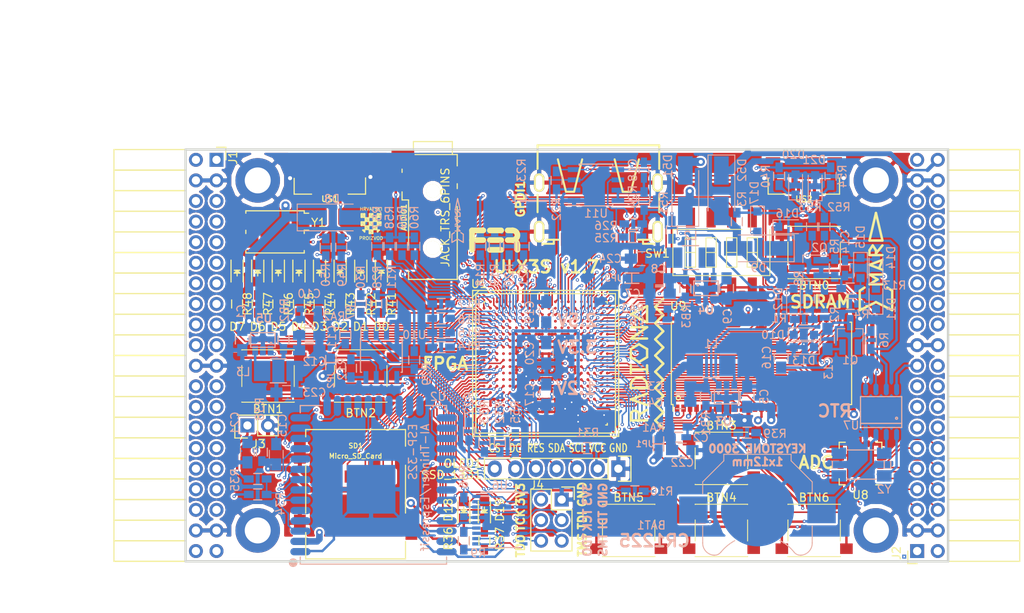
<source format=kicad_pcb>
(kicad_pcb (version 4) (host pcbnew 4.0.7+dfsg1-1)
  (layers (0 F.Cu signal) (1 In1.Cu signal) (2 In2.Cu signal) (31 B.Cu signal) (34 B.Paste user) (35 F.Paste user) (36 B.SilkS user) (37 F.SilkS user) (38 B.Mask user) (39 F.Mask user) (44 Edge.Cuts user))
  (net 0 "")
  (net 1 GND)
  (net 2 +5V)
  (net 3 /gpio/IN5V)
  (net 4 /gpio/OUT5V)
  (net 5 +3V3)
  (net 6 +1V2)
  (net 7 BTN_D)
  (net 8 BTN_F1)
  (net 9 BTN_F2)
  (net 10 BTN_L)
  (net 11 BTN_R)
  (net 12 BTN_U)
  (net 13 /power/FB1)
  (net 14 +2V5)
  (net 15 /power/PWREN)
  (net 16 /power/FB3)
  (net 17 /power/FB2)
  (net 18 "Net-(D9-Pad1)")
  (net 19 /power/VBAT)
  (net 20 JTAG_TDI)
  (net 21 JTAG_TCK)
  (net 22 JTAG_TMS)
  (net 23 JTAG_TDO)
  (net 24 /power/WAKEUPn)
  (net 25 /power/WKUP)
  (net 26 /power/SHUT)
  (net 27 /power/WAKE)
  (net 28 /power/HOLD)
  (net 29 /power/WKn)
  (net 30 /power/OSCI_32k)
  (net 31 /power/OSCO_32k)
  (net 32 "Net-(Q2-Pad3)")
  (net 33 SHUTDOWN)
  (net 34 /analog/AUDIO_L)
  (net 35 /analog/AUDIO_R)
  (net 36 GPDI_5V_SCL)
  (net 37 GPDI_5V_SDA)
  (net 38 GPDI_SDA)
  (net 39 GPDI_SCL)
  (net 40 /gpdi/VREF2)
  (net 41 SD_CMD)
  (net 42 SD_CLK)
  (net 43 SD_D0)
  (net 44 SD_D1)
  (net 45 USB5V)
  (net 46 GPDI_CEC)
  (net 47 nRESET)
  (net 48 FTDI_nDTR)
  (net 49 SDRAM_CKE)
  (net 50 SDRAM_A7)
  (net 51 SDRAM_D15)
  (net 52 SDRAM_BA1)
  (net 53 SDRAM_D7)
  (net 54 SDRAM_A6)
  (net 55 SDRAM_CLK)
  (net 56 SDRAM_D13)
  (net 57 SDRAM_BA0)
  (net 58 SDRAM_D6)
  (net 59 SDRAM_A5)
  (net 60 SDRAM_D14)
  (net 61 SDRAM_A11)
  (net 62 SDRAM_D12)
  (net 63 SDRAM_D5)
  (net 64 SDRAM_A4)
  (net 65 SDRAM_A10)
  (net 66 SDRAM_D11)
  (net 67 SDRAM_A3)
  (net 68 SDRAM_D4)
  (net 69 SDRAM_D10)
  (net 70 SDRAM_D9)
  (net 71 SDRAM_A9)
  (net 72 SDRAM_D3)
  (net 73 SDRAM_D8)
  (net 74 SDRAM_A8)
  (net 75 SDRAM_A2)
  (net 76 SDRAM_A1)
  (net 77 SDRAM_A0)
  (net 78 SDRAM_D2)
  (net 79 SDRAM_D1)
  (net 80 SDRAM_D0)
  (net 81 SDRAM_DQM0)
  (net 82 SDRAM_nCS)
  (net 83 SDRAM_nRAS)
  (net 84 SDRAM_DQM1)
  (net 85 SDRAM_nCAS)
  (net 86 SDRAM_nWE)
  (net 87 /flash/FLASH_nWP)
  (net 88 /flash/FLASH_nHOLD)
  (net 89 /flash/FLASH_MOSI)
  (net 90 /flash/FLASH_MISO)
  (net 91 /flash/FLASH_SCK)
  (net 92 /flash/FLASH_nCS)
  (net 93 /flash/FPGA_PROGRAMN)
  (net 94 /flash/FPGA_DONE)
  (net 95 /flash/FPGA_INITN)
  (net 96 OLED_RES)
  (net 97 OLED_DC)
  (net 98 OLED_CS)
  (net 99 WIFI_EN)
  (net 100 FTDI_nRTS)
  (net 101 FTDI_TXD)
  (net 102 FTDI_RXD)
  (net 103 WIFI_RXD)
  (net 104 WIFI_GPIO0)
  (net 105 WIFI_TXD)
  (net 106 GPDI_ETH-)
  (net 107 GPDI_ETH+)
  (net 108 GPDI_D2+)
  (net 109 GPDI_D2-)
  (net 110 GPDI_D1+)
  (net 111 GPDI_D1-)
  (net 112 GPDI_D0+)
  (net 113 GPDI_D0-)
  (net 114 GPDI_CLK+)
  (net 115 GPDI_CLK-)
  (net 116 USB_FTDI_D+)
  (net 117 USB_FTDI_D-)
  (net 118 J1_17-)
  (net 119 J1_17+)
  (net 120 J1_23-)
  (net 121 J1_23+)
  (net 122 J1_25-)
  (net 123 J1_25+)
  (net 124 J1_27-)
  (net 125 J1_27+)
  (net 126 J1_29-)
  (net 127 J1_29+)
  (net 128 J1_31-)
  (net 129 J1_31+)
  (net 130 J1_33-)
  (net 131 J1_33+)
  (net 132 J1_35-)
  (net 133 J1_35+)
  (net 134 J2_5-)
  (net 135 J2_5+)
  (net 136 J2_7-)
  (net 137 J2_7+)
  (net 138 J2_9-)
  (net 139 J2_9+)
  (net 140 J2_13-)
  (net 141 J2_13+)
  (net 142 J2_17-)
  (net 143 J2_17+)
  (net 144 J2_11-)
  (net 145 J2_11+)
  (net 146 J2_23-)
  (net 147 J2_23+)
  (net 148 J1_5-)
  (net 149 J1_5+)
  (net 150 J1_7-)
  (net 151 J1_7+)
  (net 152 J1_9-)
  (net 153 J1_9+)
  (net 154 J1_11-)
  (net 155 J1_11+)
  (net 156 J1_13-)
  (net 157 J1_13+)
  (net 158 J1_15-)
  (net 159 J1_15+)
  (net 160 J2_15-)
  (net 161 J2_15+)
  (net 162 J2_25-)
  (net 163 J2_25+)
  (net 164 J2_27-)
  (net 165 J2_27+)
  (net 166 J2_29-)
  (net 167 J2_29+)
  (net 168 J2_31-)
  (net 169 J2_31+)
  (net 170 J2_33-)
  (net 171 J2_33+)
  (net 172 J2_35-)
  (net 173 J2_35+)
  (net 174 SD_D3)
  (net 175 AUDIO_L3)
  (net 176 AUDIO_L2)
  (net 177 AUDIO_L1)
  (net 178 AUDIO_L0)
  (net 179 AUDIO_R3)
  (net 180 AUDIO_R2)
  (net 181 AUDIO_R1)
  (net 182 AUDIO_R0)
  (net 183 OLED_CLK)
  (net 184 OLED_MOSI)
  (net 185 LED0)
  (net 186 LED1)
  (net 187 LED2)
  (net 188 LED3)
  (net 189 LED4)
  (net 190 LED5)
  (net 191 LED6)
  (net 192 LED7)
  (net 193 BTN_PWRn)
  (net 194 FTDI_nTXLED)
  (net 195 FTDI_nSLEEP)
  (net 196 /blinkey/LED_PWREN)
  (net 197 /blinkey/LED_TXLED)
  (net 198 FT3V3)
  (net 199 /sdcard/SD3V3)
  (net 200 SD_D2)
  (net 201 CLK_25MHz)
  (net 202 /blinkey/BTNPUL)
  (net 203 /blinkey/BTNPUR)
  (net 204 USB_FPGA_D+)
  (net 205 /power/FTDI_nSUSPEND)
  (net 206 /blinkey/ALED0)
  (net 207 /blinkey/ALED1)
  (net 208 /blinkey/ALED2)
  (net 209 /blinkey/ALED3)
  (net 210 /blinkey/ALED4)
  (net 211 /blinkey/ALED5)
  (net 212 /blinkey/ALED6)
  (net 213 /blinkey/ALED7)
  (net 214 /usb/FTD-)
  (net 215 /usb/FTD+)
  (net 216 ADC_MISO)
  (net 217 ADC_MOSI)
  (net 218 ADC_CSn)
  (net 219 ADC_SCLK)
  (net 220 "Net-(R51-Pad2)")
  (net 221 SW3)
  (net 222 SW2)
  (net 223 SW1)
  (net 224 SW0)
  (net 225 USB_FPGA_D-)
  (net 226 /usb/FPD+)
  (net 227 /usb/FPD-)
  (net 228 WIFI_GPIO16)
  (net 229 WIFI_GPIO15)
  (net 230 /usb/ANT_433MHz)
  (net 231 /power/PWRBTn)
  (net 232 PROG_DONE)
  (net 233 /power/P1V2)
  (net 234 /power/P3V3)
  (net 235 /power/P2V5)
  (net 236 /power/L1)
  (net 237 /power/L3)
  (net 238 /power/L2)
  (net 239 FTDI_TXDEN)
  (net 240 /wifi/WIFIOFF)
  (net 241 SDRAM_A12)
  (net 242 /analog/AUDIO_V)
  (net 243 AUDIO_V3)
  (net 244 AUDIO_V2)
  (net 245 AUDIO_V1)
  (net 246 AUDIO_V0)
  (module SMD_Packages:1Pin (layer F.Cu) (at 182.67515 111.637626)
    (fp_text reference AE1 hide)
    (fp_text value 433MHz hide)
    (pad 1 smd rect (at 0 0) (size 0.5 0.5) (layers B.Cu F.Paste F.Mask) (net 230 /usb/ANT_433MHz))
  )
  (module Resistors_SMD:R_0603_HandSoldering (layer B.Cu) (at 103.498 98.758 90)
    (fp_text reference R38 (at 5.334 -0.254 90) (layer B.SilkS) (effects (justify mirror)))
    (fp_text value 0.47)
    (pad 1 smd rect (at -1.1 0 90) (size 1.2 0.9) (layers B.Cu B.Paste B.Mask) (net 199 /sdcard/SD3V3))
    (pad 2 smd rect (at 1.1 0 90) (size 1.2 0.9) (layers B.Cu B.Paste B.Mask) (net 5 +3V3))
  )
  (module jumper:SOLDER-JUMPER_1-WAY (layer B.Cu) (at 152.393 97.742 270)
    (fp_text reference JP1 (at 0 1.778 360) (layer B.SilkS) (effects (font (size 0.762 0.762) (thickness 0.1524)) (justify mirror)))
    (fp_text value 1.2 hide)
    (pad 1 smd rect (at -0.6 0 270) (size 1 1) (layers B.Cu B.Paste B.Mask) (net 233 /power/P1V2))
    (pad 2 smd rect (at 0.6 0 270) (size 1 1) (layers B.Cu B.Paste B.Mask) (net 6 +1V2))
  )
  (module ESP32-footprints-Lib:ESP-32S (layer B.Cu) (at 117.313 101.513)
    (fp_text reference U2 (at 7.902 -9.613 180) (layer B.SilkS) (effects (justify mirror)))
    (fp_text value ESP-32S)
    (fp_text user AI-Thinker/Espressif (at 6.3 1.6 270) (layer B.SilkS) (effects (justify mirror)))
    (fp_text user ESP-32S (at 4.8 -2.8 270) (layer B.SilkS) (effects (justify mirror)))
    (pad 38 smd oval (at 8.947434 9.517338 180) (size 2.5 0.9) (layers B.Cu B.Paste B.Mask) (net 1 GND))
    (pad 37 smd oval (at 8.947434 8.247338 180) (size 2.5 0.9) (layers B.Cu B.Paste B.Mask))
    (pad 36 smd oval (at 8.947434 6.977338 180) (size 2.5 0.9) (layers B.Cu B.Paste B.Mask) (net 232 PROG_DONE))
    (pad 35 smd oval (at 8.947434 5.707338 180) (size 2.5 0.9) (layers B.Cu B.Paste B.Mask) (net 105 WIFI_TXD))
    (pad 34 smd oval (at 8.947434 4.437338 180) (size 2.5 0.9) (layers B.Cu B.Paste B.Mask) (net 103 WIFI_RXD))
    (pad 33 smd oval (at 8.947434 3.167338 180) (size 2.5 0.9) (layers B.Cu B.Paste B.Mask) (net 22 JTAG_TMS))
    (pad 32 smd oval (at 8.947434 1.897338 180) (size 2.5 0.9) (layers B.Cu B.Paste B.Mask))
    (pad 31 smd oval (at 8.947434 0.627338 180) (size 2.5 0.9) (layers B.Cu B.Paste B.Mask) (net 20 JTAG_TDI))
    (pad 30 smd oval (at 8.947434 -0.642662 180) (size 2.5 0.9) (layers B.Cu B.Paste B.Mask) (net 21 JTAG_TCK))
    (pad 29 smd oval (at 8.947434 -1.912662 180) (size 2.5 0.9) (layers B.Cu B.Paste B.Mask))
    (pad 28 smd oval (at 8.947434 -3.182662 180) (size 2.5 0.9) (layers B.Cu B.Paste B.Mask) (net 23 JTAG_TDO))
    (pad 27 smd oval (at 8.947434 -4.452662 180) (size 2.5 0.9) (layers B.Cu B.Paste B.Mask) (net 228 WIFI_GPIO16))
    (pad 26 smd oval (at 8.947434 -5.722662 180) (size 2.5 0.9) (layers B.Cu B.Paste B.Mask))
    (pad 25 smd oval (at 8.947434 -6.992662 180) (size 2.5 0.9) (layers B.Cu B.Paste B.Mask) (net 104 WIFI_GPIO0))
    (pad 24 smd oval (at 5.662434 -8.482662 180) (size 0.9 2.5) (layers B.Cu B.Paste B.Mask))
    (pad 23 smd oval (at 4.392434 -8.482662 180) (size 0.9 2.5) (layers B.Cu B.Paste B.Mask) (net 229 WIFI_GPIO15))
    (pad 22 smd oval (at 3.122434 -8.482662 180) (size 0.9 2.5) (layers B.Cu B.Paste B.Mask) (net 44 SD_D1))
    (pad 21 smd oval (at 1.852434 -8.482662 180) (size 0.9 2.5) (layers B.Cu B.Paste B.Mask) (net 43 SD_D0))
    (pad 20 smd oval (at 0.582434 -8.482662 180) (size 0.9 2.5) (layers B.Cu B.Paste B.Mask) (net 42 SD_CLK))
    (pad 19 smd oval (at -0.687566 -8.482662 180) (size 0.9 2.5) (layers B.Cu B.Paste B.Mask) (net 41 SD_CMD))
    (pad 18 smd oval (at -1.957566 -8.482662 180) (size 0.9 2.5) (layers B.Cu B.Paste B.Mask))
    (pad 17 smd oval (at -3.227566 -8.482662 180) (size 0.9 2.5) (layers B.Cu B.Paste B.Mask))
    (pad 16 smd oval (at -4.497566 -8.482662 180) (size 0.9 2.5) (layers B.Cu B.Paste B.Mask) (net 124 J1_27-))
    (pad 15 smd oval (at -5.767566 -8.482662 180) (size 0.9 2.5) (layers B.Cu B.Paste B.Mask) (net 1 GND))
    (pad 14 smd oval (at -9.052566 -6.992662 180) (size 2.5 0.9) (layers B.Cu B.Paste B.Mask) (net 125 J1_27+))
    (pad 13 smd oval (at -9.052566 -5.722662 180) (size 2.5 0.9) (layers B.Cu B.Paste B.Mask) (net 126 J1_29-))
    (pad 12 smd oval (at -9.052566 -4.452662 180) (size 2.5 0.9) (layers B.Cu B.Paste B.Mask) (net 127 J1_29+))
    (pad 11 smd oval (at -9.052566 -3.182662 180) (size 2.5 0.9) (layers B.Cu B.Paste B.Mask) (net 128 J1_31-))
    (pad 10 smd oval (at -9.052566 -1.912662 180) (size 2.5 0.9) (layers B.Cu B.Paste B.Mask) (net 129 J1_31+))
    (pad 9 smd oval (at -9.052566 -0.642662 180) (size 2.5 0.9) (layers B.Cu B.Paste B.Mask) (net 130 J1_33-))
    (pad 8 smd oval (at -9.052566 0.627338 180) (size 2.5 0.9) (layers B.Cu B.Paste B.Mask) (net 131 J1_33+))
    (pad 7 smd oval (at -9.052566 1.897338 180) (size 2.5 0.9) (layers B.Cu B.Paste B.Mask) (net 132 J1_35-))
    (pad 6 smd oval (at -9.052566 3.167338 180) (size 2.5 0.9) (layers B.Cu B.Paste B.Mask) (net 133 J1_35+))
    (pad 5 smd oval (at -9.052566 4.437338 180) (size 2.5 0.9) (layers B.Cu B.Paste B.Mask))
    (pad 4 smd oval (at -9.052566 5.707338 180) (size 2.5 0.9) (layers B.Cu B.Paste B.Mask))
    (pad 3 smd oval (at -9.052566 6.977338 180) (size 2.5 0.9) (layers B.Cu B.Paste B.Mask) (net 99 WIFI_EN))
    (pad 2 smd oval (at -9.052566 8.247338 180) (size 2.5 0.9) (layers B.Cu B.Paste B.Mask) (net 5 +3V3))
    (pad 1 smd oval (at -9.052566 9.517338 180) (size 2.5 0.9) (layers B.Cu B.Paste B.Mask) (net 1 GND))
    (pad 39 smd rect (at -0.352566 1.817338 180) (size 6 6) (layers B.Cu B.Paste B.Mask) (net 1 GND))
  )
  (module Diodes_SMD:D_SMA_Handsoldering (layer B.Cu) (at 155.695 66.5 90)
    (fp_text reference D51 (at 3.048 -2.159 90) (layer B.SilkS) (effects (justify mirror)))
    (fp_text value STPS2L30AF hide)
    (pad 1 smd rect (at -2.5 0 90) (size 3.5 1.8) (layers B.Cu B.Paste B.Mask) (net 2 +5V))
    (pad 2 smd rect (at 2.5 0 90) (size 3.5 1.8) (layers B.Cu B.Paste B.Mask) (net 3 /gpio/IN5V))
  )
  (module Resistors_SMD:R_0603_HandSoldering (layer B.Cu) (at 154.044 71.326 90)
    (fp_text reference R51 (at 3.302 -1.016 90) (layer B.SilkS) (effects (justify mirror)))
    (fp_text value 220)
    (pad 1 smd rect (at -1.1 0 90) (size 1.2 0.9) (layers B.Cu B.Paste B.Mask) (net 5 +3V3))
    (pad 2 smd rect (at 1.1 0 90) (size 1.2 0.9) (layers B.Cu B.Paste B.Mask) (net 220 "Net-(R51-Pad2)"))
  )
  (module Resistors_SMD:R_1210_HandSoldering (layer B.Cu) (at 158.87 88.09 180)
    (fp_text reference L1 (at 0 2.7 180) (layer B.SilkS) (effects (justify mirror)))
    (fp_text value 2.2uH)
    (pad 1 smd rect (at -2 0 180) (size 2 2.5) (layers B.Cu B.Paste B.Mask) (net 236 /power/L1))
    (pad 2 smd rect (at 2 0 180) (size 2 2.5) (layers B.Cu B.Paste B.Mask) (net 233 /power/P1V2))
  )
  (module TSOT-25:TSOT-25 (layer B.Cu) (at 160.775 91.9)
    (fp_text reference U3 (at -0.381 3.048) (layer B.SilkS) (effects (font (thickness 0.2)) (justify mirror)))
    (fp_text value AP3429A)
    (pad 1 smd rect (at -0.95 -1.3) (size 0.7 1.2) (layers B.Cu B.Paste B.Mask) (net 15 /power/PWREN))
    (pad 2 smd rect (at 0 -1.3) (size 0.7 1.2) (layers B.Cu B.Paste B.Mask) (net 1 GND))
    (pad 3 smd rect (at 0.95 -1.3) (size 0.7 1.2) (layers B.Cu B.Paste B.Mask) (net 236 /power/L1))
    (pad 4 smd rect (at 0.95 1.3) (size 0.7 1.2) (layers B.Cu B.Paste B.Mask) (net 2 +5V))
    (pad 5 smd rect (at -0.95 1.3) (size 0.7 1.2) (layers B.Cu B.Paste B.Mask) (net 13 /power/FB1))
  )
  (module Resistors_SMD:R_1210_HandSoldering (layer B.Cu) (at 156.33 74.755 180)
    (fp_text reference L2 (at 0 2.7 180) (layer B.SilkS) (effects (justify mirror)))
    (fp_text value 2.2uH)
    (pad 1 smd rect (at -2 0 180) (size 2 2.5) (layers B.Cu B.Paste B.Mask) (net 237 /power/L3))
    (pad 2 smd rect (at 2 0 180) (size 2 2.5) (layers B.Cu B.Paste B.Mask) (net 234 /power/P3V3))
  )
  (module TSOT-25:TSOT-25 (layer B.Cu) (at 158.235 78.535)
    (fp_text reference U4 (at 0 2.697) (layer B.SilkS) (effects (font (thickness 0.2)) (justify mirror)))
    (fp_text value AP3429A)
    (pad 1 smd rect (at -0.95 -1.3) (size 0.7 1.2) (layers B.Cu B.Paste B.Mask) (net 15 /power/PWREN))
    (pad 2 smd rect (at 0 -1.3) (size 0.7 1.2) (layers B.Cu B.Paste B.Mask) (net 1 GND))
    (pad 3 smd rect (at 0.95 -1.3) (size 0.7 1.2) (layers B.Cu B.Paste B.Mask) (net 237 /power/L3))
    (pad 4 smd rect (at 0.95 1.3) (size 0.7 1.2) (layers B.Cu B.Paste B.Mask) (net 2 +5V))
    (pad 5 smd rect (at -0.95 1.3) (size 0.7 1.2) (layers B.Cu B.Paste B.Mask) (net 16 /power/FB3))
  )
  (module LEDs:LED_0805 (layer F.Cu) (at 118.23 76.66 270)
    (fp_text reference D0 (at 6.604 0 360) (layer F.SilkS))
    (fp_text value RED hide)
    (pad 2 smd rect (at 1.04902 0 90) (size 1.19888 1.19888) (layers F.Cu F.Paste F.Mask) (net 206 /blinkey/ALED0))
    (pad 1 smd rect (at -1.04902 0 90) (size 1.19888 1.19888) (layers F.Cu F.Paste F.Mask) (net 1 GND))
  )
  (module LEDs:LED_0805 (layer F.Cu) (at 115.69 76.66 270)
    (fp_text reference D1 (at 6.604 0 360) (layer F.SilkS))
    (fp_text value RED hide)
    (pad 2 smd rect (at 1.04902 0 90) (size 1.19888 1.19888) (layers F.Cu F.Paste F.Mask) (net 207 /blinkey/ALED1))
    (pad 1 smd rect (at -1.04902 0 90) (size 1.19888 1.19888) (layers F.Cu F.Paste F.Mask) (net 1 GND))
  )
  (module LEDs:LED_0805 (layer F.Cu) (at 113.15 76.66 270)
    (fp_text reference D2 (at 6.604 0 360) (layer F.SilkS))
    (fp_text value RED hide)
    (pad 2 smd rect (at 1.04902 0 90) (size 1.19888 1.19888) (layers F.Cu F.Paste F.Mask) (net 208 /blinkey/ALED2))
    (pad 1 smd rect (at -1.04902 0 90) (size 1.19888 1.19888) (layers F.Cu F.Paste F.Mask) (net 1 GND))
  )
  (module LEDs:LED_0805 (layer F.Cu) (at 110.61 76.66 270)
    (fp_text reference D3 (at 6.604 0 360) (layer F.SilkS))
    (fp_text value RED hide)
    (pad 2 smd rect (at 1.04902 0 90) (size 1.19888 1.19888) (layers F.Cu F.Paste F.Mask) (net 209 /blinkey/ALED3))
    (pad 1 smd rect (at -1.04902 0 90) (size 1.19888 1.19888) (layers F.Cu F.Paste F.Mask) (net 1 GND))
  )
  (module LEDs:LED_0805 (layer F.Cu) (at 108.07 76.66 270)
    (fp_text reference D4 (at 6.604 0 360) (layer F.SilkS))
    (fp_text value RED hide)
    (pad 2 smd rect (at 1.04902 0 90) (size 1.19888 1.19888) (layers F.Cu F.Paste F.Mask) (net 210 /blinkey/ALED4))
    (pad 1 smd rect (at -1.04902 0 90) (size 1.19888 1.19888) (layers F.Cu F.Paste F.Mask) (net 1 GND))
  )
  (module LEDs:LED_0805 (layer F.Cu) (at 105.53 76.66 270)
    (fp_text reference D5 (at 6.604 0 360) (layer F.SilkS))
    (fp_text value RED hide)
    (pad 2 smd rect (at 1.04902 0 90) (size 1.19888 1.19888) (layers F.Cu F.Paste F.Mask) (net 211 /blinkey/ALED5))
    (pad 1 smd rect (at -1.04902 0 90) (size 1.19888 1.19888) (layers F.Cu F.Paste F.Mask) (net 1 GND))
  )
  (module LEDs:LED_0805 (layer F.Cu) (at 102.99 76.66 270)
    (fp_text reference D6 (at 6.604 0 360) (layer F.SilkS))
    (fp_text value RED hide)
    (pad 2 smd rect (at 1.04902 0 90) (size 1.19888 1.19888) (layers F.Cu F.Paste F.Mask) (net 212 /blinkey/ALED6))
    (pad 1 smd rect (at -1.04902 0 90) (size 1.19888 1.19888) (layers F.Cu F.Paste F.Mask) (net 1 GND))
  )
  (module LEDs:LED_0805 (layer F.Cu) (at 100.45 76.66 270)
    (fp_text reference D7 (at 6.604 0 360) (layer F.SilkS))
    (fp_text value RED hide)
    (pad 2 smd rect (at 1.04902 0 90) (size 1.19888 1.19888) (layers F.Cu F.Paste F.Mask) (net 213 /blinkey/ALED7))
    (pad 1 smd rect (at -1.04902 0 90) (size 1.19888 1.19888) (layers F.Cu F.Paste F.Mask) (net 1 GND))
  )
  (module Resistors_SMD:R_1210_HandSoldering (layer B.Cu) (at 105.53 88.725)
    (fp_text reference L3 (at -4.318 0.127) (layer B.SilkS) (effects (justify mirror)))
    (fp_text value 2.2uH)
    (pad 1 smd rect (at -2 0) (size 2 2.5) (layers B.Cu B.Paste B.Mask) (net 238 /power/L2))
    (pad 2 smd rect (at 2 0) (size 2 2.5) (layers B.Cu B.Paste B.Mask) (net 235 /power/P2V5))
  )
  (module TSOT-25:TSOT-25 (layer B.Cu) (at 103.625 84.915 180)
    (fp_text reference U5 (at -0.127 2.667 180) (layer B.SilkS) (effects (font (thickness 0.2)) (justify mirror)))
    (fp_text value AP3429A)
    (pad 1 smd rect (at -0.95 -1.3 180) (size 0.7 1.2) (layers B.Cu B.Paste B.Mask) (net 15 /power/PWREN))
    (pad 2 smd rect (at 0 -1.3 180) (size 0.7 1.2) (layers B.Cu B.Paste B.Mask) (net 1 GND))
    (pad 3 smd rect (at 0.95 -1.3 180) (size 0.7 1.2) (layers B.Cu B.Paste B.Mask) (net 238 /power/L2))
    (pad 4 smd rect (at 0.95 1.3 180) (size 0.7 1.2) (layers B.Cu B.Paste B.Mask) (net 2 +5V))
    (pad 5 smd rect (at -0.95 1.3 180) (size 0.7 1.2) (layers B.Cu B.Paste B.Mask) (net 17 /power/FB2))
  )
  (module Capacitors_SMD:C_0805_HandSoldering (layer B.Cu) (at 101.085 84.915 270)
    (fp_text reference C1 (at -3.429 0.127 270) (layer B.SilkS) (effects (justify mirror)))
    (fp_text value 22uF)
    (pad 1 smd rect (at -1.25 0 270) (size 1.5 1.25) (layers B.Cu B.Paste B.Mask) (net 2 +5V))
    (pad 2 smd rect (at 1.25 0 270) (size 1.5 1.25) (layers B.Cu B.Paste B.Mask) (net 1 GND))
  )
  (module Capacitors_SMD:C_0805_HandSoldering (layer B.Cu) (at 155.06 90.63)
    (fp_text reference C3 (at -3.048 0) (layer B.SilkS) (effects (justify mirror)))
    (fp_text value 22uF)
    (pad 1 smd rect (at -1.25 0) (size 1.5 1.25) (layers B.Cu B.Paste B.Mask) (net 233 /power/P1V2))
    (pad 2 smd rect (at 1.25 0) (size 1.5 1.25) (layers B.Cu B.Paste B.Mask) (net 1 GND))
  )
  (module Capacitors_SMD:C_0805_HandSoldering (layer B.Cu) (at 155.06 92.535)
    (fp_text reference C4 (at -3.048 0.127) (layer B.SilkS) (effects (justify mirror)))
    (fp_text value 22uF)
    (pad 1 smd rect (at -1.25 0) (size 1.5 1.25) (layers B.Cu B.Paste B.Mask) (net 233 /power/P1V2))
    (pad 2 smd rect (at 1.25 0) (size 1.5 1.25) (layers B.Cu B.Paste B.Mask) (net 1 GND))
  )
  (module Capacitors_SMD:C_0805_HandSoldering (layer B.Cu) (at 163.315 91.9 90)
    (fp_text reference C5 (at 0 2.1 90) (layer B.SilkS) (effects (justify mirror)))
    (fp_text value 22uF)
    (pad 1 smd rect (at -1.25 0 90) (size 1.5 1.25) (layers B.Cu B.Paste B.Mask) (net 2 +5V))
    (pad 2 smd rect (at 1.25 0 90) (size 1.5 1.25) (layers B.Cu B.Paste B.Mask) (net 1 GND))
  )
  (module Capacitors_SMD:C_0805_HandSoldering (layer B.Cu) (at 152.52 79.2)
    (fp_text reference C7 (at -3.302 0) (layer B.SilkS) (effects (justify mirror)))
    (fp_text value 22uF)
    (pad 1 smd rect (at -1.25 0) (size 1.5 1.25) (layers B.Cu B.Paste B.Mask) (net 234 /power/P3V3))
    (pad 2 smd rect (at 1.25 0) (size 1.5 1.25) (layers B.Cu B.Paste B.Mask) (net 1 GND))
  )
  (module Capacitors_SMD:C_0805_HandSoldering (layer B.Cu) (at 152.52 77.295)
    (fp_text reference C8 (at -0.127 -1.143) (layer B.SilkS) (effects (justify mirror)))
    (fp_text value 22uF)
    (pad 1 smd rect (at -1.25 0) (size 1.5 1.25) (layers B.Cu B.Paste B.Mask) (net 234 /power/P3V3))
    (pad 2 smd rect (at 1.25 0) (size 1.5 1.25) (layers B.Cu B.Paste B.Mask) (net 1 GND))
  )
  (module Capacitors_SMD:C_0805_HandSoldering (layer B.Cu) (at 160.775 78.565 90)
    (fp_text reference C9 (at -3.429 0.127 90) (layer B.SilkS) (effects (justify mirror)))
    (fp_text value 22uF)
    (pad 1 smd rect (at -1.25 0 90) (size 1.5 1.25) (layers B.Cu B.Paste B.Mask) (net 2 +5V))
    (pad 2 smd rect (at 1.25 0 90) (size 1.5 1.25) (layers B.Cu B.Paste B.Mask) (net 1 GND))
  )
  (module Capacitors_SMD:C_0805_HandSoldering (layer B.Cu) (at 109.34 84.28 180)
    (fp_text reference C11 (at -2.794 -0.254 270) (layer B.SilkS) (effects (justify mirror)))
    (fp_text value 22uF)
    (pad 1 smd rect (at -1.25 0 180) (size 1.5 1.25) (layers B.Cu B.Paste B.Mask) (net 235 /power/P2V5))
    (pad 2 smd rect (at 1.25 0 180) (size 1.5 1.25) (layers B.Cu B.Paste B.Mask) (net 1 GND))
  )
  (module Capacitors_SMD:C_0805_HandSoldering (layer B.Cu) (at 109.34 86.185 180)
    (fp_text reference C12 (at -0.635 -1.397 360) (layer B.SilkS) (effects (justify mirror)))
    (fp_text value 22uF)
    (pad 1 smd rect (at -1.25 0 180) (size 1.5 1.25) (layers B.Cu B.Paste B.Mask) (net 235 /power/P2V5))
    (pad 2 smd rect (at 1.25 0 180) (size 1.5 1.25) (layers B.Cu B.Paste B.Mask) (net 1 GND))
  )
  (module Power_Integrations:SO-8 (layer B.Cu) (at 179.825 93.805 180)
    (fp_text reference U7 (at 3.683 -1.651 180) (layer B.SilkS) (effects (justify mirror)))
    (fp_text value PCF8523)
    (pad 1 smd oval (at -1.905 -2.794 180) (size 0.6096 1.4732) (layers B.Cu B.Paste B.Mask) (net 30 /power/OSCI_32k))
    (pad 2 smd oval (at -0.635 -2.794 180) (size 0.6096 1.4732) (layers B.Cu B.Paste B.Mask) (net 31 /power/OSCO_32k))
    (pad 3 smd oval (at 0.635 -2.794 180) (size 0.6096 1.4732) (layers B.Cu B.Paste B.Mask) (net 19 /power/VBAT))
    (pad 4 smd oval (at 1.905 -2.794 180) (size 0.6096 1.4732) (layers B.Cu B.Paste B.Mask) (net 1 GND))
    (pad 5 smd oval (at 1.905 2.794 180) (size 0.6096 1.4732) (layers B.Cu B.Paste B.Mask) (net 38 GPDI_SDA))
    (pad 6 smd oval (at 0.635 2.794 180) (size 0.6096 1.4732) (layers B.Cu B.Paste B.Mask) (net 39 GPDI_SCL))
    (pad 7 smd oval (at -0.635 2.794 180) (size 0.6096 1.4732) (layers B.Cu B.Paste B.Mask) (net 24 /power/WAKEUPn))
    (pad 8 smd oval (at -1.905 2.794 180) (size 0.6096 1.4732) (layers B.Cu B.Paste B.Mask) (net 5 +3V3))
  )
  (module Capacitors_SMD:C_0805_HandSoldering (layer B.Cu) (at 173.221 84.788 90)
    (fp_text reference C13 (at -3.556 0.127 90) (layer B.SilkS) (effects (justify mirror)))
    (fp_text value 2.2uF)
    (pad 1 smd rect (at -1.25 0 90) (size 1.5 1.25) (layers B.Cu B.Paste B.Mask) (net 2 +5V))
    (pad 2 smd rect (at 1.25 0 90) (size 1.5 1.25) (layers B.Cu B.Paste B.Mask) (net 25 /power/WKUP))
  )
  (module TSOP54:TSOP54 (layer F.Cu) (at 165.08 87.8 90)
    (fp_text reference U9 (at 7.076 -10.274 180) (layer F.SilkS))
    (fp_text value MT48LC4M16A2TG)
    (pad 28 smd rect (at 5.53 10.4 90) (size 0.9 0.56) (layers F.Cu F.Paste F.Mask) (net 1 GND))
    (pad 1 smd rect (at -5.53 -10.4 90) (size 0.9 0.56) (layers F.Cu F.Paste F.Mask) (net 5 +3V3))
    (pad 2 smd rect (at -5.53 -9.6 90) (size 0.9 0.56) (layers F.Cu F.Paste F.Mask) (net 80 SDRAM_D0))
    (pad 3 smd rect (at -5.53 -8.8 90) (size 0.9 0.56) (layers F.Cu F.Paste F.Mask) (net 5 +3V3))
    (pad 4 smd rect (at -5.53 -8 90) (size 0.9 0.56) (layers F.Cu F.Paste F.Mask) (net 79 SDRAM_D1))
    (pad 5 smd rect (at -5.53 -7.2 90) (size 0.9 0.56) (layers F.Cu F.Paste F.Mask) (net 78 SDRAM_D2))
    (pad 6 smd rect (at -5.53 -6.4 90) (size 0.9 0.56) (layers F.Cu F.Paste F.Mask) (net 1 GND))
    (pad 7 smd rect (at -5.53 -5.6 90) (size 0.9 0.56) (layers F.Cu F.Paste F.Mask) (net 72 SDRAM_D3))
    (pad 8 smd rect (at -5.53 -4.8 90) (size 0.9 0.56) (layers F.Cu F.Paste F.Mask) (net 68 SDRAM_D4))
    (pad 9 smd rect (at -5.53 -4 90) (size 0.9 0.56) (layers F.Cu F.Paste F.Mask) (net 5 +3V3))
    (pad 10 smd rect (at -5.53 -3.2 90) (size 0.9 0.56) (layers F.Cu F.Paste F.Mask) (net 63 SDRAM_D5))
    (pad 11 smd rect (at -5.53 -2.4 90) (size 0.9 0.56) (layers F.Cu F.Paste F.Mask) (net 58 SDRAM_D6))
    (pad 12 smd rect (at -5.53 -1.6 90) (size 0.9 0.56) (layers F.Cu F.Paste F.Mask) (net 1 GND))
    (pad 13 smd rect (at -5.53 -0.8 90) (size 0.9 0.56) (layers F.Cu F.Paste F.Mask) (net 53 SDRAM_D7))
    (pad 14 smd rect (at -5.53 0 90) (size 0.9 0.56) (layers F.Cu F.Paste F.Mask) (net 5 +3V3))
    (pad 15 smd rect (at -5.53 0.8 90) (size 0.9 0.56) (layers F.Cu F.Paste F.Mask) (net 81 SDRAM_DQM0))
    (pad 16 smd rect (at -5.53 1.6 90) (size 0.9 0.56) (layers F.Cu F.Paste F.Mask) (net 86 SDRAM_nWE))
    (pad 17 smd rect (at -5.53 2.4 90) (size 0.9 0.56) (layers F.Cu F.Paste F.Mask) (net 85 SDRAM_nCAS))
    (pad 18 smd rect (at -5.53 3.2 90) (size 0.9 0.56) (layers F.Cu F.Paste F.Mask) (net 83 SDRAM_nRAS))
    (pad 19 smd rect (at -5.53 4 90) (size 0.9 0.56) (layers F.Cu F.Paste F.Mask) (net 82 SDRAM_nCS))
    (pad 20 smd rect (at -5.53 4.8 90) (size 0.9 0.56) (layers F.Cu F.Paste F.Mask) (net 57 SDRAM_BA0))
    (pad 21 smd rect (at -5.53 5.6 90) (size 0.9 0.56) (layers F.Cu F.Paste F.Mask) (net 52 SDRAM_BA1))
    (pad 22 smd rect (at -5.53 6.4 90) (size 0.9 0.56) (layers F.Cu F.Paste F.Mask) (net 65 SDRAM_A10))
    (pad 23 smd rect (at -5.53 7.2 90) (size 0.9 0.56) (layers F.Cu F.Paste F.Mask) (net 77 SDRAM_A0))
    (pad 24 smd rect (at -5.53 8 90) (size 0.9 0.56) (layers F.Cu F.Paste F.Mask) (net 76 SDRAM_A1))
    (pad 25 smd rect (at -5.53 8.8 90) (size 0.9 0.56) (layers F.Cu F.Paste F.Mask) (net 75 SDRAM_A2))
    (pad 26 smd rect (at -5.53 9.6 90) (size 0.9 0.56) (layers F.Cu F.Paste F.Mask) (net 67 SDRAM_A3))
    (pad 27 smd rect (at -5.53 10.4 90) (size 0.9 0.56) (layers F.Cu F.Paste F.Mask) (net 5 +3V3))
    (pad 29 smd rect (at 5.53 9.6 90) (size 0.9 0.56) (layers F.Cu F.Paste F.Mask) (net 64 SDRAM_A4))
    (pad 30 smd rect (at 5.53 8.8 90) (size 0.9 0.56) (layers F.Cu F.Paste F.Mask) (net 59 SDRAM_A5))
    (pad 31 smd rect (at 5.53 8 90) (size 0.9 0.56) (layers F.Cu F.Paste F.Mask) (net 54 SDRAM_A6))
    (pad 32 smd rect (at 5.53 7.2 90) (size 0.9 0.56) (layers F.Cu F.Paste F.Mask) (net 50 SDRAM_A7))
    (pad 33 smd rect (at 5.53 6.4 90) (size 0.9 0.56) (layers F.Cu F.Paste F.Mask) (net 74 SDRAM_A8))
    (pad 34 smd rect (at 5.53 5.6 90) (size 0.9 0.56) (layers F.Cu F.Paste F.Mask) (net 71 SDRAM_A9))
    (pad 35 smd rect (at 5.53 4.8 90) (size 0.9 0.56) (layers F.Cu F.Paste F.Mask) (net 61 SDRAM_A11))
    (pad 36 smd rect (at 5.53 4 90) (size 0.9 0.56) (layers F.Cu F.Paste F.Mask) (net 241 SDRAM_A12))
    (pad 37 smd rect (at 5.53 3.2 90) (size 0.9 0.56) (layers F.Cu F.Paste F.Mask) (net 49 SDRAM_CKE))
    (pad 38 smd rect (at 5.53 2.4 90) (size 0.9 0.56) (layers F.Cu F.Paste F.Mask) (net 55 SDRAM_CLK))
    (pad 39 smd rect (at 5.53 1.6 90) (size 0.9 0.56) (layers F.Cu F.Paste F.Mask) (net 84 SDRAM_DQM1))
    (pad 40 smd rect (at 5.53 0.8 90) (size 0.9 0.56) (layers F.Cu F.Paste F.Mask))
    (pad 41 smd rect (at 5.53 0 90) (size 0.9 0.56) (layers F.Cu F.Paste F.Mask) (net 1 GND))
    (pad 42 smd rect (at 5.53 -0.8 90) (size 0.9 0.56) (layers F.Cu F.Paste F.Mask) (net 73 SDRAM_D8))
    (pad 43 smd rect (at 5.53 -1.6 90) (size 0.9 0.56) (layers F.Cu F.Paste F.Mask) (net 5 +3V3))
    (pad 44 smd rect (at 5.53 -2.4 90) (size 0.9 0.56) (layers F.Cu F.Paste F.Mask) (net 70 SDRAM_D9))
    (pad 45 smd rect (at 5.53 -3.2 90) (size 0.9 0.56) (layers F.Cu F.Paste F.Mask) (net 69 SDRAM_D10))
    (pad 46 smd rect (at 5.53 -4 90) (size 0.9 0.56) (layers F.Cu F.Paste F.Mask) (net 1 GND))
    (pad 47 smd rect (at 5.53 -4.8 90) (size 0.9 0.56) (layers F.Cu F.Paste F.Mask) (net 66 SDRAM_D11))
    (pad 48 smd rect (at 5.53 -5.6 90) (size 0.9 0.56) (layers F.Cu F.Paste F.Mask) (net 62 SDRAM_D12))
    (pad 49 smd rect (at 5.53 -6.4 90) (size 0.9 0.56) (layers F.Cu F.Paste F.Mask) (net 5 +3V3))
    (pad 50 smd rect (at 5.53 -7.2 90) (size 0.9 0.56) (layers F.Cu F.Paste F.Mask) (net 56 SDRAM_D13))
    (pad 51 smd rect (at 5.53 -8 90) (size 0.9 0.56) (layers F.Cu F.Paste F.Mask) (net 60 SDRAM_D14))
    (pad 52 smd rect (at 5.53 -8.8 90) (size 0.9 0.56) (layers F.Cu F.Paste F.Mask) (net 1 GND))
    (pad 53 smd rect (at 5.53 -9.6 90) (size 0.9 0.56) (layers F.Cu F.Paste F.Mask) (net 51 SDRAM_D15))
    (pad 54 smd rect (at 5.53 -10.4 90) (size 0.9 0.56) (layers F.Cu F.Paste F.Mask) (net 1 GND))
  )
  (module TO_SOT_Packages_SMD:SOT-23_Handsoldering (layer B.Cu) (at 176.015 84.28 90)
    (fp_text reference Q1 (at -3.1115 0 180) (layer B.SilkS) (effects (justify mirror)))
    (fp_text value BC857)
    (pad 1 smd rect (at -1.5 0.95 90) (size 1.9 0.8) (layers B.Cu B.Paste B.Mask) (net 29 /power/WKn))
    (pad 2 smd rect (at -1.5 -0.95 90) (size 1.9 0.8) (layers B.Cu B.Paste B.Mask) (net 2 +5V))
    (pad 3 smd rect (at 1.5 0 90) (size 1.9 0.8) (layers B.Cu B.Paste B.Mask) (net 25 /power/WKUP))
  )
  (module TO_SOT_Packages_SMD:SOT-23_Handsoldering (layer B.Cu) (at 170.935 76.025 180)
    (fp_text reference Q2 (at -1.295 2.5 180) (layer B.SilkS) (effects (justify mirror)))
    (fp_text value 2N7002)
    (pad 1 smd rect (at -1.5 0.95 180) (size 1.9 0.8) (layers B.Cu B.Paste B.Mask) (net 26 /power/SHUT))
    (pad 2 smd rect (at -1.5 -0.95 180) (size 1.9 0.8) (layers B.Cu B.Paste B.Mask) (net 1 GND))
    (pad 3 smd rect (at 1.5 0 180) (size 1.9 0.8) (layers B.Cu B.Paste B.Mask) (net 32 "Net-(Q2-Pad3)"))
  )
  (module Capacitors_SMD:C_0603_HandSoldering (layer B.Cu) (at 154.86 96.91)
    (fp_text reference C2 (at 2.74 0.07) (layer B.SilkS) (effects (justify mirror)))
    (fp_text value 470pF)
    (pad 1 smd rect (at -0.95 0) (size 1.2 0.75) (layers B.Cu B.Paste B.Mask) (net 233 /power/P1V2))
    (pad 2 smd rect (at 0.95 0) (size 1.2 0.75) (layers B.Cu B.Paste B.Mask) (net 13 /power/FB1))
  )
  (module Capacitors_SMD:C_0603_HandSoldering (layer B.Cu) (at 152.52 82.375)
    (fp_text reference C6 (at -2.794 0.127) (layer B.SilkS) (effects (justify mirror)))
    (fp_text value 470pF)
    (pad 1 smd rect (at -0.95 0) (size 1.2 0.75) (layers B.Cu B.Paste B.Mask) (net 234 /power/P3V3))
    (pad 2 smd rect (at 0.95 0) (size 1.2 0.75) (layers B.Cu B.Paste B.Mask) (net 16 /power/FB3))
  )
  (module Capacitors_SMD:C_0603_HandSoldering (layer B.Cu) (at 109.34 81.105 180)
    (fp_text reference C10 (at 0 1.9 180) (layer B.SilkS) (effects (justify mirror)))
    (fp_text value 470pF)
    (pad 1 smd rect (at -0.95 0 180) (size 1.2 0.75) (layers B.Cu B.Paste B.Mask) (net 235 /power/P2V5))
    (pad 2 smd rect (at 0.95 0 180) (size 1.2 0.75) (layers B.Cu B.Paste B.Mask) (net 17 /power/FB2))
  )
  (module Capacitors_SMD:C_0603_HandSoldering (layer B.Cu) (at 175.38 76.025 270)
    (fp_text reference C14 (at -3.175 0 270) (layer B.SilkS) (effects (justify mirror)))
    (fp_text value 100nF)
    (pad 1 smd rect (at -0.95 0 270) (size 1.2 0.75) (layers B.Cu B.Paste B.Mask) (net 26 /power/SHUT))
    (pad 2 smd rect (at 0.95 0 270) (size 1.2 0.75) (layers B.Cu B.Paste B.Mask) (net 1 GND))
  )
  (module Resistors_SMD:R_0603_HandSoldering (layer B.Cu) (at 170.3 82.375)
    (fp_text reference R1 (at -3.048 -0.127) (layer B.SilkS) (effects (justify mirror)))
    (fp_text value 15k)
    (pad 1 smd rect (at -1.1 0) (size 1.2 0.9) (layers B.Cu B.Paste B.Mask) (net 27 /power/WAKE))
    (pad 2 smd rect (at 1.1 0) (size 1.2 0.9) (layers B.Cu B.Paste B.Mask) (net 15 /power/PWREN))
  )
  (module Resistors_SMD:R_0603_HandSoldering (layer B.Cu) (at 172.84 79.835 90)
    (fp_text reference R2 (at -1.905 1.27 90) (layer B.SilkS) (effects (justify mirror)))
    (fp_text value 47k)
    (pad 1 smd rect (at -1.1 0 90) (size 1.2 0.9) (layers B.Cu B.Paste B.Mask) (net 15 /power/PWREN))
    (pad 2 smd rect (at 1.1 0 90) (size 1.2 0.9) (layers B.Cu B.Paste B.Mask) (net 1 GND))
  )
  (module Resistors_SMD:R_0603_HandSoldering (layer B.Cu) (at 176.015 80.47 180)
    (fp_text reference R4 (at -1.397 -1.27 360) (layer B.SilkS) (effects (justify mirror)))
    (fp_text value 15k)
    (pad 1 smd rect (at -1.1 0 180) (size 1.2 0.9) (layers B.Cu B.Paste B.Mask) (net 28 /power/HOLD))
    (pad 2 smd rect (at 1.1 0 180) (size 1.2 0.9) (layers B.Cu B.Paste B.Mask) (net 15 /power/PWREN))
  )
  (module Resistors_SMD:R_0603_HandSoldering (layer B.Cu) (at 174.11 76.025 270)
    (fp_text reference R5 (at -2.667 0 270) (layer B.SilkS) (effects (justify mirror)))
    (fp_text value 4.7M)
    (pad 1 smd rect (at -1.1 0 270) (size 1.2 0.9) (layers B.Cu B.Paste B.Mask) (net 26 /power/SHUT))
    (pad 2 smd rect (at 1.1 0 270) (size 1.2 0.9) (layers B.Cu B.Paste B.Mask) (net 1 GND))
  )
  (module Resistors_SMD:R_0603_HandSoldering (layer B.Cu) (at 178.555 84.915 270)
    (fp_text reference R6 (at 0 -1.651 270) (layer B.SilkS) (effects (justify mirror)))
    (fp_text value 1k)
    (pad 1 smd rect (at -1.1 0 270) (size 1.2 0.9) (layers B.Cu B.Paste B.Mask) (net 29 /power/WKn))
    (pad 2 smd rect (at 1.1 0 270) (size 1.2 0.9) (layers B.Cu B.Paste B.Mask) (net 24 /power/WAKEUPn))
  )
  (module Resistors_SMD:R_0603_HandSoldering (layer B.Cu) (at 113.785 84.28 270)
    (fp_text reference R7 (at -2.794 -0.635 270) (layer B.SilkS) (effects (justify mirror)))
    (fp_text value 220)
    (pad 1 smd rect (at -1.1 0 270) (size 1.2 0.9) (layers B.Cu B.Paste B.Mask) (net 5 +3V3))
    (pad 2 smd rect (at 1.1 0 270) (size 1.2 0.9) (layers B.Cu B.Paste B.Mask) (net 202 /blinkey/BTNPUL))
  )
  (module Resistors_SMD:R_0603_HandSoldering (layer B.Cu) (at 170.935 79.835 90)
    (fp_text reference R8 (at 2.54 -1.27 90) (layer B.SilkS) (effects (justify mirror)))
    (fp_text value 1k)
    (pad 1 smd rect (at -1.1 0 90) (size 1.2 0.9) (layers B.Cu B.Paste B.Mask) (net 15 /power/PWREN))
    (pad 2 smd rect (at 1.1 0 90) (size 1.2 0.9) (layers B.Cu B.Paste B.Mask) (net 32 "Net-(Q2-Pad3)"))
  )
  (module Resistors_SMD:R_0603_HandSoldering (layer B.Cu) (at 128.39 109.68 270)
    (fp_text reference R9 (at 1.524 -1.778 360) (layer B.SilkS) (effects (justify mirror)))
    (fp_text value 15k)
    (pad 1 smd rect (at -1.1 0 270) (size 1.2 0.9) (layers B.Cu B.Paste B.Mask) (net 47 nRESET))
    (pad 2 smd rect (at 1.1 0 270) (size 1.2 0.9) (layers B.Cu B.Paste B.Mask) (net 198 FT3V3))
  )
  (module Resistors_SMD:R_0603_HandSoldering (layer B.Cu) (at 149.472 103.584 180)
    (fp_text reference R10 (at -3.302 0 180) (layer B.SilkS) (effects (justify mirror)))
    (fp_text value 220)
    (pad 1 smd rect (at -1.1 0 180) (size 1.2 0.9) (layers B.Cu B.Paste B.Mask) (net 205 /power/FTDI_nSUSPEND))
    (pad 2 smd rect (at 1.1 0 180) (size 1.2 0.9) (layers B.Cu B.Paste B.Mask) (net 195 FTDI_nSLEEP))
  )
  (module Resistors_SMD:R_0603_HandSoldering (layer B.Cu) (at 176.015 78.565 180)
    (fp_text reference R13 (at -5.461 0.381 180) (layer B.SilkS) (effects (justify mirror)))
    (fp_text value 15k)
    (pad 1 smd rect (at -1.1 0 180) (size 1.2 0.9) (layers B.Cu B.Paste B.Mask) (net 33 SHUTDOWN))
    (pad 2 smd rect (at 1.1 0 180) (size 1.2 0.9) (layers B.Cu B.Paste B.Mask) (net 1 GND))
  )
  (module Resistors_SMD:R_0603_HandSoldering (layer B.Cu) (at 154.86 95.64)
    (fp_text reference RA1 (at -3.102 0.07) (layer B.SilkS) (effects (justify mirror)))
    (fp_text value 15k)
    (pad 1 smd rect (at -1.1 0) (size 1.2 0.9) (layers B.Cu B.Paste B.Mask) (net 233 /power/P1V2))
    (pad 2 smd rect (at 1.1 0) (size 1.2 0.9) (layers B.Cu B.Paste B.Mask) (net 13 /power/FB1))
  )
  (module Resistors_SMD:R_0603_HandSoldering (layer B.Cu) (at 109.34 82.375 180)
    (fp_text reference RA2 (at -3.048 0.381 360) (layer B.SilkS) (effects (justify mirror)))
    (fp_text value 15k)
    (pad 1 smd rect (at -1.1 0 180) (size 1.2 0.9) (layers B.Cu B.Paste B.Mask) (net 235 /power/P2V5))
    (pad 2 smd rect (at 1.1 0 180) (size 1.2 0.9) (layers B.Cu B.Paste B.Mask) (net 17 /power/FB2))
  )
  (module Resistors_SMD:R_0603_HandSoldering (layer B.Cu) (at 152.52 81.105)
    (fp_text reference RA3 (at -3.302 -0.127) (layer B.SilkS) (effects (justify mirror)))
    (fp_text value 15k)
    (pad 1 smd rect (at -1.1 0) (size 1.2 0.9) (layers B.Cu B.Paste B.Mask) (net 234 /power/P3V3))
    (pad 2 smd rect (at 1.1 0) (size 1.2 0.9) (layers B.Cu B.Paste B.Mask) (net 16 /power/FB3))
  )
  (module Resistors_SMD:R_0603_HandSoldering (layer B.Cu) (at 158.235 91.9 270)
    (fp_text reference RB1 (at 3.302 0 270) (layer B.SilkS) (effects (justify mirror)))
    (fp_text value 15k)
    (pad 1 smd rect (at -1.1 0 270) (size 1.2 0.9) (layers B.Cu B.Paste B.Mask) (net 1 GND))
    (pad 2 smd rect (at 1.1 0 270) (size 1.2 0.9) (layers B.Cu B.Paste B.Mask) (net 13 /power/FB1))
  )
  (module Resistors_SMD:R_0603_HandSoldering (layer B.Cu) (at 106.165 84.915 90)
    (fp_text reference RB2 (at 3.683 0.127 90) (layer B.SilkS) (effects (justify mirror)))
    (fp_text value 4.7k)
    (pad 1 smd rect (at -1.1 0 90) (size 1.2 0.9) (layers B.Cu B.Paste B.Mask) (net 1 GND))
    (pad 2 smd rect (at 1.1 0 90) (size 1.2 0.9) (layers B.Cu B.Paste B.Mask) (net 17 /power/FB2))
  )
  (module Resistors_SMD:R_0603_HandSoldering (layer B.Cu) (at 155.695 78.565 270)
    (fp_text reference RB3 (at 3.429 -0.127 270) (layer B.SilkS) (effects (justify mirror)))
    (fp_text value 3.3k)
    (pad 1 smd rect (at -1.1 0 270) (size 1.2 0.9) (layers B.Cu B.Paste B.Mask) (net 1 GND))
    (pad 2 smd rect (at 1.1 0 270) (size 1.2 0.9) (layers B.Cu B.Paste B.Mask) (net 16 /power/FB3))
  )
  (module Resistors_SMD:R_0603_HandSoldering (layer B.Cu) (at 125.596 85.804 180)
    (fp_text reference R14 (at -3.47 0.127 180) (layer B.SilkS) (effects (justify mirror)))
    (fp_text value 800)
    (pad 1 smd rect (at -1.1 0 180) (size 1.2 0.9) (layers B.Cu B.Paste B.Mask) (net 175 AUDIO_L3))
    (pad 2 smd rect (at 1.1 0 180) (size 1.2 0.9) (layers B.Cu B.Paste B.Mask) (net 34 /analog/AUDIO_L))
  )
  (module Resistors_SMD:R_0603_HandSoldering (layer B.Cu) (at 125.596 84.026 180)
    (fp_text reference R15 (at -3.47 -0.001 180) (layer B.SilkS) (effects (justify mirror)))
    (fp_text value 400)
    (pad 1 smd rect (at -1.1 0 180) (size 1.2 0.9) (layers B.Cu B.Paste B.Mask) (net 176 AUDIO_L2))
    (pad 2 smd rect (at 1.1 0 180) (size 1.2 0.9) (layers B.Cu B.Paste B.Mask) (net 34 /analog/AUDIO_L))
  )
  (module Resistors_SMD:R_0603_HandSoldering (layer B.Cu) (at 125.596 82.248 180)
    (fp_text reference R16 (at -3.47 -0.127 180) (layer B.SilkS) (effects (justify mirror)))
    (fp_text value 200)
    (pad 1 smd rect (at -1.1 0 180) (size 1.2 0.9) (layers B.Cu B.Paste B.Mask) (net 177 AUDIO_L1))
    (pad 2 smd rect (at 1.1 0 180) (size 1.2 0.9) (layers B.Cu B.Paste B.Mask) (net 34 /analog/AUDIO_L))
  )
  (module Resistors_SMD:R_0603_HandSoldering (layer B.Cu) (at 125.596 80.47 180)
    (fp_text reference R17 (at -3.47 0 180) (layer B.SilkS) (effects (justify mirror)))
    (fp_text value 100)
    (pad 1 smd rect (at -1.1 0 180) (size 1.2 0.9) (layers B.Cu B.Paste B.Mask) (net 178 AUDIO_L0))
    (pad 2 smd rect (at 1.1 0 180) (size 1.2 0.9) (layers B.Cu B.Paste B.Mask) (net 34 /analog/AUDIO_L))
  )
  (module Resistors_SMD:R_0603_HandSoldering (layer B.Cu) (at 130.422 73.358 90)
    (fp_text reference R18 (at -3.556 0 90) (layer B.SilkS) (effects (justify mirror)))
    (fp_text value 800)
    (pad 1 smd rect (at -1.1 0 90) (size 1.2 0.9) (layers B.Cu B.Paste B.Mask) (net 179 AUDIO_R3))
    (pad 2 smd rect (at 1.1 0 90) (size 1.2 0.9) (layers B.Cu B.Paste B.Mask) (net 35 /analog/AUDIO_R))
  )
  (module Resistors_SMD:R_0603_HandSoldering (layer B.Cu) (at 132.2 73.358 90)
    (fp_text reference R19 (at -3.556 0 90) (layer B.SilkS) (effects (justify mirror)))
    (fp_text value 400)
    (pad 1 smd rect (at -1.1 0 90) (size 1.2 0.9) (layers B.Cu B.Paste B.Mask) (net 180 AUDIO_R2))
    (pad 2 smd rect (at 1.1 0 90) (size 1.2 0.9) (layers B.Cu B.Paste B.Mask) (net 35 /analog/AUDIO_R))
  )
  (module Resistors_SMD:R_0603_HandSoldering (layer B.Cu) (at 133.978 73.358 90)
    (fp_text reference R20 (at -3.556 0 90) (layer B.SilkS) (effects (justify mirror)))
    (fp_text value 200)
    (pad 1 smd rect (at -1.1 0 90) (size 1.2 0.9) (layers B.Cu B.Paste B.Mask) (net 181 AUDIO_R1))
    (pad 2 smd rect (at 1.1 0 90) (size 1.2 0.9) (layers B.Cu B.Paste B.Mask) (net 35 /analog/AUDIO_R))
  )
  (module Resistors_SMD:R_0603_HandSoldering (layer B.Cu) (at 135.756 73.358 90)
    (fp_text reference R21 (at -3.556 0 90) (layer B.SilkS) (effects (justify mirror)))
    (fp_text value 100)
    (pad 1 smd rect (at -1.1 0 90) (size 1.2 0.9) (layers B.Cu B.Paste B.Mask) (net 182 AUDIO_R0))
    (pad 2 smd rect (at 1.1 0 90) (size 1.2 0.9) (layers B.Cu B.Paste B.Mask) (net 35 /analog/AUDIO_R))
  )
  (module Housings_SOIC:SOIC-8_3.9x4.9mm_Pitch1.27mm (layer B.Cu) (at 118.23 86.82 270)
    (fp_text reference U10 (at -2.54 -4.064 360) (layer B.SilkS) (effects (justify mirror)))
    (fp_text value S25FL164K0XMFI011)
    (pad 1 smd rect (at -2.7 1.905 270) (size 1.55 0.6) (layers B.Cu B.Paste B.Mask) (net 92 /flash/FLASH_nCS))
    (pad 2 smd rect (at -2.7 0.635 270) (size 1.55 0.6) (layers B.Cu B.Paste B.Mask) (net 90 /flash/FLASH_MISO))
    (pad 3 smd rect (at -2.7 -0.635 270) (size 1.55 0.6) (layers B.Cu B.Paste B.Mask) (net 87 /flash/FLASH_nWP))
    (pad 4 smd rect (at -2.7 -1.905 270) (size 1.55 0.6) (layers B.Cu B.Paste B.Mask) (net 1 GND))
    (pad 5 smd rect (at 2.7 -1.905 270) (size 1.55 0.6) (layers B.Cu B.Paste B.Mask) (net 89 /flash/FLASH_MOSI))
    (pad 6 smd rect (at 2.7 -0.635 270) (size 1.55 0.6) (layers B.Cu B.Paste B.Mask) (net 91 /flash/FLASH_SCK))
    (pad 7 smd rect (at 2.7 0.635 270) (size 1.55 0.6) (layers B.Cu B.Paste B.Mask) (net 88 /flash/FLASH_nHOLD))
    (pad 8 smd rect (at 2.7 1.905 270) (size 1.55 0.6) (layers B.Cu B.Paste B.Mask) (net 5 +3V3))
  )
  (module Capacitors_SMD:C_0603_HandSoldering (layer B.Cu) (at 150.5896 63.96 90)
    (fp_text reference C18 (at 0 -1.3716 90) (layer B.SilkS) (effects (justify mirror)))
    (fp_text value 470pF)
    (pad 1 smd rect (at -0.95 0 90) (size 1.2 0.75) (layers B.Cu B.Paste B.Mask) (net 40 /gpdi/VREF2))
    (pad 2 smd rect (at 0.95 0 90) (size 1.2 0.75) (layers B.Cu B.Paste B.Mask) (net 1 GND))
  )
  (module Housings_SOIC:SOIC-8_3.9x4.9mm_Pitch1.27mm (layer B.Cu) (at 144.68 65.8)
    (fp_text reference U11 (at 0 3.5) (layer B.SilkS) (effects (justify mirror)))
    (fp_text value PCA9306DCTR)
    (pad 1 smd rect (at -2.7 1.905) (size 1.55 0.6) (layers B.Cu B.Paste B.Mask) (net 1 GND))
    (pad 2 smd rect (at -2.7 0.635) (size 1.55 0.6) (layers B.Cu B.Paste B.Mask) (net 5 +3V3))
    (pad 3 smd rect (at -2.7 -0.635) (size 1.55 0.6) (layers B.Cu B.Paste B.Mask) (net 39 GPDI_SCL))
    (pad 4 smd rect (at -2.7 -1.905) (size 1.55 0.6) (layers B.Cu B.Paste B.Mask) (net 38 GPDI_SDA))
    (pad 5 smd rect (at 2.7 -1.905) (size 1.55 0.6) (layers B.Cu B.Paste B.Mask) (net 37 GPDI_5V_SDA))
    (pad 6 smd rect (at 2.7 -0.635) (size 1.55 0.6) (layers B.Cu B.Paste B.Mask) (net 36 GPDI_5V_SCL))
    (pad 7 smd rect (at 2.7 0.635) (size 1.55 0.6) (layers B.Cu B.Paste B.Mask) (net 40 /gpdi/VREF2))
    (pad 8 smd rect (at 2.7 1.905) (size 1.55 0.6) (layers B.Cu B.Paste B.Mask) (net 40 /gpdi/VREF2))
  )
  (module Socket_Strips:Socket_Strip_Angled_2x20 (layer F.Cu) (at 97.91 62.69 270)
    (fp_text reference J1 (at -0.254 -2.032 270) (layer F.SilkS))
    (fp_text value CONN_02X20 hide)
    (pad 1 thru_hole rect (at 0 0 270) (size 1.7272 1.7272) (drill 1.016) (layers *.Cu *.Mask) (net 5 +3V3))
    (pad 2 thru_hole oval (at 0 2.54 270) (size 1.7272 1.7272) (drill 1.016) (layers *.Cu *.Mask) (net 5 +3V3))
    (pad 3 thru_hole oval (at 2.54 0 270) (size 1.7272 1.7272) (drill 1.016) (layers *.Cu *.Mask) (net 1 GND))
    (pad 4 thru_hole oval (at 2.54 2.54 270) (size 1.7272 1.7272) (drill 1.016) (layers *.Cu *.Mask) (net 1 GND))
    (pad 5 thru_hole oval (at 5.08 0 270) (size 1.7272 1.7272) (drill 1.016) (layers *.Cu *.Mask) (net 148 J1_5-))
    (pad 6 thru_hole oval (at 5.08 2.54 270) (size 1.7272 1.7272) (drill 1.016) (layers *.Cu *.Mask) (net 149 J1_5+))
    (pad 7 thru_hole oval (at 7.62 0 270) (size 1.7272 1.7272) (drill 1.016) (layers *.Cu *.Mask) (net 150 J1_7-))
    (pad 8 thru_hole oval (at 7.62 2.54 270) (size 1.7272 1.7272) (drill 1.016) (layers *.Cu *.Mask) (net 151 J1_7+))
    (pad 9 thru_hole oval (at 10.16 0 270) (size 1.7272 1.7272) (drill 1.016) (layers *.Cu *.Mask) (net 152 J1_9-))
    (pad 10 thru_hole oval (at 10.16 2.54 270) (size 1.7272 1.7272) (drill 1.016) (layers *.Cu *.Mask) (net 153 J1_9+))
    (pad 11 thru_hole oval (at 12.7 0 270) (size 1.7272 1.7272) (drill 1.016) (layers *.Cu *.Mask) (net 154 J1_11-))
    (pad 12 thru_hole oval (at 12.7 2.54 270) (size 1.7272 1.7272) (drill 1.016) (layers *.Cu *.Mask) (net 155 J1_11+))
    (pad 13 thru_hole oval (at 15.24 0 270) (size 1.7272 1.7272) (drill 1.016) (layers *.Cu *.Mask) (net 156 J1_13-))
    (pad 14 thru_hole oval (at 15.24 2.54 270) (size 1.7272 1.7272) (drill 1.016) (layers *.Cu *.Mask) (net 157 J1_13+))
    (pad 15 thru_hole oval (at 17.78 0 270) (size 1.7272 1.7272) (drill 1.016) (layers *.Cu *.Mask) (net 158 J1_15-))
    (pad 16 thru_hole oval (at 17.78 2.54 270) (size 1.7272 1.7272) (drill 1.016) (layers *.Cu *.Mask) (net 159 J1_15+))
    (pad 17 thru_hole oval (at 20.32 0 270) (size 1.7272 1.7272) (drill 1.016) (layers *.Cu *.Mask) (net 118 J1_17-))
    (pad 18 thru_hole oval (at 20.32 2.54 270) (size 1.7272 1.7272) (drill 1.016) (layers *.Cu *.Mask) (net 119 J1_17+))
    (pad 19 thru_hole oval (at 22.86 0 270) (size 1.7272 1.7272) (drill 1.016) (layers *.Cu *.Mask) (net 5 +3V3))
    (pad 20 thru_hole oval (at 22.86 2.54 270) (size 1.7272 1.7272) (drill 1.016) (layers *.Cu *.Mask) (net 5 +3V3))
    (pad 21 thru_hole oval (at 25.4 0 270) (size 1.7272 1.7272) (drill 1.016) (layers *.Cu *.Mask) (net 1 GND))
    (pad 22 thru_hole oval (at 25.4 2.54 270) (size 1.7272 1.7272) (drill 1.016) (layers *.Cu *.Mask) (net 1 GND))
    (pad 23 thru_hole oval (at 27.94 0 270) (size 1.7272 1.7272) (drill 1.016) (layers *.Cu *.Mask) (net 120 J1_23-))
    (pad 24 thru_hole oval (at 27.94 2.54 270) (size 1.7272 1.7272) (drill 1.016) (layers *.Cu *.Mask) (net 121 J1_23+))
    (pad 25 thru_hole oval (at 30.48 0 270) (size 1.7272 1.7272) (drill 1.016) (layers *.Cu *.Mask) (net 122 J1_25-))
    (pad 26 thru_hole oval (at 30.48 2.54 270) (size 1.7272 1.7272) (drill 1.016) (layers *.Cu *.Mask) (net 123 J1_25+))
    (pad 27 thru_hole oval (at 33.02 0 270) (size 1.7272 1.7272) (drill 1.016) (layers *.Cu *.Mask) (net 124 J1_27-))
    (pad 28 thru_hole oval (at 33.02 2.54 270) (size 1.7272 1.7272) (drill 1.016) (layers *.Cu *.Mask) (net 125 J1_27+))
    (pad 29 thru_hole oval (at 35.56 0 270) (size 1.7272 1.7272) (drill 1.016) (layers *.Cu *.Mask) (net 126 J1_29-))
    (pad 30 thru_hole oval (at 35.56 2.54 270) (size 1.7272 1.7272) (drill 1.016) (layers *.Cu *.Mask) (net 127 J1_29+))
    (pad 31 thru_hole oval (at 38.1 0 270) (size 1.7272 1.7272) (drill 1.016) (layers *.Cu *.Mask) (net 128 J1_31-))
    (pad 32 thru_hole oval (at 38.1 2.54 270) (size 1.7272 1.7272) (drill 1.016) (layers *.Cu *.Mask) (net 129 J1_31+))
    (pad 33 thru_hole oval (at 40.64 0 270) (size 1.7272 1.7272) (drill 1.016) (layers *.Cu *.Mask) (net 130 J1_33-))
    (pad 34 thru_hole oval (at 40.64 2.54 270) (size 1.7272 1.7272) (drill 1.016) (layers *.Cu *.Mask) (net 131 J1_33+))
    (pad 35 thru_hole oval (at 43.18 0 270) (size 1.7272 1.7272) (drill 1.016) (layers *.Cu *.Mask) (net 132 J1_35-))
    (pad 36 thru_hole oval (at 43.18 2.54 270) (size 1.7272 1.7272) (drill 1.016) (layers *.Cu *.Mask) (net 133 J1_35+))
    (pad 37 thru_hole oval (at 45.72 0 270) (size 1.7272 1.7272) (drill 1.016) (layers *.Cu *.Mask) (net 1 GND))
    (pad 38 thru_hole oval (at 45.72 2.54 270) (size 1.7272 1.7272) (drill 1.016) (layers *.Cu *.Mask) (net 1 GND))
    (pad 39 thru_hole oval (at 48.26 0 270) (size 1.7272 1.7272) (drill 1.016) (layers *.Cu *.Mask) (net 5 +3V3))
    (pad 40 thru_hole oval (at 48.26 2.54 270) (size 1.7272 1.7272) (drill 1.016) (layers *.Cu *.Mask) (net 5 +3V3))
  )
  (module Socket_Strips:Socket_Strip_Angled_2x20 (layer F.Cu) (at 184.27 110.95 90)
    (fp_text reference J2 (at -0.254 -2.54 90) (layer F.SilkS))
    (fp_text value CONN_02X20 hide)
    (pad 1 thru_hole rect (at 0 0 90) (size 1.7272 1.7272) (drill 1.016) (layers *.Cu *.Mask) (net 5 +3V3))
    (pad 2 thru_hole oval (at 0 2.54 90) (size 1.7272 1.7272) (drill 1.016) (layers *.Cu *.Mask) (net 5 +3V3))
    (pad 3 thru_hole oval (at 2.54 0 90) (size 1.7272 1.7272) (drill 1.016) (layers *.Cu *.Mask) (net 1 GND))
    (pad 4 thru_hole oval (at 2.54 2.54 90) (size 1.7272 1.7272) (drill 1.016) (layers *.Cu *.Mask) (net 1 GND))
    (pad 5 thru_hole oval (at 5.08 0 90) (size 1.7272 1.7272) (drill 1.016) (layers *.Cu *.Mask) (net 134 J2_5-))
    (pad 6 thru_hole oval (at 5.08 2.54 90) (size 1.7272 1.7272) (drill 1.016) (layers *.Cu *.Mask) (net 135 J2_5+))
    (pad 7 thru_hole oval (at 7.62 0 90) (size 1.7272 1.7272) (drill 1.016) (layers *.Cu *.Mask) (net 136 J2_7-))
    (pad 8 thru_hole oval (at 7.62 2.54 90) (size 1.7272 1.7272) (drill 1.016) (layers *.Cu *.Mask) (net 137 J2_7+))
    (pad 9 thru_hole oval (at 10.16 0 90) (size 1.7272 1.7272) (drill 1.016) (layers *.Cu *.Mask) (net 138 J2_9-))
    (pad 10 thru_hole oval (at 10.16 2.54 90) (size 1.7272 1.7272) (drill 1.016) (layers *.Cu *.Mask) (net 139 J2_9+))
    (pad 11 thru_hole oval (at 12.7 0 90) (size 1.7272 1.7272) (drill 1.016) (layers *.Cu *.Mask) (net 144 J2_11-))
    (pad 12 thru_hole oval (at 12.7 2.54 90) (size 1.7272 1.7272) (drill 1.016) (layers *.Cu *.Mask) (net 145 J2_11+))
    (pad 13 thru_hole oval (at 15.24 0 90) (size 1.7272 1.7272) (drill 1.016) (layers *.Cu *.Mask) (net 140 J2_13-))
    (pad 14 thru_hole oval (at 15.24 2.54 90) (size 1.7272 1.7272) (drill 1.016) (layers *.Cu *.Mask) (net 141 J2_13+))
    (pad 15 thru_hole oval (at 17.78 0 90) (size 1.7272 1.7272) (drill 1.016) (layers *.Cu *.Mask) (net 160 J2_15-))
    (pad 16 thru_hole oval (at 17.78 2.54 90) (size 1.7272 1.7272) (drill 1.016) (layers *.Cu *.Mask) (net 161 J2_15+))
    (pad 17 thru_hole oval (at 20.32 0 90) (size 1.7272 1.7272) (drill 1.016) (layers *.Cu *.Mask) (net 142 J2_17-))
    (pad 18 thru_hole oval (at 20.32 2.54 90) (size 1.7272 1.7272) (drill 1.016) (layers *.Cu *.Mask) (net 143 J2_17+))
    (pad 19 thru_hole oval (at 22.86 0 90) (size 1.7272 1.7272) (drill 1.016) (layers *.Cu *.Mask) (net 5 +3V3))
    (pad 20 thru_hole oval (at 22.86 2.54 90) (size 1.7272 1.7272) (drill 1.016) (layers *.Cu *.Mask) (net 5 +3V3))
    (pad 21 thru_hole oval (at 25.4 0 90) (size 1.7272 1.7272) (drill 1.016) (layers *.Cu *.Mask) (net 1 GND))
    (pad 22 thru_hole oval (at 25.4 2.54 90) (size 1.7272 1.7272) (drill 1.016) (layers *.Cu *.Mask) (net 1 GND))
    (pad 23 thru_hole oval (at 27.94 0 90) (size 1.7272 1.7272) (drill 1.016) (layers *.Cu *.Mask) (net 146 J2_23-))
    (pad 24 thru_hole oval (at 27.94 2.54 90) (size 1.7272 1.7272) (drill 1.016) (layers *.Cu *.Mask) (net 147 J2_23+))
    (pad 25 thru_hole oval (at 30.48 0 90) (size 1.7272 1.7272) (drill 1.016) (layers *.Cu *.Mask) (net 162 J2_25-))
    (pad 26 thru_hole oval (at 30.48 2.54 90) (size 1.7272 1.7272) (drill 1.016) (layers *.Cu *.Mask) (net 163 J2_25+))
    (pad 27 thru_hole oval (at 33.02 0 90) (size 1.7272 1.7272) (drill 1.016) (layers *.Cu *.Mask) (net 164 J2_27-))
    (pad 28 thru_hole oval (at 33.02 2.54 90) (size 1.7272 1.7272) (drill 1.016) (layers *.Cu *.Mask) (net 165 J2_27+))
    (pad 29 thru_hole oval (at 35.56 0 90) (size 1.7272 1.7272) (drill 1.016) (layers *.Cu *.Mask) (net 166 J2_29-))
    (pad 30 thru_hole oval (at 35.56 2.54 90) (size 1.7272 1.7272) (drill 1.016) (layers *.Cu *.Mask) (net 167 J2_29+))
    (pad 31 thru_hole oval (at 38.1 0 90) (size 1.7272 1.7272) (drill 1.016) (layers *.Cu *.Mask) (net 168 J2_31-))
    (pad 32 thru_hole oval (at 38.1 2.54 90) (size 1.7272 1.7272) (drill 1.016) (layers *.Cu *.Mask) (net 169 J2_31+))
    (pad 33 thru_hole oval (at 40.64 0 90) (size 1.7272 1.7272) (drill 1.016) (layers *.Cu *.Mask) (net 170 J2_33-))
    (pad 34 thru_hole oval (at 40.64 2.54 90) (size 1.7272 1.7272) (drill 1.016) (layers *.Cu *.Mask) (net 171 J2_33+))
    (pad 35 thru_hole oval (at 43.18 0 90) (size 1.7272 1.7272) (drill 1.016) (layers *.Cu *.Mask) (net 172 J2_35-))
    (pad 36 thru_hole oval (at 43.18 2.54 90) (size 1.7272 1.7272) (drill 1.016) (layers *.Cu *.Mask) (net 173 J2_35+))
    (pad 37 thru_hole oval (at 45.72 0 90) (size 1.7272 1.7272) (drill 1.016) (layers *.Cu *.Mask) (net 1 GND))
    (pad 38 thru_hole oval (at 45.72 2.54 90) (size 1.7272 1.7272) (drill 1.016) (layers *.Cu *.Mask) (net 1 GND))
    (pad 39 thru_hole oval (at 48.26 0 90) (size 1.7272 1.7272) (drill 1.016) (layers *.Cu *.Mask) (net 3 /gpio/IN5V))
    (pad 40 thru_hole oval (at 48.26 2.54 90) (size 1.7272 1.7272) (drill 1.016) (layers *.Cu *.Mask) (net 4 /gpio/OUT5V))
  )
  (module Mounting_Holes:MountingHole_3.2mm_M3_ISO14580_Pad (layer F.Cu) (at 102.99 108.41)
    (fp_text reference H1 hide)
    (fp_text value HOLE hide)
    (pad 1 thru_hole circle (at 0 0) (size 5.5 5.5) (drill 3.2) (layers *.Cu *.Mask) (net 1 GND))
  )
  (module Mounting_Holes:MountingHole_3.2mm_M3_ISO14580_Pad (layer F.Cu) (at 179.19 108.41)
    (fp_text reference H2 hide)
    (fp_text value HOLE hide)
    (pad 1 thru_hole circle (at 0 0) (size 5.5 5.5) (drill 3.2) (layers *.Cu *.Mask) (net 1 GND))
  )
  (module Mounting_Holes:MountingHole_3.2mm_M3_ISO14580_Pad (layer F.Cu) (at 179.19 65.23)
    (fp_text reference H3 hide)
    (fp_text value HOLE hide)
    (pad 1 thru_hole circle (at 0 0) (size 5.5 5.5) (drill 3.2) (layers *.Cu *.Mask) (net 1 GND))
  )
  (module Mounting_Holes:MountingHole_3.2mm_M3_ISO14580_Pad (layer F.Cu) (at 102.99 65.23)
    (fp_text reference H4 hide)
    (fp_text value HOLE hide)
    (pad 1 thru_hole circle (at 0 0) (size 5.5 5.5) (drill 3.2) (layers *.Cu *.Mask) (net 1 GND))
  )
  (module Resistors_SMD:R_0603_HandSoldering (layer B.Cu) (at 162.045 70.31 90)
    (fp_text reference R3 (at 2.794 0.635 90) (layer B.SilkS) (effects (justify mirror)))
    (fp_text value 4.7k)
    (pad 1 smd rect (at -1.1 0 90) (size 1.2 0.9) (layers B.Cu B.Paste B.Mask) (net 2 +5V))
    (pad 2 smd rect (at 1.1 0 90) (size 1.2 0.9) (layers B.Cu B.Paste B.Mask) (net 231 /power/PWRBTn))
  )
  (module Resistors_SMD:R_0603_HandSoldering (layer B.Cu) (at 139.82 65.23 90)
    (fp_text reference R22 (at -3.556 0 90) (layer B.SilkS) (effects (justify mirror)))
    (fp_text value 2.2k)
    (pad 1 smd rect (at -1.1 0 90) (size 1.2 0.9) (layers B.Cu B.Paste B.Mask) (net 5 +3V3))
    (pad 2 smd rect (at 1.1 0 90) (size 1.2 0.9) (layers B.Cu B.Paste B.Mask) (net 38 GPDI_SDA))
  )
  (module Resistors_SMD:R_0603_HandSoldering (layer B.Cu) (at 135.375 67.432 90)
    (fp_text reference R23 (at 3.472 0.127 90) (layer B.SilkS) (effects (justify mirror)))
    (fp_text value 2.2k)
    (pad 1 smd rect (at -1.1 0 90) (size 1.2 0.9) (layers B.Cu B.Paste B.Mask) (net 5 +3V3))
    (pad 2 smd rect (at 1.1 0 90) (size 1.2 0.9) (layers B.Cu B.Paste B.Mask) (net 39 GPDI_SCL))
  )
  (module Resistors_SMD:R_0603_HandSoldering (layer B.Cu) (at 150.615 67.77 90)
    (fp_text reference R24 (at 0.508 -1.397 90) (layer B.SilkS) (effects (justify mirror)))
    (fp_text value 100k)
    (pad 1 smd rect (at -1.1 0 90) (size 1.2 0.9) (layers B.Cu B.Paste B.Mask) (net 2 +5V))
    (pad 2 smd rect (at 1.1 0 90) (size 1.2 0.9) (layers B.Cu B.Paste B.Mask) (net 40 /gpdi/VREF2))
  )
  (module Resistors_SMD:R_0603_HandSoldering (layer B.Cu) (at 149.175 72.215 180)
    (fp_text reference R25 (at 3.259 -0.127 180) (layer B.SilkS) (effects (justify mirror)))
    (fp_text value 470)
    (pad 1 smd rect (at -1.1 0 180) (size 1.2 0.9) (layers B.Cu B.Paste B.Mask) (net 2 +5V))
    (pad 2 smd rect (at 1.1 0 180) (size 1.2 0.9) (layers B.Cu B.Paste B.Mask) (net 36 GPDI_5V_SCL))
  )
  (module Resistors_SMD:R_0603_HandSoldering (layer B.Cu) (at 149.28 70.6 180)
    (fp_text reference R26 (at 3.364 -0.218 180) (layer B.SilkS) (effects (justify mirror)))
    (fp_text value 470)
    (pad 1 smd rect (at -1.1 0 180) (size 1.2 0.9) (layers B.Cu B.Paste B.Mask) (net 2 +5V))
    (pad 2 smd rect (at 1.1 0 180) (size 1.2 0.9) (layers B.Cu B.Paste B.Mask) (net 37 GPDI_5V_SDA))
  )
  (module Housings_SSOP:SSOP-20_4.4x6.5mm_Pitch0.65mm (layer B.Cu) (at 132.835 107.14 180)
    (fp_text reference U6 (at 0 4.3 180) (layer B.SilkS) (effects (justify mirror)))
    (fp_text value FT231XS)
    (pad 1 smd rect (at -2.9 2.925 180) (size 1 0.4) (layers B.Cu B.Paste B.Mask) (net 48 FTDI_nDTR))
    (pad 2 smd rect (at -2.9 2.275 180) (size 1 0.4) (layers B.Cu B.Paste B.Mask) (net 100 FTDI_nRTS))
    (pad 3 smd rect (at -2.9 1.625 180) (size 1 0.4) (layers B.Cu B.Paste B.Mask) (net 198 FT3V3))
    (pad 4 smd rect (at -2.9 0.975 180) (size 1 0.4) (layers B.Cu B.Paste B.Mask) (net 102 FTDI_RXD))
    (pad 5 smd rect (at -2.9 0.325 180) (size 1 0.4) (layers B.Cu B.Paste B.Mask) (net 20 JTAG_TDI))
    (pad 6 smd rect (at -2.9 -0.325 180) (size 1 0.4) (layers B.Cu B.Paste B.Mask) (net 1 GND))
    (pad 7 smd rect (at -2.9 -0.975 180) (size 1 0.4) (layers B.Cu B.Paste B.Mask) (net 21 JTAG_TCK))
    (pad 8 smd rect (at -2.9 -1.625 180) (size 1 0.4) (layers B.Cu B.Paste B.Mask) (net 22 JTAG_TMS))
    (pad 9 smd rect (at -2.9 -2.275 180) (size 1 0.4) (layers B.Cu B.Paste B.Mask) (net 23 JTAG_TDO))
    (pad 10 smd rect (at -2.9 -2.925 180) (size 1 0.4) (layers B.Cu B.Paste B.Mask) (net 194 FTDI_nTXLED))
    (pad 11 smd rect (at 2.9 -2.925 180) (size 1 0.4) (layers B.Cu B.Paste B.Mask) (net 116 USB_FTDI_D+))
    (pad 12 smd rect (at 2.9 -2.275 180) (size 1 0.4) (layers B.Cu B.Paste B.Mask) (net 117 USB_FTDI_D-))
    (pad 13 smd rect (at 2.9 -1.625 180) (size 1 0.4) (layers B.Cu B.Paste B.Mask) (net 198 FT3V3))
    (pad 14 smd rect (at 2.9 -0.975 180) (size 1 0.4) (layers B.Cu B.Paste B.Mask) (net 47 nRESET))
    (pad 15 smd rect (at 2.9 -0.325 180) (size 1 0.4) (layers B.Cu B.Paste B.Mask) (net 2 +5V))
    (pad 16 smd rect (at 2.9 0.325 180) (size 1 0.4) (layers B.Cu B.Paste B.Mask) (net 1 GND))
    (pad 17 smd rect (at 2.9 0.975 180) (size 1 0.4) (layers B.Cu B.Paste B.Mask))
    (pad 18 smd rect (at 2.9 1.625 180) (size 1 0.4) (layers B.Cu B.Paste B.Mask) (net 239 FTDI_TXDEN))
    (pad 19 smd rect (at 2.9 2.275 180) (size 1 0.4) (layers B.Cu B.Paste B.Mask) (net 195 FTDI_nSLEEP))
    (pad 20 smd rect (at 2.9 2.925 180) (size 1 0.4) (layers B.Cu B.Paste B.Mask) (net 101 FTDI_TXD))
  )
  (module Resistors_SMD:R_0603_HandSoldering (layer B.Cu) (at 119.5 80.47 270)
    (fp_text reference R11 (at -3.302 0 270) (layer B.SilkS) (effects (justify mirror)))
    (fp_text value 10k)
    (pad 1 smd rect (at -1.1 0 270) (size 1.2 0.9) (layers B.Cu B.Paste B.Mask) (net 5 +3V3))
    (pad 2 smd rect (at 1.1 0 270) (size 1.2 0.9) (layers B.Cu B.Paste B.Mask) (net 87 /flash/FLASH_nWP))
  )
  (module Resistors_SMD:R_0603_HandSoldering (layer B.Cu) (at 114.48 88.4 90)
    (fp_text reference R12 (at -0.071 -1.076 270) (layer B.SilkS) (effects (justify mirror)))
    (fp_text value 10k)
    (pad 1 smd rect (at -1.1 0 90) (size 1.2 0.9) (layers B.Cu B.Paste B.Mask) (net 5 +3V3))
    (pad 2 smd rect (at 1.1 0 90) (size 1.2 0.9) (layers B.Cu B.Paste B.Mask) (net 88 /flash/FLASH_nHOLD))
  )
  (module Resistors_SMD:R_0603_HandSoldering (layer B.Cu) (at 129.025 96.175 90)
    (fp_text reference R27 (at 3.429 0 90) (layer B.SilkS) (effects (justify mirror)))
    (fp_text value 10k)
    (pad 1 smd rect (at -1.1 0 90) (size 1.2 0.9) (layers B.Cu B.Paste B.Mask) (net 5 +3V3))
    (pad 2 smd rect (at 1.1 0 90) (size 1.2 0.9) (layers B.Cu B.Paste B.Mask) (net 89 /flash/FLASH_MOSI))
  )
  (module Resistors_SMD:R_0603_HandSoldering (layer B.Cu) (at 117.595 80.47 270)
    (fp_text reference R28 (at -3.302 -0.127 270) (layer B.SilkS) (effects (justify mirror)))
    (fp_text value 10k)
    (pad 1 smd rect (at -1.1 0 270) (size 1.2 0.9) (layers B.Cu B.Paste B.Mask) (net 5 +3V3))
    (pad 2 smd rect (at 1.1 0 270) (size 1.2 0.9) (layers B.Cu B.Paste B.Mask) (net 90 /flash/FLASH_MISO))
  )
  (module Resistors_SMD:R_0603_HandSoldering (layer B.Cu) (at 122.28 87.4 270)
    (fp_text reference R29 (at 1.706 -1.538 450) (layer B.SilkS) (effects (justify mirror)))
    (fp_text value 1k)
    (pad 1 smd rect (at -1.1 0 270) (size 1.2 0.9) (layers B.Cu B.Paste B.Mask) (net 5 +3V3))
    (pad 2 smd rect (at 1.1 0 270) (size 1.2 0.9) (layers B.Cu B.Paste B.Mask) (net 91 /flash/FLASH_SCK))
  )
  (module Resistors_SMD:R_0603_HandSoldering (layer B.Cu) (at 115.69 80.47 270)
    (fp_text reference R30 (at -3.302 0 270) (layer B.SilkS) (effects (justify mirror)))
    (fp_text value 4.7k)
    (pad 1 smd rect (at -1.1 0 270) (size 1.2 0.9) (layers B.Cu B.Paste B.Mask) (net 5 +3V3))
    (pad 2 smd rect (at 1.1 0 270) (size 1.2 0.9) (layers B.Cu B.Paste B.Mask) (net 92 /flash/FLASH_nCS))
  )
  (module Resistors_SMD:R_0603_HandSoldering (layer B.Cu) (at 143.63 98.25 180)
    (fp_text reference R31 (at 0 1.9 180) (layer B.SilkS) (effects (justify mirror)))
    (fp_text value 10k)
    (pad 1 smd rect (at -1.1 0 180) (size 1.2 0.9) (layers B.Cu B.Paste B.Mask) (net 5 +3V3))
    (pad 2 smd rect (at 1.1 0 180) (size 1.2 0.9) (layers B.Cu B.Paste B.Mask) (net 93 /flash/FPGA_PROGRAMN))
  )
  (module Resistors_SMD:R_0603_HandSoldering (layer B.Cu) (at 132.835 97.615 90)
    (fp_text reference R32 (at 3.81 0 90) (layer B.SilkS) (effects (justify mirror)))
    (fp_text value 10k)
    (pad 1 smd rect (at -1.1 0 90) (size 1.2 0.9) (layers B.Cu B.Paste B.Mask) (net 5 +3V3))
    (pad 2 smd rect (at 1.1 0 90) (size 1.2 0.9) (layers B.Cu B.Paste B.Mask) (net 94 /flash/FPGA_DONE))
  )
  (module Resistors_SMD:R_0603_HandSoldering (layer B.Cu) (at 130.93 97.615 90)
    (fp_text reference R33 (at 3.81 0 90) (layer B.SilkS) (effects (justify mirror)))
    (fp_text value 10k)
    (pad 1 smd rect (at -1.1 0 90) (size 1.2 0.9) (layers B.Cu B.Paste B.Mask) (net 5 +3V3))
    (pad 2 smd rect (at 1.1 0 90) (size 1.2 0.9) (layers B.Cu B.Paste B.Mask) (net 95 /flash/FPGA_INITN))
  )
  (module Resistors_SMD:R_0603_HandSoldering (layer B.Cu) (at 102.99 103.965)
    (fp_text reference R34 (at 2.794 1.143 90) (layer B.SilkS) (effects (justify mirror)))
    (fp_text value 15k)
    (pad 1 smd rect (at -1.1 0) (size 1.2 0.9) (layers B.Cu B.Paste B.Mask) (net 5 +3V3))
    (pad 2 smd rect (at 1.1 0) (size 1.2 0.9) (layers B.Cu B.Paste B.Mask) (net 99 WIFI_EN))
  )
  (module oscxo:Crystal_SMD_7050_4Pads (layer F.Cu) (at 105.124 71.58 180)
    (fp_text reference Y1 (at -5.359 1.143 180) (layer F.SilkS))
    (fp_text value FNETHE025 hide)
    (pad 1 smd rect (at -3.15 1.25 180) (size 2.2 1.4) (layers F.Cu F.Paste F.Mask) (net 5 +3V3))
    (pad 2 smd rect (at 3.15 1.25 180) (size 2.2 1.4) (layers F.Cu F.Paste F.Mask) (net 1 GND))
    (pad 3 smd rect (at 3.15 -1.25 180) (size 2.2 1.4) (layers F.Cu F.Paste F.Mask) (net 201 CLK_25MHz))
    (pad 4 smd rect (at -3.15 -1.25 180) (size 2.2 1.4) (layers F.Cu F.Paste F.Mask) (net 5 +3V3))
  )
  (module Socket_Strips:Socket_Strip_Straight_2x01 (layer F.Cu) (at 101.72 95.456 90)
    (fp_text reference J3 (at -2.286 1.397 180) (layer F.SilkS))
    (fp_text value WIFI_OFF)
    (pad 1 thru_hole rect (at 0 0 90) (size 1.7272 1.7272) (drill 1.016) (layers *.Cu *.Mask) (net 240 /wifi/WIFIOFF))
    (pad 2 thru_hole oval (at 0 2.54 90) (size 1.7272 1.7272) (drill 1.016) (layers *.Cu *.Mask) (net 1 GND))
  )
  (module Resistors_SMD:R_0603_HandSoldering (layer B.Cu) (at 102.99 102.06 180)
    (fp_text reference R35 (at 2.794 -0.127 270) (layer B.SilkS) (effects (justify mirror)))
    (fp_text value 470)
    (pad 1 smd rect (at -1.1 0 180) (size 1.2 0.9) (layers B.Cu B.Paste B.Mask) (net 99 WIFI_EN))
    (pad 2 smd rect (at 1.1 0 180) (size 1.2 0.9) (layers B.Cu B.Paste B.Mask) (net 240 /wifi/WIFIOFF))
  )
  (module LEDs:LED_0805 (layer F.Cu) (at 128.39 105.87 90)
    (fp_text reference D18 (at 0 -1.905 270) (layer F.SilkS))
    (fp_text value GREEN hide)
    (pad 2 smd rect (at 1.04902 0 270) (size 1.19888 1.19888) (layers F.Cu F.Paste F.Mask) (net 195 FTDI_nSLEEP))
    (pad 1 smd rect (at -1.04902 0 270) (size 1.19888 1.19888) (layers F.Cu F.Paste F.Mask) (net 196 /blinkey/LED_PWREN))
  )
  (module LEDs:LED_0805 (layer F.Cu) (at 130.93 105.87 90)
    (fp_text reference D19 (at 0 1.905 270) (layer F.SilkS))
    (fp_text value RED hide)
    (pad 2 smd rect (at 1.04902 0 270) (size 1.19888 1.19888) (layers F.Cu F.Paste F.Mask) (net 198 FT3V3))
    (pad 1 smd rect (at -1.04902 0 270) (size 1.19888 1.19888) (layers F.Cu F.Paste F.Mask) (net 197 /blinkey/LED_TXLED))
  )
  (module Resistors_SMD:R_0603_HandSoldering (layer F.Cu) (at 128.39 109.68 270)
    (fp_text reference R36 (at -0.254 1.905 270) (layer F.SilkS))
    (fp_text value 330)
    (pad 1 smd rect (at -1.1 0 270) (size 1.2 0.9) (layers F.Cu F.Paste F.Mask) (net 196 /blinkey/LED_PWREN))
    (pad 2 smd rect (at 1.1 0 270) (size 1.2 0.9) (layers F.Cu F.Paste F.Mask) (net 1 GND))
  )
  (module Resistors_SMD:R_0603_HandSoldering (layer F.Cu) (at 130.93 109.68 90)
    (fp_text reference R37 (at 0.254 1.905 90) (layer F.SilkS))
    (fp_text value 330)
    (pad 1 smd rect (at -1.1 0 90) (size 1.2 0.9) (layers F.Cu F.Paste F.Mask) (net 194 FTDI_nTXLED))
    (pad 2 smd rect (at 1.1 0 90) (size 1.2 0.9) (layers F.Cu F.Paste F.Mask) (net 197 /blinkey/LED_TXLED))
  )
  (module usb_otg:USB-MICRO-B-FCI-10118192-0001LF (layer F.Cu) (at 111.88 63.325 180)
    (fp_text reference US1 (at 0 -4.2 180) (layer F.SilkS) (effects (font (size 0.7 0.7))))
    (fp_text value USB_FTDI hide)
    (pad 6 smd rect (at -3.1 -2.55 180) (size 2.1 1.6) (layers F.Cu F.Paste F.Mask) (net 1 GND))
    (pad 6 smd rect (at 3.1 -2.55 180) (size 2.1 1.6) (layers F.Cu F.Paste F.Mask) (net 1 GND))
    (pad 6 smd rect (at -1.2 0 180) (size 1.9 1.9) (layers F.Cu F.Paste F.Mask) (net 1 GND))
    (pad 6 smd rect (at 1.2 0 180) (size 1.9 1.9) (layers F.Cu F.Paste F.Mask) (net 1 GND))
    (pad 1 smd rect (at -1.3 -2.675 180) (size 0.4 1.35) (layers F.Cu F.Paste F.Mask) (net 45 USB5V))
    (pad 2 smd rect (at -0.65 -2.675 180) (size 0.4 1.35) (layers F.Cu F.Paste F.Mask) (net 214 /usb/FTD-))
    (pad 3 smd rect (at 0 -2.675 180) (size 0.4 1.35) (layers F.Cu F.Paste F.Mask) (net 215 /usb/FTD+))
    (pad 4 smd rect (at 0.65 -2.675 180) (size 0.4 1.35) (layers F.Cu F.Paste F.Mask))
    (pad 5 smd rect (at 1.3 -2.675 180) (size 0.4 1.35) (layers F.Cu F.Paste F.Mask) (net 1 GND))
    (pad 6 smd rect (at -3.8 0 180) (size 1.8 1.9) (layers F.Cu F.Paste F.Mask) (net 1 GND))
    (pad 6 smd rect (at 3.8 0 180) (size 1.8 1.9) (layers F.Cu F.Paste F.Mask) (net 1 GND))
  )
  (module usb_otg:USB-MICRO-B-FCI-10118192-0001LF (layer F.Cu) (at 170.3 63.325 180)
    (fp_text reference US2 (at 0 -4.2 180) (layer F.SilkS) (effects (font (size 0.7 0.7))))
    (fp_text value USB_FPGA hide)
    (pad 6 smd rect (at -3.1 -2.55 180) (size 2.1 1.6) (layers F.Cu F.Paste F.Mask) (net 1 GND))
    (pad 6 smd rect (at 3.1 -2.55 180) (size 2.1 1.6) (layers F.Cu F.Paste F.Mask) (net 1 GND))
    (pad 6 smd rect (at -1.2 0 180) (size 1.9 1.9) (layers F.Cu F.Paste F.Mask) (net 1 GND))
    (pad 6 smd rect (at 1.2 0 180) (size 1.9 1.9) (layers F.Cu F.Paste F.Mask) (net 1 GND))
    (pad 1 smd rect (at -1.3 -2.675 180) (size 0.4 1.35) (layers F.Cu F.Paste F.Mask) (net 18 "Net-(D9-Pad1)"))
    (pad 2 smd rect (at -0.65 -2.675 180) (size 0.4 1.35) (layers F.Cu F.Paste F.Mask) (net 227 /usb/FPD-))
    (pad 3 smd rect (at 0 -2.675 180) (size 0.4 1.35) (layers F.Cu F.Paste F.Mask) (net 226 /usb/FPD+))
    (pad 4 smd rect (at 0.65 -2.675 180) (size 0.4 1.35) (layers F.Cu F.Paste F.Mask))
    (pad 5 smd rect (at 1.3 -2.675 180) (size 0.4 1.35) (layers F.Cu F.Paste F.Mask) (net 1 GND))
    (pad 6 smd rect (at -3.8 0 180) (size 1.8 1.9) (layers F.Cu F.Paste F.Mask) (net 1 GND))
    (pad 6 smd rect (at 3.8 0 180) (size 1.8 1.9) (layers F.Cu F.Paste F.Mask) (net 1 GND))
  )
  (module Capacitors_SMD:C_0805_HandSoldering (layer B.Cu) (at 167.506 87.074 90)
    (fp_text reference C16 (at 0 -1.778 90) (layer B.SilkS) (effects (justify mirror)))
    (fp_text value 2.2uF)
    (pad 1 smd rect (at -1.25 0 90) (size 1.5 1.25) (layers B.Cu B.Paste B.Mask) (net 5 +3V3))
    (pad 2 smd rect (at 1.25 0 90) (size 1.5 1.25) (layers B.Cu B.Paste B.Mask) (net 1 GND))
  )
  (module Resistors_SMD:R_0603_HandSoldering (layer B.Cu) (at 163.315 96.345 180)
    (fp_text reference R39 (at -3.429 -0.127 180) (layer B.SilkS) (effects (justify mirror)))
    (fp_text value 220)
    (pad 1 smd rect (at -1.1 0 180) (size 1.2 0.9) (layers B.Cu B.Paste B.Mask) (net 5 +3V3))
    (pad 2 smd rect (at 1.1 0 180) (size 1.2 0.9) (layers B.Cu B.Paste B.Mask) (net 203 /blinkey/BTNPUR))
  )
  (module Resistors_SMD:R_0603_HandSoldering (layer B.Cu) (at 167.252 64.722 90)
    (fp_text reference R40 (at 0 -1.651 90) (layer B.SilkS) (effects (justify mirror)))
    (fp_text value 1.5k)
    (pad 1 smd rect (at -1.1 0 90) (size 1.2 0.9) (layers B.Cu B.Paste B.Mask) (net 226 /usb/FPD+))
    (pad 2 smd rect (at 1.1 0 90) (size 1.2 0.9) (layers B.Cu B.Paste B.Mask) (net 5 +3V3))
  )
  (module Socket_Strips:Socket_Strip_Straight_2x03 (layer F.Cu) (at 140.455 104.6 270)
    (fp_text reference J4 (at -1.778 3.048 360) (layer F.SilkS))
    (fp_text value CONN_02X03 hide)
    (pad 1 thru_hole rect (at 0 0 270) (size 1.7272 1.7272) (drill 1.016) (layers *.Cu *.Mask) (net 1 GND))
    (pad 2 thru_hole oval (at 0 2.54 270) (size 1.7272 1.7272) (drill 1.016) (layers *.Cu *.Mask) (net 5 +3V3))
    (pad 3 thru_hole oval (at 2.54 0 270) (size 1.7272 1.7272) (drill 1.016) (layers *.Cu *.Mask) (net 20 JTAG_TDI))
    (pad 4 thru_hole oval (at 2.54 2.54 270) (size 1.7272 1.7272) (drill 1.016) (layers *.Cu *.Mask) (net 21 JTAG_TCK))
    (pad 5 thru_hole oval (at 5.08 0 270) (size 1.7272 1.7272) (drill 1.016) (layers *.Cu *.Mask) (net 22 JTAG_TMS))
    (pad 6 thru_hole oval (at 5.08 2.54 270) (size 1.7272 1.7272) (drill 1.016) (layers *.Cu *.Mask) (net 23 JTAG_TDO))
  )
  (module Resistors_SMD:R_0603_HandSoldering (layer F.Cu) (at 118.23 80.47 90)
    (fp_text reference R41 (at 0 1.27 90) (layer F.SilkS))
    (fp_text value 330)
    (pad 1 smd rect (at -1.1 0 90) (size 1.2 0.9) (layers F.Cu F.Paste F.Mask) (net 185 LED0))
    (pad 2 smd rect (at 1.1 0 90) (size 1.2 0.9) (layers F.Cu F.Paste F.Mask) (net 206 /blinkey/ALED0))
  )
  (module Resistors_SMD:R_0603_HandSoldering (layer F.Cu) (at 115.69 80.47 90)
    (fp_text reference R42 (at 0 1.27 90) (layer F.SilkS))
    (fp_text value 330)
    (pad 1 smd rect (at -1.1 0 90) (size 1.2 0.9) (layers F.Cu F.Paste F.Mask) (net 186 LED1))
    (pad 2 smd rect (at 1.1 0 90) (size 1.2 0.9) (layers F.Cu F.Paste F.Mask) (net 207 /blinkey/ALED1))
  )
  (module Resistors_SMD:R_0603_HandSoldering (layer F.Cu) (at 113.15 80.47 90)
    (fp_text reference R43 (at 0 1.27 90) (layer F.SilkS))
    (fp_text value 330)
    (pad 1 smd rect (at -1.1 0 90) (size 1.2 0.9) (layers F.Cu F.Paste F.Mask) (net 187 LED2))
    (pad 2 smd rect (at 1.1 0 90) (size 1.2 0.9) (layers F.Cu F.Paste F.Mask) (net 208 /blinkey/ALED2))
  )
  (module Resistors_SMD:R_0603_HandSoldering (layer F.Cu) (at 110.61 80.47 90)
    (fp_text reference R44 (at 0 1.27 90) (layer F.SilkS))
    (fp_text value 330)
    (pad 1 smd rect (at -1.1 0 90) (size 1.2 0.9) (layers F.Cu F.Paste F.Mask) (net 188 LED3))
    (pad 2 smd rect (at 1.1 0 90) (size 1.2 0.9) (layers F.Cu F.Paste F.Mask) (net 209 /blinkey/ALED3))
  )
  (module Resistors_SMD:R_0603_HandSoldering (layer F.Cu) (at 108.07 80.47 90)
    (fp_text reference R45 (at 0 1.27 90) (layer F.SilkS))
    (fp_text value 330)
    (pad 1 smd rect (at -1.1 0 90) (size 1.2 0.9) (layers F.Cu F.Paste F.Mask) (net 189 LED4))
    (pad 2 smd rect (at 1.1 0 90) (size 1.2 0.9) (layers F.Cu F.Paste F.Mask) (net 210 /blinkey/ALED4))
  )
  (module Resistors_SMD:R_0603_HandSoldering (layer F.Cu) (at 105.53 80.47 90)
    (fp_text reference R46 (at 0 1.27 90) (layer F.SilkS))
    (fp_text value 330)
    (pad 1 smd rect (at -1.1 0 90) (size 1.2 0.9) (layers F.Cu F.Paste F.Mask) (net 190 LED5))
    (pad 2 smd rect (at 1.1 0 90) (size 1.2 0.9) (layers F.Cu F.Paste F.Mask) (net 211 /blinkey/ALED5))
  )
  (module Resistors_SMD:R_0603_HandSoldering (layer F.Cu) (at 102.99 80.47 90)
    (fp_text reference R47 (at 0 1.27 90) (layer F.SilkS))
    (fp_text value 330)
    (pad 1 smd rect (at -1.1 0 90) (size 1.2 0.9) (layers F.Cu F.Paste F.Mask) (net 191 LED6))
    (pad 2 smd rect (at 1.1 0 90) (size 1.2 0.9) (layers F.Cu F.Paste F.Mask) (net 212 /blinkey/ALED6))
  )
  (module Resistors_SMD:R_0603_HandSoldering (layer F.Cu) (at 100.45 80.47 90)
    (fp_text reference R48 (at 0 1.27 90) (layer F.SilkS))
    (fp_text value 330)
    (pad 1 smd rect (at -1.1 0 90) (size 1.2 0.9) (layers F.Cu F.Paste F.Mask) (net 192 LED7))
    (pad 2 smd rect (at 1.1 0 90) (size 1.2 0.9) (layers F.Cu F.Paste F.Mask) (net 213 /blinkey/ALED7))
  )
  (module Capacitors_SMD:C_0805_HandSoldering (layer B.Cu) (at 138.55 91.646 270)
    (fp_text reference C17 (at 0 2.032 270) (layer B.SilkS) (effects (justify mirror)))
    (fp_text value 2.2uF)
    (pad 1 smd rect (at -1.25 0 270) (size 1.5 1.25) (layers B.Cu B.Paste B.Mask) (net 6 +1V2))
    (pad 2 smd rect (at 1.25 0 270) (size 1.5 1.25) (layers B.Cu B.Paste B.Mask) (net 1 GND))
  )
  (module Capacitors_SMD:C_0805_HandSoldering (layer B.Cu) (at 138.55 81.486 90)
    (fp_text reference C19 (at 0 -2.032 90) (layer B.SilkS) (effects (justify mirror)))
    (fp_text value 2.2uF)
    (pad 1 smd rect (at -1.25 0 90) (size 1.5 1.25) (layers B.Cu B.Paste B.Mask) (net 14 +2V5))
    (pad 2 smd rect (at 1.25 0 90) (size 1.5 1.25) (layers B.Cu B.Paste B.Mask) (net 1 GND))
  )
  (module Capacitors_SMD:C_0805_HandSoldering (layer B.Cu) (at 138.55 86.566 270)
    (fp_text reference C20 (at 0.02 2.032 270) (layer B.SilkS) (effects (justify mirror)))
    (fp_text value 2.2uF)
    (pad 1 smd rect (at -1.25 0 270) (size 1.5 1.25) (layers B.Cu B.Paste B.Mask) (net 5 +3V3))
    (pad 2 smd rect (at 1.25 0 270) (size 1.5 1.25) (layers B.Cu B.Paste B.Mask) (net 1 GND))
  )
  (module Capacitors_SMD:C_0805_HandSoldering (layer B.Cu) (at 101.72 98.758 270)
    (fp_text reference C21 (at -3.556 1.524 270) (layer B.SilkS) (effects (justify mirror)))
    (fp_text value 22uF)
    (pad 1 smd rect (at -1.25 0 270) (size 1.5 1.25) (layers B.Cu B.Paste B.Mask) (net 5 +3V3))
    (pad 2 smd rect (at 1.25 0 270) (size 1.5 1.25) (layers B.Cu B.Paste B.Mask) (net 1 GND))
  )
  (module Resistors_SMD:R_0603_HandSoldering (layer B.Cu) (at 113.277 73.485 90)
    (fp_text reference R49 (at -3.429 0.127 90) (layer B.SilkS) (effects (justify mirror)))
    (fp_text value 27)
    (pad 1 smd rect (at -1.1 0 90) (size 1.2 0.9) (layers B.Cu B.Paste B.Mask) (net 117 USB_FTDI_D-))
    (pad 2 smd rect (at 1.1 0 90) (size 1.2 0.9) (layers B.Cu B.Paste B.Mask) (net 214 /usb/FTD-))
  )
  (module Resistors_SMD:R_0603_HandSoldering (layer B.Cu) (at 111.372 73.485 90)
    (fp_text reference R50 (at -3.429 0 90) (layer B.SilkS) (effects (justify mirror)))
    (fp_text value 27)
    (pad 1 smd rect (at -1.1 0 90) (size 1.2 0.9) (layers B.Cu B.Paste B.Mask) (net 116 USB_FTDI_D+))
    (pad 2 smd rect (at 1.1 0 90) (size 1.2 0.9) (layers B.Cu B.Paste B.Mask) (net 215 /usb/FTD+))
  )
  (module Housings_DFN_QFN:QFN-28-1EP_5x5mm_Pitch0.5mm (layer F.Cu) (at 177.285 100.155 180)
    (fp_text reference U8 (at 0 -3.875 180) (layer F.SilkS))
    (fp_text value MAX11123)
    (pad 1 smd oval (at -2.45 -1.5 180) (size 0.85 0.3) (layers F.Cu F.Paste F.Mask) (net 137 J2_7+))
    (pad 2 smd oval (at -2.45 -1 180) (size 0.85 0.3) (layers F.Cu F.Paste F.Mask) (net 138 J2_9-))
    (pad 3 smd oval (at -2.45 -0.5 180) (size 0.85 0.3) (layers F.Cu F.Paste F.Mask) (net 139 J2_9+))
    (pad 4 smd oval (at -2.45 0 180) (size 0.85 0.3) (layers F.Cu F.Paste F.Mask) (net 144 J2_11-))
    (pad 5 smd oval (at -2.45 0.5 180) (size 0.85 0.3) (layers F.Cu F.Paste F.Mask) (net 145 J2_11+))
    (pad 6 smd oval (at -2.45 1 180) (size 0.85 0.3) (layers F.Cu F.Paste F.Mask) (net 1 GND))
    (pad 7 smd oval (at -2.45 1.5 180) (size 0.85 0.3) (layers F.Cu F.Paste F.Mask) (net 1 GND))
    (pad 8 smd oval (at -1.5 2.45 270) (size 0.85 0.3) (layers F.Cu F.Paste F.Mask) (net 1 GND))
    (pad 9 smd oval (at -1 2.45 270) (size 0.85 0.3) (layers F.Cu F.Paste F.Mask) (net 1 GND))
    (pad 10 smd oval (at -0.5 2.45 270) (size 0.85 0.3) (layers F.Cu F.Paste F.Mask) (net 1 GND))
    (pad 11 smd oval (at 0 2.45 270) (size 0.85 0.3) (layers F.Cu F.Paste F.Mask) (net 1 GND))
    (pad 12 smd oval (at 0.5 2.45 270) (size 0.85 0.3) (layers F.Cu F.Paste F.Mask))
    (pad 13 smd oval (at 1 2.45 270) (size 0.85 0.3) (layers F.Cu F.Paste F.Mask) (net 1 GND))
    (pad 14 smd oval (at 1.5 2.45 270) (size 0.85 0.3) (layers F.Cu F.Paste F.Mask) (net 1 GND))
    (pad 15 smd oval (at 2.45 1.5 180) (size 0.85 0.3) (layers F.Cu F.Paste F.Mask) (net 5 +3V3))
    (pad 16 smd oval (at 2.45 1 180) (size 0.85 0.3) (layers F.Cu F.Paste F.Mask) (net 1 GND))
    (pad 17 smd oval (at 2.45 0.5 180) (size 0.85 0.3) (layers F.Cu F.Paste F.Mask) (net 5 +3V3))
    (pad 18 smd oval (at 2.45 0 180) (size 0.85 0.3) (layers F.Cu F.Paste F.Mask) (net 5 +3V3))
    (pad 19 smd oval (at 2.45 -0.5 180) (size 0.85 0.3) (layers F.Cu F.Paste F.Mask) (net 219 ADC_SCLK))
    (pad 20 smd oval (at 2.45 -1 180) (size 0.85 0.3) (layers F.Cu F.Paste F.Mask) (net 218 ADC_CSn))
    (pad 21 smd oval (at 2.45 -1.5 180) (size 0.85 0.3) (layers F.Cu F.Paste F.Mask) (net 217 ADC_MOSI))
    (pad 22 smd oval (at 1.5 -2.45 270) (size 0.85 0.3) (layers F.Cu F.Paste F.Mask) (net 1 GND))
    (pad 23 smd oval (at 1 -2.45 270) (size 0.85 0.3) (layers F.Cu F.Paste F.Mask) (net 5 +3V3))
    (pad 24 smd oval (at 0.5 -2.45 270) (size 0.85 0.3) (layers F.Cu F.Paste F.Mask) (net 216 ADC_MISO))
    (pad 25 smd oval (at 0 -2.45 270) (size 0.85 0.3) (layers F.Cu F.Paste F.Mask))
    (pad 26 smd oval (at -0.5 -2.45 270) (size 0.85 0.3) (layers F.Cu F.Paste F.Mask) (net 134 J2_5-))
    (pad 27 smd oval (at -1 -2.45 270) (size 0.85 0.3) (layers F.Cu F.Paste F.Mask) (net 135 J2_5+))
    (pad 28 smd oval (at -1.5 -2.45 270) (size 0.85 0.3) (layers F.Cu F.Paste F.Mask) (net 136 J2_7-))
    (pad 29 smd rect (at 0.8375 0.8375 180) (size 1.675 1.675) (layers F.Cu F.Paste F.Mask) (net 1 GND))
    (pad 29 smd rect (at 0.8375 -0.8375 180) (size 1.675 1.675) (layers F.Cu F.Paste F.Mask) (net 1 GND))
    (pad 29 smd rect (at -0.8375 0.8375 180) (size 1.675 1.675) (layers F.Cu F.Paste F.Mask) (net 1 GND))
    (pad 29 smd rect (at -0.8375 -0.8375 180) (size 1.675 1.675) (layers F.Cu F.Paste F.Mask) (net 1 GND))
  )
  (module Resistors_SMD:R_0603_HandSoldering (layer B.Cu) (at 172.84 70.945 90)
    (fp_text reference R52 (at 2.413 1.778 180) (layer B.SilkS) (effects (justify mirror)))
    (fp_text value 27)
    (pad 1 smd rect (at -1.1 0 90) (size 1.2 0.9) (layers B.Cu B.Paste B.Mask) (net 225 USB_FPGA_D-))
    (pad 2 smd rect (at 1.1 0 90) (size 1.2 0.9) (layers B.Cu B.Paste B.Mask) (net 227 /usb/FPD-))
  )
  (module Resistors_SMD:R_0603_HandSoldering (layer B.Cu) (at 171.316 70.945 90)
    (fp_text reference R53 (at 2.413 -0.254 180) (layer B.SilkS) (effects (justify mirror)))
    (fp_text value 27)
    (pad 1 smd rect (at -1.1 0 90) (size 1.2 0.9) (layers B.Cu B.Paste B.Mask) (net 204 USB_FPGA_D+))
    (pad 2 smd rect (at 1.1 0 90) (size 1.2 0.9) (layers B.Cu B.Paste B.Mask) (net 226 /usb/FPD+))
  )
  (module oled:oled_13xx (layer F.Cu) (at 139.82 100.79 180)
    (fp_text reference OLED1 (at 11.557 0.635 180) (layer F.SilkS))
    (fp_text value SSD_1331 (at 12.954 -0.762 180) (layer F.SilkS))
    (fp_text user CS (at 7.62 2.54 180) (layer F.SilkS) (effects (font (size 1 0.75))))
    (fp_text user DC (at 5.08 2.54 180) (layer F.SilkS) (effects (font (size 1 0.75))))
    (fp_text user RES (at 2.54 2.54 180) (layer F.SilkS) (effects (font (size 1 0.75))))
    (fp_text user SDA (at 0 2.54 180) (layer F.SilkS) (effects (font (size 1 0.75))))
    (fp_text user SCL (at -2.54 2.54 180) (layer F.SilkS) (effects (font (size 1 0.75))))
    (fp_text user VCC (at -5.08 2.54 180) (layer F.SilkS) (effects (font (size 1 0.75))))
    (fp_text user GND (at -7.62 2.54 180) (layer F.SilkS) (effects (font (size 1 0.75))))
    (pad 1 thru_hole rect (at -7.62 0 180) (size 1.7272 2.032) (drill 1.016) (layers *.Cu *.Mask) (net 1 GND))
    (pad 2 thru_hole oval (at -5.08 0 180) (size 1.7272 2.032) (drill 1.016) (layers *.Cu *.Mask) (net 5 +3V3))
    (pad 3 thru_hole oval (at -2.54 0 180) (size 1.7272 2.032) (drill 1.016) (layers *.Cu *.Mask) (net 183 OLED_CLK))
    (pad 4 thru_hole oval (at 0 0 180) (size 1.7272 2.032) (drill 1.016) (layers *.Cu *.Mask) (net 184 OLED_MOSI))
    (pad 5 thru_hole oval (at 2.54 0 180) (size 1.7272 2.032) (drill 1.016) (layers *.Cu *.Mask) (net 96 OLED_RES))
    (pad 6 thru_hole oval (at 5.08 0 180) (size 1.7272 2.032) (drill 1.016) (layers *.Cu *.Mask) (net 97 OLED_DC))
    (pad 7 thru_hole oval (at 7.62 0 180) (size 1.7272 2.032) (drill 1.016) (layers *.Cu *.Mask) (net 98 OLED_CS))
  )
  (module audio-jack:CUI_SJ-43516-SMT (layer F.Cu) (at 124.58 69.04 270)
    (fp_text reference AUDIO1 (at 0.762 3.556 270) (layer F.SilkS) (effects (font (size 0.6096 0.6096) (thickness 0.1524))))
    (fp_text value JACK_TRS_6PINS (at 0.762 -1.524 270) (layer F.SilkS))
    (pad 1 smd rect (at -6.4 3.7 270) (size 2.2 2.8) (layers F.Cu F.Paste F.Mask) (net 1 GND))
    (pad 4 smd rect (at -3.6 3.7 270) (size 2.2 2.8) (layers F.Cu F.Paste F.Mask) (net 242 /analog/AUDIO_V))
    (pad 2 smd rect (at 5.8 3.7 270) (size 2.8 2.8) (layers F.Cu F.Paste F.Mask) (net 34 /analog/AUDIO_L))
    (pad 5 smd rect (at 9.9 -0.75 270) (size 2.8 2.8) (layers F.Cu F.Paste F.Mask))
    (pad 3 smd rect (at -1.7 -3.7 270) (size 2 2.8) (layers F.Cu F.Paste F.Mask) (net 35 /analog/AUDIO_R))
    (pad 6 smd rect (at -4.5 -3.7 270) (size 2 2.8) (layers F.Cu F.Paste F.Mask))
    (pad "" np_thru_hole circle (at -2.5 0 270) (size 1.7 1.7) (drill 1.7) (layers *.Cu *.Mask F.SilkS) (clearance 0.4))
    (pad "" np_thru_hole circle (at 4.5 0 270) (size 1.7 1.7) (drill 1.7) (layers *.Cu *.Mask F.SilkS) (clearance 0.4))
  )
  (module hdmi-swm-19:hdmi-swm-19 (layer F.Cu) (at 144.98 66.95)
    (fp_text reference GPDI1 (at -9.605 0.566 90) (layer F.SilkS) (effects (font (size 1.016 1.016) (thickness 0.254))))
    (fp_text value GPDI-D)
    (pad 0 thru_hole oval (at 7.3 4.6) (size 1.3 2.7) (drill oval 0.8 2.2) (layers *.Cu *.Mask F.SilkS) (net 1 GND))
    (pad 0 thru_hole oval (at -7.3 4.6) (size 1.3 2.7) (drill oval 0.8 2.2) (layers *.Cu *.Mask F.SilkS) (net 1 GND))
    (pad 0 thru_hole oval (at -7.3 -1.45) (size 1.3 2.3) (drill oval 0.8 1.8) (layers *.Cu *.Mask F.SilkS) (net 1 GND))
    (pad 1 smd rect (at -4.5 5.55 90) (size 1.6 0.25) (layers F.Cu F.Paste F.Mask) (net 108 GPDI_D2+))
    (pad 2 smd rect (at -4 5.55 90) (size 1.6 0.25) (layers F.Cu F.Paste F.Mask) (net 1 GND))
    (pad 3 smd rect (at -3.5 5.55 90) (size 1.6 0.25) (layers F.Cu F.Paste F.Mask) (net 109 GPDI_D2-))
    (pad 4 smd rect (at -3 5.55 90) (size 1.6 0.25) (layers F.Cu F.Paste F.Mask) (net 110 GPDI_D1+))
    (pad 5 smd rect (at -2.5 5.55 90) (size 1.6 0.25) (layers F.Cu F.Paste F.Mask) (net 1 GND))
    (pad 6 smd rect (at -2 5.55 90) (size 1.6 0.25) (layers F.Cu F.Paste F.Mask) (net 111 GPDI_D1-))
    (pad 7 smd rect (at -1.5 5.55 90) (size 1.6 0.25) (layers F.Cu F.Paste F.Mask) (net 112 GPDI_D0+))
    (pad 8 smd rect (at -1 5.55 90) (size 1.6 0.25) (layers F.Cu F.Paste F.Mask) (net 1 GND))
    (pad 9 smd rect (at -0.5 5.55 90) (size 1.6 0.25) (layers F.Cu F.Paste F.Mask) (net 113 GPDI_D0-))
    (pad 10 smd rect (at 0 5.55 90) (size 1.6 0.25) (layers F.Cu F.Paste F.Mask) (net 114 GPDI_CLK+))
    (pad 11 smd rect (at 0.5 5.55 90) (size 1.6 0.25) (layers F.Cu F.Paste F.Mask) (net 1 GND))
    (pad 12 smd rect (at 1 5.55 90) (size 1.6 0.25) (layers F.Cu F.Paste F.Mask) (net 115 GPDI_CLK-))
    (pad 13 smd rect (at 1.5 5.55 90) (size 1.6 0.25) (layers F.Cu F.Paste F.Mask) (net 46 GPDI_CEC))
    (pad 14 smd rect (at 2 5.55 90) (size 1.6 0.25) (layers F.Cu F.Paste F.Mask) (net 107 GPDI_ETH+))
    (pad 15 smd rect (at 2.5 5.55 90) (size 1.6 0.25) (layers F.Cu F.Paste F.Mask) (net 36 GPDI_5V_SCL))
    (pad 16 smd rect (at 3 5.55 90) (size 1.6 0.25) (layers F.Cu F.Paste F.Mask) (net 37 GPDI_5V_SDA))
    (pad 17 smd rect (at 3.5 5.55 90) (size 1.6 0.25) (layers F.Cu F.Paste F.Mask) (net 1 GND))
    (pad 18 smd rect (at 4 5.55 90) (size 1.6 0.25) (layers F.Cu F.Paste F.Mask) (net 2 +5V))
    (pad 19 smd rect (at 4.5 5.55 90) (size 1.6 0.25) (layers F.Cu F.Paste F.Mask) (net 106 GPDI_ETH-))
    (pad 0 thru_hole oval (at 7.3 -1.45) (size 1.3 2.3) (drill oval 0.8 1.8) (layers *.Cu *.Mask F.SilkS) (net 1 GND))
  )
  (module Buttons_Switches_SMD:SW_SPST_PTS645 (layer F.Cu) (at 171.57 74.12 180)
    (fp_text reference BTN0 (at 0 -4.05 180) (layer F.SilkS))
    (fp_text value POWER)
    (pad 2 smd rect (at -3.98 2.25 180) (size 1.55 1.3) (layers F.Cu F.Paste F.Mask) (net 1 GND))
    (pad 1 smd rect (at -3.98 -2.25 180) (size 1.55 1.3) (layers F.Cu F.Paste F.Mask) (net 231 /power/PWRBTn))
    (pad 1 smd rect (at 3.98 -2.25 180) (size 1.55 1.3) (layers F.Cu F.Paste F.Mask) (net 231 /power/PWRBTn))
    (pad 2 smd rect (at 3.98 2.25 180) (size 1.55 1.3) (layers F.Cu F.Paste F.Mask) (net 1 GND))
  )
  (module Buttons_Switches_SMD:SW_SPST_PTS645 (layer F.Cu) (at 104.26 89.36)
    (fp_text reference BTN1 (at 0 4.064) (layer F.SilkS))
    (fp_text value FIRE1)
    (pad 2 smd rect (at -3.98 2.25) (size 1.55 1.3) (layers F.Cu F.Paste F.Mask) (net 8 BTN_F1))
    (pad 1 smd rect (at -3.98 -2.25) (size 1.55 1.3) (layers F.Cu F.Paste F.Mask) (net 202 /blinkey/BTNPUL))
    (pad 1 smd rect (at 3.98 -2.25) (size 1.55 1.3) (layers F.Cu F.Paste F.Mask) (net 202 /blinkey/BTNPUL))
    (pad 2 smd rect (at 3.98 2.25) (size 1.55 1.3) (layers F.Cu F.Paste F.Mask) (net 8 BTN_F1))
  )
  (module Buttons_Switches_SMD:SW_SPST_PTS645 (layer F.Cu) (at 115.69 89.36)
    (fp_text reference BTN2 (at 0 4.572) (layer F.SilkS))
    (fp_text value FIRE2)
    (pad 2 smd rect (at -3.98 2.25) (size 1.55 1.3) (layers F.Cu F.Paste F.Mask) (net 9 BTN_F2))
    (pad 1 smd rect (at -3.98 -2.25) (size 1.55 1.3) (layers F.Cu F.Paste F.Mask) (net 202 /blinkey/BTNPUL))
    (pad 1 smd rect (at 3.98 -2.25) (size 1.55 1.3) (layers F.Cu F.Paste F.Mask) (net 202 /blinkey/BTNPUL))
    (pad 2 smd rect (at 3.98 2.25) (size 1.55 1.3) (layers F.Cu F.Paste F.Mask) (net 9 BTN_F2))
  )
  (module Buttons_Switches_SMD:SW_SPST_PTS645 (layer F.Cu) (at 160.14 99.52)
    (fp_text reference BTN3 (at 0 -4.05) (layer F.SilkS))
    (fp_text value UP)
    (pad 2 smd rect (at -3.98 2.25) (size 1.55 1.3) (layers F.Cu F.Paste F.Mask) (net 12 BTN_U))
    (pad 1 smd rect (at -3.98 -2.25) (size 1.55 1.3) (layers F.Cu F.Paste F.Mask) (net 203 /blinkey/BTNPUR))
    (pad 1 smd rect (at 3.98 -2.25) (size 1.55 1.3) (layers F.Cu F.Paste F.Mask) (net 203 /blinkey/BTNPUR))
    (pad 2 smd rect (at 3.98 2.25) (size 1.55 1.3) (layers F.Cu F.Paste F.Mask) (net 12 BTN_U))
  )
  (module Buttons_Switches_SMD:SW_SPST_PTS645 (layer F.Cu) (at 160.14 108.41 180)
    (fp_text reference BTN4 (at 0 4.064 180) (layer F.SilkS))
    (fp_text value DOWN)
    (pad 2 smd rect (at -3.98 2.25 180) (size 1.55 1.3) (layers F.Cu F.Paste F.Mask) (net 7 BTN_D))
    (pad 1 smd rect (at -3.98 -2.25 180) (size 1.55 1.3) (layers F.Cu F.Paste F.Mask) (net 203 /blinkey/BTNPUR))
    (pad 1 smd rect (at 3.98 -2.25 180) (size 1.55 1.3) (layers F.Cu F.Paste F.Mask) (net 203 /blinkey/BTNPUR))
    (pad 2 smd rect (at 3.98 2.25 180) (size 1.55 1.3) (layers F.Cu F.Paste F.Mask) (net 7 BTN_D))
  )
  (module Buttons_Switches_SMD:SW_SPST_PTS645 (layer F.Cu) (at 148.71 108.41 180)
    (fp_text reference BTN5 (at 0 4.064 180) (layer F.SilkS))
    (fp_text value LEFT)
    (pad 2 smd rect (at -3.98 2.25 180) (size 1.55 1.3) (layers F.Cu F.Paste F.Mask) (net 10 BTN_L))
    (pad 1 smd rect (at -3.98 -2.25 180) (size 1.55 1.3) (layers F.Cu F.Paste F.Mask) (net 203 /blinkey/BTNPUR))
    (pad 1 smd rect (at 3.98 -2.25 180) (size 1.55 1.3) (layers F.Cu F.Paste F.Mask) (net 203 /blinkey/BTNPUR))
    (pad 2 smd rect (at 3.98 2.25 180) (size 1.55 1.3) (layers F.Cu F.Paste F.Mask) (net 10 BTN_L))
  )
  (module Buttons_Switches_SMD:SW_SPST_PTS645 (layer F.Cu) (at 171.57 108.41 180)
    (fp_text reference BTN6 (at 0 4.064 180) (layer F.SilkS))
    (fp_text value RIGHT)
    (pad 2 smd rect (at -3.98 2.25 180) (size 1.55 1.3) (layers F.Cu F.Paste F.Mask) (net 11 BTN_R))
    (pad 1 smd rect (at -3.98 -2.25 180) (size 1.55 1.3) (layers F.Cu F.Paste F.Mask) (net 203 /blinkey/BTNPUR))
    (pad 1 smd rect (at 3.98 -2.25 180) (size 1.55 1.3) (layers F.Cu F.Paste F.Mask) (net 203 /blinkey/BTNPUR))
    (pad 2 smd rect (at 3.98 2.25 180) (size 1.55 1.3) (layers F.Cu F.Paste F.Mask) (net 11 BTN_R))
  )
  (module abs25:Crystal_SMD_ABS25 (layer B.Cu) (at 177.412 100.282 180)
    (fp_text reference Y2 (at -2.794 -3.048 180) (layer B.SilkS) (effects (justify mirror)))
    (fp_text value 32768Hz)
    (pad 4 smd rect (at -2.8 1.4 180) (size 1.8 1.4) (layers B.Cu B.Paste B.Mask) (net 31 /power/OSCO_32k))
    (pad 3 smd rect (at 2.8 1.4 180) (size 1.8 1.4) (layers B.Cu B.Paste B.Mask))
    (pad 2 smd rect (at 2.8 -1.4 180) (size 1.8 1.4) (layers B.Cu B.Paste B.Mask))
    (pad 1 smd rect (at -2.8 -1.4 180) (size 1.8 1.4) (layers B.Cu B.Paste B.Mask) (net 30 /power/OSCI_32k))
  )
  (module Buttons_Switches_SMD:SW_DIP_x4_W8.61mm_Slide_LowProfile (layer F.Cu) (at 160.14 74.12 270)
    (fp_text reference SW1 (at 0.127 7.874 360) (layer F.SilkS))
    (fp_text value DIPSW)
    (pad 1 smd rect (at -4.305 -3.81 270) (size 2.44 1.12) (layers F.Cu F.Mask) (net 221 SW3))
    (pad 5 smd rect (at 4.305 3.81 270) (size 2.44 1.12) (layers F.Cu F.Mask) (net 220 "Net-(R51-Pad2)"))
    (pad 2 smd rect (at -4.305 -1.27 270) (size 2.44 1.12) (layers F.Cu F.Mask) (net 222 SW2))
    (pad 6 smd rect (at 4.305 1.27 270) (size 2.44 1.12) (layers F.Cu F.Mask) (net 220 "Net-(R51-Pad2)"))
    (pad 3 smd rect (at -4.305 1.27 270) (size 2.44 1.12) (layers F.Cu F.Mask) (net 223 SW1))
    (pad 7 smd rect (at 4.305 -1.27 270) (size 2.44 1.12) (layers F.Cu F.Mask) (net 220 "Net-(R51-Pad2)"))
    (pad 4 smd rect (at -4.305 3.81 270) (size 2.44 1.12) (layers F.Cu F.Mask) (net 224 SW0))
    (pad 8 smd rect (at 4.305 -3.81 270) (size 2.44 1.12) (layers F.Cu F.Mask) (net 220 "Net-(R51-Pad2)"))
  )
  (module Capacitors_SMD:C_0805_HandSoldering (layer B.Cu) (at 105.276 99.012 90)
    (fp_text reference C15 (at 3.556 0.762 90) (layer B.SilkS) (effects (justify mirror)))
    (fp_text value 22uF)
    (pad 1 smd rect (at -1.25 0 90) (size 1.5 1.25) (layers B.Cu B.Paste B.Mask) (net 199 /sdcard/SD3V3))
    (pad 2 smd rect (at 1.25 0 90) (size 1.5 1.25) (layers B.Cu B.Paste B.Mask) (net 1 GND))
  )
  (module Diodes_SMD:D_SMA_Handsoldering (layer B.Cu) (at 112.261 69.802)
    (fp_text reference D8 (at -0.127 -2.286) (layer B.SilkS) (effects (justify mirror)))
    (fp_text value STPS2L30AF)
    (pad 1 smd rect (at -2.5 0) (size 3.5 1.8) (layers B.Cu B.Paste B.Mask) (net 2 +5V))
    (pad 2 smd rect (at 2.5 0) (size 3.5 1.8) (layers B.Cu B.Paste B.Mask) (net 45 USB5V))
  )
  (module Diodes_SMD:D_SMA_Handsoldering (layer B.Cu) (at 164.712 73.612 180)
    (fp_text reference D9 (at 0 -2.413 180) (layer B.SilkS) (effects (justify mirror)))
    (fp_text value STPS2L30AF hide)
    (pad 1 smd rect (at -2.5 0 180) (size 3.5 1.8) (layers B.Cu B.Paste B.Mask) (net 18 "Net-(D9-Pad1)"))
    (pad 2 smd rect (at 2.5 0 180) (size 3.5 1.8) (layers B.Cu B.Paste B.Mask) (net 2 +5V))
  )
  (module Diodes_SMD:D_SMA_Handsoldering (layer B.Cu) (at 160.14 66.5 270)
    (fp_text reference D52 (at -2.54 -2.54 270) (layer B.SilkS) (effects (justify mirror)))
    (fp_text value STPS2L30AF hide)
    (pad 1 smd rect (at -2.5 0 270) (size 3.5 1.8) (layers B.Cu B.Paste B.Mask) (net 4 /gpio/OUT5V))
    (pad 2 smd rect (at 2.5 0 270) (size 3.5 1.8) (layers B.Cu B.Paste B.Mask) (net 2 +5V))
  )
  (module lfe5bg381:BGA-381_pitch0.8mm_dia0.4mm (layer F.Cu) (at 138.48 87.8)
    (fp_text reference U1 (at -8.2 -9.8) (layer F.SilkS))
    (fp_text value LFE5U-25F-6BG381C)
    (pad A2 smd circle (at -6.8 -7.6) (size 0.35 0.35) (layers F.Cu F.Paste F.Mask) (net 125 J1_27+))
    (pad A3 smd circle (at -6 -7.6) (size 0.35 0.35) (layers F.Cu F.Paste F.Mask) (net 179 AUDIO_R3))
    (pad A4 smd circle (at -5.2 -7.6) (size 0.35 0.35) (layers F.Cu F.Paste F.Mask) (net 123 J1_25+))
    (pad A5 smd circle (at -4.4 -7.6) (size 0.35 0.35) (layers F.Cu F.Paste F.Mask) (net 122 J1_25-))
    (pad A6 smd circle (at -3.6 -7.6) (size 0.35 0.35) (layers F.Cu F.Paste F.Mask) (net 121 J1_23+))
    (pad A7 smd circle (at -2.8 -7.6) (size 0.35 0.35) (layers F.Cu F.Paste F.Mask) (net 157 J1_13+))
    (pad A8 smd circle (at -2 -7.6) (size 0.35 0.35) (layers F.Cu F.Paste F.Mask) (net 156 J1_13-))
    (pad A9 smd circle (at -1.2 -7.6) (size 0.35 0.35) (layers F.Cu F.Paste F.Mask) (net 152 J1_9-))
    (pad A10 smd circle (at -0.4 -7.6) (size 0.35 0.35) (layers F.Cu F.Paste F.Mask) (net 151 J1_7+))
    (pad A11 smd circle (at 0.4 -7.6) (size 0.35 0.35) (layers F.Cu F.Paste F.Mask) (net 150 J1_7-))
    (pad A12 smd circle (at 1.2 -7.6) (size 0.35 0.35) (layers F.Cu F.Paste F.Mask) (net 108 GPDI_D2+))
    (pad A13 smd circle (at 2 -7.6) (size 0.35 0.35) (layers F.Cu F.Paste F.Mask) (net 109 GPDI_D2-))
    (pad A14 smd circle (at 2.8 -7.6) (size 0.35 0.35) (layers F.Cu F.Paste F.Mask) (net 110 GPDI_D1+))
    (pad A15 smd circle (at 3.6 -7.6) (size 0.35 0.35) (layers F.Cu F.Paste F.Mask))
    (pad A16 smd circle (at 4.4 -7.6) (size 0.35 0.35) (layers F.Cu F.Paste F.Mask) (net 112 GPDI_D0+))
    (pad A17 smd circle (at 5.2 -7.6) (size 0.35 0.35) (layers F.Cu F.Paste F.Mask) (net 114 GPDI_CLK+))
    (pad A18 smd circle (at 6 -7.6) (size 0.35 0.35) (layers F.Cu F.Paste F.Mask) (net 46 GPDI_CEC))
    (pad A19 smd circle (at 6.8 -7.6) (size 0.35 0.35) (layers F.Cu F.Paste F.Mask) (net 107 GPDI_ETH+))
    (pad B1 smd circle (at -7.6 -6.8) (size 0.35 0.35) (layers F.Cu F.Paste F.Mask) (net 124 J1_27-))
    (pad B2 smd circle (at -6.8 -6.8) (size 0.35 0.35) (layers F.Cu F.Paste F.Mask) (net 185 LED0))
    (pad B3 smd circle (at -6 -6.8) (size 0.35 0.35) (layers F.Cu F.Paste F.Mask) (net 178 AUDIO_L0))
    (pad B4 smd circle (at -5.2 -6.8) (size 0.35 0.35) (layers F.Cu F.Paste F.Mask) (net 126 J1_29-))
    (pad B5 smd circle (at -4.4 -6.8) (size 0.35 0.35) (layers F.Cu F.Paste F.Mask) (net 180 AUDIO_R2))
    (pad B6 smd circle (at -3.6 -6.8) (size 0.35 0.35) (layers F.Cu F.Paste F.Mask) (net 120 J1_23-))
    (pad B7 smd circle (at -2.8 -6.8) (size 0.35 0.35) (layers F.Cu F.Paste F.Mask) (net 1 GND))
    (pad B8 smd circle (at -2 -6.8) (size 0.35 0.35) (layers F.Cu F.Paste F.Mask) (net 158 J1_15-))
    (pad B9 smd circle (at -1.2 -6.8) (size 0.35 0.35) (layers F.Cu F.Paste F.Mask) (net 155 J1_11+))
    (pad B10 smd circle (at -0.4 -6.8) (size 0.35 0.35) (layers F.Cu F.Paste F.Mask) (net 153 J1_9+))
    (pad B11 smd circle (at 0.4 -6.8) (size 0.35 0.35) (layers F.Cu F.Paste F.Mask) (net 149 J1_5+))
    (pad B12 smd circle (at 1.2 -6.8) (size 0.35 0.35) (layers F.Cu F.Paste F.Mask))
    (pad B13 smd circle (at 2 -6.8) (size 0.35 0.35) (layers F.Cu F.Paste F.Mask) (net 171 J2_33+))
    (pad B14 smd circle (at 2.8 -6.8) (size 0.35 0.35) (layers F.Cu F.Paste F.Mask) (net 1 GND))
    (pad B15 smd circle (at 3.6 -6.8) (size 0.35 0.35) (layers F.Cu F.Paste F.Mask) (net 169 J2_31+))
    (pad B16 smd circle (at 4.4 -6.8) (size 0.35 0.35) (layers F.Cu F.Paste F.Mask) (net 113 GPDI_D0-))
    (pad B17 smd circle (at 5.2 -6.8) (size 0.35 0.35) (layers F.Cu F.Paste F.Mask) (net 165 J2_27+))
    (pad B18 smd circle (at 6 -6.8) (size 0.35 0.35) (layers F.Cu F.Paste F.Mask) (net 115 GPDI_CLK-))
    (pad B19 smd circle (at 6.8 -6.8) (size 0.35 0.35) (layers F.Cu F.Paste F.Mask) (net 38 GPDI_SDA))
    (pad B20 smd circle (at 7.6 -6.8) (size 0.35 0.35) (layers F.Cu F.Paste F.Mask) (net 106 GPDI_ETH-))
    (pad C1 smd circle (at -7.6 -6) (size 0.35 0.35) (layers F.Cu F.Paste F.Mask) (net 187 LED2))
    (pad C2 smd circle (at -6.8 -6) (size 0.35 0.35) (layers F.Cu F.Paste F.Mask) (net 186 LED1))
    (pad C3 smd circle (at -6 -6) (size 0.35 0.35) (layers F.Cu F.Paste F.Mask) (net 177 AUDIO_L1))
    (pad C4 smd circle (at -5.2 -6) (size 0.35 0.35) (layers F.Cu F.Paste F.Mask) (net 127 J1_29+))
    (pad C5 smd circle (at -4.4 -6) (size 0.35 0.35) (layers F.Cu F.Paste F.Mask) (net 182 AUDIO_R0))
    (pad C6 smd circle (at -3.6 -6) (size 0.35 0.35) (layers F.Cu F.Paste F.Mask) (net 119 J1_17+))
    (pad C7 smd circle (at -2.8 -6) (size 0.35 0.35) (layers F.Cu F.Paste F.Mask) (net 118 J1_17-))
    (pad C8 smd circle (at -2 -6) (size 0.35 0.35) (layers F.Cu F.Paste F.Mask) (net 159 J1_15+))
    (pad C9 smd circle (at -1.2 -6) (size 0.35 0.35) (layers F.Cu F.Paste F.Mask))
    (pad C10 smd circle (at -0.4 -6) (size 0.35 0.35) (layers F.Cu F.Paste F.Mask) (net 154 J1_11-))
    (pad C11 smd circle (at 0.4 -6) (size 0.35 0.35) (layers F.Cu F.Paste F.Mask) (net 148 J1_5-))
    (pad C12 smd circle (at 1.2 -6) (size 0.35 0.35) (layers F.Cu F.Paste F.Mask) (net 39 GPDI_SCL))
    (pad C13 smd circle (at 2 -6) (size 0.35 0.35) (layers F.Cu F.Paste F.Mask) (net 170 J2_33-))
    (pad C14 smd circle (at 2.8 -6) (size 0.35 0.35) (layers F.Cu F.Paste F.Mask) (net 111 GPDI_D1-))
    (pad C15 smd circle (at 3.6 -6) (size 0.35 0.35) (layers F.Cu F.Paste F.Mask) (net 168 J2_31-))
    (pad C16 smd circle (at 4.4 -6) (size 0.35 0.35) (layers F.Cu F.Paste F.Mask) (net 167 J2_29+))
    (pad C17 smd circle (at 5.2 -6) (size 0.35 0.35) (layers F.Cu F.Paste F.Mask) (net 164 J2_27-))
    (pad C18 smd circle (at 6 -6) (size 0.35 0.35) (layers F.Cu F.Paste F.Mask) (net 147 J2_23+))
    (pad C19 smd circle (at 6.8 -6) (size 0.35 0.35) (layers F.Cu F.Paste F.Mask) (net 1 GND))
    (pad C20 smd circle (at 7.6 -6) (size 0.35 0.35) (layers F.Cu F.Paste F.Mask) (net 66 SDRAM_D11))
    (pad D1 smd circle (at -7.6 -5.2) (size 0.35 0.35) (layers F.Cu F.Paste F.Mask) (net 189 LED4))
    (pad D2 smd circle (at -6.8 -5.2) (size 0.35 0.35) (layers F.Cu F.Paste F.Mask) (net 188 LED3))
    (pad D3 smd circle (at -6 -5.2) (size 0.35 0.35) (layers F.Cu F.Paste F.Mask) (net 176 AUDIO_L2))
    (pad D4 smd circle (at -5.2 -5.2) (size 0.35 0.35) (layers F.Cu F.Paste F.Mask) (net 1 GND))
    (pad D5 smd circle (at -4.4 -5.2) (size 0.35 0.35) (layers F.Cu F.Paste F.Mask) (net 181 AUDIO_R1))
    (pad D6 smd circle (at -3.6 -5.2) (size 0.35 0.35) (layers F.Cu F.Paste F.Mask) (net 193 BTN_PWRn))
    (pad D7 smd circle (at -2.8 -5.2) (size 0.35 0.35) (layers F.Cu F.Paste F.Mask) (net 222 SW2))
    (pad D8 smd circle (at -2 -5.2) (size 0.35 0.35) (layers F.Cu F.Paste F.Mask) (net 223 SW1))
    (pad D9 smd circle (at -1.2 -5.2) (size 0.35 0.35) (layers F.Cu F.Paste F.Mask))
    (pad D10 smd circle (at -0.4 -5.2) (size 0.35 0.35) (layers F.Cu F.Paste F.Mask))
    (pad D11 smd circle (at 0.4 -5.2) (size 0.35 0.35) (layers F.Cu F.Paste F.Mask))
    (pad D12 smd circle (at 1.2 -5.2) (size 0.35 0.35) (layers F.Cu F.Paste F.Mask))
    (pad D13 smd circle (at 2 -5.2) (size 0.35 0.35) (layers F.Cu F.Paste F.Mask) (net 173 J2_35+))
    (pad D14 smd circle (at 2.8 -5.2) (size 0.35 0.35) (layers F.Cu F.Paste F.Mask))
    (pad D15 smd circle (at 3.6 -5.2) (size 0.35 0.35) (layers F.Cu F.Paste F.Mask) (net 163 J2_25+))
    (pad D16 smd circle (at 4.4 -5.2) (size 0.35 0.35) (layers F.Cu F.Paste F.Mask) (net 166 J2_29-))
    (pad D17 smd circle (at 5.2 -5.2) (size 0.35 0.35) (layers F.Cu F.Paste F.Mask) (net 146 J2_23-))
    (pad D18 smd circle (at 6 -5.2) (size 0.35 0.35) (layers F.Cu F.Paste F.Mask) (net 143 J2_17+))
    (pad D19 smd circle (at 6.8 -5.2) (size 0.35 0.35) (layers F.Cu F.Paste F.Mask) (net 69 SDRAM_D10))
    (pad D20 smd circle (at 7.6 -5.2) (size 0.35 0.35) (layers F.Cu F.Paste F.Mask) (net 70 SDRAM_D9))
    (pad E1 smd circle (at -7.6 -4.4) (size 0.35 0.35) (layers F.Cu F.Paste F.Mask) (net 191 LED6))
    (pad E2 smd circle (at -6.8 -4.4) (size 0.35 0.35) (layers F.Cu F.Paste F.Mask) (net 190 LED5))
    (pad E3 smd circle (at -6 -4.4) (size 0.35 0.35) (layers F.Cu F.Paste F.Mask) (net 128 J1_31-))
    (pad E4 smd circle (at -5.2 -4.4) (size 0.35 0.35) (layers F.Cu F.Paste F.Mask) (net 175 AUDIO_L3))
    (pad E5 smd circle (at -4.4 -4.4) (size 0.35 0.35) (layers F.Cu F.Paste F.Mask) (net 246 AUDIO_V0))
    (pad E6 smd circle (at -3.6 -4.4) (size 0.35 0.35) (layers F.Cu F.Paste F.Mask))
    (pad E7 smd circle (at -2.8 -4.4) (size 0.35 0.35) (layers F.Cu F.Paste F.Mask) (net 221 SW3))
    (pad E8 smd circle (at -2 -4.4) (size 0.35 0.35) (layers F.Cu F.Paste F.Mask) (net 224 SW0))
    (pad E9 smd circle (at -1.2 -4.4) (size 0.35 0.35) (layers F.Cu F.Paste F.Mask))
    (pad E10 smd circle (at -0.4 -4.4) (size 0.35 0.35) (layers F.Cu F.Paste F.Mask))
    (pad E11 smd circle (at 0.4 -4.4) (size 0.35 0.35) (layers F.Cu F.Paste F.Mask))
    (pad E12 smd circle (at 1.2 -4.4) (size 0.35 0.35) (layers F.Cu F.Paste F.Mask))
    (pad E13 smd circle (at 2 -4.4) (size 0.35 0.35) (layers F.Cu F.Paste F.Mask) (net 172 J2_35-))
    (pad E14 smd circle (at 2.8 -4.4) (size 0.35 0.35) (layers F.Cu F.Paste F.Mask))
    (pad E15 smd circle (at 3.6 -4.4) (size 0.35 0.35) (layers F.Cu F.Paste F.Mask) (net 162 J2_25-))
    (pad E16 smd circle (at 4.4 -4.4) (size 0.35 0.35) (layers F.Cu F.Paste F.Mask) (net 204 USB_FPGA_D+))
    (pad E17 smd circle (at 5.2 -4.4) (size 0.35 0.35) (layers F.Cu F.Paste F.Mask) (net 142 J2_17-))
    (pad E18 smd circle (at 6 -4.4) (size 0.35 0.35) (layers F.Cu F.Paste F.Mask) (net 62 SDRAM_D12))
    (pad E19 smd circle (at 6.8 -4.4) (size 0.35 0.35) (layers F.Cu F.Paste F.Mask) (net 73 SDRAM_D8))
    (pad E20 smd circle (at 7.6 -4.4) (size 0.35 0.35) (layers F.Cu F.Paste F.Mask) (net 84 SDRAM_DQM1))
    (pad F1 smd circle (at -7.6 -3.6) (size 0.35 0.35) (layers F.Cu F.Paste F.Mask) (net 99 WIFI_EN))
    (pad F2 smd circle (at -6.8 -3.6) (size 0.35 0.35) (layers F.Cu F.Paste F.Mask) (net 244 AUDIO_V2))
    (pad F3 smd circle (at -6 -3.6) (size 0.35 0.35) (layers F.Cu F.Paste F.Mask) (net 130 J1_33-))
    (pad F4 smd circle (at -5.2 -3.6) (size 0.35 0.35) (layers F.Cu F.Paste F.Mask) (net 129 J1_31+))
    (pad F5 smd circle (at -4.4 -3.6) (size 0.35 0.35) (layers F.Cu F.Paste F.Mask) (net 245 AUDIO_V1))
    (pad F6 smd circle (at -3.6 -3.6) (size 0.35 0.35) (layers F.Cu F.Paste F.Mask) (net 14 +2V5))
    (pad F7 smd circle (at -2.8 -3.6) (size 0.35 0.35) (layers F.Cu F.Paste F.Mask) (net 1 GND))
    (pad F8 smd circle (at -2 -3.6) (size 0.35 0.35) (layers F.Cu F.Paste F.Mask) (net 1 GND))
    (pad F9 smd circle (at -1.2 -3.6) (size 0.35 0.35) (layers F.Cu F.Paste F.Mask) (net 5 +3V3))
    (pad F10 smd circle (at -0.4 -3.6) (size 0.35 0.35) (layers F.Cu F.Paste F.Mask) (net 5 +3V3))
    (pad F11 smd circle (at 0.4 -3.6) (size 0.35 0.35) (layers F.Cu F.Paste F.Mask) (net 5 +3V3))
    (pad F12 smd circle (at 1.2 -3.6) (size 0.35 0.35) (layers F.Cu F.Paste F.Mask) (net 5 +3V3))
    (pad F13 smd circle (at 2 -3.6) (size 0.35 0.35) (layers F.Cu F.Paste F.Mask) (net 1 GND))
    (pad F14 smd circle (at 2.8 -3.6) (size 0.35 0.35) (layers F.Cu F.Paste F.Mask) (net 1 GND))
    (pad F15 smd circle (at 3.6 -3.6) (size 0.35 0.35) (layers F.Cu F.Paste F.Mask) (net 14 +2V5))
    (pad F16 smd circle (at 4.4 -3.6) (size 0.35 0.35) (layers F.Cu F.Paste F.Mask) (net 225 USB_FPGA_D-))
    (pad F17 smd circle (at 5.2 -3.6) (size 0.35 0.35) (layers F.Cu F.Paste F.Mask) (net 161 J2_15+))
    (pad F18 smd circle (at 6 -3.6) (size 0.35 0.35) (layers F.Cu F.Paste F.Mask) (net 56 SDRAM_D13))
    (pad F19 smd circle (at 6.8 -3.6) (size 0.35 0.35) (layers F.Cu F.Paste F.Mask) (net 55 SDRAM_CLK))
    (pad F20 smd circle (at 7.6 -3.6) (size 0.35 0.35) (layers F.Cu F.Paste F.Mask) (net 49 SDRAM_CKE))
    (pad G1 smd circle (at -7.6 -2.8) (size 0.35 0.35) (layers F.Cu F.Paste F.Mask) (net 230 /usb/ANT_433MHz))
    (pad G2 smd circle (at -6.8 -2.8) (size 0.35 0.35) (layers F.Cu F.Paste F.Mask) (net 201 CLK_25MHz))
    (pad G3 smd circle (at -6 -2.8) (size 0.35 0.35) (layers F.Cu F.Paste F.Mask) (net 131 J1_33+))
    (pad G4 smd circle (at -5.2 -2.8) (size 0.35 0.35) (layers F.Cu F.Paste F.Mask) (net 1 GND))
    (pad G5 smd circle (at -4.4 -2.8) (size 0.35 0.35) (layers F.Cu F.Paste F.Mask) (net 132 J1_35-))
    (pad G6 smd circle (at -3.6 -2.8) (size 0.35 0.35) (layers F.Cu F.Paste F.Mask) (net 1 GND))
    (pad G7 smd circle (at -2.8 -2.8) (size 0.35 0.35) (layers F.Cu F.Paste F.Mask) (net 1 GND))
    (pad G8 smd circle (at -2 -2.8) (size 0.35 0.35) (layers F.Cu F.Paste F.Mask) (net 1 GND))
    (pad G9 smd circle (at -1.2 -2.8) (size 0.35 0.35) (layers F.Cu F.Paste F.Mask) (net 1 GND))
    (pad G10 smd circle (at -0.4 -2.8) (size 0.35 0.35) (layers F.Cu F.Paste F.Mask) (net 1 GND))
    (pad G11 smd circle (at 0.4 -2.8) (size 0.35 0.35) (layers F.Cu F.Paste F.Mask) (net 1 GND))
    (pad G12 smd circle (at 1.2 -2.8) (size 0.35 0.35) (layers F.Cu F.Paste F.Mask) (net 1 GND))
    (pad G13 smd circle (at 2 -2.8) (size 0.35 0.35) (layers F.Cu F.Paste F.Mask) (net 1 GND))
    (pad G14 smd circle (at 2.8 -2.8) (size 0.35 0.35) (layers F.Cu F.Paste F.Mask) (net 1 GND))
    (pad G15 smd circle (at 3.6 -2.8) (size 0.35 0.35) (layers F.Cu F.Paste F.Mask) (net 1 GND))
    (pad G16 smd circle (at 4.4 -2.8) (size 0.35 0.35) (layers F.Cu F.Paste F.Mask))
    (pad G17 smd circle (at 5.2 -2.8) (size 0.35 0.35) (layers F.Cu F.Paste F.Mask) (net 1 GND))
    (pad G18 smd circle (at 6 -2.8) (size 0.35 0.35) (layers F.Cu F.Paste F.Mask) (net 160 J2_15-))
    (pad G19 smd circle (at 6.8 -2.8) (size 0.35 0.35) (layers F.Cu F.Paste F.Mask) (net 241 SDRAM_A12))
    (pad G20 smd circle (at 7.6 -2.8) (size 0.35 0.35) (layers F.Cu F.Paste F.Mask) (net 61 SDRAM_A11))
    (pad H1 smd circle (at -7.6 -2) (size 0.35 0.35) (layers F.Cu F.Paste F.Mask) (net 174 SD_D3))
    (pad H2 smd circle (at -6.8 -2) (size 0.35 0.35) (layers F.Cu F.Paste F.Mask) (net 200 SD_D2))
    (pad H3 smd circle (at -6 -2) (size 0.35 0.35) (layers F.Cu F.Paste F.Mask) (net 192 LED7))
    (pad H4 smd circle (at -5.2 -2) (size 0.35 0.35) (layers F.Cu F.Paste F.Mask) (net 133 J1_35+))
    (pad H5 smd circle (at -4.4 -2) (size 0.35 0.35) (layers F.Cu F.Paste F.Mask) (net 243 AUDIO_V3))
    (pad H6 smd circle (at -3.6 -2) (size 0.35 0.35) (layers F.Cu F.Paste F.Mask) (net 5 +3V3))
    (pad H7 smd circle (at -2.8 -2) (size 0.35 0.35) (layers F.Cu F.Paste F.Mask) (net 5 +3V3))
    (pad H8 smd circle (at -2 -2) (size 0.35 0.35) (layers F.Cu F.Paste F.Mask) (net 6 +1V2))
    (pad H9 smd circle (at -1.2 -2) (size 0.35 0.35) (layers F.Cu F.Paste F.Mask) (net 6 +1V2))
    (pad H10 smd circle (at -0.4 -2) (size 0.35 0.35) (layers F.Cu F.Paste F.Mask) (net 6 +1V2))
    (pad H11 smd circle (at 0.4 -2) (size 0.35 0.35) (layers F.Cu F.Paste F.Mask) (net 6 +1V2))
    (pad H12 smd circle (at 1.2 -2) (size 0.35 0.35) (layers F.Cu F.Paste F.Mask) (net 6 +1V2))
    (pad H13 smd circle (at 2 -2) (size 0.35 0.35) (layers F.Cu F.Paste F.Mask) (net 6 +1V2))
    (pad H14 smd circle (at 2.8 -2) (size 0.35 0.35) (layers F.Cu F.Paste F.Mask) (net 5 +3V3))
    (pad H15 smd circle (at 3.6 -2) (size 0.35 0.35) (layers F.Cu F.Paste F.Mask) (net 5 +3V3))
    (pad H16 smd circle (at 4.4 -2) (size 0.35 0.35) (layers F.Cu F.Paste F.Mask))
    (pad H17 smd circle (at 5.2 -2) (size 0.35 0.35) (layers F.Cu F.Paste F.Mask) (net 140 J2_13-))
    (pad H18 smd circle (at 6 -2) (size 0.35 0.35) (layers F.Cu F.Paste F.Mask) (net 141 J2_13+))
    (pad H19 smd circle (at 6.8 -2) (size 0.35 0.35) (layers F.Cu F.Paste F.Mask) (net 1 GND))
    (pad H20 smd circle (at 7.6 -2) (size 0.35 0.35) (layers F.Cu F.Paste F.Mask) (net 71 SDRAM_A9))
    (pad J1 smd circle (at -7.6 -1.2) (size 0.35 0.35) (layers F.Cu F.Paste F.Mask) (net 42 SD_CLK))
    (pad J2 smd circle (at -6.8 -1.2) (size 0.35 0.35) (layers F.Cu F.Paste F.Mask) (net 1 GND))
    (pad J3 smd circle (at -6 -1.2) (size 0.35 0.35) (layers F.Cu F.Paste F.Mask) (net 41 SD_CMD))
    (pad J4 smd circle (at -5.2 -1.2) (size 0.35 0.35) (layers F.Cu F.Paste F.Mask))
    (pad J5 smd circle (at -4.4 -1.2) (size 0.35 0.35) (layers F.Cu F.Paste F.Mask))
    (pad J6 smd circle (at -3.6 -1.2) (size 0.35 0.35) (layers F.Cu F.Paste F.Mask) (net 5 +3V3))
    (pad J7 smd circle (at -2.8 -1.2) (size 0.35 0.35) (layers F.Cu F.Paste F.Mask) (net 1 GND))
    (pad J8 smd circle (at -2 -1.2) (size 0.35 0.35) (layers F.Cu F.Paste F.Mask) (net 6 +1V2))
    (pad J9 smd circle (at -1.2 -1.2) (size 0.35 0.35) (layers F.Cu F.Paste F.Mask) (net 1 GND))
    (pad J10 smd circle (at -0.4 -1.2) (size 0.35 0.35) (layers F.Cu F.Paste F.Mask) (net 1 GND))
    (pad J11 smd circle (at 0.4 -1.2) (size 0.35 0.35) (layers F.Cu F.Paste F.Mask) (net 1 GND))
    (pad J12 smd circle (at 1.2 -1.2) (size 0.35 0.35) (layers F.Cu F.Paste F.Mask) (net 1 GND))
    (pad J13 smd circle (at 2 -1.2) (size 0.35 0.35) (layers F.Cu F.Paste F.Mask) (net 6 +1V2))
    (pad J14 smd circle (at 2.8 -1.2) (size 0.35 0.35) (layers F.Cu F.Paste F.Mask) (net 1 GND))
    (pad J15 smd circle (at 3.6 -1.2) (size 0.35 0.35) (layers F.Cu F.Paste F.Mask) (net 5 +3V3))
    (pad J16 smd circle (at 4.4 -1.2) (size 0.35 0.35) (layers F.Cu F.Paste F.Mask) (net 80 SDRAM_D0))
    (pad J17 smd circle (at 5.2 -1.2) (size 0.35 0.35) (layers F.Cu F.Paste F.Mask) (net 51 SDRAM_D15))
    (pad J18 smd circle (at 6 -1.2) (size 0.35 0.35) (layers F.Cu F.Paste F.Mask) (net 60 SDRAM_D14))
    (pad J19 smd circle (at 6.8 -1.2) (size 0.35 0.35) (layers F.Cu F.Paste F.Mask) (net 74 SDRAM_A8))
    (pad J20 smd circle (at 7.6 -1.2) (size 0.35 0.35) (layers F.Cu F.Paste F.Mask) (net 50 SDRAM_A7))
    (pad K1 smd circle (at -7.6 -0.4) (size 0.35 0.35) (layers F.Cu F.Paste F.Mask) (net 44 SD_D1))
    (pad K2 smd circle (at -6.8 -0.4) (size 0.35 0.35) (layers F.Cu F.Paste F.Mask) (net 43 SD_D0))
    (pad K3 smd circle (at -6 -0.4) (size 0.35 0.35) (layers F.Cu F.Paste F.Mask) (net 103 WIFI_RXD))
    (pad K4 smd circle (at -5.2 -0.4) (size 0.35 0.35) (layers F.Cu F.Paste F.Mask) (net 105 WIFI_TXD))
    (pad K5 smd circle (at -4.4 -0.4) (size 0.35 0.35) (layers F.Cu F.Paste F.Mask))
    (pad K6 smd circle (at -3.6 -0.4) (size 0.35 0.35) (layers F.Cu F.Paste F.Mask) (net 1 GND))
    (pad K7 smd circle (at -2.8 -0.4) (size 0.35 0.35) (layers F.Cu F.Paste F.Mask) (net 1 GND))
    (pad K8 smd circle (at -2 -0.4) (size 0.35 0.35) (layers F.Cu F.Paste F.Mask) (net 6 +1V2))
    (pad K9 smd circle (at -1.2 -0.4) (size 0.35 0.35) (layers F.Cu F.Paste F.Mask) (net 1 GND))
    (pad K10 smd circle (at -0.4 -0.4) (size 0.35 0.35) (layers F.Cu F.Paste F.Mask) (net 1 GND))
    (pad K11 smd circle (at 0.4 -0.4) (size 0.35 0.35) (layers F.Cu F.Paste F.Mask) (net 1 GND))
    (pad K12 smd circle (at 1.2 -0.4) (size 0.35 0.35) (layers F.Cu F.Paste F.Mask) (net 1 GND))
    (pad K13 smd circle (at 2 -0.4) (size 0.35 0.35) (layers F.Cu F.Paste F.Mask) (net 6 +1V2))
    (pad K14 smd circle (at 2.8 -0.4) (size 0.35 0.35) (layers F.Cu F.Paste F.Mask) (net 1 GND))
    (pad K15 smd circle (at 3.6 -0.4) (size 0.35 0.35) (layers F.Cu F.Paste F.Mask) (net 1 GND))
    (pad K16 smd circle (at 4.4 -0.4) (size 0.35 0.35) (layers F.Cu F.Paste F.Mask))
    (pad K17 smd circle (at 5.2 -0.4) (size 0.35 0.35) (layers F.Cu F.Paste F.Mask))
    (pad K18 smd circle (at 6 -0.4) (size 0.35 0.35) (layers F.Cu F.Paste F.Mask) (net 54 SDRAM_A6))
    (pad K19 smd circle (at 6.8 -0.4) (size 0.35 0.35) (layers F.Cu F.Paste F.Mask) (net 59 SDRAM_A5))
    (pad K20 smd circle (at 7.6 -0.4) (size 0.35 0.35) (layers F.Cu F.Paste F.Mask) (net 64 SDRAM_A4))
    (pad L1 smd circle (at -7.6 0.4) (size 0.35 0.35) (layers F.Cu F.Paste F.Mask) (net 228 WIFI_GPIO16))
    (pad L2 smd circle (at -6.8 0.4) (size 0.35 0.35) (layers F.Cu F.Paste F.Mask) (net 104 WIFI_GPIO0))
    (pad L3 smd circle (at -6 0.4) (size 0.35 0.35) (layers F.Cu F.Paste F.Mask) (net 239 FTDI_TXDEN))
    (pad L4 smd circle (at -5.2 0.4) (size 0.35 0.35) (layers F.Cu F.Paste F.Mask) (net 102 FTDI_RXD))
    (pad L5 smd circle (at -4.4 0.4) (size 0.35 0.35) (layers F.Cu F.Paste F.Mask))
    (pad L6 smd circle (at -3.6 0.4) (size 0.35 0.35) (layers F.Cu F.Paste F.Mask) (net 5 +3V3))
    (pad L7 smd circle (at -2.8 0.4) (size 0.35 0.35) (layers F.Cu F.Paste F.Mask) (net 5 +3V3))
    (pad L8 smd circle (at -2 0.4) (size 0.35 0.35) (layers F.Cu F.Paste F.Mask) (net 6 +1V2))
    (pad L9 smd circle (at -1.2 0.4) (size 0.35 0.35) (layers F.Cu F.Paste F.Mask) (net 1 GND))
    (pad L10 smd circle (at -0.4 0.4) (size 0.35 0.35) (layers F.Cu F.Paste F.Mask) (net 1 GND))
    (pad L11 smd circle (at 0.4 0.4) (size 0.35 0.35) (layers F.Cu F.Paste F.Mask) (net 1 GND))
    (pad L12 smd circle (at 1.2 0.4) (size 0.35 0.35) (layers F.Cu F.Paste F.Mask) (net 1 GND))
    (pad L13 smd circle (at 2 0.4) (size 0.35 0.35) (layers F.Cu F.Paste F.Mask) (net 6 +1V2))
    (pad L14 smd circle (at 2.8 0.4) (size 0.35 0.35) (layers F.Cu F.Paste F.Mask) (net 5 +3V3))
    (pad L15 smd circle (at 3.6 0.4) (size 0.35 0.35) (layers F.Cu F.Paste F.Mask) (net 5 +3V3))
    (pad L16 smd circle (at 4.4 0.4) (size 0.35 0.35) (layers F.Cu F.Paste F.Mask) (net 145 J2_11+))
    (pad L17 smd circle (at 5.2 0.4) (size 0.35 0.35) (layers F.Cu F.Paste F.Mask) (net 144 J2_11-))
    (pad L18 smd circle (at 6 0.4) (size 0.35 0.35) (layers F.Cu F.Paste F.Mask) (net 79 SDRAM_D1))
    (pad L19 smd circle (at 6.8 0.4) (size 0.35 0.35) (layers F.Cu F.Paste F.Mask) (net 67 SDRAM_A3))
    (pad L20 smd circle (at 7.6 0.4) (size 0.35 0.35) (layers F.Cu F.Paste F.Mask) (net 75 SDRAM_A2))
    (pad M1 smd circle (at -7.6 1.2) (size 0.35 0.35) (layers F.Cu F.Paste F.Mask) (net 101 FTDI_TXD))
    (pad M2 smd circle (at -6.8 1.2) (size 0.35 0.35) (layers F.Cu F.Paste F.Mask) (net 1 GND))
    (pad M3 smd circle (at -6 1.2) (size 0.35 0.35) (layers F.Cu F.Paste F.Mask) (net 100 FTDI_nRTS))
    (pad M4 smd circle (at -5.2 1.2) (size 0.35 0.35) (layers F.Cu F.Paste F.Mask))
    (pad M5 smd circle (at -4.4 1.2) (size 0.35 0.35) (layers F.Cu F.Paste F.Mask))
    (pad M6 smd circle (at -3.6 1.2) (size 0.35 0.35) (layers F.Cu F.Paste F.Mask) (net 5 +3V3))
    (pad M7 smd circle (at -2.8 1.2) (size 0.35 0.35) (layers F.Cu F.Paste F.Mask) (net 1 GND))
    (pad M8 smd circle (at -2 1.2) (size 0.35 0.35) (layers F.Cu F.Paste F.Mask) (net 6 +1V2))
    (pad M9 smd circle (at -1.2 1.2) (size 0.35 0.35) (layers F.Cu F.Paste F.Mask) (net 1 GND))
    (pad M10 smd circle (at -0.4 1.2) (size 0.35 0.35) (layers F.Cu F.Paste F.Mask) (net 1 GND))
    (pad M11 smd circle (at 0.4 1.2) (size 0.35 0.35) (layers F.Cu F.Paste F.Mask) (net 1 GND))
    (pad M12 smd circle (at 1.2 1.2) (size 0.35 0.35) (layers F.Cu F.Paste F.Mask) (net 1 GND))
    (pad M13 smd circle (at 2 1.2) (size 0.35 0.35) (layers F.Cu F.Paste F.Mask) (net 6 +1V2))
    (pad M14 smd circle (at 2.8 1.2) (size 0.35 0.35) (layers F.Cu F.Paste F.Mask) (net 1 GND))
    (pad M15 smd circle (at 3.6 1.2) (size 0.35 0.35) (layers F.Cu F.Paste F.Mask) (net 5 +3V3))
    (pad M16 smd circle (at 4.4 1.2) (size 0.35 0.35) (layers F.Cu F.Paste F.Mask) (net 1 GND))
    (pad M17 smd circle (at 5.2 1.2) (size 0.35 0.35) (layers F.Cu F.Paste F.Mask) (net 138 J2_9-))
    (pad M18 smd circle (at 6 1.2) (size 0.35 0.35) (layers F.Cu F.Paste F.Mask) (net 78 SDRAM_D2))
    (pad M19 smd circle (at 6.8 1.2) (size 0.35 0.35) (layers F.Cu F.Paste F.Mask) (net 76 SDRAM_A1))
    (pad M20 smd circle (at 7.6 1.2) (size 0.35 0.35) (layers F.Cu F.Paste F.Mask) (net 77 SDRAM_A0))
    (pad N1 smd circle (at -7.6 2) (size 0.35 0.35) (layers F.Cu F.Paste F.Mask) (net 48 FTDI_nDTR))
    (pad N2 smd circle (at -6.8 2) (size 0.35 0.35) (layers F.Cu F.Paste F.Mask) (net 98 OLED_CS))
    (pad N3 smd circle (at -6 2) (size 0.35 0.35) (layers F.Cu F.Paste F.Mask) (net 229 WIFI_GPIO15))
    (pad N4 smd circle (at -5.2 2) (size 0.35 0.35) (layers F.Cu F.Paste F.Mask))
    (pad N5 smd circle (at -4.4 2) (size 0.35 0.35) (layers F.Cu F.Paste F.Mask))
    (pad N6 smd circle (at -3.6 2) (size 0.35 0.35) (layers F.Cu F.Paste F.Mask) (net 1 GND))
    (pad N7 smd circle (at -2.8 2) (size 0.35 0.35) (layers F.Cu F.Paste F.Mask) (net 1 GND))
    (pad N8 smd circle (at -2 2) (size 0.35 0.35) (layers F.Cu F.Paste F.Mask) (net 6 +1V2))
    (pad N9 smd circle (at -1.2 2) (size 0.35 0.35) (layers F.Cu F.Paste F.Mask) (net 6 +1V2))
    (pad N10 smd circle (at -0.4 2) (size 0.35 0.35) (layers F.Cu F.Paste F.Mask) (net 6 +1V2))
    (pad N11 smd circle (at 0.4 2) (size 0.35 0.35) (layers F.Cu F.Paste F.Mask) (net 6 +1V2))
    (pad N12 smd circle (at 1.2 2) (size 0.35 0.35) (layers F.Cu F.Paste F.Mask) (net 6 +1V2))
    (pad N13 smd circle (at 2 2) (size 0.35 0.35) (layers F.Cu F.Paste F.Mask) (net 6 +1V2))
    (pad N14 smd circle (at 2.8 2) (size 0.35 0.35) (layers F.Cu F.Paste F.Mask) (net 1 GND))
    (pad N15 smd circle (at 3.6 2) (size 0.35 0.35) (layers F.Cu F.Paste F.Mask) (net 1 GND))
    (pad N16 smd circle (at 4.4 2) (size 0.35 0.35) (layers F.Cu F.Paste F.Mask) (net 139 J2_9+))
    (pad N17 smd circle (at 5.2 2) (size 0.35 0.35) (layers F.Cu F.Paste F.Mask) (net 137 J2_7+))
    (pad N18 smd circle (at 6 2) (size 0.35 0.35) (layers F.Cu F.Paste F.Mask) (net 72 SDRAM_D3))
    (pad N19 smd circle (at 6.8 2) (size 0.35 0.35) (layers F.Cu F.Paste F.Mask) (net 65 SDRAM_A10))
    (pad N20 smd circle (at 7.6 2) (size 0.35 0.35) (layers F.Cu F.Paste F.Mask) (net 52 SDRAM_BA1))
    (pad P1 smd circle (at -7.6 2.8) (size 0.35 0.35) (layers F.Cu F.Paste F.Mask) (net 97 OLED_DC))
    (pad P2 smd circle (at -6.8 2.8) (size 0.35 0.35) (layers F.Cu F.Paste F.Mask) (net 96 OLED_RES))
    (pad P3 smd circle (at -6 2.8) (size 0.35 0.35) (layers F.Cu F.Paste F.Mask) (net 184 OLED_MOSI))
    (pad P4 smd circle (at -5.2 2.8) (size 0.35 0.35) (layers F.Cu F.Paste F.Mask) (net 183 OLED_CLK))
    (pad P5 smd circle (at -4.4 2.8) (size 0.35 0.35) (layers F.Cu F.Paste F.Mask))
    (pad P6 smd circle (at -3.6 2.8) (size 0.35 0.35) (layers F.Cu F.Paste F.Mask) (net 14 +2V5))
    (pad P7 smd circle (at -2.8 2.8) (size 0.35 0.35) (layers F.Cu F.Paste F.Mask) (net 1 GND))
    (pad P8 smd circle (at -2 2.8) (size 0.35 0.35) (layers F.Cu F.Paste F.Mask) (net 1 GND))
    (pad P9 smd circle (at -1.2 2.8) (size 0.35 0.35) (layers F.Cu F.Paste F.Mask) (net 5 +3V3))
    (pad P10 smd circle (at -0.4 2.8) (size 0.35 0.35) (layers F.Cu F.Paste F.Mask) (net 5 +3V3))
    (pad P11 smd circle (at 0.4 2.8) (size 0.35 0.35) (layers F.Cu F.Paste F.Mask) (net 1 GND))
    (pad P12 smd circle (at 1.2 2.8) (size 0.35 0.35) (layers F.Cu F.Paste F.Mask) (net 1 GND))
    (pad P13 smd circle (at 2 2.8) (size 0.35 0.35) (layers F.Cu F.Paste F.Mask) (net 1 GND))
    (pad P14 smd circle (at 2.8 2.8) (size 0.35 0.35) (layers F.Cu F.Paste F.Mask) (net 1 GND))
    (pad P15 smd circle (at 3.6 2.8) (size 0.35 0.35) (layers F.Cu F.Paste F.Mask) (net 14 +2V5))
    (pad P16 smd circle (at 4.4 2.8) (size 0.35 0.35) (layers F.Cu F.Paste F.Mask) (net 136 J2_7-))
    (pad P17 smd circle (at 5.2 2.8) (size 0.35 0.35) (layers F.Cu F.Paste F.Mask) (net 219 ADC_SCLK))
    (pad P18 smd circle (at 6 2.8) (size 0.35 0.35) (layers F.Cu F.Paste F.Mask) (net 68 SDRAM_D4))
    (pad P19 smd circle (at 6.8 2.8) (size 0.35 0.35) (layers F.Cu F.Paste F.Mask) (net 57 SDRAM_BA0))
    (pad P20 smd circle (at 7.6 2.8) (size 0.35 0.35) (layers F.Cu F.Paste F.Mask) (net 82 SDRAM_nCS))
    (pad R1 smd circle (at -7.6 3.6) (size 0.35 0.35) (layers F.Cu F.Paste F.Mask) (net 8 BTN_F1))
    (pad R2 smd circle (at -6.8 3.6) (size 0.35 0.35) (layers F.Cu F.Paste F.Mask) (net 92 /flash/FLASH_nCS))
    (pad R3 smd circle (at -6 3.6) (size 0.35 0.35) (layers F.Cu F.Paste F.Mask))
    (pad R4 smd circle (at -5.2 3.6) (size 0.35 0.35) (layers F.Cu F.Paste F.Mask) (net 1 GND))
    (pad R5 smd circle (at -4.4 3.6) (size 0.35 0.35) (layers F.Cu F.Paste F.Mask) (net 20 JTAG_TDI))
    (pad R16 smd circle (at 4.4 3.6) (size 0.35 0.35) (layers F.Cu F.Paste F.Mask) (net 217 ADC_MOSI))
    (pad R17 smd circle (at 5.2 3.6) (size 0.35 0.35) (layers F.Cu F.Paste F.Mask) (net 218 ADC_CSn))
    (pad R18 smd circle (at 6 3.6) (size 0.35 0.35) (layers F.Cu F.Paste F.Mask))
    (pad R19 smd circle (at 6.8 3.6) (size 0.35 0.35) (layers F.Cu F.Paste F.Mask) (net 1 GND))
    (pad R20 smd circle (at 7.6 3.6) (size 0.35 0.35) (layers F.Cu F.Paste F.Mask) (net 83 SDRAM_nRAS))
    (pad T1 smd circle (at -7.6 4.4) (size 0.35 0.35) (layers F.Cu F.Paste F.Mask) (net 9 BTN_F2))
    (pad T2 smd circle (at -6.8 4.4) (size 0.35 0.35) (layers F.Cu F.Paste F.Mask) (net 5 +3V3))
    (pad T3 smd circle (at -6 4.4) (size 0.35 0.35) (layers F.Cu F.Paste F.Mask) (net 5 +3V3))
    (pad T4 smd circle (at -5.2 4.4) (size 0.35 0.35) (layers F.Cu F.Paste F.Mask) (net 5 +3V3))
    (pad T5 smd circle (at -4.4 4.4) (size 0.35 0.35) (layers F.Cu F.Paste F.Mask) (net 21 JTAG_TCK))
    (pad T6 smd circle (at -3.6 4.4) (size 0.35 0.35) (layers F.Cu F.Paste F.Mask) (net 1 GND))
    (pad T7 smd circle (at -2.8 4.4) (size 0.35 0.35) (layers F.Cu F.Paste F.Mask) (net 1 GND))
    (pad T8 smd circle (at -2 4.4) (size 0.35 0.35) (layers F.Cu F.Paste F.Mask) (net 1 GND))
    (pad T9 smd circle (at -1.2 4.4) (size 0.35 0.35) (layers F.Cu F.Paste F.Mask) (net 1 GND))
    (pad T10 smd circle (at -0.4 4.4) (size 0.35 0.35) (layers F.Cu F.Paste F.Mask) (net 1 GND))
    (pad T11 smd circle (at 0.4 4.4) (size 0.35 0.35) (layers F.Cu F.Paste F.Mask) (net 1 GND))
    (pad T12 smd circle (at 1.2 4.4) (size 0.35 0.35) (layers F.Cu F.Paste F.Mask) (net 1 GND))
    (pad T13 smd circle (at 2 4.4) (size 0.35 0.35) (layers F.Cu F.Paste F.Mask) (net 1 GND))
    (pad T14 smd circle (at 2.8 4.4) (size 0.35 0.35) (layers F.Cu F.Paste F.Mask) (net 1 GND))
    (pad T15 smd circle (at 3.6 4.4) (size 0.35 0.35) (layers F.Cu F.Paste F.Mask) (net 1 GND))
    (pad T16 smd circle (at 4.4 4.4) (size 0.35 0.35) (layers F.Cu F.Paste F.Mask))
    (pad T17 smd circle (at 5.2 4.4) (size 0.35 0.35) (layers F.Cu F.Paste F.Mask) (net 58 SDRAM_D6))
    (pad T18 smd circle (at 6 4.4) (size 0.35 0.35) (layers F.Cu F.Paste F.Mask) (net 63 SDRAM_D5))
    (pad T19 smd circle (at 6.8 4.4) (size 0.35 0.35) (layers F.Cu F.Paste F.Mask) (net 85 SDRAM_nCAS))
    (pad T20 smd circle (at 7.6 4.4) (size 0.35 0.35) (layers F.Cu F.Paste F.Mask) (net 86 SDRAM_nWE))
    (pad U1 smd circle (at -7.6 5.2) (size 0.35 0.35) (layers F.Cu F.Paste F.Mask) (net 10 BTN_L))
    (pad U2 smd circle (at -6.8 5.2) (size 0.35 0.35) (layers F.Cu F.Paste F.Mask) (net 5 +3V3))
    (pad U3 smd circle (at -6 5.2) (size 0.35 0.35) (layers F.Cu F.Paste F.Mask) (net 91 /flash/FLASH_SCK))
    (pad U4 smd circle (at -5.2 5.2) (size 0.35 0.35) (layers F.Cu F.Paste F.Mask) (net 1 GND))
    (pad U5 smd circle (at -4.4 5.2) (size 0.35 0.35) (layers F.Cu F.Paste F.Mask) (net 22 JTAG_TMS))
    (pad U6 smd circle (at -3.6 5.2) (size 0.35 0.35) (layers F.Cu F.Paste F.Mask) (net 1 GND))
    (pad U7 smd circle (at -2.8 5.2) (size 0.35 0.35) (layers F.Cu F.Paste F.Mask) (net 1 GND))
    (pad U8 smd circle (at -2 5.2) (size 0.35 0.35) (layers F.Cu F.Paste F.Mask) (net 1 GND))
    (pad U9 smd circle (at -1.2 5.2) (size 0.35 0.35) (layers F.Cu F.Paste F.Mask) (net 1 GND))
    (pad U10 smd circle (at -0.4 5.2) (size 0.35 0.35) (layers F.Cu F.Paste F.Mask) (net 1 GND))
    (pad U11 smd circle (at 0.4 5.2) (size 0.35 0.35) (layers F.Cu F.Paste F.Mask) (net 1 GND))
    (pad U12 smd circle (at 1.2 5.2) (size 0.35 0.35) (layers F.Cu F.Paste F.Mask) (net 1 GND))
    (pad U13 smd circle (at 2 5.2) (size 0.35 0.35) (layers F.Cu F.Paste F.Mask) (net 1 GND))
    (pad U14 smd circle (at 2.8 5.2) (size 0.35 0.35) (layers F.Cu F.Paste F.Mask) (net 1 GND))
    (pad U15 smd circle (at 3.6 5.2) (size 0.35 0.35) (layers F.Cu F.Paste F.Mask) (net 1 GND))
    (pad U16 smd circle (at 4.4 5.2) (size 0.35 0.35) (layers F.Cu F.Paste F.Mask) (net 216 ADC_MISO))
    (pad U17 smd circle (at 5.2 5.2) (size 0.35 0.35) (layers F.Cu F.Paste F.Mask) (net 134 J2_5-))
    (pad U18 smd circle (at 6 5.2) (size 0.35 0.35) (layers F.Cu F.Paste F.Mask) (net 135 J2_5+))
    (pad U19 smd circle (at 6.8 5.2) (size 0.35 0.35) (layers F.Cu F.Paste F.Mask) (net 81 SDRAM_DQM0))
    (pad U20 smd circle (at 7.6 5.2) (size 0.35 0.35) (layers F.Cu F.Paste F.Mask) (net 53 SDRAM_D7))
    (pad V1 smd circle (at -7.6 6) (size 0.35 0.35) (layers F.Cu F.Paste F.Mask) (net 7 BTN_D))
    (pad V2 smd circle (at -6.8 6) (size 0.35 0.35) (layers F.Cu F.Paste F.Mask) (net 90 /flash/FLASH_MISO))
    (pad V3 smd circle (at -6 6) (size 0.35 0.35) (layers F.Cu F.Paste F.Mask) (net 95 /flash/FPGA_INITN))
    (pad V4 smd circle (at -5.2 6) (size 0.35 0.35) (layers F.Cu F.Paste F.Mask) (net 23 JTAG_TDO))
    (pad V5 smd circle (at -4.4 6) (size 0.35 0.35) (layers F.Cu F.Paste F.Mask) (net 1 GND))
    (pad V6 smd circle (at -3.6 6) (size 0.35 0.35) (layers F.Cu F.Paste F.Mask) (net 1 GND))
    (pad V7 smd circle (at -2.8 6) (size 0.35 0.35) (layers F.Cu F.Paste F.Mask) (net 1 GND))
    (pad V8 smd circle (at -2 6) (size 0.35 0.35) (layers F.Cu F.Paste F.Mask) (net 1 GND))
    (pad V9 smd circle (at -1.2 6) (size 0.35 0.35) (layers F.Cu F.Paste F.Mask) (net 1 GND))
    (pad V10 smd circle (at -0.4 6) (size 0.35 0.35) (layers F.Cu F.Paste F.Mask) (net 1 GND))
    (pad V11 smd circle (at 0.4 6) (size 0.35 0.35) (layers F.Cu F.Paste F.Mask) (net 1 GND))
    (pad V12 smd circle (at 1.2 6) (size 0.35 0.35) (layers F.Cu F.Paste F.Mask) (net 1 GND))
    (pad V13 smd circle (at 2 6) (size 0.35 0.35) (layers F.Cu F.Paste F.Mask) (net 1 GND))
    (pad V14 smd circle (at 2.8 6) (size 0.35 0.35) (layers F.Cu F.Paste F.Mask) (net 1 GND))
    (pad V15 smd circle (at 3.6 6) (size 0.35 0.35) (layers F.Cu F.Paste F.Mask) (net 1 GND))
    (pad V16 smd circle (at 4.4 6) (size 0.35 0.35) (layers F.Cu F.Paste F.Mask) (net 1 GND))
    (pad V17 smd circle (at 5.2 6) (size 0.35 0.35) (layers F.Cu F.Paste F.Mask) (net 1 GND))
    (pad V18 smd circle (at 6 6) (size 0.35 0.35) (layers F.Cu F.Paste F.Mask) (net 1 GND))
    (pad V19 smd circle (at 6.8 6) (size 0.35 0.35) (layers F.Cu F.Paste F.Mask) (net 1 GND))
    (pad V20 smd circle (at 7.6 6) (size 0.35 0.35) (layers F.Cu F.Paste F.Mask) (net 1 GND))
    (pad W1 smd circle (at -7.6 6.8) (size 0.35 0.35) (layers F.Cu F.Paste F.Mask) (net 12 BTN_U))
    (pad W2 smd circle (at -6.8 6.8) (size 0.35 0.35) (layers F.Cu F.Paste F.Mask) (net 89 /flash/FLASH_MOSI))
    (pad W3 smd circle (at -6 6.8) (size 0.35 0.35) (layers F.Cu F.Paste F.Mask) (net 93 /flash/FPGA_PROGRAMN))
    (pad W4 smd circle (at -5.2 6.8) (size 0.35 0.35) (layers F.Cu F.Paste F.Mask))
    (pad W5 smd circle (at -4.4 6.8) (size 0.35 0.35) (layers F.Cu F.Paste F.Mask))
    (pad W6 smd circle (at -3.6 6.8) (size 0.35 0.35) (layers F.Cu F.Paste F.Mask) (net 1 GND))
    (pad W7 smd circle (at -2.8 6.8) (size 0.35 0.35) (layers F.Cu F.Paste F.Mask) (net 1 GND))
    (pad W8 smd circle (at -2 6.8) (size 0.35 0.35) (layers F.Cu F.Paste F.Mask))
    (pad W9 smd circle (at -1.2 6.8) (size 0.35 0.35) (layers F.Cu F.Paste F.Mask))
    (pad W10 smd circle (at -0.4 6.8) (size 0.35 0.35) (layers F.Cu F.Paste F.Mask))
    (pad W11 smd circle (at 0.4 6.8) (size 0.35 0.35) (layers F.Cu F.Paste F.Mask))
    (pad W12 smd circle (at 1.2 6.8) (size 0.35 0.35) (layers F.Cu F.Paste F.Mask) (net 1 GND))
    (pad W13 smd circle (at 2 6.8) (size 0.35 0.35) (layers F.Cu F.Paste F.Mask))
    (pad W14 smd circle (at 2.8 6.8) (size 0.35 0.35) (layers F.Cu F.Paste F.Mask))
    (pad W15 smd circle (at 3.6 6.8) (size 0.35 0.35) (layers F.Cu F.Paste F.Mask) (net 1 GND))
    (pad W16 smd circle (at 4.4 6.8) (size 0.35 0.35) (layers F.Cu F.Paste F.Mask) (net 1 GND))
    (pad W17 smd circle (at 5.2 6.8) (size 0.35 0.35) (layers F.Cu F.Paste F.Mask))
    (pad W18 smd circle (at 6 6.8) (size 0.35 0.35) (layers F.Cu F.Paste F.Mask))
    (pad W19 smd circle (at 6.8 6.8) (size 0.35 0.35) (layers F.Cu F.Paste F.Mask) (net 1 GND))
    (pad W20 smd circle (at 7.6 6.8) (size 0.35 0.35) (layers F.Cu F.Paste F.Mask) (net 1 GND))
    (pad Y2 smd circle (at -6.8 7.6) (size 0.35 0.35) (layers F.Cu F.Paste F.Mask) (net 11 BTN_R))
    (pad Y3 smd circle (at -6 7.6) (size 0.35 0.35) (layers F.Cu F.Paste F.Mask) (net 94 /flash/FPGA_DONE))
    (pad Y5 smd circle (at -4.4 7.6) (size 0.35 0.35) (layers F.Cu F.Paste F.Mask) (net 1 GND))
    (pad Y6 smd circle (at -3.6 7.6) (size 0.35 0.35) (layers F.Cu F.Paste F.Mask) (net 1 GND))
    (pad Y7 smd circle (at -2.8 7.6) (size 0.35 0.35) (layers F.Cu F.Paste F.Mask) (net 1 GND))
    (pad Y8 smd circle (at -2 7.6) (size 0.35 0.35) (layers F.Cu F.Paste F.Mask) (net 1 GND))
    (pad Y11 smd circle (at 0.4 7.6) (size 0.35 0.35) (layers F.Cu F.Paste F.Mask) (net 1 GND))
    (pad Y12 smd circle (at 1.2 7.6) (size 0.35 0.35) (layers F.Cu F.Paste F.Mask) (net 1 GND))
    (pad Y14 smd circle (at 2.8 7.6) (size 0.35 0.35) (layers F.Cu F.Paste F.Mask) (net 1 GND))
    (pad Y15 smd circle (at 3.6 7.6) (size 0.35 0.35) (layers F.Cu F.Paste F.Mask) (net 1 GND))
    (pad Y16 smd circle (at 4.4 7.6) (size 0.35 0.35) (layers F.Cu F.Paste F.Mask) (net 1 GND))
    (pad Y17 smd circle (at 5.2 7.6) (size 0.35 0.35) (layers F.Cu F.Paste F.Mask) (net 1 GND))
    (pad Y19 smd circle (at 6.8 7.6) (size 0.35 0.35) (layers F.Cu F.Paste F.Mask) (net 1 GND))
  )
  (module Capacitors_SMD:C_0805_HandSoldering (layer B.Cu) (at 155.314 98.504)
    (fp_text reference C22 (at 0 1.524) (layer B.SilkS) (effects (justify mirror)))
    (fp_text value 2.2uF)
    (pad 1 smd rect (at -1.25 0) (size 1.5 1.25) (layers B.Cu B.Paste B.Mask) (net 233 /power/P1V2))
    (pad 2 smd rect (at 1.25 0) (size 1.5 1.25) (layers B.Cu B.Paste B.Mask) (net 1 GND))
  )
  (module Capacitors_SMD:C_0805_HandSoldering (layer B.Cu) (at 106.546 91.392 180)
    (fp_text reference C23 (at -3.429 0 180) (layer B.SilkS) (effects (justify mirror)))
    (fp_text value 2.2uF)
    (pad 1 smd rect (at -1.25 0 180) (size 1.5 1.25) (layers B.Cu B.Paste B.Mask) (net 235 /power/P2V5))
    (pad 2 smd rect (at 1.25 0 180) (size 1.5 1.25) (layers B.Cu B.Paste B.Mask) (net 1 GND))
  )
  (module Capacitors_SMD:C_0805_HandSoldering (layer B.Cu) (at 150.234 74.882 180)
    (fp_text reference C24 (at 3.81 0 180) (layer B.SilkS) (effects (justify mirror)))
    (fp_text value 2.2uF)
    (pad 1 smd rect (at -1.25 0 180) (size 1.5 1.25) (layers B.Cu B.Paste B.Mask) (net 234 /power/P3V3))
    (pad 2 smd rect (at 1.25 0 180) (size 1.5 1.25) (layers B.Cu B.Paste B.Mask) (net 1 GND))
  )
  (module Resistors_SMD:R_0603_HandSoldering (layer B.Cu) (at 173.602 64.722 90)
    (fp_text reference R54 (at 0 1.45 90) (layer B.SilkS) (effects (justify mirror)))
    (fp_text value 1.5k)
    (pad 1 smd rect (at -1.1 0 90) (size 1.2 0.9) (layers B.Cu B.Paste B.Mask) (net 227 /usb/FPD-))
    (pad 2 smd rect (at 1.1 0 90) (size 1.2 0.9) (layers B.Cu B.Paste B.Mask) (net 5 +3V3))
  )
  (module Resistors_SMD:R_0603_HandSoldering (layer B.Cu) (at 134.74 97.615 270)
    (fp_text reference R55 (at -3.81 0 270) (layer B.SilkS) (effects (justify mirror)))
    (fp_text value 15k)
    (pad 1 smd rect (at -1.1 0 270) (size 1.2 0.9) (layers B.Cu B.Paste B.Mask) (net 94 /flash/FPGA_DONE))
    (pad 2 smd rect (at 1.1 0 270) (size 1.2 0.9) (layers B.Cu B.Paste B.Mask) (net 232 PROG_DONE))
  )
  (module micro-sd-schd3a0100:SCHD3A100 (layer F.Cu) (at 115.055 103.965 180)
    (fp_text reference SD1 (at 0 6 180) (layer F.SilkS) (effects (font (size 0.59944 0.59944) (thickness 0.12446))))
    (fp_text value Micro_SD_Card (at 0 4.73 180) (layer F.SilkS) (effects (font (size 0.59944 0.59944) (thickness 0.12446))))
    (pad 1 smd rect (at 3.2 2.2 180) (size 0.7 1.5) (layers F.Cu F.Paste F.Mask) (net 200 SD_D2))
    (pad 2 smd rect (at 2.1 2.2 180) (size 0.7 1.5) (layers F.Cu F.Paste F.Mask) (net 174 SD_D3))
    (pad 3 smd rect (at 1 2.2 180) (size 0.7 1.5) (layers F.Cu F.Paste F.Mask) (net 41 SD_CMD))
    (pad 4 smd rect (at -0.1 2.2 180) (size 0.7 1.5) (layers F.Cu F.Paste F.Mask) (net 199 /sdcard/SD3V3))
    (pad 5 smd rect (at -1.2 2.2 180) (size 0.7 1.5) (layers F.Cu F.Paste F.Mask) (net 42 SD_CLK))
    (pad 6 smd rect (at -2.3 2.2 180) (size 0.7 1.5) (layers F.Cu F.Paste F.Mask) (net 1 GND))
    (pad 7 smd rect (at -3.4 2.2 180) (size 0.7 1.5) (layers F.Cu F.Paste F.Mask) (net 43 SD_D0))
    (pad 8 smd rect (at -4.5 2.2 180) (size 0.7 1.5) (layers F.Cu F.Paste F.Mask) (net 44 SD_D1))
    (pad 10 smd rect (at 6.875 6.5 180) (size 1.45 0.9) (layers F.Cu F.Paste F.Mask))
    (pad 11 smd rect (at -6.875 -5.15 270) (size 0.9 1.45) (layers F.Cu F.Paste F.Mask))
    (pad 9 smd rect (at -6.875 4.8 180) (size 1.45 2) (layers F.Cu F.Paste F.Mask) (net 1 GND))
    (pad 9 smd rect (at 6.875 4.8 180) (size 1.45 2) (layers F.Cu F.Paste F.Mask) (net 1 GND))
    (pad 9 smd rect (at 6.875 -3.5 180) (size 1.45 2) (layers F.Cu F.Paste F.Mask) (net 1 GND))
    (pad 9 smd rect (at -6.875 -3.5 180) (size 1.45 2) (layers F.Cu F.Paste F.Mask) (net 1 GND))
  )
  (module emard:emard (layer B.Cu) (at 127.628 72.469 90)
    (fp_text reference emard hide)
    (fp_text value emard hide)
  )
  (module radiona:radiona (layer F.Cu) (at 149.98 87.836 90)
    (fp_text reference radiona hide)
    (fp_text value radiona hide)
  )
  (module emard:emard12mm (layer F.Cu) (at 179.19 75.644 90)
    (fp_text reference REF** hide)
    (fp_text value emard12mm)
  )
  (module fer:fer (layer F.Cu) (at 132.2 72.596)
    (fp_text reference fer hide)
    (fp_text value fer hide)
  )
  (module Keystone_3000_1x12mm-CoinCell:Keystone_3000_1x12mm-CoinCell (layer B.Cu) (at 164.585 105.87 180)
    (fp_text reference BAT1 (at 13.081 -1.905 180) (layer B.SilkS) (effects (justify mirror)))
    (fp_text value CR1225)
    (pad 1 smd rect (at -7.9 0 180) (size 3.5 3.3) (layers B.Cu B.Paste B.Mask) (net 19 /power/VBAT))
    (pad 1 smd rect (at 7.9 0 180) (size 3.5 3.3) (layers B.Cu B.Paste B.Mask) (net 19 /power/VBAT))
    (pad 2 smd circle (at 0 0 180) (size 9 9) (layers B.Cu B.Mask) (net 1 GND))
  )
  (module Diodes_SMD:D_SOD-323_HandSoldering (layer B.Cu) (at 169.284 65.738 90)
    (fp_text reference D20 (at 3.683 -0.254 180) (layer B.SilkS) (effects (justify mirror)))
    (fp_text value 3.6V)
    (pad 1 smd rect (at -1.25 0 90) (size 1 1) (layers B.Cu B.Paste B.Mask) (net 226 /usb/FPD+))
    (pad 2 smd rect (at 1.25 0 90) (size 1 1) (layers B.Cu B.Paste B.Mask) (net 1 GND))
  )
  (module Diodes_SMD:D_SOD-323_HandSoldering (layer B.Cu) (at 171.697 65.831 90)
    (fp_text reference D21 (at 3.141 -0.127 180) (layer B.SilkS) (effects (justify mirror)))
    (fp_text value 3.6V)
    (pad 1 smd rect (at -1.25 0 90) (size 1 1) (layers B.Cu B.Paste B.Mask) (net 227 /usb/FPD-))
    (pad 2 smd rect (at 1.25 0 90) (size 1 1) (layers B.Cu B.Paste B.Mask) (net 1 GND))
  )
  (module Diodes_SMD:D_SOD-323_HandSoldering (layer B.Cu) (at 170.3 84.28)
    (fp_text reference D10 (at -3.81 0) (layer B.SilkS) (effects (justify mirror)))
    (fp_text value 1N4148)
    (pad 1 smd rect (at -1.25 0) (size 1 1) (layers B.Cu B.Paste B.Mask) (net 27 /power/WAKE))
    (pad 2 smd rect (at 1.25 0) (size 1 1) (layers B.Cu B.Paste B.Mask) (net 25 /power/WKUP))
  )
  (module Diodes_SMD:D_SOD-323_HandSoldering (layer B.Cu) (at 179.19 79.835 90)
    (fp_text reference D11 (at -1.27 1.905 90) (layer B.SilkS) (effects (justify mirror)))
    (fp_text value 1N4148)
    (pad 1 smd rect (at -1.25 0 90) (size 1 1) (layers B.Cu B.Paste B.Mask) (net 28 /power/HOLD))
    (pad 2 smd rect (at 1.25 0 90) (size 1 1) (layers B.Cu B.Paste B.Mask) (net 5 +3V3))
  )
  (module Diodes_SMD:D_SOD-323_HandSoldering (layer B.Cu) (at 169.03 79.835 90)
    (fp_text reference D12 (at 0 -1.905 90) (layer B.SilkS) (effects (justify mirror)))
    (fp_text value 1N4148)
    (pad 1 smd rect (at -1.25 0 90) (size 1 1) (layers B.Cu B.Paste B.Mask) (net 15 /power/PWREN))
    (pad 2 smd rect (at 1.25 0 90) (size 1 1) (layers B.Cu B.Paste B.Mask) (net 205 /power/FTDI_nSUSPEND))
  )
  (module Diodes_SMD:D_SOD-323_HandSoldering (layer B.Cu) (at 170.3 85.804 180)
    (fp_text reference D13 (at 0 -1.651 180) (layer B.SilkS) (effects (justify mirror)))
    (fp_text value 1N4148)
    (pad 1 smd rect (at -1.25 0 180) (size 1 1) (layers B.Cu B.Paste B.Mask) (net 25 /power/WKUP))
    (pad 2 smd rect (at 1.25 0 180) (size 1 1) (layers B.Cu B.Paste B.Mask) (net 1 GND))
  )
  (module Diodes_SMD:D_SOD-323_HandSoldering (layer B.Cu) (at 179.19 76.025 90)
    (fp_text reference D14 (at 1.27 1.85 90) (layer B.SilkS) (effects (justify mirror)))
    (fp_text value 1N4148)
    (pad 1 smd rect (at -1.25 0 90) (size 1 1) (layers B.Cu B.Paste B.Mask) (net 5 +3V3))
    (pad 2 smd rect (at 1.25 0 90) (size 1 1) (layers B.Cu B.Paste B.Mask) (net 26 /power/SHUT))
  )
  (module Diodes_SMD:D_SOD-323_HandSoldering (layer B.Cu) (at 177.285 76.025 270)
    (fp_text reference D15 (at -3.81 0 270) (layer B.SilkS) (effects (justify mirror)))
    (fp_text value BAT54W)
    (pad 1 smd rect (at -1.25 0 270) (size 1 1) (layers B.Cu B.Paste B.Mask) (net 26 /power/SHUT))
    (pad 2 smd rect (at 1.25 0 270) (size 1 1) (layers B.Cu B.Paste B.Mask) (net 33 SHUTDOWN))
  )
  (module Diodes_SMD:D_SOD-323_HandSoldering (layer B.Cu) (at 168.395 70.945)
    (fp_text reference D16 (at -0.127 -1.651) (layer B.SilkS) (effects (justify mirror)))
    (fp_text value 1N4148)
    (pad 1 smd rect (at -1.25 0) (size 1 1) (layers B.Cu B.Paste B.Mask) (net 231 /power/PWRBTn))
    (pad 2 smd rect (at 1.25 0) (size 1 1) (layers B.Cu B.Paste B.Mask) (net 24 /power/WAKEUPn))
  )
  (module Diodes_SMD:D_SOD-323_HandSoldering (layer B.Cu) (at 164.585 70.31 270)
    (fp_text reference D17 (at -3.556 0.381 270) (layer B.SilkS) (effects (justify mirror)))
    (fp_text value 1N4148)
    (pad 1 smd rect (at -1.25 0 270) (size 1 1) (layers B.Cu B.Paste B.Mask) (net 231 /power/PWRBTn))
    (pad 2 smd rect (at 1.25 0 270) (size 1 1) (layers B.Cu B.Paste B.Mask) (net 193 BTN_PWRn))
  )
  (module jumper:SOLDER-JUMPER_1-WAY (layer B.Cu) (at 112.007 87.709 270)
    (fp_text reference JP2 (at 2.159 0 270) (layer B.SilkS) (effects (font (size 0.762 0.762) (thickness 0.1524)) (justify mirror)))
    (fp_text value 2.5 hide)
    (pad 1 smd rect (at -0.6 0 270) (size 1 1) (layers B.Cu B.Paste B.Mask) (net 235 /power/P2V5))
    (pad 2 smd rect (at 0.6 0 270) (size 1 1) (layers B.Cu B.Paste B.Mask) (net 14 +2V5))
  )
  (module jumper:SOLDER-JUMPER_1-WAY (layer B.Cu) (at 149.091 77.295 180)
    (fp_text reference JP3 (at 2.286 0 180) (layer B.SilkS) (effects (font (size 0.762 0.762) (thickness 0.1524)) (justify mirror)))
    (fp_text value 3.3 hide)
    (pad 1 smd rect (at -0.6 0 180) (size 1 1) (layers B.Cu B.Paste B.Mask) (net 234 /power/P3V3))
    (pad 2 smd rect (at 0.6 0 180) (size 1 1) (layers B.Cu B.Paste B.Mask) (net 5 +3V3))
  )
  (module Resistors_SMD:R_0603_HandSoldering (layer B.Cu) (at 128.39 105.446 90)
    (fp_text reference R56 (at 3.64 0 90) (layer B.SilkS) (effects (justify mirror)))
    (fp_text value 0)
    (pad 1 smd rect (at -1.1 0 90) (size 1.2 0.9) (layers B.Cu B.Paste B.Mask) (net 1 GND))
    (pad 2 smd rect (at 1.1 0 90) (size 1.2 0.9) (layers B.Cu B.Paste B.Mask) (net 239 FTDI_TXDEN))
  )
  (module hrvatski_proizvod:hrvatski (layer F.Cu) (at 116.96 70.564)
    (fp_text reference HR hide)
    (fp_text value HR hide)
    (fp_text user PROIZVOD (at 0 1.8) (layer F.SilkS) (effects (font (size 0.4 0.4) (thickness 0.075))))
    (fp_text user HRVATSKI (at 0 -1.8) (layer F.SilkS) (effects (font (size 0.4 0.4) (thickness 0.075))))
  )
  (module Resistors_SMD:R_0603_HandSoldering (layer B.Cu) (at 117.722 73.358 90)
    (fp_text reference R57 (at 3.556 0 90) (layer B.SilkS) (effects (justify mirror)))
    (fp_text value 800)
    (pad 1 smd rect (at -1.1 0 90) (size 1.2 0.9) (layers B.Cu B.Paste B.Mask) (net 243 AUDIO_V3))
    (pad 2 smd rect (at 1.1 0 90) (size 1.2 0.9) (layers B.Cu B.Paste B.Mask) (net 242 /analog/AUDIO_V))
  )
  (module Resistors_SMD:R_0603_HandSoldering (layer B.Cu) (at 119.246 73.358 90)
    (fp_text reference R58 (at 3.556 0 90) (layer B.SilkS) (effects (justify mirror)))
    (fp_text value 400)
    (pad 1 smd rect (at -1.1 0 90) (size 1.2 0.9) (layers B.Cu B.Paste B.Mask) (net 244 AUDIO_V2))
    (pad 2 smd rect (at 1.1 0 90) (size 1.2 0.9) (layers B.Cu B.Paste B.Mask) (net 242 /analog/AUDIO_V))
  )
  (module Resistors_SMD:R_0603_HandSoldering (layer B.Cu) (at 120.77 73.358 90)
    (fp_text reference R59 (at 3.556 0 90) (layer B.SilkS) (effects (justify mirror)))
    (fp_text value 200)
    (pad 1 smd rect (at -1.1 0 90) (size 1.2 0.9) (layers B.Cu B.Paste B.Mask) (net 245 AUDIO_V1))
    (pad 2 smd rect (at 1.1 0 90) (size 1.2 0.9) (layers B.Cu B.Paste B.Mask) (net 242 /analog/AUDIO_V))
  )
  (module Resistors_SMD:R_0603_HandSoldering (layer B.Cu) (at 122.294 73.358 90)
    (fp_text reference R60 (at 3.556 0 90) (layer B.SilkS) (effects (justify mirror)))
    (fp_text value 100)
    (pad 1 smd rect (at -1.1 0 90) (size 1.2 0.9) (layers B.Cu B.Paste B.Mask) (net 246 AUDIO_V0))
    (pad 2 smd rect (at 1.1 0 90) (size 1.2 0.9) (layers B.Cu B.Paste B.Mask) (net 242 /analog/AUDIO_V))
  )
  (gr_text "KEYSTONE 3000\n1x12mm" (at 164.585 99.139) (layer B.SilkS) (effects (font (size 1 1) (thickness 0.25)) (justify mirror)))
  (gr_text CR1225 (at 151.885 109.68) (layer B.SilkS) (effects (font (size 1.5 1.5) (thickness 0.3)) (justify mirror)))
  (gr_text 2.5V (at 142.36 82.502) (layer B.SilkS) (effects (font (size 1.5 1.5) (thickness 0.3)) (justify mirror)))
  (gr_text 3.3V (at 142.36 85.804) (layer B.SilkS) (effects (font (size 1.5 1.5) (thickness 0.3)) (justify mirror)))
  (gr_text 1.2V (at 142.233 90.884) (layer B.SilkS) (effects (font (size 1.5 1.5) (thickness 0.3)) (justify mirror)))
  (gr_text TCK (at 143.63 107.14 90) (layer B.SilkS) (effects (font (size 1 1) (thickness 0.25)) (justify mirror)))
  (gr_text 3V3 (at 143.63 103.965 90) (layer B.SilkS) (effects (font (size 1 1) (thickness 0.25)) (justify mirror)))
  (gr_text TDO (at 143.63 110.188 90) (layer B.SilkS) (effects (font (size 1 1) (thickness 0.25)) (justify mirror)))
  (gr_text GND (at 145.535 104.092 90) (layer B.SilkS) (effects (font (size 1 1) (thickness 0.25)) (justify mirror)))
  (gr_text TDI (at 145.535 107.14 90) (layer B.SilkS) (effects (font (size 1 1) (thickness 0.25)) (justify mirror)))
  (gr_text TMS (at 145.535 110.188 90) (layer B.SilkS) (effects (font (size 1 1) (thickness 0.25)) (justify mirror)))
  (gr_text RTC (at 174.11 93.678) (layer B.SilkS) (effects (font (size 1.5 1.5) (thickness 0.3)) (justify mirror)))
  (gr_text "ULX3S v1.7" (at 138.55 75.898) (layer F.SilkS) (effects (font (size 1.5 1.5) (thickness 0.3))))
  (gr_text FPGA (at 126.104 87.836) (layer F.SilkS) (effects (font (size 1.5 1.5) (thickness 0.3))))
  (gr_text SDRAM (at 172.332 80.216) (layer F.SilkS) (effects (font (size 1.5 1.5) (thickness 0.3))))
  (gr_text ADC (at 171.824 100.028) (layer F.SilkS) (effects (font (size 1.5 1.5) (thickness 0.3))))
  (gr_text TMS (at 142.995 110.188 90) (layer F.SilkS) (effects (font (size 1 1) (thickness 0.25))))
  (gr_text TDI (at 142.995 107.14 90) (layer F.SilkS) (effects (font (size 1 1) (thickness 0.25))))
  (gr_text GND (at 142.995 103.965 90) (layer F.SilkS) (effects (font (size 1 1) (thickness 0.25))))
  (gr_text TDO (at 135.375 110.315 90) (layer F.SilkS) (effects (font (size 1 1) (thickness 0.25))))
  (gr_text TCK (at 135.375 107.14 90) (layer F.SilkS) (effects (font (size 1 1) (thickness 0.25))))
  (gr_text 3V3 (at 135.375 103.965 90) (layer F.SilkS) (effects (font (size 1 1) (thickness 0.25))))
  (gr_line (start 94.1 61.42) (end 94.1 112.22) (layer Edge.Cuts) (width 0.3))
  (gr_line (start 188.08 61.42) (end 94.1 61.42) (layer Edge.Cuts) (width 0.3))
  (gr_line (start 188.08 112.22) (end 188.08 61.42) (layer Edge.Cuts) (width 0.3))
  (gr_line (start 94.1 112.22) (end 188.08 112.22) (layer Edge.Cuts) (width 0.3))
  (segment (start 132.87177 84.59177) (end 132.87177 84.533979) (width 0.3) (layer F.Cu) (net 1))
  (segment (start 133.28 85) (end 132.87177 84.59177) (width 0.3) (layer F.Cu) (net 1))
  (via (at 132.87177 84.533979) (size 0.4) (drill 0.2) (layers F.Cu B.Cu) (net 1))
  (segment (start 133.28 82.6) (end 132.862998 82.182998) (width 0.3) (layer F.Cu) (net 1))
  (segment (start 132.862998 82.182998) (end 132.862998 82.124544) (width 0.3) (layer F.Cu) (net 1))
  (via (at 132.862998 82.124544) (size 0.4) (drill 0.2) (layers F.Cu B.Cu) (net 1))
  (segment (start 131.293101 86.213101) (end 131.278306 86.213101) (width 0.3) (layer F.Cu) (net 1))
  (segment (start 131.68 86.6) (end 131.293101 86.213101) (width 0.3) (layer F.Cu) (net 1))
  (via (at 131.278306 86.213101) (size 0.4) (drill 0.2) (layers F.Cu B.Cu) (net 1))
  (segment (start 140.48 90.6) (end 140.48 92.2) (width 0.3) (layer F.Cu) (net 1))
  (segment (start 135.281276 80.601276) (end 135.281276 80.583119) (width 0.3) (layer F.Cu) (net 1))
  (segment (start 135.68 81) (end 135.281276 80.601276) (width 0.3) (layer F.Cu) (net 1))
  (via (at 135.281276 80.583119) (size 0.4) (drill 0.2) (layers F.Cu B.Cu) (net 1))
  (segment (start 131.279502 89.400498) (end 131.279502 89.407325) (width 0.3) (layer F.Cu) (net 1))
  (via (at 131.279502 89.407325) (size 0.4) (drill 0.2) (layers F.Cu B.Cu) (net 1))
  (segment (start 131.68 89) (end 131.279502 89.400498) (width 0.3) (layer F.Cu) (net 1))
  (segment (start 108.260434 111.030338) (end 109.060434 111.030338) (width 0.3) (layer B.Cu) (net 1))
  (segment (start 109.060434 111.030338) (end 109.140772 110.95) (width 0.3) (layer B.Cu) (net 1))
  (segment (start 110.957617 110.95) (end 112.38 109.527617) (width 0.3) (layer B.Cu) (net 1))
  (segment (start 109.140772 110.95) (end 110.957617 110.95) (width 0.3) (layer B.Cu) (net 1))
  (segment (start 112.38 109.527617) (end 112.38 107.854384) (width 0.3) (layer B.Cu) (net 1))
  (segment (start 112.38 107.854384) (end 116.904046 103.330338) (width 0.3) (layer B.Cu) (net 1))
  (segment (start 116.904046 103.330338) (end 116.960434 103.330338) (width 0.3) (layer B.Cu) (net 1))
  (segment (start 167.506 85.824) (end 169.927068 85.824) (width 0.3) (layer B.Cu) (net 1))
  (segment (start 169.927068 85.824) (end 170.10954 85.641528) (width 0.3) (layer B.Cu) (net 1))
  (segment (start 170.10954 85.641528) (end 170.309539 85.441529) (width 0.3) (layer B.Cu) (net 1))
  (via (at 170.309539 85.441529) (size 0.4) (drill 0.2) (layers F.Cu B.Cu) (net 1))
  (via (at 145.698456 91.073766) (size 0.4) (drill 0.2) (layers F.Cu B.Cu) (net 1))
  (segment (start 145.28 91.4) (end 145.606234 91.073766) (width 0.3) (layer F.Cu) (net 1))
  (segment (start 145.606234 91.073766) (end 145.698456 91.073766) (width 0.3) (layer F.Cu) (net 1))
  (via (at 156.262773 81.349374) (size 0.6) (drill 0.3) (layers F.Cu B.Cu) (net 1))
  (segment (start 156.28 82.27) (end 156.28 81.366601) (width 0.3) (layer F.Cu) (net 1))
  (segment (start 156.28 81.366601) (end 156.262773 81.349374) (width 0.3) (layer F.Cu) (net 1))
  (segment (start 154.68 81.486121) (end 154.657528 81.463649) (width 0.3) (layer F.Cu) (net 1))
  (segment (start 154.68 82.27) (end 154.68 81.486121) (width 0.3) (layer F.Cu) (net 1))
  (via (at 154.657528 81.463649) (size 0.6) (drill 0.3) (layers F.Cu B.Cu) (net 1))
  (segment (start 158.68 93.33) (end 158.68 94.314666) (width 0.3) (layer F.Cu) (net 1))
  (segment (start 158.68 94.314666) (end 158.233687 94.760979) (width 0.3) (layer F.Cu) (net 1))
  (via (at 158.233687 94.760979) (size 1) (drill 0.5) (layers F.Cu B.Cu) (net 1))
  (segment (start 145.672808 85.407192) (end 145.672808 85.396062) (width 0.3) (layer F.Cu) (net 1))
  (segment (start 145.28 85.8) (end 145.672808 85.407192) (width 0.3) (layer F.Cu) (net 1))
  (via (at 145.672808 85.396062) (size 0.4) (drill 0.2) (layers F.Cu B.Cu) (net 1))
  (segment (start 143.68 85) (end 144.05799 84.62201) (width 0.3) (layer F.Cu) (net 1))
  (segment (start 144.05799 84.62201) (end 144.103186 84.62201) (width 0.3) (layer F.Cu) (net 1))
  (via (at 144.103186 84.62201) (size 0.4) (drill 0.2) (layers F.Cu B.Cu) (net 1))
  (segment (start 148.48 71.2) (end 149.23 70.45) (width 0.3) (layer F.Cu) (net 1))
  (segment (start 148.48 72.5) (end 148.48 71.2) (width 0.3) (layer F.Cu) (net 1))
  (segment (start 145.48 72.5) (end 145.48 71.2) (width 0.3) (layer F.Cu) (net 1))
  (segment (start 143.98 72.5) (end 143.98 71.2) (width 0.3) (layer F.Cu) (net 1))
  (segment (start 142.48 72.5) (end 142.48 71.45) (width 0.3) (layer F.Cu) (net 1))
  (segment (start 142.48 71.2) (end 142.48 71.45) (width 0.3) (layer F.Cu) (net 1))
  (segment (start 140.98 72.5) (end 140.98 71.2) (width 0.3) (layer F.Cu) (net 1))
  (segment (start 104.26 95.456) (end 105.276 96.472) (width 0.3) (layer B.Cu) (net 1))
  (segment (start 105.276 96.472) (end 105.276 97.762) (width 0.3) (layer B.Cu) (net 1))
  (segment (start 121.93 107.465) (end 122.619 107.465) (width 0.3) (layer F.Cu) (net 1))
  (segment (start 122.619 107.465) (end 124.58 109.426) (width 0.3) (layer F.Cu) (net 1))
  (segment (start 124.58 109.426) (end 127.186 109.426) (width 0.3) (layer F.Cu) (net 1))
  (segment (start 127.186 109.426) (end 128.39 110.63) (width 0.3) (layer F.Cu) (net 1))
  (segment (start 128.39 110.63) (end 128.39 110.78) (width 0.3) (layer F.Cu) (net 1))
  (segment (start 132.254999 111.657001) (end 133.216 110.696) (width 0.3) (layer B.Cu) (net 1))
  (segment (start 133.216 110.696) (end 133.216 107.465) (width 0.3) (layer B.Cu) (net 1))
  (segment (start 126.260434 111.030338) (end 127.060434 111.030338) (width 0.3) (layer B.Cu) (net 1))
  (segment (start 127.060434 111.030338) (end 127.687097 111.657001) (width 0.3) (layer B.Cu) (net 1))
  (segment (start 127.687097 111.657001) (end 132.254999 111.657001) (width 0.3) (layer B.Cu) (net 1))
  (segment (start 133.216 107.465) (end 132.214478 107.465) (width 0.3) (layer B.Cu) (net 1))
  (segment (start 135.735 107.465) (end 133.216 107.465) (width 0.3) (layer B.Cu) (net 1))
  (via (at 133.216 107.465) (size 0.4) (drill 0.2) (layers F.Cu B.Cu) (net 1))
  (segment (start 132.214478 107.465) (end 131.572496 106.823018) (width 0.3) (layer B.Cu) (net 1))
  (segment (start 131.572496 106.823018) (end 129.919874 106.823018) (width 0.3) (layer B.Cu) (net 1))
  (segment (start 126.260434 111.030338) (end 124.660659 111.030338) (width 0.3) (layer B.Cu) (net 1))
  (segment (start 124.660659 111.030338) (end 116.960659 103.330338) (width 0.3) (layer B.Cu) (net 1))
  (segment (start 116.960659 103.330338) (end 116.960434 103.330338) (width 0.3) (layer B.Cu) (net 1))
  (via (at 137.68 88.6) (size 0.4) (drill 0.2) (layers F.Cu B.Cu) (net 1))
  (segment (start 137.28 89) (end 137.68 88.6) (width 0.3) (layer F.Cu) (net 1))
  (via (at 142.48 95) (size 0.4) (drill 0.2) (layers F.Cu B.Cu) (net 1))
  (segment (start 142.48 94.6) (end 142.88 94.6) (width 0.3) (layer F.Cu) (net 1))
  (segment (start 142.08 94.6) (end 142.48 94.6) (width 0.3) (layer F.Cu) (net 1))
  (segment (start 142.48 94.6) (end 142.48 95) (width 0.3) (layer F.Cu) (net 1))
  (via (at 141.68 92.6) (size 0.4) (drill 0.2) (layers F.Cu B.Cu) (net 1))
  (segment (start 141.68 92.2) (end 142.08 92.2) (width 0.3) (layer F.Cu) (net 1))
  (segment (start 141.28 92.2) (end 141.68 92.2) (width 0.3) (layer F.Cu) (net 1))
  (segment (start 141.68 92.2) (end 141.68 92.6) (width 0.3) (layer F.Cu) (net 1))
  (segment (start 141.28 84.2) (end 141.17 84.2) (width 0.3) (layer F.Cu) (net 1))
  (segment (start 141.17 84.2) (end 140.836 84.534) (width 0.3) (layer F.Cu) (net 1))
  (via (at 140.836 84.534) (size 0.4) (drill 0.2) (layers F.Cu B.Cu) (net 1))
  (segment (start 135.284627 95.395373) (end 135.284627 95.268139) (width 0.3) (layer F.Cu) (net 1))
  (segment (start 135.28 95.4) (end 135.284627 95.395373) (width 0.3) (layer F.Cu) (net 1))
  (segment (start 135.284627 95.268139) (end 135.284627 94.985297) (width 0.3) (layer F.Cu) (net 1))
  (via (at 135.284627 94.985297) (size 0.4) (drill 0.2) (layers F.Cu B.Cu) (net 1))
  (segment (start 135.288625 93.942777) (end 135.288625 94.225619) (width 0.3) (layer F.Cu) (net 1))
  (segment (start 135.288625 93.808625) (end 135.288625 93.942777) (width 0.3) (layer F.Cu) (net 1))
  (segment (start 135.28 93.8) (end 135.288625 93.808625) (width 0.3) (layer F.Cu) (net 1))
  (via (at 135.288625 94.225619) (size 0.4) (drill 0.2) (layers F.Cu B.Cu) (net 1))
  (segment (start 134.455822 94.175822) (end 134.455822 94.267172) (width 0.3) (layer F.Cu) (net 1))
  (segment (start 134.08 93.8) (end 134.455822 94.175822) (width 0.3) (layer F.Cu) (net 1))
  (via (at 134.455822 94.267172) (size 0.4) (drill 0.2) (layers F.Cu B.Cu) (net 1))
  (segment (start 145.28 94.6) (end 145.28 95.4) (width 0.3) (layer F.Cu) (net 1))
  (segment (start 143.498655 93.891906) (end 143.590561 93.8) (width 0.3) (layer F.Cu) (net 1))
  (segment (start 143.040733 93.891906) (end 143.498655 93.891906) (width 0.3) (layer F.Cu) (net 1))
  (segment (start 142.88 93.8) (end 142.948827 93.8) (width 0.3) (layer F.Cu) (net 1))
  (segment (start 142.948827 93.8) (end 143.040733 93.891906) (width 0.3) (layer F.Cu) (net 1))
  (segment (start 143.590561 93.8) (end 143.68 93.8) (width 0.3) (layer F.Cu) (net 1))
  (segment (start 145.28 93.8) (end 144.48 93.8) (width 0.3) (layer F.Cu) (net 1))
  (segment (start 146.08 94.6) (end 146.08 93.8) (width 0.3) (layer F.Cu) (net 1))
  (segment (start 145.28 94.6) (end 146.08 94.6) (width 0.3) (layer F.Cu) (net 1))
  (segment (start 142.08 95.4) (end 142.08 94.6) (width 0.3) (layer F.Cu) (net 1))
  (segment (start 142.88 95.4) (end 142.88 94.6) (width 0.3) (layer F.Cu) (net 1))
  (segment (start 142.88 95.4) (end 143.68 95.4) (width 0.3) (layer F.Cu) (net 1))
  (segment (start 142.08 95.4) (end 142.88 95.4) (width 0.3) (layer F.Cu) (net 1))
  (segment (start 141.28 95.4) (end 142.08 95.4) (width 0.3) (layer F.Cu) (net 1))
  (segment (start 142.08 93) (end 142.08 93.8) (width 0.3) (layer F.Cu) (net 1))
  (segment (start 138.88 92.2) (end 138.88 93) (width 0.3) (layer F.Cu) (net 1))
  (segment (start 139.68 92.2) (end 139.68 93) (width 0.3) (layer F.Cu) (net 1))
  (segment (start 140.48 93) (end 140.48 92.2) (width 0.3) (layer F.Cu) (net 1))
  (segment (start 141.28 93) (end 141.28 92.2) (width 0.3) (layer F.Cu) (net 1))
  (segment (start 142.08 93) (end 141.28 93) (width 0.3) (layer F.Cu) (net 1))
  (segment (start 142.08 92.2) (end 142.08 93) (width 0.3) (layer F.Cu) (net 1))
  (segment (start 140.48 92.2) (end 141.28 92.2) (width 0.3) (layer F.Cu) (net 1))
  (segment (start 139.68 92.2) (end 140.48 92.2) (width 0.3) (layer F.Cu) (net 1))
  (segment (start 138.88 92.2) (end 139.68 92.2) (width 0.3) (layer F.Cu) (net 1))
  (segment (start 138.08 92.2) (end 138.88 92.2) (width 0.3) (layer F.Cu) (net 1))
  (segment (start 129.935 106.815) (end 128.659 106.815) (width 0.3) (layer B.Cu) (net 1))
  (segment (start 128.659 106.815) (end 128.39 106.546) (width 0.3) (layer B.Cu) (net 1))
  (segment (start 128.39 106.546) (end 128.558 106.546) (width 0.3) (layer B.Cu) (net 1))
  (segment (start 136.126306 93.4) (end 136.095958 93.369652) (width 0.3) (layer B.Cu) (net 1))
  (segment (start 136.095958 93.08681) (end 136.095958 93.369652) (width 0.3) (layer F.Cu) (net 1))
  (segment (start 136.08 93) (end 136.095958 93.015958) (width 0.3) (layer F.Cu) (net 1))
  (segment (start 136.88 92.6) (end 136.110348 93.369652) (width 0.3) (layer B.Cu) (net 1))
  (segment (start 136.095958 93.015958) (end 136.095958 93.08681) (width 0.3) (layer F.Cu) (net 1))
  (segment (start 136.049652 93.369652) (end 136.095958 93.369652) (width 0.3) (layer B.Cu) (net 1))
  (segment (start 137.68 93.4) (end 136.126306 93.4) (width 0.3) (layer B.Cu) (net 1))
  (segment (start 135.28 92.6) (end 136.049652 93.369652) (width 0.3) (layer B.Cu) (net 1))
  (segment (start 136.110348 93.369652) (end 136.095958 93.369652) (width 0.3) (layer B.Cu) (net 1))
  (via (at 136.095958 93.369652) (size 0.4) (drill 0.2) (layers F.Cu B.Cu) (net 1))
  (segment (start 139.264636 91.294179) (end 139.264636 91.615205) (width 0.3) (layer F.Cu) (net 1))
  (segment (start 139.264636 90.984636) (end 139.264636 91.294179) (width 0.3) (layer F.Cu) (net 1))
  (segment (start 138.88 90.6) (end 139.264636 90.984636) (width 0.3) (layer F.Cu) (net 1))
  (segment (start 139.264636 92.054364) (end 139.264636 91.936231) (width 0.3) (layer B.Cu) (net 1))
  (segment (start 139.264636 91.936231) (end 139.264636 91.615205) (width 0.3) (layer B.Cu) (net 1))
  (segment (start 138.55 92.769) (end 139.264636 92.054364) (width 0.3) (layer B.Cu) (net 1))
  (via (at 139.264636 91.615205) (size 0.454) (drill 0.254) (layers F.Cu B.Cu) (net 1))
  (segment (start 136.88 92.6) (end 137.68 93.4) (width 0.3) (layer B.Cu) (net 1))
  (segment (start 136.88 92.6) (end 138.381 92.6) (width 0.3) (layer B.Cu) (net 1))
  (segment (start 138.381 92.6) (end 138.55 92.769) (width 0.3) (layer B.Cu) (net 1))
  (segment (start 135.28 92.6) (end 136.88 92.6) (width 0.3) (layer B.Cu) (net 1))
  (segment (start 138.55 92.769) (end 138.649 92.769) (width 0.3) (layer B.Cu) (net 1))
  (segment (start 138.649 92.769) (end 139.28 93.4) (width 0.3) (layer B.Cu) (net 1))
  (segment (start 138.55 92.769) (end 138.311 92.769) (width 0.3) (layer B.Cu) (net 1))
  (segment (start 138.311 92.769) (end 137.68 93.4) (width 0.3) (layer B.Cu) (net 1))
  (segment (start 116.880503 65.510046) (end 116.880503 64.80294) (width 1) (layer F.Cu) (net 1))
  (segment (start 116.265561 66.124988) (end 116.880503 65.510046) (width 1) (layer F.Cu) (net 1))
  (segment (start 115.68 65.91) (end 115.894988 66.124988) (width 1) (layer F.Cu) (net 1))
  (segment (start 115.68 63.96) (end 115.68 65.91) (width 1) (layer F.Cu) (net 1))
  (via (at 116.880503 64.80294) (size 1) (drill 0.5) (layers F.Cu B.Cu) (net 1))
  (segment (start 115.894988 66.124988) (end 116.265561 66.124988) (width 1) (layer F.Cu) (net 1))
  (segment (start 107.474808 64.453975) (end 106.974809 64.953974) (width 1) (layer F.Cu) (net 1))
  (segment (start 107.968783 63.96) (end 107.474808 64.453975) (width 1) (layer F.Cu) (net 1))
  (segment (start 108.08 63.96) (end 107.968783 63.96) (width 1) (layer F.Cu) (net 1))
  (via (at 106.974809 64.953974) (size 1) (drill 0.5) (layers F.Cu B.Cu) (net 1))
  (segment (start 174.710329 64.448944) (end 175.210328 64.948943) (width 1) (layer F.Cu) (net 1))
  (segment (start 174.1 63.96) (end 174.221385 63.96) (width 1) (layer F.Cu) (net 1))
  (segment (start 175.042385 64.781) (end 175.210328 64.948943) (width 0.3) (layer B.Cu) (net 1))
  (segment (start 174.221385 63.96) (end 174.710329 64.448944) (width 1) (layer F.Cu) (net 1))
  (segment (start 171.697 64.781) (end 175.042385 64.781) (width 0.3) (layer B.Cu) (net 1))
  (via (at 175.210328 64.948943) (size 1) (drill 0.5) (layers F.Cu B.Cu) (net 1))
  (segment (start 165.917245 64.454667) (end 165.417246 64.954666) (width 1) (layer F.Cu) (net 1))
  (segment (start 166.411912 63.96) (end 165.917245 64.454667) (width 1) (layer F.Cu) (net 1))
  (segment (start 166.5 63.96) (end 166.411912 63.96) (width 1) (layer F.Cu) (net 1))
  (segment (start 165.683912 64.688) (end 165.417246 64.954666) (width 0.3) (layer B.Cu) (net 1))
  (segment (start 169.284 64.688) (end 165.683912 64.688) (width 0.3) (layer B.Cu) (net 1))
  (via (at 165.417246 64.954666) (size 1) (drill 0.5) (layers F.Cu B.Cu) (net 1))
  (segment (start 175.495631 71.740274) (end 175.495631 71.457432) (width 0.3) (layer F.Cu) (net 1))
  (segment (start 175.495631 72.230631) (end 175.495631 71.740274) (width 0.3) (layer F.Cu) (net 1))
  (segment (start 175.535 72.27) (end 175.495631 72.230631) (width 0.3) (layer F.Cu) (net 1))
  (via (at 175.495631 71.457432) (size 0.4) (drill 0.2) (layers F.Cu B.Cu) (net 1))
  (segment (start 169.284 64.688) (end 171.604 64.688) (width 0.3) (layer B.Cu) (net 1))
  (segment (start 171.604 64.688) (end 171.697 64.781) (width 0.3) (layer B.Cu) (net 1))
  (segment (start 108.78 66.51) (end 110.455 66.51) (width 0.6) (layer F.Cu) (net 1))
  (segment (start 110.455 66.51) (end 110.58 66.635) (width 0.3) (layer F.Cu) (net 1))
  (segment (start 108.08 63.96) (end 108.08 65.81) (width 1) (layer F.Cu) (net 1))
  (segment (start 108.08 65.81) (end 108.78 66.51) (width 1) (layer F.Cu) (net 1))
  (segment (start 115.68 63.96) (end 115.68 65.81) (width 1) (layer F.Cu) (net 1))
  (segment (start 115.68 65.81) (end 114.98 66.51) (width 0.3) (layer F.Cu) (net 1))
  (segment (start 113.08 63.96) (end 115.68 63.96) (width 1) (layer F.Cu) (net 1))
  (segment (start 110.68 63.96) (end 113.08 63.96) (width 1) (layer F.Cu) (net 1))
  (segment (start 108.08 63.96) (end 110.68 63.96) (width 1) (layer F.Cu) (net 1))
  (segment (start 167.2 66.51) (end 168.875 66.51) (width 0.6) (layer F.Cu) (net 1))
  (segment (start 168.875 66.51) (end 169 66.635) (width 0.3) (layer F.Cu) (net 1))
  (segment (start 174.1 63.96) (end 174.1 65.81) (width 1) (layer F.Cu) (net 1))
  (segment (start 174.1 65.81) (end 173.4 66.51) (width 1) (layer F.Cu) (net 1))
  (segment (start 166.5 63.96) (end 166.5 65.81) (width 1) (layer F.Cu) (net 1))
  (segment (start 166.5 65.81) (end 167.2 66.51) (width 1) (layer F.Cu) (net 1))
  (segment (start 171.5 63.96) (end 174.1 63.96) (width 1) (layer F.Cu) (net 1))
  (segment (start 169.1 63.96) (end 171.5 63.96) (width 1) (layer F.Cu) (net 1))
  (segment (start 166.5 63.96) (end 169.1 63.96) (width 1) (layer F.Cu) (net 1))
  (segment (start 145.68 93.8) (end 145.68 94.17799) (width 0.3) (layer F.Cu) (net 1))
  (via (at 145.68 94.17799) (size 0.4) (drill 0.2) (layers F.Cu B.Cu) (net 1))
  (segment (start 178.785 97.705) (end 178.785 98.655) (width 0.3) (layer F.Cu) (net 1))
  (segment (start 178.785 98.655) (end 178.1225 99.3175) (width 0.3) (layer F.Cu) (net 1))
  (segment (start 176.285 97.705) (end 175.785 97.705) (width 0.3) (layer F.Cu) (net 1))
  (segment (start 175.785 102.605) (end 175.785 101.655) (width 0.3) (layer F.Cu) (net 1))
  (segment (start 175.785 101.655) (end 176.4475 100.9925) (width 0.3) (layer F.Cu) (net 1))
  (segment (start 178.1225 99.3175) (end 178.1225 100.9925) (width 0.3) (layer F.Cu) (net 1))
  (segment (start 176.4475 99.3175) (end 178.1225 99.3175) (width 0.3) (layer F.Cu) (net 1))
  (segment (start 176.4475 100.9925) (end 178.1225 100.9925) (width 0.3) (layer F.Cu) (net 1))
  (segment (start 177.285 95.71) (end 177.285 95.964) (width 0.3) (layer B.Cu) (net 1))
  (segment (start 177.285 95.964) (end 177.92 96.599) (width 0.3) (layer B.Cu) (net 1))
  (segment (start 177.285 97.705) (end 177.285 95.71) (width 0.3) (layer F.Cu) (net 1))
  (via (at 177.285 95.71) (size 0.4) (drill 0.2) (layers F.Cu B.Cu) (net 1))
  (segment (start 178.1225 99.3175) (end 178.285 99.155) (width 0.3) (layer F.Cu) (net 1))
  (segment (start 178.285 99.155) (end 179.735 99.155) (width 0.3) (layer F.Cu) (net 1))
  (segment (start 179.735 98.655) (end 179.735 99.155) (width 0.3) (layer F.Cu) (net 1))
  (segment (start 177.785 97.705) (end 177.92 97.705) (width 0.3) (layer F.Cu) (net 1))
  (segment (start 177.92 97.705) (end 178.285 97.705) (width 0.3) (layer F.Cu) (net 1))
  (segment (start 178.285 97.705) (end 178.785 97.705) (width 0.3) (layer F.Cu) (net 1))
  (segment (start 177.285 97.705) (end 177.785 97.705) (width 0.3) (layer F.Cu) (net 1))
  (segment (start 175.785 97.705) (end 175.785 98.655) (width 0.3) (layer F.Cu) (net 1))
  (segment (start 175.785 98.655) (end 176.4475 99.3175) (width 0.3) (layer F.Cu) (net 1))
  (segment (start 174.835 99.155) (end 176.285 99.155) (width 0.3) (layer F.Cu) (net 1))
  (segment (start 176.285 99.155) (end 176.4475 99.3175) (width 0.3) (layer F.Cu) (net 1))
  (segment (start 177.24126 82.27) (end 177.229911 82.281349) (width 0.3) (layer F.Cu) (net 1))
  (via (at 177.229911 82.281349) (size 1) (drill 0.5) (layers F.Cu B.Cu) (net 1))
  (segment (start 164.941831 81.330571) (end 164.741832 81.130572) (width 0.3) (layer F.Cu) (net 1))
  (segment (start 165.08 81.46874) (end 164.941831 81.330571) (width 0.3) (layer F.Cu) (net 1))
  (segment (start 165.08 82.27) (end 165.08 81.46874) (width 0.3) (layer F.Cu) (net 1))
  (via (at 164.741832 81.130572) (size 0.6) (drill 0.3) (layers F.Cu B.Cu) (net 1))
  (segment (start 161.08 81.228126) (end 161.067993 81.216119) (width 0.3) (layer F.Cu) (net 1))
  (segment (start 161.08 82.27) (end 161.08 81.228126) (width 0.3) (layer F.Cu) (net 1))
  (via (at 161.067993 81.216119) (size 0.6) (drill 0.3) (layers F.Cu B.Cu) (net 1))
  (segment (start 175.48 82.27) (end 177.24126 82.27) (width 0.5) (layer F.Cu) (net 1))
  (segment (start 163.192747 94.620186) (end 162.992748 94.820185) (width 0.3) (layer F.Cu) (net 1))
  (segment (start 163.48 94.332933) (end 163.192747 94.620186) (width 0.3) (layer F.Cu) (net 1))
  (segment (start 163.48 93.33) (end 163.48 94.332933) (width 0.3) (layer F.Cu) (net 1))
  (via (at 162.992748 94.820185) (size 1) (drill 0.5) (layers F.Cu B.Cu) (net 1))
  (segment (start 141.28 81) (end 140.88 81.4) (width 0.3) (layer F.Cu) (net 1))
  (via (at 140.88 81.4) (size 0.4) (drill 0.2) (layers F.Cu B.Cu) (net 1))
  (segment (start 135.685174 89.394826) (end 135.802332 89.394826) (width 0.3) (layer F.Cu) (net 1))
  (segment (start 135.68 89.4) (end 135.685174 89.394826) (width 0.3) (layer F.Cu) (net 1))
  (via (at 136.085174 89.394826) (size 0.4) (drill 0.2) (layers F.Cu B.Cu) (net 1))
  (segment (start 135.802332 89.394826) (end 136.085174 89.394826) (width 0.3) (layer F.Cu) (net 1))
  (segment (start 135.054999 84.825001) (end 137.08 84.825001) (width 0.3) (layer F.Cu) (net 1))
  (segment (start 137.28 85) (end 137.105001 84.825001) (width 0.3) (layer F.Cu) (net 1))
  (segment (start 137.105001 84.825001) (end 137.08 84.825001) (width 0.3) (layer F.Cu) (net 1))
  (segment (start 138.28 85.088351) (end 137.368351 85.088351) (width 0.3) (layer F.Cu) (net 1))
  (segment (start 137.368351 85.088351) (end 137.28 85) (width 0.3) (layer F.Cu) (net 1))
  (segment (start 139.68 86.6) (end 139.28 87) (width 0.3) (layer F.Cu) (net 1))
  (segment (start 139.68 88.2) (end 139.68 89) (width 0.3) (layer F.Cu) (net 1))
  (segment (start 139.68 87.4) (end 139.68 88.2) (width 0.3) (layer F.Cu) (net 1))
  (segment (start 139.68 86.6) (end 139.68 87.4) (width 0.3) (layer F.Cu) (net 1))
  (segment (start 137.28 88.2) (end 137.28 89) (width 0.3) (layer F.Cu) (net 1))
  (segment (start 137.28 87.4) (end 137.28 88.2) (width 0.3) (layer F.Cu) (net 1))
  (segment (start 137.28 86.6) (end 137.28 87.4) (width 0.3) (layer F.Cu) (net 1))
  (segment (start 138.88 87.4) (end 138.88 88.2) (width 0.3) (layer F.Cu) (net 1))
  (segment (start 138.88 86.6) (end 138.88 87.4) (width 0.3) (layer F.Cu) (net 1))
  (segment (start 138.08 87.4) (end 138.08 86.6) (width 0.3) (layer F.Cu) (net 1))
  (segment (start 138.08 88.2) (end 138.08 87.4) (width 0.3) (layer F.Cu) (net 1))
  (segment (start 138.08 89) (end 138.08 88.2) (width 0.3) (layer F.Cu) (net 1))
  (segment (start 138.08 88.2) (end 138.88 88.2) (width 0.3) (layer F.Cu) (net 1))
  (segment (start 138.08 87.4) (end 138.88 87.4) (width 0.3) (layer F.Cu) (net 1))
  (segment (start 137.28 87.4) (end 138.08 87.4) (width 0.3) (layer F.Cu) (net 1))
  (segment (start 145.454999 81.625001) (end 145.68 81.4) (width 0.3) (layer F.Cu) (net 1))
  (via (at 145.68 81.4) (size 0.4) (drill 0.2) (layers F.Cu B.Cu) (net 1))
  (segment (start 145.28 81.8) (end 145.454999 81.625001) (width 0.3) (layer F.Cu) (net 1))
  (segment (start 141.48 89.8) (end 141.48 89.2) (width 0.3) (layer F.Cu) (net 1))
  (segment (start 141.48 89.2) (end 141.28 89) (width 0.3) (layer F.Cu) (net 1))
  (segment (start 141.28 89.8) (end 141.48 89.8) (width 0.3) (layer F.Cu) (net 1))
  (segment (start 141.48 89.8) (end 142.08 89.8) (width 0.3) (layer F.Cu) (net 1))
  (segment (start 141.454999 90.425001) (end 141.454999 89.825001) (width 0.3) (layer F.Cu) (net 1))
  (segment (start 141.454999 89.825001) (end 141.48 89.8) (width 0.3) (layer F.Cu) (net 1))
  (segment (start 102.21 84.915) (end 103.625 84.915) (width 0.3) (layer B.Cu) (net 1))
  (segment (start 103.625 84.915) (end 105.215 84.915) (width 0.3) (layer B.Cu) (net 1))
  (segment (start 103.625 86.215) (end 103.625 84.915) (width 0.3) (layer B.Cu) (net 1))
  (segment (start 105.215 84.915) (end 106.165 85.865) (width 0.3) (layer B.Cu) (net 1))
  (segment (start 106.165 85.865) (end 106.165 86.015) (width 0.3) (layer B.Cu) (net 1))
  (segment (start 101.085 86.165) (end 101.085 86.04) (width 0.3) (layer B.Cu) (net 1))
  (segment (start 101.085 86.04) (end 102.21 84.915) (width 0.3) (layer B.Cu) (net 1))
  (segment (start 106.165 86.015) (end 107.92 86.015) (width 0.3) (layer B.Cu) (net 1))
  (segment (start 107.92 86.015) (end 108.09 86.185) (width 0.3) (layer B.Cu) (net 1))
  (segment (start 140.874194 90.605806) (end 140.874194 91.150511) (width 0.3) (layer F.Cu) (net 1))
  (segment (start 140.88 90.6) (end 140.874194 90.605806) (width 0.3) (layer F.Cu) (net 1))
  (segment (start 140.874194 91.150511) (end 140.874194 91.433353) (width 0.3) (layer F.Cu) (net 1))
  (via (at 140.874194 91.433353) (size 0.4) (drill 0.2) (layers F.Cu B.Cu) (net 1))
  (segment (start 140.48 90.6) (end 140.88 90.6) (width 0.3) (layer F.Cu) (net 1))
  (segment (start 140.88 90.6) (end 141.28 90.6) (width 0.3) (layer F.Cu) (net 1))
  (segment (start 139.68 90.6) (end 140.48 90.6) (width 0.3) (layer F.Cu) (net 1))
  (segment (start 138.88 90.6) (end 139.68 90.6) (width 0.3) (layer F.Cu) (net 1))
  (segment (start 153.77 77.295) (end 155.525 77.295) (width 1) (layer B.Cu) (net 1))
  (segment (start 155.525 77.295) (end 155.695 77.465) (width 0.3) (layer B.Cu) (net 1))
  (segment (start 153.77 79.2) (end 153.77 77.295) (width 1) (layer B.Cu) (net 1))
  (segment (start 174.11 77.125) (end 174.745 77.125) (width 0.3) (layer B.Cu) (net 1))
  (segment (start 174.745 77.125) (end 175.23 77.125) (width 0.3) (layer B.Cu) (net 1))
  (segment (start 174.915 78.565) (end 174.915 77.295) (width 0.3) (layer B.Cu) (net 1))
  (segment (start 174.915 77.295) (end 174.745 77.125) (width 0.3) (layer B.Cu) (net 1))
  (segment (start 172.84 78.735) (end 172.84 77.38) (width 0.3) (layer B.Cu) (net 1))
  (segment (start 172.84 77.38) (end 172.435 76.975) (width 0.3) (layer B.Cu) (net 1))
  (segment (start 175.23 77.125) (end 175.38 76.975) (width 0.3) (layer B.Cu) (net 1))
  (segment (start 172.435 76.975) (end 173.96 76.975) (width 0.3) (layer B.Cu) (net 1))
  (segment (start 173.96 76.975) (end 174.11 77.125) (width 0.3) (layer B.Cu) (net 1))
  (segment (start 141.28 85) (end 141.28 84.8) (width 0.3) (layer F.Cu) (net 1))
  (segment (start 141.28 84.2) (end 141.28 85) (width 0.3) (layer F.Cu) (net 1))
  (segment (start 140.48 84.2) (end 141.28 84.2) (width 0.3) (layer F.Cu) (net 1))
  (segment (start 141.28 84.8) (end 141.28 84.2) (width 0.3) (layer F.Cu) (net 1))
  (segment (start 141.905001 84.825001) (end 141.305001 84.825001) (width 0.3) (layer F.Cu) (net 1))
  (segment (start 141.305001 84.825001) (end 141.28 84.8) (width 0.3) (layer F.Cu) (net 1))
  (segment (start 140.48 85) (end 140.48 84.2) (width 0.3) (layer F.Cu) (net 1))
  (segment (start 139.68 85) (end 139.68 84.898347) (width 0.3) (layer F.Cu) (net 1))
  (segment (start 139.68 84.898347) (end 139.753346 84.825001) (width 0.3) (layer F.Cu) (net 1))
  (segment (start 138.28 85.088351) (end 138.68 85.088351) (width 0.3) (layer F.Cu) (net 1))
  (segment (start 138.28 85.088351) (end 139.489996 85.088351) (width 0.3) (layer F.Cu) (net 1))
  (segment (start 138.08 85) (end 138.191649 85) (width 0.3) (layer F.Cu) (net 1))
  (segment (start 138.191649 85) (end 138.28 85.088351) (width 0.3) (layer F.Cu) (net 1))
  (segment (start 138.88 85) (end 138.768351 85) (width 0.3) (layer F.Cu) (net 1))
  (segment (start 138.768351 85) (end 138.68 85.088351) (width 0.3) (layer F.Cu) (net 1))
  (segment (start 135.68 84.2) (end 135.68 84.8) (width 0.3) (layer F.Cu) (net 1))
  (segment (start 135.68 84.8) (end 135.68 85) (width 0.3) (layer F.Cu) (net 1))
  (segment (start 135.054999 84.825001) (end 135.654999 84.825001) (width 0.3) (layer F.Cu) (net 1))
  (segment (start 135.654999 84.825001) (end 135.68 84.8) (width 0.3) (layer F.Cu) (net 1))
  (segment (start 136.48 85) (end 136.48 84.2) (width 0.3) (layer F.Cu) (net 1))
  (segment (start 134.88 85) (end 135.054999 84.825001) (width 0.3) (layer F.Cu) (net 1))
  (segment (start 138.88 87.4) (end 139.68 87.4) (width 0.3) (layer F.Cu) (net 1))
  (segment (start 138.88 88.2) (end 138.88 89) (width 0.3) (layer F.Cu) (net 1))
  (segment (start 138.88 88.2) (end 139.68 88.2) (width 0.3) (layer F.Cu) (net 1))
  (segment (start 137.28 88.2) (end 138.08 88.2) (width 0.3) (layer F.Cu) (net 1))
  (segment (start 141.28 90.6) (end 141.454999 90.425001) (width 0.3) (layer F.Cu) (net 1))
  (segment (start 115.69 75.61098) (end 118.23 75.61098) (width 0.5) (layer F.Cu) (net 1))
  (segment (start 113.15 75.61098) (end 115.69 75.61098) (width 0.5) (layer F.Cu) (net 1))
  (segment (start 110.61 75.61098) (end 113.15 75.61098) (width 0.5) (layer F.Cu) (net 1))
  (segment (start 108.07 75.61098) (end 110.61 75.61098) (width 0.5) (layer F.Cu) (net 1))
  (segment (start 105.53 75.61098) (end 108.07 75.61098) (width 0.5) (layer F.Cu) (net 1))
  (segment (start 102.99 75.61098) (end 105.53 75.61098) (width 0.5) (layer F.Cu) (net 1))
  (segment (start 100.45 75.61098) (end 102.99 75.61098) (width 0.5) (layer F.Cu) (net 1))
  (segment (start 142.08 89.8) (end 142.88 89) (width 0.3) (layer F.Cu) (net 1))
  (segment (start 145.68 93.8) (end 145.28 93.8) (width 0.3) (layer F.Cu) (net 1))
  (segment (start 146.08 93.8) (end 145.68 93.8) (width 0.3) (layer F.Cu) (net 1))
  (segment (start 135.68 89.4) (end 135.68 89.8) (width 0.3) (layer F.Cu) (net 1))
  (segment (start 135.68 89) (end 135.68 89.4) (width 0.3) (layer F.Cu) (net 1))
  (segment (start 135.28 95.4) (end 135.68 95.4) (width 0.3) (layer F.Cu) (net 1))
  (segment (start 134.88 95.4) (end 135.28 95.4) (width 0.3) (layer F.Cu) (net 1))
  (segment (start 135.28 93.8) (end 135.68 93.8) (width 0.3) (layer F.Cu) (net 1))
  (segment (start 134.88 93.8) (end 135.28 93.8) (width 0.3) (layer F.Cu) (net 1))
  (via (at 142.48 94.2) (size 0.4) (drill 0.2) (layers F.Cu B.Cu) (net 1))
  (segment (start 142.48 93.8) (end 142.08 93.8) (width 0.3) (layer F.Cu) (net 1))
  (segment (start 142.88 93.8) (end 142.48 93.8) (width 0.3) (layer F.Cu) (net 1))
  (segment (start 142.48 93.8) (end 142.48 94.2) (width 0.3) (layer F.Cu) (net 1))
  (via (at 140.88 93.4) (size 0.4) (drill 0.2) (layers F.Cu B.Cu) (net 1))
  (segment (start 140.88 93) (end 141.28 93) (width 0.3) (layer F.Cu) (net 1))
  (segment (start 140.48 93) (end 140.88 93) (width 0.3) (layer F.Cu) (net 1))
  (segment (start 140.88 93) (end 140.88 93.4) (width 0.3) (layer F.Cu) (net 1))
  (via (at 139.28 93.4) (size 0.4) (drill 0.2) (layers F.Cu B.Cu) (net 1))
  (segment (start 139.28 93) (end 138.88 93) (width 0.3) (layer F.Cu) (net 1))
  (segment (start 139.68 93) (end 139.28 93) (width 0.3) (layer F.Cu) (net 1))
  (segment (start 139.28 93) (end 139.28 93.4) (width 0.3) (layer F.Cu) (net 1))
  (via (at 137.68 93.4) (size 0.4) (drill 0.2) (layers F.Cu B.Cu) (net 1))
  (segment (start 137.68 93) (end 137.28 93) (width 0.3) (layer F.Cu) (net 1))
  (segment (start 137.68 93) (end 137.68 93.4) (width 0.3) (layer F.Cu) (net 1))
  (segment (start 138.08 93) (end 137.68 93) (width 0.3) (layer F.Cu) (net 1))
  (segment (start 136.08 93) (end 135.68 93) (width 0.3) (layer F.Cu) (net 1))
  (segment (start 136.48 93) (end 136.08 93) (width 0.3) (layer F.Cu) (net 1))
  (via (at 136.88 92.6) (size 0.4) (drill 0.2) (layers F.Cu B.Cu) (net 1))
  (segment (start 136.88 93) (end 136.48 93) (width 0.3) (layer F.Cu) (net 1))
  (segment (start 137.28 93) (end 136.88 93) (width 0.3) (layer F.Cu) (net 1))
  (segment (start 136.88 93) (end 136.88 92.6) (width 0.3) (layer F.Cu) (net 1))
  (via (at 135.28 92.6) (size 0.4) (drill 0.2) (layers F.Cu B.Cu) (net 1))
  (segment (start 135.28 93) (end 135.68 93) (width 0.3) (layer F.Cu) (net 1))
  (segment (start 134.88 93) (end 135.28 93) (width 0.3) (layer F.Cu) (net 1))
  (segment (start 135.28 93) (end 135.28 92.6) (width 0.3) (layer F.Cu) (net 1))
  (segment (start 133.28 91.4) (end 132.88 91.8) (width 0.3) (layer F.Cu) (net 1))
  (via (at 132.88 91.8) (size 0.4) (drill 0.2) (layers F.Cu B.Cu) (net 1))
  (via (at 132.88 93.4) (size 0.4) (drill 0.2) (layers F.Cu B.Cu) (net 1))
  (segment (start 133.28 93) (end 132.88 93.4) (width 0.3) (layer F.Cu) (net 1))
  (segment (start 139.753346 84.825001) (end 141.905001 84.825001) (width 0.3) (layer F.Cu) (net 1))
  (segment (start 139.489996 85.088351) (end 139.753346 84.825001) (width 0.3) (layer F.Cu) (net 1))
  (segment (start 141.905001 84.825001) (end 142.08 85) (width 0.3) (layer F.Cu) (net 1))
  (segment (start 137.68 86.2) (end 137.68 86.6) (width 0.3) (layer B.Cu) (net 1))
  (segment (start 136.08 84.6) (end 137.68 86.2) (width 0.3) (layer B.Cu) (net 1))
  (segment (start 159.85 78.365) (end 158.235 78.365) (width 0.3) (layer B.Cu) (net 1))
  (segment (start 158.235 78.365) (end 156.445 78.365) (width 0.3) (layer B.Cu) (net 1))
  (segment (start 158.235 77.235) (end 158.235 78.365) (width 0.3) (layer B.Cu) (net 1))
  (segment (start 160.775 77.315) (end 160.775 77.44) (width 0.3) (layer B.Cu) (net 1))
  (segment (start 160.775 77.44) (end 159.85 78.365) (width 0.3) (layer B.Cu) (net 1))
  (segment (start 156.445 78.365) (end 155.695 77.615) (width 0.3) (layer B.Cu) (net 1))
  (segment (start 155.695 77.615) (end 155.695 77.465) (width 0.3) (layer B.Cu) (net 1))
  (segment (start 156.31 90.63) (end 156.31 92.535) (width 1) (layer B.Cu) (net 1))
  (segment (start 158.235 90.8) (end 156.48 90.8) (width 1) (layer B.Cu) (net 1))
  (segment (start 156.48 90.8) (end 156.31 90.63) (width 0.3) (layer B.Cu) (net 1))
  (segment (start 163.315 90.65) (end 163.315 90.834602) (width 0.3) (layer B.Cu) (net 1))
  (segment (start 163.315 90.834602) (end 162.249602 91.9) (width 0.3) (layer B.Cu) (net 1))
  (segment (start 162.249602 91.9) (end 160.775 91.9) (width 0.3) (layer B.Cu) (net 1))
  (segment (start 101.085 86.165) (end 101.085 85.929893) (width 0.3) (layer B.Cu) (net 1))
  (segment (start 106.165 85.944374) (end 106.165 86.015) (width 0.3) (layer B.Cu) (net 1))
  (segment (start 159.185 91.9) (end 160.775 91.9) (width 0.3) (layer B.Cu) (net 1))
  (segment (start 160.775 90.6) (end 160.775 91.9) (width 0.3) (layer B.Cu) (net 1))
  (segment (start 158.235 90.8) (end 158.235 90.95) (width 0.3) (layer B.Cu) (net 1))
  (segment (start 158.235 90.95) (end 159.185 91.9) (width 0.3) (layer B.Cu) (net 1))
  (segment (start 108.09 84.28) (end 108.09 86.185) (width 0.3) (layer B.Cu) (net 1))
  (segment (start 107.625 84.745) (end 108.09 84.28) (width 0.3) (layer B.Cu) (net 1))
  (segment (start 108.07 84.26) (end 108.09 84.28) (width 0.3) (layer B.Cu) (net 1))
  (segment (start 141.037856 87) (end 141.042859 86.994997) (width 0.3) (layer B.Cu) (net 1))
  (segment (start 139.28 87) (end 141.037856 87) (width 0.3) (layer B.Cu) (net 1))
  (segment (start 141.042859 86.837141) (end 141.042859 86.994997) (width 0.3) (layer F.Cu) (net 1))
  (segment (start 141.28 86.6) (end 141.042859 86.837141) (width 0.3) (layer F.Cu) (net 1))
  (via (at 141.042859 86.994997) (size 0.454) (drill 0.254) (layers F.Cu B.Cu) (net 1))
  (via (at 139.28 87) (size 0.454) (drill 0.254) (layers F.Cu B.Cu) (net 1))
  (segment (start 135.684597 86.995403) (end 135.789964 86.995403) (width 0.3) (layer F.Cu) (net 1))
  (segment (start 135.68 87) (end 135.684597 86.995403) (width 0.3) (layer F.Cu) (net 1))
  (segment (start 136.432016 86.995403) (end 136.11099 86.995403) (width 0.3) (layer B.Cu) (net 1))
  (segment (start 137.284597 86.995403) (end 136.432016 86.995403) (width 0.3) (layer B.Cu) (net 1))
  (segment (start 137.68 86.6) (end 137.284597 86.995403) (width 0.3) (layer B.Cu) (net 1))
  (via (at 136.11099 86.995403) (size 0.454) (drill 0.254) (layers F.Cu B.Cu) (net 1))
  (segment (start 135.789964 86.995403) (end 136.11099 86.995403) (width 0.3) (layer F.Cu) (net 1))
  (segment (start 137.68 86.6) (end 137.68 87) (width 0.3) (layer B.Cu) (net 1))
  (segment (start 135.68 87) (end 135.68 86.6) (width 0.3) (layer F.Cu) (net 1))
  (segment (start 135.68 87.4) (end 135.68 87) (width 0.3) (layer F.Cu) (net 1))
  (segment (start 136.48 90.6) (end 136.48 92.2) (width 0.3) (layer F.Cu) (net 1))
  (segment (start 139.68 89) (end 139.28 88.6) (width 0.3) (layer F.Cu) (net 1))
  (via (at 137.68 87) (size 0.454) (drill 0.254) (layers F.Cu B.Cu) (net 1))
  (segment (start 137.28 86.6) (end 137.68 87) (width 0.3) (layer F.Cu) (net 1))
  (segment (start 136.48 84.2) (end 136.08 84.6) (width 0.3) (layer F.Cu) (net 1))
  (via (at 136.08 84.6) (size 0.454) (drill 0.254) (layers F.Cu B.Cu) (net 1))
  (segment (start 141.28 86.6) (end 141.28 87.4) (width 0.3) (layer F.Cu) (net 1))
  (segment (start 142.08 87.4) (end 141.28 87.4) (width 0.3) (layer F.Cu) (net 1))
  (segment (start 135.68 84.2) (end 136.48 84.2) (width 0.3) (layer F.Cu) (net 1))
  (segment (start 134.88 87.4) (end 135.68 87.4) (width 0.3) (layer F.Cu) (net 1))
  (segment (start 138.88 86.6) (end 139.68 86.6) (width 0.3) (layer F.Cu) (net 1))
  (segment (start 138.08 86.6) (end 138.88 86.6) (width 0.3) (layer F.Cu) (net 1))
  (segment (start 137.28 86.6) (end 138.08 86.6) (width 0.3) (layer F.Cu) (net 1))
  (segment (start 138.88 89) (end 139.68 89) (width 0.3) (layer F.Cu) (net 1))
  (segment (start 138.08 89) (end 138.88 89) (width 0.3) (layer F.Cu) (net 1))
  (segment (start 137.28 89) (end 138.08 89) (width 0.3) (layer F.Cu) (net 1))
  (segment (start 135.68 89.8) (end 134.88 89.8) (width 0.3) (layer F.Cu) (net 1))
  (segment (start 135.68 90.6) (end 135.68 89.8) (width 0.3) (layer F.Cu) (net 1))
  (segment (start 135.68 90.6) (end 136.48 90.6) (width 0.3) (layer F.Cu) (net 1))
  (segment (start 140.48 93) (end 139.68 93) (width 0.3) (layer F.Cu) (net 1))
  (segment (start 139.68 93.8) (end 140.48 93.8) (width 0.3) (layer F.Cu) (net 1))
  (segment (start 139.68 93.8) (end 139.68 94.6) (width 0.3) (layer F.Cu) (net 1))
  (segment (start 139.68 95.4) (end 139.68 94.6) (width 0.3) (layer F.Cu) (net 1))
  (segment (start 138.88 95.4) (end 139.68 95.4) (width 0.3) (layer F.Cu) (net 1))
  (segment (start 135.68 95.4) (end 136.48 95.4) (width 0.3) (layer F.Cu) (net 1))
  (segment (start 135.68 95.4) (end 135.68 94.6) (width 0.3) (layer F.Cu) (net 1))
  (segment (start 134.88 95.4) (end 134.08 95.4) (width 0.3) (layer F.Cu) (net 1))
  (segment (start 134.88 94.6) (end 134.88 95.4) (width 0.3) (layer F.Cu) (net 1))
  (segment (start 134.08 93.8) (end 134.88 93.8) (width 0.3) (layer F.Cu) (net 1))
  (segment (start 134.88 94.6) (end 134.88 93.8) (width 0.3) (layer F.Cu) (net 1))
  (segment (start 135.68 94.6) (end 134.88 94.6) (width 0.3) (layer F.Cu) (net 1))
  (segment (start 135.68 93.8) (end 135.68 94.6) (width 0.3) (layer F.Cu) (net 1))
  (segment (start 134.88 93) (end 134.88 93.8) (width 0.3) (layer F.Cu) (net 1))
  (segment (start 134.88 92.2) (end 134.88 93) (width 0.3) (layer F.Cu) (net 1))
  (segment (start 135.68 92.2) (end 134.88 92.2) (width 0.3) (layer F.Cu) (net 1))
  (segment (start 135.68 93.8) (end 136.48 93.8) (width 0.3) (layer F.Cu) (net 1))
  (segment (start 135.68 93) (end 135.68 93.8) (width 0.3) (layer F.Cu) (net 1))
  (segment (start 135.68 92.2) (end 135.68 93) (width 0.3) (layer F.Cu) (net 1))
  (segment (start 135.68 92.2) (end 136.48 92.2) (width 0.3) (layer F.Cu) (net 1))
  (segment (start 136.48 92.2) (end 137.28 92.2) (width 0.3) (layer F.Cu) (net 1))
  (segment (start 137.28 93.8) (end 137.28 93) (width 0.3) (layer F.Cu) (net 1))
  (segment (start 136.48 93.8) (end 137.28 93.8) (width 0.3) (layer F.Cu) (net 1))
  (segment (start 136.48 93) (end 136.48 93.8) (width 0.3) (layer F.Cu) (net 1))
  (segment (start 136.48 92.2) (end 136.48 93) (width 0.3) (layer F.Cu) (net 1))
  (segment (start 137.28 92.2) (end 138.08 92.2) (width 0.3) (layer F.Cu) (net 1))
  (segment (start 137.28 93.8) (end 138.08 93.8) (width 0.3) (layer F.Cu) (net 1))
  (segment (start 137.28 92.2) (end 137.28 93) (width 0.3) (layer F.Cu) (net 1))
  (segment (start 138.08 92.2) (end 138.08 93) (width 0.3) (layer F.Cu) (net 1))
  (segment (start 138.08 93) (end 138.88 93) (width 0.3) (layer F.Cu) (net 1))
  (segment (start 138.08 93.8) (end 138.08 93) (width 0.3) (layer F.Cu) (net 1))
  (segment (start 138.88 93.8) (end 138.08 93.8) (width 0.3) (layer F.Cu) (net 1))
  (segment (start 138.88 93) (end 138.88 93.8) (width 0.3) (layer F.Cu) (net 1))
  (segment (start 139.68 93.8) (end 139.68 93) (width 0.3) (layer F.Cu) (net 1))
  (segment (start 138.88 93.8) (end 139.68 93.8) (width 0.3) (layer F.Cu) (net 1))
  (segment (start 140.48 93) (end 140.48 93.8) (width 0.3) (layer F.Cu) (net 1))
  (segment (start 141.28 93) (end 141.28 93.8) (width 0.3) (layer F.Cu) (net 1))
  (segment (start 141.28 93.8) (end 142.08 93.8) (width 0.3) (layer F.Cu) (net 1))
  (segment (start 140.48 93.8) (end 141.28 93.8) (width 0.3) (layer F.Cu) (net 1))
  (segment (start 142.08 93.8) (end 142.08 94.6) (width 0.3) (layer F.Cu) (net 1))
  (segment (start 142.88 94.6) (end 142.88 93.8) (width 0.3) (layer F.Cu) (net 1))
  (segment (start 145.28 93.8) (end 145.28 94.6) (width 0.3) (layer F.Cu) (net 1))
  (segment (start 138.029 66.332) (end 138.115 66.246) (width 0.19) (layer B.Cu) (net 1))
  (via (at 139.28 88.6) (size 0.454) (drill 0.254) (layers F.Cu B.Cu) (net 1))
  (segment (start 162.045 71.41) (end 162.045 73.179633) (width 1) (layer B.Cu) (net 2))
  (via (at 166.343357 77.47799) (size 1) (drill 0.5) (layers F.Cu B.Cu) (net 2))
  (segment (start 162.045 73.179633) (end 165.843358 76.977991) (width 1) (layer B.Cu) (net 2))
  (segment (start 165.843358 76.977991) (end 166.343357 77.47799) (width 1) (layer B.Cu) (net 2))
  (segment (start 101.085 83.665) (end 101.684316 83.665) (width 0.3) (layer B.Cu) (net 2))
  (segment (start 101.684316 83.665) (end 101.913492 83.435824) (width 0.3) (layer B.Cu) (net 2))
  (segment (start 101.913492 83.435824) (end 101.913492 82.603621) (width 1) (layer B.Cu) (net 2))
  (segment (start 101.913492 82.603621) (end 101.932065 82.585048) (width 0.3) (layer B.Cu) (net 2))
  (segment (start 172.296 87.453475) (end 172.364536 87.522011) (width 0.3) (layer B.Cu) (net 2))
  (segment (start 172.364536 87.522011) (end 172.564535 87.72201) (width 0.3) (layer B.Cu) (net 2))
  (segment (start 172.296 87.088) (end 172.296 87.453475) (width 0.3) (layer B.Cu) (net 2))
  (via (at 172.564535 87.72201) (size 0.4) (drill 0.2) (layers F.Cu B.Cu) (net 2))
  (segment (start 173.221 86.038) (end 173.221 86.163) (width 0.3) (layer B.Cu) (net 2))
  (segment (start 173.221 86.163) (end 172.296 87.088) (width 0.3) (layer B.Cu) (net 2))
  (segment (start 123.322573 106.49088) (end 122.361866 105.530173) (width 0.3) (layer F.Cu) (net 2))
  (segment (start 122.361866 105.530173) (end 121.861867 105.030174) (width 0.3) (layer F.Cu) (net 2))
  (segment (start 123.322573 107.394274) (end 123.322573 106.49088) (width 0.3) (layer F.Cu) (net 2))
  (segment (start 123.745091 107.816792) (end 123.322573 107.394274) (width 0.3) (layer F.Cu) (net 2))
  (segment (start 127.656639 107.816792) (end 123.745091 107.816792) (width 0.3) (layer F.Cu) (net 2))
  (via (at 121.861867 105.030174) (size 1) (drill 0.5) (layers F.Cu B.Cu) (net 2))
  (segment (start 162.045 71.41) (end 158.501963 71.41) (width 0.3) (layer B.Cu) (net 2))
  (segment (start 158.501963 71.41) (end 158.407951 71.315988) (width 0.3) (layer B.Cu) (net 2))
  (segment (start 158.407951 71.315988) (end 156.965 71.315988) (width 0.3) (layer B.Cu) (net 2))
  (segment (start 156.965 71.315988) (end 156.924522 71.27551) (width 0.3) (layer B.Cu) (net 2))
  (segment (start 156.924522 71.27551) (end 154.74103 71.27551) (width 0.3) (layer B.Cu) (net 2))
  (segment (start 153.316999 71.047601) (end 153.316999 69.786999) (width 0.3) (layer B.Cu) (net 2))
  (segment (start 154.74103 71.27551) (end 154.568521 71.103001) (width 0.3) (layer B.Cu) (net 2))
  (segment (start 154.568521 71.103001) (end 153.372399 71.103001) (width 0.3) (layer B.Cu) (net 2))
  (segment (start 153.372399 71.103001) (end 153.316999 71.047601) (width 0.3) (layer B.Cu) (net 2))
  (segment (start 152.4 68.87) (end 151.365 68.87) (width 0.3) (layer B.Cu) (net 2))
  (segment (start 153.316999 69.786999) (end 152.4 68.87) (width 0.3) (layer B.Cu) (net 2))
  (segment (start 151.365 68.87) (end 150.615 68.87) (width 0.3) (layer B.Cu) (net 2))
  (segment (start 150.275 71.465) (end 150.38 71.36) (width 0.3) (layer B.Cu) (net 2))
  (segment (start 150.38 71.36) (end 150.38 70.6) (width 0.3) (layer B.Cu) (net 2))
  (segment (start 150.615 70.935) (end 150.615 69.99599) (width 0.3) (layer B.Cu) (net 2))
  (segment (start 150.615 69.99599) (end 150.615 68.87) (width 0.3) (layer B.Cu) (net 2))
  (segment (start 150.313695 71.331848) (end 150.030853 71.331848) (width 0.3) (layer B.Cu) (net 2))
  (segment (start 150.141848 71.331848) (end 150.030853 71.331848) (width 0.3) (layer B.Cu) (net 2))
  (segment (start 150.275 71.465) (end 150.141848 71.331848) (width 0.3) (layer B.Cu) (net 2))
  (segment (start 149.048152 71.331848) (end 149.748011 71.331848) (width 0.3) (layer F.Cu) (net 2))
  (segment (start 148.98 72.5) (end 148.98 71.4) (width 0.3) (layer F.Cu) (net 2))
  (segment (start 150.275 72.215) (end 150.275 71.465) (width 0.3) (layer B.Cu) (net 2))
  (segment (start 148.98 71.4) (end 149.048152 71.331848) (width 0.3) (layer F.Cu) (net 2))
  (segment (start 149.748011 71.331848) (end 150.030853 71.331848) (width 0.3) (layer F.Cu) (net 2))
  (via (at 150.030853 71.331848) (size 0.4) (drill 0.2) (layers F.Cu B.Cu) (net 2))
  (segment (start 128.008431 107.465) (end 127.856638 107.616793) (width 0.3) (layer B.Cu) (net 2))
  (segment (start 127.856638 107.616793) (end 127.656639 107.816792) (width 0.3) (layer B.Cu) (net 2))
  (segment (start 129.935 107.465) (end 128.008431 107.465) (width 0.3) (layer B.Cu) (net 2))
  (via (at 127.656639 107.816792) (size 0.4) (drill 0.2) (layers F.Cu B.Cu) (net 2))
  (segment (start 160.14 69) (end 160.14 69.85) (width 0.3) (layer B.Cu) (net 2))
  (segment (start 160.14 69.85) (end 161.7 71.41) (width 0.3) (layer B.Cu) (net 2))
  (segment (start 156.235582 67.716832) (end 156.235582 66.548363) (width 1) (layer B.Cu) (net 2))
  (segment (start 158.681338 67.896338) (end 156.415088 67.896338) (width 1) (layer B.Cu) (net 2))
  (segment (start 156.415088 67.896338) (end 156.235582 67.716832) (width 1) (layer B.Cu) (net 2))
  (segment (start 156.235582 66.578582) (end 156.235582 66.548363) (width 0.3) (layer B.Cu) (net 2))
  (via (at 156.235582 66.548363) (size 1) (drill 0.5) (layers F.Cu B.Cu) (net 2))
  (via (at 166.248957 79.40803) (size 1) (drill 0.5) (layers F.Cu B.Cu) (net 2))
  (segment (start 160.79 79.8) (end 161.18197 79.40803) (width 1) (layer B.Cu) (net 2))
  (segment (start 161.18197 79.40803) (end 165.541851 79.40803) (width 1) (layer B.Cu) (net 2))
  (segment (start 165.541851 79.40803) (end 166.248957 79.40803) (width 1) (layer B.Cu) (net 2))
  (segment (start 101.932065 81.877942) (end 101.932065 82.585048) (width 1) (layer B.Cu) (net 2))
  (segment (start 101.932065 74.415935) (end 101.932065 81.877942) (width 1) (layer B.Cu) (net 2))
  (segment (start 106.407114 69.940886) (end 101.932065 74.415935) (width 1) (layer B.Cu) (net 2))
  (via (at 101.932065 82.585048) (size 1) (drill 0.5) (layers F.Cu B.Cu) (net 2))
  (segment (start 106.417803 69.019589) (end 106.417803 68.312483) (width 1) (layer B.Cu) (net 2))
  (segment (start 106.417803 69.930197) (end 106.417803 69.019589) (width 1) (layer B.Cu) (net 2))
  (segment (start 106.407114 69.940886) (end 106.417803 69.930197) (width 1) (layer B.Cu) (net 2))
  (via (at 106.417803 68.312483) (size 1) (drill 0.5) (layers F.Cu B.Cu) (net 2))
  (via (at 166.28 94.8) (size 1) (drill 0.5) (layers F.Cu B.Cu) (net 2))
  (segment (start 166.28 93.15) (end 166.28 94.8) (width 1) (layer B.Cu) (net 2))
  (segment (start 110.61 69.548) (end 110.61 69.802) (width 0.3) (layer B.Cu) (net 2))
  (segment (start 109.975 69.802) (end 106.546 69.802) (width 1) (layer B.Cu) (net 2))
  (segment (start 106.546 69.802) (end 106.419 69.929) (width 1) (layer B.Cu) (net 2))
  (segment (start 106.419 69.929) (end 106.407114 69.940886) (width 1) (layer B.Cu) (net 2))
  (segment (start 106.419 69.675) (end 106.419 69.929) (width 0.3) (layer B.Cu) (net 2))
  (segment (start 100.572432 83.665) (end 100.424079 83.813353) (width 0.3) (layer B.Cu) (net 2))
  (segment (start 101.085 83.665) (end 100.572432 83.665) (width 0.3) (layer B.Cu) (net 2))
  (segment (start 160.79 79.8) (end 160.775 79.815) (width 0.3) (layer B.Cu) (net 2))
  (segment (start 163.315 93.15) (end 166.28 93.15) (width 1) (layer B.Cu) (net 2))
  (segment (start 160.775 79.94) (end 160.775 79.815) (width 0.3) (layer B.Cu) (net 2))
  (segment (start 164.925 93.15) (end 164.24 93.15) (width 0.3) (layer B.Cu) (net 2))
  (segment (start 164.24 93.15) (end 163.315 93.15) (width 0.3) (layer B.Cu) (net 2))
  (segment (start 101.085 83.665) (end 101.085 83.79) (width 0.3) (layer B.Cu) (net 2))
  (segment (start 159.185 79.835) (end 160.755 79.835) (width 1) (layer B.Cu) (net 2))
  (segment (start 160.755 79.835) (end 160.775 79.815) (width 0.3) (layer B.Cu) (net 2))
  (segment (start 161.725 93.2) (end 163.265 93.2) (width 0.3) (layer B.Cu) (net 2))
  (segment (start 163.265 93.2) (end 163.315 93.15) (width 0.3) (layer B.Cu) (net 2))
  (segment (start 173.221 86.038) (end 174.807 86.038) (width 0.3) (layer B.Cu) (net 2))
  (segment (start 174.807 86.038) (end 175.065 85.78) (width 0.3) (layer B.Cu) (net 2))
  (segment (start 101.085 83.665) (end 102.625 83.665) (width 1) (layer B.Cu) (net 2))
  (segment (start 102.625 83.665) (end 102.675 83.615) (width 0.3) (layer B.Cu) (net 2))
  (segment (start 161.7 71.41) (end 162.045 71.41) (width 0.3) (layer B.Cu) (net 2))
  (segment (start 162.045 71.41) (end 162.045 71.26) (width 1) (layer B.Cu) (net 2))
  (segment (start 162.045 71.26) (end 158.681338 67.896338) (width 1) (layer B.Cu) (net 2))
  (segment (start 162.045 71.753) (end 162.045 71.41) (width 0.3) (layer B.Cu) (net 2))
  (segment (start 155.695 64) (end 155.695 63.368337) (width 0.3) (layer B.Cu) (net 3))
  (segment (start 155.695 63.368337) (end 156.119337 62.944) (width 0.3) (layer B.Cu) (net 3))
  (segment (start 156.119337 62.944) (end 157.6 62.944) (width 1) (layer B.Cu) (net 3))
  (via (at 157.6 62.944) (size 1) (drill 0.5) (layers F.Cu B.Cu) (net 3))
  (segment (start 160.14 64) (end 161.34 64) (width 1) (layer B.Cu) (net 4))
  (segment (start 161.34 64) (end 163.399217 61.940783) (width 1) (layer B.Cu) (net 4))
  (segment (start 163.399217 61.940783) (end 180.980783 61.940783) (width 0.6) (layer B.Cu) (net 4))
  (segment (start 185.54 63.96) (end 186.81 62.69) (width 0.5) (layer B.Cu) (net 4))
  (segment (start 180.980783 61.940783) (end 183 63.96) (width 0.6) (layer B.Cu) (net 4))
  (segment (start 183 63.96) (end 185.54 63.96) (width 0.3) (layer B.Cu) (net 4))
  (segment (start 186.81 62.877865) (end 186.81 62.69) (width 0.3) (layer F.Cu) (net 4))
  (segment (start 179.854578 77.069467) (end 180.13742 77.069467) (width 0.3) (layer B.Cu) (net 5))
  (segment (start 179.195533 77.069467) (end 179.854578 77.069467) (width 0.3) (layer B.Cu) (net 5))
  (segment (start 179.19 77.075) (end 179.195533 77.069467) (width 0.3) (layer B.Cu) (net 5))
  (via (at 180.13742 77.069467) (size 0.4) (drill 0.2) (layers F.Cu B.Cu) (net 5))
  (segment (start 179.19 78.585) (end 179.19 77.275) (width 0.3) (layer B.Cu) (net 5))
  (via (at 148.271935 77.77799) (size 0.4) (drill 0.2) (layers F.Cu B.Cu) (net 5))
  (segment (start 148.471934 77.577991) (end 148.271935 77.77799) (width 0.3) (layer B.Cu) (net 5))
  (segment (start 148.491 77.295) (end 148.491 77.558925) (width 0.3) (layer B.Cu) (net 5))
  (segment (start 148.491 77.558925) (end 148.471934 77.577991) (width 0.3) (layer B.Cu) (net 5))
  (segment (start 148.202 78.022023) (end 148.271935 77.952088) (width 0.3) (layer B.Cu) (net 5))
  (segment (start 148.271935 77.952088) (end 148.271935 77.77799) (width 0.3) (layer B.Cu) (net 5))
  (segment (start 129.025 97.275) (end 129.025 98.8) (width 0.3) (layer B.Cu) (net 5))
  (segment (start 129.025 98.8) (end 129.025 100.155) (width 0.3) (layer B.Cu) (net 5))
  (segment (start 130.93 98.715) (end 129.11 98.715) (width 0.3) (layer B.Cu) (net 5))
  (segment (start 129.11 98.715) (end 129.025 98.8) (width 0.3) (layer B.Cu) (net 5))
  (segment (start 110.593913 109.202143) (end 110.593913 108.636458) (width 0.8) (layer B.Cu) (net 5))
  (segment (start 110.593913 109.476859) (end 110.593913 109.202143) (width 0.8) (layer B.Cu) (net 5))
  (segment (start 110.310434 109.760338) (end 110.593913 109.476859) (width 0.8) (layer B.Cu) (net 5))
  (segment (start 108.260434 109.760338) (end 110.310434 109.760338) (width 0.8) (layer B.Cu) (net 5))
  (via (at 110.593913 108.636458) (size 0.8) (drill 0.4) (layers F.Cu B.Cu) (net 5))
  (segment (start 161.08 94.799206) (end 160.884708 94.994498) (width 0.5) (layer F.Cu) (net 5))
  (segment (start 161.08 93.33) (end 161.08 94.799206) (width 0.5) (layer F.Cu) (net 5))
  (via (at 160.884708 94.994498) (size 1) (drill 0.5) (layers F.Cu B.Cu) (net 5))
  (segment (start 154.726292 93.376292) (end 154.726292 93.585682) (width 0.3) (layer F.Cu) (net 5))
  (segment (start 154.68 93.33) (end 154.726292 93.376292) (width 0.3) (layer F.Cu) (net 5))
  (segment (start 156.28 94.124064) (end 156.077107 94.326957) (width 0.3) (layer F.Cu) (net 5))
  (via (at 156.077107 94.326957) (size 0.6) (drill 0.3) (layers F.Cu B.Cu) (net 5))
  (via (at 154.726292 94.009946) (size 0.6) (drill 0.3) (layers F.Cu B.Cu) (net 5))
  (segment (start 154.726292 93.585682) (end 154.726292 94.009946) (width 0.3) (layer F.Cu) (net 5))
  (segment (start 156.28 93.33) (end 156.28 94.124064) (width 0.3) (layer F.Cu) (net 5))
  (segment (start 167.506 88.324) (end 172.691066 88.324) (width 0.3) (layer B.Cu) (net 5))
  (via (at 173.137949 87.594275) (size 0.4) (drill 0.2) (layers F.Cu B.Cu) (net 5))
  (segment (start 172.691066 88.324) (end 173.137949 87.877117) (width 0.3) (layer B.Cu) (net 5))
  (segment (start 173.137949 87.877117) (end 173.137949 87.594275) (width 0.3) (layer B.Cu) (net 5))
  (segment (start 148.202454 78.413536) (end 148.202454 78.571681) (width 1) (layer B.Cu) (net 5))
  (segment (start 148.202 78.413082) (end 148.202454 78.413536) (width 1) (layer B.Cu) (net 5))
  (segment (start 148.202454 78.571681) (end 148.202454 79.278787) (width 1) (layer B.Cu) (net 5))
  (via (at 148.202454 79.278787) (size 1) (drill 0.5) (layers F.Cu B.Cu) (net 5))
  (segment (start 102.71005 97.68395) (end 102.71005 98.09998) (width 0.7) (layer B.Cu) (net 5))
  (segment (start 102.736 97.658) (end 102.71005 97.68395) (width 0.7) (layer B.Cu) (net 5))
  (via (at 102.71005 98.594954) (size 0.7) (drill 0.3) (layers F.Cu B.Cu) (net 5))
  (segment (start 102.71005 98.09998) (end 102.71005 98.594954) (width 0.7) (layer B.Cu) (net 5))
  (segment (start 102.736 97.658) (end 101.87 97.658) (width 0.7) (layer B.Cu) (net 5))
  (segment (start 103.498 97.658) (end 102.736 97.658) (width 0.7) (layer B.Cu) (net 5))
  (segment (start 101.87 97.658) (end 101.72 97.508) (width 0.3) (layer B.Cu) (net 5))
  (segment (start 148.202 78.413082) (end 148.491 78.124082) (width 0.3) (layer B.Cu) (net 5))
  (segment (start 148.491 78.124082) (end 148.491 77.295) (width 1) (layer B.Cu) (net 5))
  (segment (start 148.202 78.413082) (end 148.439744 78.175338) (width 1) (layer B.Cu) (net 5))
  (segment (start 154.806 72.438) (end 154.794 72.426) (width 0.3) (layer B.Cu) (net 5))
  (via (at 154.794 72.426) (size 0.4) (drill 0.2) (layers F.Cu B.Cu) (net 5))
  (segment (start 154.044 72.426) (end 154.794 72.426) (width 0.3) (layer B.Cu) (net 5))
  (segment (start 129.025 100.155) (end 129.005202 100.174798) (width 0.3) (layer B.Cu) (net 5))
  (via (at 129.005202 100.174798) (size 0.4) (drill 0.2) (layers F.Cu B.Cu) (net 5))
  (segment (start 129.025 97.275) (end 129.025 98.175) (width 0.3) (layer B.Cu) (net 5))
  (segment (start 132.835 98.715) (end 130.93 98.715) (width 0.3) (layer B.Cu) (net 5))
  (segment (start 173.602 63.706) (end 167.336 63.706) (width 0.3) (layer B.Cu) (net 5))
  (segment (start 167.336 63.706) (end 167.252 63.622) (width 0.3) (layer B.Cu) (net 5))
  (segment (start 167.252 63.622) (end 164.549336 63.622) (width 0.3) (layer B.Cu) (net 5))
  (segment (start 164.549336 63.622) (end 164.433885 63.737451) (width 0.3) (layer B.Cu) (net 5))
  (segment (start 137.659051 91.355192) (end 137.659051 91.638034) (width 0.3) (layer F.Cu) (net 5))
  (segment (start 137.659051 90.820949) (end 137.659051 91.355192) (width 0.3) (layer F.Cu) (net 5))
  (segment (start 137.68 90.8) (end 137.659051 90.820949) (width 0.3) (layer F.Cu) (net 5))
  (via (at 137.659051 91.638034) (size 0.4) (drill 0.2) (layers F.Cu B.Cu) (net 5))
  (segment (start 138.55 85.042) (end 138.188471 85.042) (width 0.3) (layer B.Cu) (net 5))
  (segment (start 138.188471 85.042) (end 137.680556 84.534085) (width 0.3) (layer B.Cu) (net 5))
  (segment (start 138.55 85.042) (end 138.841866 85.042) (width 0.3) (layer B.Cu) (net 5))
  (segment (start 138.841866 85.042) (end 139.272517 84.611349) (width 0.3) (layer B.Cu) (net 5))
  (segment (start 137.680556 84.534085) (end 139.195253 84.534085) (width 0.3) (layer B.Cu) (net 5))
  (segment (start 139.195253 84.534085) (end 139.272517 84.611349) (width 0.3) (layer B.Cu) (net 5))
  (segment (start 139.82 66.33) (end 139.82 68.665673) (width 0.3) (layer B.Cu) (net 5))
  (via (at 139.82 68.665673) (size 0.4) (drill 0.2) (layers F.Cu B.Cu) (net 5))
  (segment (start 172.889713 99.655) (end 172.834633 99.59992) (width 0.3) (layer F.Cu) (net 5))
  (segment (start 174.835 99.655) (end 172.889713 99.655) (width 0.3) (layer F.Cu) (net 5))
  (via (at 172.834633 99.59992) (size 0.4) (drill 0.2) (layers F.Cu B.Cu) (net 5))
  (segment (start 172.916272 98.655) (end 172.879922 98.61865) (width 0.3) (layer F.Cu) (net 5))
  (segment (start 174.835 98.655) (end 172.916272 98.655) (width 0.3) (layer F.Cu) (net 5))
  (via (at 172.879922 98.61865) (size 0.4) (drill 0.2) (layers F.Cu B.Cu) (net 5))
  (segment (start 176.305593 102.99697) (end 176.305593 103.279812) (width 0.3) (layer F.Cu) (net 5))
  (segment (start 176.285 102.605) (end 176.305593 102.625593) (width 0.3) (layer F.Cu) (net 5))
  (segment (start 176.285 103.300405) (end 176.305593 103.279812) (width 0.3) (layer F.Cu) (net 5))
  (segment (start 176.285 103.33) (end 176.285 103.300405) (width 0.3) (layer F.Cu) (net 5))
  (segment (start 176.305593 102.625593) (end 176.305593 102.99697) (width 0.3) (layer F.Cu) (net 5))
  (via (at 176.305593 103.279812) (size 0.4) (drill 0.2) (layers F.Cu B.Cu) (net 5))
  (segment (start 176.28 103.335) (end 176.285 103.33) (width 0.3) (layer F.Cu) (net 5))
  (segment (start 165.349214 97.129214) (end 165.349214 97.422919) (width 0.3) (layer B.Cu) (net 5))
  (segment (start 164.565 96.345) (end 165.349214 97.129214) (width 0.3) (layer B.Cu) (net 5))
  (segment (start 164.415 96.345) (end 164.565 96.345) (width 0.3) (layer B.Cu) (net 5))
  (via (at 165.349214 97.422919) (size 0.4) (drill 0.2) (layers F.Cu B.Cu) (net 5))
  (via (at 164.433885 63.737451) (size 0.4) (drill 0.2) (layers F.Cu B.Cu) (net 5))
  (segment (start 134.07916 67.068995) (end 134.07916 66.786153) (width 0.3) (layer B.Cu) (net 5))
  (segment (start 134.07916 67.08616) (end 134.07916 67.068995) (width 0.3) (layer B.Cu) (net 5))
  (segment (start 135.375 68.382) (end 134.07916 67.08616) (width 0.3) (layer B.Cu) (net 5))
  (segment (start 135.375 68.532) (end 135.375 68.382) (width 0.3) (layer B.Cu) (net 5))
  (via (at 134.07916 66.786153) (size 0.4) (drill 0.2) (layers F.Cu B.Cu) (net 5))
  (via (at 109.828 72.83) (size 0.4) (drill 0.2) (layers F.Cu B.Cu) (net 5))
  (segment (start 108.274 72.83) (end 109.828 72.83) (width 0.3) (layer F.Cu) (net 5))
  (segment (start 108.274 70.33) (end 108.274 72.83) (width 0.3) (layer F.Cu) (net 5))
  (segment (start 116.654336 79.155664) (end 116.654336 79.060832) (width 0.3) (layer B.Cu) (net 5))
  (via (at 116.654336 78.77799) (size 0.4) (drill 0.2) (layers F.Cu B.Cu) (net 5))
  (segment (start 115.69 79.37) (end 116.44 79.37) (width 0.3) (layer B.Cu) (net 5))
  (segment (start 116.44 79.37) (end 116.654336 79.155664) (width 0.3) (layer B.Cu) (net 5))
  (segment (start 116.654336 79.060832) (end 116.654336 78.77799) (width 0.3) (layer B.Cu) (net 5))
  (segment (start 174.835 99.655) (end 174.835 100.155) (width 0.3) (layer F.Cu) (net 5))
  (segment (start 176.26 93.33) (end 176.474303 93.544303) (width 0.5) (layer F.Cu) (net 5))
  (segment (start 176.474303 93.544303) (end 176.474303 94.069095) (width 0.5) (layer F.Cu) (net 5))
  (segment (start 175.48 93.33) (end 176.26 93.33) (width 0.5) (layer F.Cu) (net 5))
  (via (at 176.474303 94.069095) (size 1) (drill 0.5) (layers F.Cu B.Cu) (net 5))
  (segment (start 181.73 89.106) (end 182.746 88.09) (width 0.3) (layer B.Cu) (net 5))
  (segment (start 182.746 88.09) (end 184.27 88.09) (width 0.3) (layer B.Cu) (net 5))
  (segment (start 181.73 91.011) (end 181.73 89.106) (width 0.3) (layer B.Cu) (net 5))
  (segment (start 144.73 98.25) (end 144.73 99.266) (width 0.3) (layer B.Cu) (net 5))
  (segment (start 144.73 99.266) (end 144.73 99.4) (width 0.3) (layer B.Cu) (net 5))
  (segment (start 163.48 81.178635) (end 163.42203 81.120665) (width 0.3) (layer F.Cu) (net 5))
  (segment (start 163.48 82.27) (end 163.48 81.178635) (width 0.3) (layer F.Cu) (net 5))
  (via (at 163.42203 81.120665) (size 0.6) (drill 0.3) (layers F.Cu B.Cu) (net 5))
  (via (at 158.68 81.210838) (size 0.6) (drill 0.3) (layers F.Cu B.Cu) (net 5))
  (segment (start 158.68 82.27) (end 158.68 81.210838) (width 0.3) (layer F.Cu) (net 5))
  (segment (start 144.73 99.4) (end 144.73 100.62) (width 0.3) (layer B.Cu) (net 5))
  (segment (start 113.785 83.18) (end 112.685 83.18) (width 0.3) (layer B.Cu) (net 5))
  (segment (start 112.685 83.18) (end 112.515 83.01) (width 0.3) (layer B.Cu) (net 5))
  (via (at 112.515 83.01) (size 0.4) (drill 0.2) (layers F.Cu B.Cu) (net 5))
  (segment (start 122.28 86.3) (end 122.28 81.4) (width 0.3) (layer B.Cu) (net 5))
  (segment (start 122.28 81.4) (end 120.25 79.37) (width 0.3) (layer B.Cu) (net 5))
  (segment (start 120.25 79.37) (end 119.5 79.37) (width 0.3) (layer B.Cu) (net 5))
  (segment (start 134.88 86.6) (end 135.28 86.2) (width 0.3) (layer F.Cu) (net 5))
  (segment (start 135.28 85.8) (end 135.28 86.2) (width 0.3) (layer F.Cu) (net 5))
  (segment (start 134.88 85.8) (end 134.88 86.6) (width 0.3) (layer F.Cu) (net 5))
  (segment (start 100.315 103.965) (end 100.08 104.2) (width 0.3) (layer B.Cu) (net 5))
  (segment (start 101.89 103.965) (end 100.315 103.965) (width 0.3) (layer B.Cu) (net 5))
  (via (at 100.08 104.2) (size 0.4) (drill 0.2) (layers F.Cu B.Cu) (net 5))
  (segment (start 117.595 79.37) (end 119.5 79.37) (width 0.3) (layer B.Cu) (net 5))
  (segment (start 115.69 79.37) (end 117.595 79.37) (width 0.3) (layer B.Cu) (net 5))
  (segment (start 114.48 89.5) (end 113.78 89.5) (width 0.3) (layer B.Cu) (net 5))
  (segment (start 113.78 89.5) (end 113.08 88.8) (width 0.3) (layer B.Cu) (net 5))
  (via (at 113.08 88.8) (size 0.4) (drill 0.2) (layers F.Cu B.Cu) (net 5))
  (segment (start 114.48 89.5) (end 116.305 89.5) (width 0.3) (layer B.Cu) (net 5))
  (segment (start 116.305 89.5) (end 116.325 89.52) (width 0.3) (layer B.Cu) (net 5))
  (segment (start 144.9 98.25) (end 144.73 98.25) (width 0.3) (layer B.Cu) (net 5))
  (segment (start 144.73 100.62) (end 144.9 100.79) (width 0.3) (layer B.Cu) (net 5))
  (segment (start 139.82 66.33) (end 141.875 66.33) (width 0.3) (layer B.Cu) (net 5))
  (segment (start 141.875 66.33) (end 141.98 66.435) (width 0.3) (layer B.Cu) (net 5))
  (segment (start 164.853769 94.625548) (end 164.65377 94.825547) (width 0.3) (layer F.Cu) (net 5))
  (segment (start 165.08 94.399317) (end 164.853769 94.625548) (width 0.3) (layer F.Cu) (net 5))
  (segment (start 165.08 93.33) (end 165.08 94.399317) (width 0.3) (layer F.Cu) (net 5))
  (via (at 164.65377 94.825547) (size 1) (drill 0.5) (layers F.Cu B.Cu) (net 5))
  (segment (start 137.68 90.8) (end 137.88 90.8) (width 0.3) (layer F.Cu) (net 5))
  (segment (start 137.48 90.8) (end 137.68 90.8) (width 0.3) (layer F.Cu) (net 5))
  (segment (start 137.88 90.8) (end 138.08 90.6) (width 0.3) (layer F.Cu) (net 5))
  (segment (start 137.28 90.6) (end 137.48 90.8) (width 0.3) (layer F.Cu) (net 5))
  (segment (start 132.88 92.6) (end 133.28 92.2) (width 0.3) (layer F.Cu) (net 5))
  (segment (start 132.48 92.2) (end 132.88 92.6) (width 0.3) (layer F.Cu) (net 5))
  (segment (start 134.990464 88.618602) (end 135.273306 88.618602) (width 0.3) (layer F.Cu) (net 5))
  (segment (start 134.898602 88.618602) (end 134.990464 88.618602) (width 0.3) (layer F.Cu) (net 5))
  (segment (start 134.88 88.6) (end 134.898602 88.618602) (width 0.3) (layer F.Cu) (net 5))
  (via (at 135.273306 88.618602) (size 0.4) (drill 0.2) (layers F.Cu B.Cu) (net 5))
  (segment (start 139.272517 84.328507) (end 139.272517 84.611349) (width 0.3) (layer F.Cu) (net 5))
  (segment (start 139.272517 84.207483) (end 139.272517 84.328507) (width 0.3) (layer F.Cu) (net 5))
  (via (at 139.272517 84.611349) (size 0.4) (drill 0.2) (layers F.Cu B.Cu) (net 5))
  (segment (start 139.28 84.2) (end 139.272517 84.207483) (width 0.3) (layer F.Cu) (net 5))
  (segment (start 137.680556 84.200556) (end 137.680556 84.251243) (width 0.3) (layer F.Cu) (net 5))
  (segment (start 137.68 84.2) (end 137.680556 84.200556) (width 0.3) (layer F.Cu) (net 5))
  (via (at 137.680556 84.534085) (size 0.4) (drill 0.2) (layers F.Cu B.Cu) (net 5))
  (segment (start 137.680556 84.251243) (end 137.680556 84.534085) (width 0.3) (layer F.Cu) (net 5))
  (segment (start 142.08 88.6) (end 142.08 89) (width 0.3) (layer F.Cu) (net 5))
  (segment (start 142.08 88.2) (end 142.08 88.6) (width 0.3) (layer F.Cu) (net 5))
  (via (at 141.68 86.2) (size 0.4) (drill 0.2) (layers F.Cu B.Cu) (net 5))
  (segment (start 141.68 85.8) (end 141.68 86.2) (width 0.3) (layer F.Cu) (net 5))
  (via (at 135.28 86.2) (size 0.4) (drill 0.2) (layers F.Cu B.Cu) (net 5))
  (segment (start 135.28 85.8) (end 135.68 85.8) (width 0.3) (layer F.Cu) (net 5))
  (segment (start 134.88 85.8) (end 135.28 85.8) (width 0.3) (layer F.Cu) (net 5))
  (via (at 132.88 92.6) (size 0.4) (drill 0.2) (layers F.Cu B.Cu) (net 5))
  (via (at 132.08 92.6) (size 0.4) (drill 0.2) (layers F.Cu B.Cu) (net 5))
  (segment (start 132.08 92.2) (end 132.48 92.2) (width 0.3) (layer F.Cu) (net 5))
  (segment (start 131.68 92.2) (end 132.08 92.2) (width 0.3) (layer F.Cu) (net 5))
  (segment (start 132.08 92.2) (end 132.08 92.6) (width 0.3) (layer F.Cu) (net 5))
  (segment (start 131.68 93) (end 131.68 92.2) (width 0.3) (layer F.Cu) (net 5))
  (segment (start 134.88 88.6) (end 134.88 89) (width 0.3) (layer F.Cu) (net 5))
  (segment (start 134.88 88.2) (end 134.88 88.6) (width 0.3) (layer F.Cu) (net 5))
  (via (at 141.68 88.6) (size 0.4) (drill 0.2) (layers F.Cu B.Cu) (net 5))
  (segment (start 141.68 88.2) (end 142.08 88.2) (width 0.3) (layer F.Cu) (net 5))
  (segment (start 141.28 88.2) (end 141.68 88.2) (width 0.3) (layer F.Cu) (net 5))
  (segment (start 141.68 88.2) (end 141.68 88.6) (width 0.3) (layer F.Cu) (net 5))
  (via (at 141.68 85.4) (size 0.4) (drill 0.2) (layers F.Cu B.Cu) (net 5))
  (segment (start 141.68 85.8) (end 142.08 85.8) (width 0.3) (layer F.Cu) (net 5))
  (segment (start 141.28 85.8) (end 141.68 85.8) (width 0.3) (layer F.Cu) (net 5))
  (segment (start 141.68 85.8) (end 141.68 85.4) (width 0.3) (layer F.Cu) (net 5))
  (segment (start 139.28 84.2) (end 139.68 84.2) (width 0.3) (layer F.Cu) (net 5))
  (segment (start 138.88 84.2) (end 139.28 84.2) (width 0.3) (layer F.Cu) (net 5))
  (segment (start 137.68 84.2) (end 138.08 84.2) (width 0.3) (layer F.Cu) (net 5))
  (segment (start 137.28 84.2) (end 137.68 84.2) (width 0.3) (layer F.Cu) (net 5))
  (segment (start 142.08 85.8) (end 142.08 86.6) (width 0.3) (layer F.Cu) (net 5))
  (segment (start 134.88 88.2) (end 135.68 88.2) (width 0.3) (layer F.Cu) (net 5))
  (segment (start 152.393 98.392) (end 152.393 99.139) (width 1) (layer B.Cu) (net 6))
  (segment (start 152.393 99.139) (end 151.758 99.774) (width 1) (layer B.Cu) (net 6))
  (via (at 151.758 99.774) (size 1) (drill 0.5) (layers F.Cu B.Cu) (net 6))
  (segment (start 138.55 90.269) (end 137.77601 90.269) (width 0.3) (layer B.Cu) (net 6))
  (segment (start 137.77601 90.269) (end 137.68 90.17299) (width 0.3) (layer B.Cu) (net 6))
  (segment (start 138.55 90.269) (end 139.13399 90.269) (width 0.3) (layer B.Cu) (net 6))
  (segment (start 139.13399 90.269) (end 139.28 90.12299) (width 0.3) (layer B.Cu) (net 6))
  (segment (start 136.654999 86.8) (end 136.654999 87.2) (width 0.3) (layer F.Cu) (net 6))
  (segment (start 136.654999 86.6) (end 136.654999 86.8) (width 0.3) (layer F.Cu) (net 6))
  (segment (start 136.654999 86.8) (end 136.654999 86.774999) (width 0.3) (layer F.Cu) (net 6))
  (segment (start 136.654999 86.774999) (end 136.48 86.6) (width 0.3) (layer F.Cu) (net 6))
  (segment (start 136.654999 87.2) (end 136.654999 88.2) (width 0.3) (layer F.Cu) (net 6))
  (segment (start 136.48 87.4) (end 136.654999 87.225001) (width 0.3) (layer F.Cu) (net 6))
  (segment (start 136.654999 87.225001) (end 136.654999 87.2) (width 0.3) (layer F.Cu) (net 6))
  (segment (start 136.885174 89.911984) (end 136.885174 90.194826) (width 0.3) (layer F.Cu) (net 6))
  (segment (start 136.88 89.8) (end 136.885174 89.805174) (width 0.3) (layer F.Cu) (net 6))
  (via (at 136.885174 90.194826) (size 0.4) (drill 0.2) (layers F.Cu B.Cu) (net 6))
  (segment (start 136.885174 89.805174) (end 136.885174 89.911984) (width 0.3) (layer F.Cu) (net 6))
  (segment (start 138.08 89.625001) (end 138.88 89.625001) (width 0.3) (layer F.Cu) (net 6))
  (segment (start 138.88 89.625001) (end 139.28 89.625001) (width 0.3) (layer F.Cu) (net 6))
  (segment (start 138.88 89.8) (end 138.88 89.625001) (width 0.3) (layer F.Cu) (net 6))
  (segment (start 138.08 89.8) (end 138.08 89.625001) (width 0.3) (layer F.Cu) (net 6))
  (segment (start 137.054999 89.625001) (end 137.28 89.625001) (width 0.3) (layer F.Cu) (net 6))
  (segment (start 137.28 89.625001) (end 137.68 89.625001) (width 0.3) (layer F.Cu) (net 6))
  (segment (start 137.28 89.8) (end 137.28 89.625001) (width 0.3) (layer F.Cu) (net 6))
  (segment (start 137.68 89.625001) (end 138.08 89.625001) (width 0.3) (layer F.Cu) (net 6))
  (segment (start 136.48 89) (end 136.654999 89) (width 0.3) (layer F.Cu) (net 6))
  (segment (start 136.654999 88.2) (end 136.654999 89) (width 0.3) (layer F.Cu) (net 6))
  (segment (start 136.48 88.2) (end 136.654999 88.2) (width 0.3) (layer F.Cu) (net 6))
  (segment (start 140.09489 89.840148) (end 140.09489 90.12299) (width 0.3) (layer F.Cu) (net 6))
  (segment (start 140.09489 89.639891) (end 140.09489 89.840148) (width 0.3) (layer F.Cu) (net 6))
  (segment (start 140.08 89.625001) (end 140.09489 89.639891) (width 0.3) (layer F.Cu) (net 6))
  (via (at 140.09489 90.12299) (size 0.4) (drill 0.2) (layers F.Cu B.Cu) (net 6))
  (segment (start 139.28 89.625001) (end 139.28 90.12299) (width 0.3) (layer F.Cu) (net 6))
  (via (at 139.28 90.12299) (size 0.4) (drill 0.2) (layers F.Cu B.Cu) (net 6))
  (segment (start 139.28 89.625001) (end 139.68 89.625001) (width 0.3) (layer F.Cu) (net 6))
  (segment (start 139.68 89.625001) (end 140.08 89.625001) (width 0.3) (layer F.Cu) (net 6))
  (segment (start 140.08 89.625001) (end 140.305001 89.625001) (width 0.3) (layer F.Cu) (net 6))
  (segment (start 139.68 89.8) (end 139.68 89.625001) (width 0.3) (layer F.Cu) (net 6))
  (segment (start 140.305001 89.4) (end 140.305001 89) (width 0.3) (layer F.Cu) (net 6))
  (segment (start 140.305001 89) (end 140.305001 88.2) (width 0.3) (layer F.Cu) (net 6))
  (segment (start 140.48 89) (end 140.305001 89) (width 0.3) (layer F.Cu) (net 6))
  (segment (start 140.305001 88.2) (end 140.305001 87.8) (width 0.3) (layer F.Cu) (net 6))
  (segment (start 140.48 88.2) (end 140.305001 88.2) (width 0.3) (layer F.Cu) (net 6))
  (segment (start 140.305001 87.8) (end 140.305001 87.4) (width 0.3) (layer F.Cu) (net 6))
  (segment (start 140.305001 87.4) (end 140.305001 86.6) (width 0.3) (layer F.Cu) (net 6))
  (segment (start 140.48 87.4) (end 140.305001 87.4) (width 0.3) (layer F.Cu) (net 6))
  (segment (start 140.305001 86.6) (end 140.305001 85.974999) (width 0.3) (layer F.Cu) (net 6))
  (segment (start 140.48 86.6) (end 140.305001 86.6) (width 0.3) (layer F.Cu) (net 6))
  (segment (start 140.48 85.8) (end 139.48 85.8) (width 0.3) (layer F.Cu) (net 6))
  (segment (start 139.48 85.8) (end 138.68 85.8) (width 0.3) (layer F.Cu) (net 6))
  (segment (start 139.68 85.8) (end 139.48 85.8) (width 0.3) (layer F.Cu) (net 6))
  (segment (start 138.68 85.8) (end 137.88 85.8) (width 0.3) (layer F.Cu) (net 6))
  (segment (start 138.88 85.8) (end 138.68 85.8) (width 0.3) (layer F.Cu) (net 6))
  (segment (start 137.88 85.8) (end 137.08 85.8) (width 0.3) (layer F.Cu) (net 6))
  (segment (start 138.08 85.8) (end 137.88 85.8) (width 0.3) (layer F.Cu) (net 6))
  (segment (start 137.08 85.8) (end 136.48 85.8) (width 0.3) (layer F.Cu) (net 6))
  (segment (start 137.28 85.8) (end 137.08 85.8) (width 0.3) (layer F.Cu) (net 6))
  (segment (start 136.654999 85.974999) (end 136.654999 86.6) (width 0.3) (layer F.Cu) (net 6))
  (segment (start 136.654999 89) (end 136.654999 89.625001) (width 0.3) (layer F.Cu) (net 6))
  (via (at 140.88 89.4) (size 0.4) (drill 0.2) (layers F.Cu B.Cu) (net 6))
  (segment (start 140.305001 89.4) (end 140.88 89.4) (width 0.3) (layer F.Cu) (net 6))
  (via (at 137.68 90.17299) (size 0.4) (drill 0.2) (layers F.Cu B.Cu) (net 6))
  (segment (start 137.68 89.625001) (end 137.68 90.17299) (width 0.3) (layer F.Cu) (net 6))
  (segment (start 136.88 89.8) (end 137.054999 89.625001) (width 0.3) (layer F.Cu) (net 6))
  (segment (start 140.305001 89.625001) (end 140.48 89.8) (width 0.3) (layer F.Cu) (net 6))
  (segment (start 140.305001 87.8) (end 140.88 87.8) (width 0.3) (layer F.Cu) (net 6))
  (via (at 140.88 87.8) (size 0.4) (drill 0.2) (layers F.Cu B.Cu) (net 6))
  (segment (start 140.305001 89.625001) (end 140.305001 89.4) (width 0.3) (layer F.Cu) (net 6))
  (segment (start 140.48 85.8) (end 140.88 85.4) (width 0.3) (layer F.Cu) (net 6))
  (via (at 140.88 85.4) (size 0.4) (drill 0.2) (layers F.Cu B.Cu) (net 6))
  (segment (start 136.48 89.8) (end 136.88 89.8) (width 0.3) (layer F.Cu) (net 6))
  (via (at 136.08 85.4) (size 0.454) (drill 0.254) (layers F.Cu B.Cu) (net 6))
  (segment (start 136.48 85.8) (end 136.08 85.4) (width 0.3) (layer F.Cu) (net 6))
  (segment (start 140.305001 85.974999) (end 140.48 85.8) (width 0.3) (layer F.Cu) (net 6))
  (segment (start 136.48 85.8) (end 136.654999 85.974999) (width 0.3) (layer F.Cu) (net 6))
  (segment (start 136.654999 89.625001) (end 136.48 89.8) (width 0.3) (layer F.Cu) (net 6))
  (segment (start 131.724127 97.719012) (end 130.04155 96.036435) (width 0.19) (layer F.Cu) (net 7))
  (segment (start 133.960188 97.719012) (end 131.724127 97.719012) (width 0.19) (layer F.Cu) (net 7))
  (segment (start 134.706633 96.972567) (end 133.960188 97.719012) (width 0.19) (layer F.Cu) (net 7))
  (segment (start 130.04155 96.036435) (end 130.04155 94.63845) (width 0.19) (layer F.Cu) (net 7))
  (segment (start 145.675905 96.972567) (end 134.706633 96.972567) (width 0.19) (layer F.Cu) (net 7))
  (segment (start 156.69 106.56) (end 148.488969 98.358968) (width 0.19) (layer F.Cu) (net 7))
  (segment (start 130.705001 93.974999) (end 130.88 93.8) (width 0.19) (layer F.Cu) (net 7))
  (segment (start 130.04155 94.63845) (end 130.705001 93.974999) (width 0.19) (layer F.Cu) (net 7))
  (segment (start 148.488969 98.358968) (end 147.062304 98.358968) (width 0.19) (layer F.Cu) (net 7))
  (segment (start 147.062304 98.358968) (end 145.675905 96.972567) (width 0.19) (layer F.Cu) (net 7))
  (segment (start 156.16 106.16) (end 164.12 106.16) (width 0.19) (layer F.Cu) (net 7))
  (segment (start 121.119105 90.251871) (end 121.401947 90.251871) (width 0.19) (layer F.Cu) (net 8))
  (segment (start 108.45 91.21) (end 109.408129 90.251871) (width 0.19) (layer F.Cu) (net 8))
  (via (at 121.401947 90.251871) (size 0.4) (drill 0.2) (layers F.Cu B.Cu) (net 8))
  (segment (start 109.408129 90.251871) (end 121.119105 90.251871) (width 0.19) (layer F.Cu) (net 8))
  (segment (start 130.88 91.4) (end 130.489025 91.4) (width 0.19) (layer F.Cu) (net 8))
  (via (at 129.98816 91.721995) (size 0.4) (drill 0.2) (layers F.Cu B.Cu) (net 8))
  (segment (start 130.489025 91.4) (end 130.16703 91.721995) (width 0.19) (layer F.Cu) (net 8))
  (segment (start 130.16703 91.721995) (end 129.98816 91.721995) (width 0.19) (layer F.Cu) (net 8))
  (segment (start 108.24 91.61) (end 100.28 91.61) (width 0.19) (layer F.Cu) (net 8))
  (segment (start 130.379671 92.700329) (end 130.302262 92.700329) (width 0.19) (layer F.Cu) (net 9))
  (segment (start 130.88 92.2) (end 130.379671 92.700329) (width 0.19) (layer F.Cu) (net 9))
  (via (at 130.302262 92.700329) (size 0.4) (drill 0.2) (layers F.Cu B.Cu) (net 9))
  (segment (start 121.0412 91.2038) (end 121.0412 91.125073) (width 0.19) (layer F.Cu) (net 9))
  (segment (start 119.67 91.61) (end 120.635 91.61) (width 0.19) (layer F.Cu) (net 9))
  (segment (start 120.635 91.61) (end 121.0412 91.2038) (width 0.19) (layer F.Cu) (net 9))
  (via (at 121.0412 91.125073) (size 0.4) (drill 0.2) (layers F.Cu B.Cu) (net 9))
  (segment (start 119.67 91.61) (end 111.71 91.61) (width 0.19) (layer F.Cu) (net 9))
  (segment (start 119.425148 91.21) (end 119.484873 91.269725) (width 0.19) (layer F.Cu) (net 9))
  (segment (start 129.702002 93.375102) (end 129.702002 96.145208) (width 0.19) (layer F.Cu) (net 10))
  (segment (start 152.69 103.00832) (end 152.69 105.32) (width 0.19) (layer F.Cu) (net 10))
  (segment (start 146.930994 98.675979) (end 148.357659 98.675979) (width 0.19) (layer F.Cu) (net 10))
  (segment (start 146.291038 98.036023) (end 146.930994 98.675979) (width 0.19) (layer F.Cu) (net 10))
  (segment (start 131.592817 98.036023) (end 146.291038 98.036023) (width 0.19) (layer F.Cu) (net 10))
  (segment (start 130.627155 93) (end 130.504824 93.122331) (width 0.19) (layer F.Cu) (net 10))
  (segment (start 130.88 93) (end 130.627155 93) (width 0.19) (layer F.Cu) (net 10))
  (segment (start 148.357659 98.675979) (end 152.69 103.00832) (width 0.19) (layer F.Cu) (net 10))
  (segment (start 129.954773 93.122331) (end 129.702002 93.375102) (width 0.19) (layer F.Cu) (net 10))
  (segment (start 152.69 105.32) (end 152.69 106.16) (width 0.19) (layer F.Cu) (net 10))
  (segment (start 129.702002 96.145208) (end 131.592817 98.036023) (width 0.19) (layer F.Cu) (net 10))
  (segment (start 130.504824 93.122331) (end 129.954773 93.122331) (width 0.19) (layer F.Cu) (net 10))
  (segment (start 144.73 106.16) (end 152.69 106.16) (width 0.19) (layer F.Cu) (net 10))
  (segment (start 154.317487 97.724946) (end 147.324924 97.724946) (width 0.19) (layer F.Cu) (net 11))
  (segment (start 164.359767 100.175838) (end 156.768379 100.175838) (width 0.19) (layer F.Cu) (net 11))
  (segment (start 145.938523 96.338545) (end 134.444013 96.338545) (width 0.19) (layer F.Cu) (net 11))
  (segment (start 131.854999 95.574999) (end 131.68 95.4) (width 0.19) (layer F.Cu) (net 11))
  (segment (start 156.768379 100.175838) (end 154.317487 97.724946) (width 0.19) (layer F.Cu) (net 11))
  (segment (start 134.444013 96.338545) (end 133.96541 96.817148) (width 0.19) (layer F.Cu) (net 11))
  (segment (start 167.59 103.406071) (end 164.359767 100.175838) (width 0.19) (layer F.Cu) (net 11))
  (segment (start 167.59 106.16) (end 167.59 103.406071) (width 0.19) (layer F.Cu) (net 11))
  (segment (start 147.324924 97.724946) (end 145.938523 96.338545) (width 0.19) (layer F.Cu) (net 11))
  (segment (start 133.96541 96.817148) (end 133.097148 96.817148) (width 0.19) (layer F.Cu) (net 11))
  (segment (start 133.097148 96.817148) (end 131.854999 95.574999) (width 0.19) (layer F.Cu) (net 11))
  (segment (start 167.59 106.16) (end 175.55 106.16) (width 0.19) (layer F.Cu) (net 11))
  (segment (start 134.575323 96.655556) (end 133.828878 97.402001) (width 0.19) (layer F.Cu) (net 12))
  (segment (start 145.807214 96.655556) (end 134.575323 96.655556) (width 0.19) (layer F.Cu) (net 12))
  (segment (start 130.358561 95.121439) (end 130.705001 94.774999) (width 0.19) (layer F.Cu) (net 12))
  (segment (start 130.705001 94.774999) (end 130.88 94.6) (width 0.19) (layer F.Cu) (net 12))
  (segment (start 131.855437 97.402001) (end 130.358561 95.905125) (width 0.19) (layer F.Cu) (net 12))
  (segment (start 151.466957 98.041957) (end 147.193614 98.041957) (width 0.19) (layer F.Cu) (net 12))
  (segment (start 147.193614 98.041957) (end 145.807214 96.655556) (width 0.19) (layer F.Cu) (net 12))
  (segment (start 155.195 101.77) (end 151.466957 98.041957) (width 0.19) (layer F.Cu) (net 12))
  (segment (start 156.16 101.77) (end 155.195 101.77) (width 0.19) (layer F.Cu) (net 12))
  (segment (start 133.828878 97.402001) (end 131.855437 97.402001) (width 0.19) (layer F.Cu) (net 12))
  (segment (start 130.358561 95.905125) (end 130.358561 95.121439) (width 0.19) (layer F.Cu) (net 12))
  (segment (start 164.12 101.77) (end 156.16 101.77) (width 0.19) (layer F.Cu) (net 12))
  (segment (start 156.01 95.71) (end 156.524914 95.71) (width 0.3) (layer B.Cu) (net 13))
  (segment (start 156.524914 95.71) (end 157.145126 95.089788) (width 0.3) (layer B.Cu) (net 13))
  (segment (start 157.145126 95.089788) (end 157.145126 94.239874) (width 0.3) (layer B.Cu) (net 13))
  (segment (start 157.145126 94.239874) (end 158.235 93.15) (width 0.3) (layer B.Cu) (net 13))
  (segment (start 158.235 93.15) (end 158.235 93) (width 0.3) (layer B.Cu) (net 13))
  (segment (start 155.96 95.64) (end 155.96 96.76) (width 0.3) (layer B.Cu) (net 13))
  (segment (start 155.96 96.76) (end 155.81 96.91) (width 0.3) (layer B.Cu) (net 13))
  (segment (start 158.235 93) (end 159.625 93) (width 0.3) (layer B.Cu) (net 13))
  (segment (start 159.625 93) (end 159.825 93.2) (width 0.3) (layer B.Cu) (net 13))
  (segment (start 112.007 88.471) (end 111.118 89.36) (width 1) (layer B.Cu) (net 14))
  (segment (start 111.118 89.36) (end 110.991 89.36) (width 1) (layer B.Cu) (net 14))
  (via (at 110.991 89.36) (size 1) (drill 0.5) (layers F.Cu B.Cu) (net 14))
  (segment (start 112.007 88.359) (end 112.007 88.471) (width 0.3) (layer B.Cu) (net 14))
  (segment (start 137.48 83.8) (end 138.55 83.8) (width 0.4) (layer B.Cu) (net 14))
  (segment (start 138.55 83.8) (end 142.48 83.8) (width 0.4) (layer B.Cu) (net 14))
  (segment (start 138.55 83.298) (end 138.55 83.8) (width 0.3) (layer B.Cu) (net 14))
  (segment (start 134.48 83.8) (end 137.48 83.8) (width 0.4) (layer B.Cu) (net 14))
  (segment (start 142.48 83.8) (end 142.48 91) (width 0.4) (layer B.Cu) (net 14))
  (segment (start 134.48 91) (end 134.48 83.8) (width 0.4) (layer B.Cu) (net 14))
  (via (at 142.48 91) (size 0.4) (drill 0.2) (layers F.Cu B.Cu) (net 14))
  (segment (start 142.08 90.6) (end 142.48 91) (width 0.3) (layer F.Cu) (net 14))
  (segment (start 142.254999 84.025001) (end 142.48 83.8) (width 0.3) (layer F.Cu) (net 14))
  (via (at 142.48 83.8) (size 0.4) (drill 0.2) (layers F.Cu B.Cu) (net 14))
  (segment (start 142.08 84.2) (end 142.254999 84.025001) (width 0.3) (layer F.Cu) (net 14))
  (via (at 134.48 83.8) (size 0.4) (drill 0.2) (layers F.Cu B.Cu) (net 14))
  (segment (start 134.88 84.2) (end 134.48 83.8) (width 0.3) (layer F.Cu) (net 14))
  (via (at 134.48 91) (size 0.4) (drill 0.2) (layers F.Cu B.Cu) (net 14))
  (segment (start 134.88 90.6) (end 134.48 91) (width 0.3) (layer F.Cu) (net 14))
  (via (at 125.193541 69.156848) (size 0.4) (drill 0.2) (layers F.Cu B.Cu) (net 15))
  (segment (start 167.18355 81.105) (end 167.18355 82.68145) (width 0.3) (layer B.Cu) (net 15))
  (segment (start 166.265 83.6) (end 161.08 83.6) (width 0.3) (layer B.Cu) (net 15))
  (segment (start 167.18355 82.68145) (end 166.265 83.6) (width 0.3) (layer B.Cu) (net 15))
  (segment (start 161.08 83.6) (end 158.88 85.8) (width 0.3) (layer B.Cu) (net 15))
  (segment (start 158.88 85.8) (end 158.88 89.4) (width 0.3) (layer B.Cu) (net 15))
  (segment (start 158.88 89.4) (end 159.825 90.345) (width 0.3) (layer B.Cu) (net 15))
  (segment (start 159.825 90.345) (end 159.825 90.6) (width 0.3) (layer B.Cu) (net 15))
  (segment (start 156.28 72) (end 159.003987 72) (width 0.3) (layer B.Cu) (net 15))
  (segment (start 159.003987 72) (end 159.926293 72.922306) (width 0.3) (layer B.Cu) (net 15))
  (segment (start 159.926293 72.922306) (end 159.926293 74.478638) (width 0.3) (layer B.Cu) (net 15))
  (segment (start 159.926293 74.478638) (end 163.850815 78.40316) (width 0.3) (layer B.Cu) (net 15))
  (segment (start 167.18355 79.228973) (end 167.18355 81.105) (width 0.3) (layer B.Cu) (net 15))
  (segment (start 163.850815 78.40316) (end 166.357737 78.40316) (width 0.3) (layer B.Cu) (net 15))
  (segment (start 166.357737 78.40316) (end 167.18355 79.228973) (width 0.3) (layer B.Cu) (net 15))
  (segment (start 104.619721 86.215) (end 104.837712 86.432991) (width 0.3) (layer B.Cu) (net 15))
  (segment (start 104.575 86.215) (end 104.619721 86.215) (width 0.3) (layer B.Cu) (net 15))
  (segment (start 104.837712 86.432991) (end 105.037711 86.63299) (width 0.3) (layer B.Cu) (net 15))
  (via (at 105.037711 86.63299) (size 0.4) (drill 0.2) (layers F.Cu B.Cu) (net 15))
  (via (at 155.14936 71.764535) (size 0.4) (drill 0.2) (layers F.Cu B.Cu) (net 15))
  (segment (start 156.28 72) (end 156.044535 71.764535) (width 0.3) (layer B.Cu) (net 15))
  (segment (start 156.044535 71.764535) (end 155.432202 71.764535) (width 0.3) (layer B.Cu) (net 15))
  (segment (start 155.432202 71.764535) (end 155.14936 71.764535) (width 0.3) (layer B.Cu) (net 15))
  (segment (start 169.03 80.885) (end 167.40355 80.885) (width 0.3) (layer B.Cu) (net 15))
  (segment (start 167.40355 80.885) (end 167.18355 81.105) (width 0.3) (layer B.Cu) (net 15))
  (segment (start 156.28 75.98) (end 156.28 72) (width 0.3) (layer B.Cu) (net 15))
  (segment (start 157.285 77.235) (end 157.285 76.985) (width 0.3) (layer B.Cu) (net 15))
  (segment (start 157.285 76.985) (end 156.28 75.98) (width 0.3) (layer B.Cu) (net 15))
  (segment (start 168.98 80.885) (end 169.03 80.885) (width 0.3) (layer B.Cu) (net 15))
  (segment (start 169.03 80.885) (end 170.885 80.885) (width 0.3) (layer B.Cu) (net 15))
  (segment (start 170.885 80.885) (end 170.935 80.935) (width 0.3) (layer B.Cu) (net 15))
  (segment (start 170.935 80.935) (end 171.57 80.935) (width 0.3) (layer B.Cu) (net 15))
  (segment (start 171.57 80.935) (end 172.84 80.935) (width 0.3) (layer B.Cu) (net 15))
  (segment (start 171.4 82.375) (end 171.4 81.105) (width 0.3) (layer B.Cu) (net 15))
  (segment (start 171.4 81.105) (end 171.57 80.935) (width 0.3) (layer B.Cu) (net 15))
  (segment (start 174.915 80.47) (end 173.305 80.47) (width 0.3) (layer B.Cu) (net 15))
  (segment (start 173.305 80.47) (end 172.84 80.935) (width 0.3) (layer B.Cu) (net 15))
  (segment (start 155.21 79.665) (end 155.695 79.665) (width 0.3) (layer B.Cu) (net 16))
  (segment (start 153.62 81.105) (end 153.77 81.105) (width 0.3) (layer B.Cu) (net 16))
  (segment (start 153.77 81.105) (end 155.21 79.665) (width 0.3) (layer B.Cu) (net 16))
  (segment (start 153.62 81.105) (end 153.62 82.225) (width 0.3) (layer B.Cu) (net 16))
  (segment (start 153.62 82.225) (end 153.47 82.375) (width 0.3) (layer B.Cu) (net 16))
  (segment (start 155.695 79.665) (end 157.115 79.665) (width 0.3) (layer B.Cu) (net 16))
  (segment (start 157.115 79.665) (end 157.285 79.835) (width 0.3) (layer B.Cu) (net 16))
  (segment (start 155.525 79.835) (end 155.695 79.665) (width 0.3) (layer B.Cu) (net 16))
  (segment (start 108.24 82.375) (end 107.605 82.375) (width 0.3) (layer B.Cu) (net 17))
  (segment (start 107.605 82.375) (end 106.165 83.815) (width 0.3) (layer B.Cu) (net 17))
  (segment (start 104.575 83.615) (end 105.965 83.615) (width 0.3) (layer B.Cu) (net 17))
  (segment (start 105.965 83.615) (end 106.165 83.815) (width 0.3) (layer B.Cu) (net 17))
  (segment (start 104.775 83.815) (end 104.575 83.615) (width 0.3) (layer B.Cu) (net 17))
  (segment (start 108.07 82.545) (end 108.24 82.375) (width 0.3) (layer B.Cu) (net 17))
  (segment (start 108.39 81.105) (end 108.39 82.225) (width 0.3) (layer B.Cu) (net 17))
  (segment (start 108.39 82.225) (end 108.24 82.375) (width 0.3) (layer B.Cu) (net 17))
  (segment (start 171.6 66.635) (end 171.6 68.605136) (width 0.3) (layer F.Cu) (net 18))
  (segment (start 170.634556 69.57058) (end 170.183394 69.57058) (width 0.3) (layer F.Cu) (net 18))
  (segment (start 171.6 68.605136) (end 170.634556 69.57058) (width 0.3) (layer F.Cu) (net 18))
  (segment (start 170.183394 69.57058) (end 170.182962 69.571012) (width 0.3) (layer F.Cu) (net 18))
  (segment (start 168.141 73.485) (end 168.402683 73.223317) (width 0.3) (layer B.Cu) (net 18))
  (segment (start 168.402683 73.223317) (end 168.402683 69.93242) (width 0.3) (layer B.Cu) (net 18))
  (segment (start 168.402683 69.93242) (end 168.764091 69.571012) (width 0.3) (layer B.Cu) (net 18))
  (segment (start 168.764091 69.571012) (end 169.90012 69.571012) (width 0.3) (layer B.Cu) (net 18))
  (segment (start 169.90012 69.571012) (end 170.182962 69.571012) (width 0.3) (layer B.Cu) (net 18))
  (via (at 170.182962 69.571012) (size 0.4) (drill 0.2) (layers F.Cu B.Cu) (net 18))
  (segment (start 170.645743 107.286196) (end 170.362901 107.286196) (width 0.3) (layer B.Cu) (net 19))
  (segment (start 171.252736 107.286196) (end 170.645743 107.286196) (width 0.3) (layer B.Cu) (net 19))
  (segment (start 178.5852 99.953732) (end 171.252736 107.286196) (width 0.3) (layer B.Cu) (net 19))
  (segment (start 178.5852 97.6356) (end 178.5852 99.953732) (width 0.3) (layer B.Cu) (net 19))
  (segment (start 179.19 97.0308) (end 178.5852 97.6356) (width 0.3) (layer B.Cu) (net 19))
  (segment (start 179.19 96.599) (end 179.19 97.0308) (width 0.3) (layer B.Cu) (net 19))
  (segment (start 170.323921 107.325176) (end 170.362901 107.286196) (width 0.3) (layer F.Cu) (net 19))
  (segment (start 158.716651 107.325176) (end 170.323921 107.325176) (width 0.3) (layer F.Cu) (net 19))
  (via (at 170.362901 107.286196) (size 0.4) (drill 0.2) (layers F.Cu B.Cu) (net 19))
  (segment (start 158.433809 107.325176) (end 158.716651 107.325176) (width 0.3) (layer B.Cu) (net 19))
  (segment (start 158.140176 107.325176) (end 158.433809 107.325176) (width 0.3) (layer B.Cu) (net 19))
  (segment (start 156.685 105.87) (end 158.140176 107.325176) (width 0.3) (layer B.Cu) (net 19))
  (via (at 158.716651 107.325176) (size 0.4) (drill 0.2) (layers F.Cu B.Cu) (net 19))
  (segment (start 137.295592 97.255175) (end 137.295592 97.538017) (width 0.19) (layer B.Cu) (net 20))
  (segment (start 135.181878 93.301878) (end 135.425772 93.301878) (width 0.19) (layer B.Cu) (net 20))
  (segment (start 135.425772 93.301878) (end 137.295592 95.171698) (width 0.19) (layer B.Cu) (net 20))
  (segment (start 133.68 91.8) (end 135.181878 93.301878) (width 0.19) (layer B.Cu) (net 20))
  (segment (start 137.295592 95.171698) (end 137.295592 97.255175) (width 0.19) (layer B.Cu) (net 20))
  (via (at 137.295592 97.538017) (size 0.4) (drill 0.2) (layers F.Cu B.Cu) (net 20))
  (segment (start 133.753388 102.752225) (end 134.074414 102.752225) (width 0.19) (layer B.Cu) (net 20))
  (segment (start 131.793914 102.752225) (end 133.753388 102.752225) (width 0.19) (layer B.Cu) (net 20))
  (segment (start 130.570701 101.529012) (end 131.793914 102.752225) (width 0.19) (layer B.Cu) (net 20))
  (segment (start 126.260434 102.140338) (end 128.151195 102.140338) (width 0.19) (layer B.Cu) (net 20))
  (segment (start 128.151195 102.140338) (end 128.762521 101.529012) (width 0.19) (layer B.Cu) (net 20))
  (segment (start 128.762521 101.529012) (end 130.570701 101.529012) (width 0.19) (layer B.Cu) (net 20))
  (segment (start 137.254415 105.873269) (end 139.188269 105.873269) (width 0.19) (layer B.Cu) (net 20))
  (segment (start 139.188269 105.873269) (end 140.455 107.14) (width 0.19) (layer B.Cu) (net 20))
  (segment (start 135.735 106.856777) (end 135.71895 106.872827) (width 0.19) (layer B.Cu) (net 20))
  (segment (start 135.71895 106.872827) (end 135.656636 106.810513) (width 0.19) (layer B.Cu) (net 20))
  (via (at 134.750646 106.810513) (size 0.4) (drill 0.2) (layers F.Cu B.Cu) (net 20))
  (segment (start 135.656636 106.810513) (end 135.033488 106.810513) (width 0.19) (layer B.Cu) (net 20))
  (segment (start 135.033488 106.810513) (end 134.750646 106.810513) (width 0.19) (layer B.Cu) (net 20))
  (segment (start 137.254415 105.873269) (end 136.254857 106.872827) (width 0.19) (layer B.Cu) (net 20))
  (segment (start 135.735 106.815) (end 135.735 106.856777) (width 0.19) (layer B.Cu) (net 20))
  (segment (start 136.254857 106.872827) (end 135.71895 106.872827) (width 0.19) (layer B.Cu) (net 20))
  (via (at 133.68 91.8) (size 0.4) (drill 0.2) (layers F.Cu B.Cu) (net 20))
  (segment (start 134.08 91.4) (end 133.68 91.8) (width 0.19) (layer F.Cu) (net 20))
  (via (at 134.074414 102.752225) (size 0.454) (drill 0.254) (layers F.Cu B.Cu) (net 20))
  (segment (start 134.698889 93.618889) (end 135.294462 93.618889) (width 0.19) (layer B.Cu) (net 21))
  (segment (start 136.740903 95.06533) (end 136.740903 97.231661) (width 0.19) (layer B.Cu) (net 21))
  (segment (start 133.68 92.6) (end 134.698889 93.618889) (width 0.19) (layer B.Cu) (net 21))
  (segment (start 135.294462 93.618889) (end 136.740903 95.06533) (width 0.19) (layer B.Cu) (net 21))
  (segment (start 136.740903 97.231661) (end 136.740903 97.514503) (width 0.19) (layer B.Cu) (net 21))
  (via (at 136.740903 97.514503) (size 0.4) (drill 0.2) (layers F.Cu B.Cu) (net 21))
  (segment (start 127.700434 100.870338) (end 126.260434 100.870338) (width 0.19) (layer B.Cu) (net 21))
  (segment (start 129.997343 101.048651) (end 127.878747 101.048651) (width 0.19) (layer B.Cu) (net 21))
  (segment (start 130.160693 101.212001) (end 129.997343 101.048651) (width 0.19) (layer B.Cu) (net 21))
  (segment (start 130.70201 101.212001) (end 130.160693 101.212001) (width 0.19) (layer B.Cu) (net 21))
  (segment (start 131.722624 102.232615) (end 130.70201 101.212001) (width 0.19) (layer B.Cu) (net 21))
  (segment (start 133.449289 102.232615) (end 131.722624 102.232615) (width 0.19) (layer B.Cu) (net 21))
  (segment (start 127.878747 101.048651) (end 127.700434 100.870338) (width 0.19) (layer B.Cu) (net 21))
  (segment (start 135.735 108.115) (end 136.94 108.115) (width 0.19) (layer B.Cu) (net 21))
  (segment (start 136.94 108.115) (end 137.915 107.14) (width 0.19) (layer B.Cu) (net 21))
  (segment (start 135.644172 108.131585) (end 134.95871 108.131585) (width 0.19) (layer B.Cu) (net 21))
  (segment (start 134.95871 108.131585) (end 134.675868 108.131585) (width 0.19) (layer B.Cu) (net 21))
  (segment (start 135.669098 108.106659) (end 135.644172 108.131585) (width 0.19) (layer B.Cu) (net 21))
  (via (at 134.675868 108.131585) (size 0.4) (drill 0.2) (layers F.Cu B.Cu) (net 21))
  (segment (start 135.726659 108.106659) (end 135.669098 108.106659) (width 0.19) (layer B.Cu) (net 21))
  (segment (start 135.735 108.115) (end 135.726659 108.106659) (width 0.19) (layer B.Cu) (net 21))
  (via (at 133.449289 102.232615) (size 0.454) (drill 0.254) (layers F.Cu B.Cu) (net 21))
  (via (at 133.68 92.6) (size 0.4) (drill 0.2) (layers F.Cu B.Cu) (net 21))
  (segment (start 134.08 92.2) (end 133.68 92.6) (width 0.19) (layer F.Cu) (net 21))
  (segment (start 134.08 93) (end 133.685482 93.394518) (width 0.19) (layer F.Cu) (net 22))
  (via (at 133.685482 93.402296) (size 0.4) (drill 0.2) (layers F.Cu B.Cu) (net 22))
  (segment (start 133.685482 93.394518) (end 133.685482 93.402296) (width 0.19) (layer F.Cu) (net 22))
  (segment (start 127.558153 103.928049) (end 127.358154 104.128048) (width 0.19) (layer F.Cu) (net 22))
  (segment (start 127.803674 103.682528) (end 127.558153 103.928049) (width 0.19) (layer F.Cu) (net 22))
  (segment (start 131.920569 103.682528) (end 127.803674 103.682528) (width 0.19) (layer F.Cu) (net 22))
  (segment (start 132.936956 104.698915) (end 131.920569 103.682528) (width 0.19) (layer F.Cu) (net 22))
  (segment (start 127.158155 104.328047) (end 127.358154 104.128048) (width 0.19) (layer B.Cu) (net 22))
  (segment (start 126.805864 104.680338) (end 127.158155 104.328047) (width 0.19) (layer B.Cu) (net 22))
  (segment (start 126.260434 104.680338) (end 126.805864 104.680338) (width 0.19) (layer B.Cu) (net 22))
  (via (at 127.358154 104.128048) (size 0.4) (drill 0.2) (layers F.Cu B.Cu) (net 22))
  (via (at 132.936956 104.698915) (size 0.4) (drill 0.2) (layers F.Cu B.Cu) (net 22))
  (segment (start 135.735 108.765) (end 136.425 108.765) (width 0.19) (layer B.Cu) (net 22))
  (segment (start 136.595601 108.594399) (end 139.369399 108.594399) (width 0.19) (layer B.Cu) (net 22))
  (segment (start 139.369399 108.594399) (end 139.591401 108.816401) (width 0.19) (layer B.Cu) (net 22))
  (segment (start 136.425 108.765) (end 136.595601 108.594399) (width 0.19) (layer B.Cu) (net 22))
  (segment (start 139.591401 108.816401) (end 140.455 109.68) (width 0.19) (layer B.Cu) (net 22))
  (segment (start 134.540971 108.765) (end 134.463998 108.841973) (width 0.19) (layer B.Cu) (net 22))
  (segment (start 135.735 108.765) (end 134.540971 108.765) (width 0.19) (layer B.Cu) (net 22))
  (via (at 134.463998 108.841973) (size 0.4) (drill 0.2) (layers F.Cu B.Cu) (net 22))
  (segment (start 126.260434 98.330338) (end 127.37463 98.330338) (width 0.19) (layer B.Cu) (net 23))
  (segment (start 128.5832 99.538908) (end 128.5832 100.37736) (width 0.19) (layer B.Cu) (net 23))
  (segment (start 127.37463 98.330338) (end 128.5832 99.538908) (width 0.19) (layer B.Cu) (net 23))
  (segment (start 128.5832 100.37736) (end 128.80264 100.5968) (width 0.19) (layer B.Cu) (net 23))
  (segment (start 128.80264 100.5968) (end 129.993813 100.5968) (width 0.19) (layer B.Cu) (net 23))
  (segment (start 129.993813 100.5968) (end 130.187013 100.79) (width 0.19) (layer B.Cu) (net 23))
  (segment (start 130.187013 100.79) (end 130.69238 100.79) (width 0.19) (layer B.Cu) (net 23))
  (via (at 130.69238 100.79) (size 0.4) (drill 0.2) (layers F.Cu B.Cu) (net 23))
  (segment (start 131.808905 95.944525) (end 131.808905 96.227367) (width 0.19) (layer B.Cu) (net 23))
  (segment (start 131.808905 95.234402) (end 131.808905 95.944525) (width 0.19) (layer B.Cu) (net 23))
  (segment (start 132.846234 94.197073) (end 131.808905 95.234402) (width 0.19) (layer B.Cu) (net 23))
  (via (at 131.808905 96.227367) (size 0.4) (drill 0.2) (layers F.Cu B.Cu) (net 23))
  (segment (start 136.69 109.68) (end 137.915 109.68) (width 0.19) (layer B.Cu) (net 23))
  (segment (start 135.735 109.415) (end 136.425 109.415) (width 0.19) (layer B.Cu) (net 23))
  (segment (start 136.425 109.415) (end 136.69 109.68) (width 0.19) (layer B.Cu) (net 23))
  (segment (start 134.636872 109.71995) (end 134.941822 109.415) (width 0.19) (layer B.Cu) (net 23))
  (segment (start 134.941822 109.415) (end 135.735 109.415) (width 0.19) (layer B.Cu) (net 23))
  (via (at 134.636872 109.71995) (size 0.4) (drill 0.2) (layers F.Cu B.Cu) (net 23))
  (segment (start 133.28 93.8) (end 132.882927 94.197073) (width 0.19) (layer F.Cu) (net 23))
  (via (at 132.846234 94.197073) (size 0.4) (drill 0.2) (layers F.Cu B.Cu) (net 23))
  (segment (start 132.882927 94.197073) (end 132.846234 94.197073) (width 0.19) (layer F.Cu) (net 23))
  (segment (start 180.46 87.92) (end 178.555 86.015) (width 0.3) (layer B.Cu) (net 24))
  (segment (start 180.46 91.011) (end 180.46 87.92) (width 0.3) (layer B.Cu) (net 24))
  (segment (start 169.445 70.945) (end 174.08474 70.945) (width 0.3) (layer B.Cu) (net 24))
  (segment (start 174.08474 70.945) (end 175.826942 72.687202) (width 0.3) (layer B.Cu) (net 24))
  (segment (start 175.826942 72.687202) (end 180.932202 72.687202) (width 0.3) (layer B.Cu) (net 24))
  (segment (start 180.932202 72.687202) (end 181.73 73.485) (width 0.3) (layer B.Cu) (net 24))
  (segment (start 181.73 73.485) (end 181.73 84.915) (width 0.3) (layer B.Cu) (net 24))
  (segment (start 181.73 84.915) (end 180.63 86.015) (width 0.3) (layer B.Cu) (net 24))
  (segment (start 180.63 86.015) (end 178.555 86.015) (width 0.3) (layer B.Cu) (net 24))
  (segment (start 176.015 82.78) (end 173.979 82.78) (width 0.3) (layer B.Cu) (net 25))
  (segment (start 173.979 82.78) (end 173.221 83.538) (width 0.3) (layer B.Cu) (net 25))
  (segment (start 171.35 84.28) (end 172.479 84.28) (width 0.3) (layer B.Cu) (net 25))
  (segment (start 172.479 84.28) (end 173.221 83.538) (width 0.3) (layer B.Cu) (net 25))
  (segment (start 171.35 84.28) (end 171.35 85.804) (width 0.3) (layer B.Cu) (net 25))
  (segment (start 177.285 74.975) (end 179.19 74.975) (width 0.3) (layer B.Cu) (net 26))
  (segment (start 175.38 75.075) (end 177.185 75.075) (width 0.3) (layer B.Cu) (net 26))
  (segment (start 177.185 75.075) (end 177.285 74.975) (width 0.3) (layer B.Cu) (net 26))
  (segment (start 174.11 74.925) (end 175.23 74.925) (width 0.3) (layer B.Cu) (net 26))
  (segment (start 175.23 74.925) (end 175.38 75.075) (width 0.3) (layer B.Cu) (net 26))
  (segment (start 172.435 75.075) (end 173.96 75.075) (width 0.3) (layer B.Cu) (net 26))
  (segment (start 173.96 75.075) (end 174.11 74.925) (width 0.3) (layer B.Cu) (net 26))
  (segment (start 169.2 82.375) (end 169.2 84.23) (width 0.3) (layer B.Cu) (net 27))
  (segment (start 169.2 84.23) (end 169.25 84.28) (width 0.3) (layer B.Cu) (net 27))
  (segment (start 177.115 80.47) (end 178.775 80.47) (width 0.3) (layer B.Cu) (net 28))
  (segment (start 178.775 80.47) (end 179.19 80.885) (width 0.3) (layer B.Cu) (net 28))
  (segment (start 176.965 85.78) (end 176.965 85.405) (width 0.3) (layer B.Cu) (net 29))
  (segment (start 176.965 85.405) (end 178.555 83.815) (width 0.3) (layer B.Cu) (net 29))
  (segment (start 181.73 100.536) (end 180.784 101.482) (width 0.3) (layer B.Cu) (net 30))
  (segment (start 180.784 101.482) (end 179.412 101.482) (width 0.3) (layer B.Cu) (net 30))
  (segment (start 181.73 96.599) (end 181.73 100.536) (width 0.3) (layer B.Cu) (net 30))
  (segment (start 180.46 96.599) (end 180.46 99.057757) (width 0.3) (layer B.Cu) (net 31))
  (segment (start 180.46 99.057757) (end 180.446075 99.071682) (width 0.3) (layer B.Cu) (net 31))
  (segment (start 170.935 78.735) (end 170.935 77.525) (width 0.3) (layer B.Cu) (net 32))
  (segment (start 170.935 77.525) (end 169.435 76.025) (width 0.3) (layer B.Cu) (net 32))
  (segment (start 177.285 77.075) (end 177.285 78.395) (width 0.19) (layer B.Cu) (net 33))
  (segment (start 177.285 78.395) (end 177.115 78.565) (width 0.19) (layer B.Cu) (net 33))
  (segment (start 124.496 80.47) (end 124.346 80.47) (width 0.3) (layer B.Cu) (net 34))
  (segment (start 120.88 76.733647) (end 120.834553 76.779094) (width 0.3) (layer F.Cu) (net 34))
  (segment (start 120.834553 76.958553) (end 120.834553 76.779094) (width 0.3) (layer B.Cu) (net 34))
  (via (at 120.834553 76.779094) (size 0.4) (drill 0.2) (layers F.Cu B.Cu) (net 34))
  (segment (start 124.346 80.47) (end 120.834553 76.958553) (width 0.3) (layer B.Cu) (net 34))
  (segment (start 120.88 76.647734) (end 120.88 76.733647) (width 0.3) (layer F.Cu) (net 34))
  (segment (start 120.88 76.647734) (end 120.885889 76.653623) (width 0.3) (layer F.Cu) (net 34))
  (segment (start 120.88 74.84) (end 120.88 76.647734) (width 0.3) (layer F.Cu) (net 34))
  (segment (start 124.582 80.47) (end 124.432 80.47) (width 0.3) (layer B.Cu) (net 34))
  (segment (start 124.582 84.279) (end 124.582 86.185) (width 0.3) (layer B.Cu) (net 34))
  (segment (start 124.582 82.375) (end 124.582 84.279) (width 0.3) (layer B.Cu) (net 34))
  (segment (start 124.582 80.47) (end 124.582 82.375) (width 0.3) (layer B.Cu) (net 34))
  (segment (start 128.28 67.34) (end 130.541611 67.34) (width 0.3) (layer F.Cu) (net 35))
  (segment (start 130.541611 67.34) (end 130.76199 67.119621) (width 0.3) (layer F.Cu) (net 35))
  (segment (start 132.2 72.258) (end 130.422 72.258) (width 0.3) (layer B.Cu) (net 35))
  (segment (start 133.978 72.258) (end 132.2 72.258) (width 0.3) (layer B.Cu) (net 35))
  (segment (start 135.756 72.258) (end 133.978 72.258) (width 0.3) (layer B.Cu) (net 35))
  (segment (start 135.74835 72.191002) (end 135.722352 72.217) (width 0.3) (layer B.Cu) (net 35))
  (segment (start 130.40294 67.478671) (end 130.76199 67.119621) (width 0.3) (layer B.Cu) (net 35))
  (segment (start 130.40294 72.217) (end 130.40294 67.478671) (width 0.3) (layer B.Cu) (net 35))
  (via (at 130.76199 67.119621) (size 0.4) (drill 0.2) (layers F.Cu B.Cu) (net 35))
  (segment (start 148.477832 69.002168) (end 148.167449 68.691785) (width 0.19) (layer B.Cu) (net 36))
  (segment (start 148.167449 68.691785) (end 148.071785 68.691785) (width 0.19) (layer B.Cu) (net 36))
  (segment (start 148.477832 69.619684) (end 148.477832 69.002168) (width 0.19) (layer B.Cu) (net 36))
  (segment (start 147.186 68.691785) (end 148.071785 68.691785) (width 0.19) (layer B.Cu) (net 36))
  (segment (start 147.38 65.165) (end 146.46039 65.165) (width 0.19) (layer B.Cu) (net 36))
  (segment (start 146.586447 68.691785) (end 147.186 68.691785) (width 0.19) (layer B.Cu) (net 36))
  (segment (start 146.46039 65.165) (end 146.133498 65.491892) (width 0.19) (layer B.Cu) (net 36))
  (segment (start 146.133498 65.491892) (end 146.133498 68.238836) (width 0.19) (layer B.Cu) (net 36))
  (segment (start 146.133498 68.238836) (end 146.586447 68.691785) (width 0.19) (layer B.Cu) (net 36))
  (segment (start 147.186 71.476) (end 147.186 71.2) (width 0.19) (layer B.Cu) (net 36))
  (segment (start 147.186 71.2) (end 147.186 68.691785) (width 0.19) (layer B.Cu) (net 36))
  (via (at 147.186 71.2) (size 0.4) (drill 0.2) (layers F.Cu B.Cu) (net 36))
  (segment (start 147.48 71.45) (end 147.23 71.2) (width 0.19) (layer F.Cu) (net 36))
  (segment (start 147.23 71.2) (end 147.186 71.2) (width 0.19) (layer F.Cu) (net 36))
  (segment (start 147.48 72.5) (end 147.48 71.45) (width 0.19) (layer F.Cu) (net 36))
  (segment (start 148.48 69.621852) (end 148.477832 69.619684) (width 0.19) (layer F.Cu) (net 36))
  (via (at 148.477832 69.619684) (size 0.4) (drill 0.2) (layers F.Cu B.Cu) (net 36))
  (segment (start 148.075 72.215) (end 147.925 72.215) (width 0.19) (layer B.Cu) (net 36))
  (segment (start 147.925 72.215) (end 147.186 71.476) (width 0.19) (layer B.Cu) (net 36))
  (segment (start 148.075 72.215) (end 148.075 71.961) (width 0.19) (layer B.Cu) (net 36))
  (segment (start 147.38 63.895) (end 150.955962 63.895) (width 0.19) (layer B.Cu) (net 37))
  (segment (start 150.955962 63.895) (end 151.352044 64.291082) (width 0.19) (layer B.Cu) (net 37))
  (segment (start 151.352044 67.579418) (end 151.043301 67.888161) (width 0.19) (layer B.Cu) (net 37))
  (segment (start 151.352044 64.291082) (end 151.352044 67.579418) (width 0.19) (layer B.Cu) (net 37))
  (segment (start 151.043301 67.888161) (end 149.894932 67.888161) (width 0.19) (layer B.Cu) (net 37))
  (segment (start 149.894932 67.888161) (end 149.475951 68.307142) (width 0.19) (layer B.Cu) (net 37))
  (segment (start 149.475951 68.307142) (end 149.475951 69.336842) (width 0.19) (layer B.Cu) (net 37))
  (segment (start 149.475951 69.336842) (end 149.475951 69.619684) (width 0.19) (layer B.Cu) (net 37))
  (segment (start 149.475951 69.619684) (end 149.346123 69.619684) (width 0.19) (layer F.Cu) (net 37))
  (segment (start 149.346123 69.619684) (end 147.983153 70.982654) (width 0.19) (layer F.Cu) (net 37))
  (segment (start 147.983153 70.982654) (end 147.983153 71.34708) (width 0.19) (layer F.Cu) (net 37))
  (segment (start 147.98 72.5) (end 147.98 71.350233) (width 0.19) (layer F.Cu) (net 37))
  (segment (start 147.98 71.350233) (end 147.983153 71.34708) (width 0.19) (layer F.Cu) (net 37))
  (segment (start 148.07292 71.34708) (end 147.983153 71.34708) (width 0.19) (layer B.Cu) (net 37))
  (segment (start 148.18 71.24) (end 148.07292 71.34708) (width 0.19) (layer B.Cu) (net 37))
  (segment (start 148.18 70.6) (end 148.18 71.24) (width 0.19) (layer B.Cu) (net 37))
  (via (at 147.983153 71.34708) (size 0.4) (drill 0.2) (layers F.Cu B.Cu) (net 37))
  (via (at 149.475951 69.619684) (size 0.4) (drill 0.2) (layers F.Cu B.Cu) (net 37))
  (segment (start 177.92 89.819045) (end 177.926984 89.812061) (width 0.19) (layer B.Cu) (net 38))
  (segment (start 177.92 91.011) (end 177.92 89.819045) (width 0.19) (layer B.Cu) (net 38))
  (segment (start 165.918477 78.686028) (end 175.33012 78.686028) (width 0.19) (layer F.Cu) (net 38))
  (segment (start 178.126983 81.482891) (end 178.126983 89.612062) (width 0.19) (layer F.Cu) (net 38))
  (segment (start 165.282602 78.050153) (end 165.918477 78.686028) (width 0.19) (layer F.Cu) (net 38))
  (segment (start 165.282602 68.818878) (end 165.282602 78.050153) (width 0.19) (layer F.Cu) (net 38))
  (segment (start 178.126983 89.612062) (end 177.926984 89.812061) (width 0.19) (layer F.Cu) (net 38))
  (segment (start 161.633939 65.170215) (end 165.282602 68.818878) (width 0.19) (layer F.Cu) (net 38))
  (segment (start 154.855774 65.170215) (end 161.633939 65.170215) (width 0.19) (layer F.Cu) (net 38))
  (segment (start 175.33012 78.686028) (end 178.126983 81.482891) (width 0.19) (layer F.Cu) (net 38))
  (segment (start 154.329326 64.643767) (end 154.855774 65.170215) (width 0.19) (layer F.Cu) (net 38))
  (via (at 177.926984 89.812061) (size 0.4) (drill 0.2) (layers F.Cu B.Cu) (net 38))
  (segment (start 153.548079 63.86252) (end 154.129327 64.443768) (width 0.19) (layer F.Cu) (net 38))
  (segment (start 143.650666 63.86252) (end 153.548079 63.86252) (width 0.19) (layer F.Cu) (net 38))
  (segment (start 154.329326 64.926609) (end 154.329326 64.643767) (width 0.19) (layer B.Cu) (net 38))
  (segment (start 154.129327 64.443768) (end 154.329326 64.643767) (width 0.19) (layer F.Cu) (net 38))
  (segment (start 153.322343 68.673419) (end 154.329326 67.666436) (width 0.19) (layer B.Cu) (net 38))
  (segment (start 154.329326 67.666436) (end 154.329326 64.926609) (width 0.19) (layer B.Cu) (net 38))
  (via (at 154.329326 64.643767) (size 0.4) (drill 0.2) (layers F.Cu B.Cu) (net 38))
  (via (at 152.497066 79.193467) (size 0.4) (drill 0.2) (layers F.Cu B.Cu) (net 38))
  (segment (start 146.460616 79.819384) (end 146.481406 79.819384) (width 0.19) (layer F.Cu) (net 38))
  (segment (start 145.28 81) (end 146.460616 79.819384) (width 0.19) (layer F.Cu) (net 38))
  (via (at 146.481406 79.819384) (size 0.4) (drill 0.2) (layers F.Cu B.Cu) (net 38))
  (segment (start 152.497066 79.193467) (end 153.322343 78.36819) (width 0.19) (layer F.Cu) (net 38))
  (segment (start 153.322343 78.36819) (end 153.322343 68.956261) (width 0.19) (layer F.Cu) (net 38))
  (segment (start 153.322343 68.956261) (end 153.322343 68.673419) (width 0.19) (layer F.Cu) (net 38))
  (via (at 153.322343 68.673419) (size 0.4) (drill 0.2) (layers F.Cu B.Cu) (net 38))
  (via (at 143.650666 63.86252) (size 0.4) (drill 0.2) (layers F.Cu B.Cu) (net 38))
  (segment (start 141.98 63.895) (end 143.618186 63.895) (width 0.19) (layer B.Cu) (net 38))
  (segment (start 143.618186 63.895) (end 143.650666 63.86252) (width 0.19) (layer B.Cu) (net 38))
  (segment (start 141.98 63.895) (end 140.055 63.895) (width 0.19) (layer B.Cu) (net 38))
  (segment (start 140.055 63.895) (end 139.82 64.13) (width 0.19) (layer B.Cu) (net 38))
  (segment (start 179.351513 88.585485) (end 179.351513 88.868327) (width 0.19) (layer F.Cu) (net 39))
  (segment (start 179.351513 82.2591) (end 179.351513 88.585485) (width 0.19) (layer F.Cu) (net 39))
  (segment (start 161.567151 64.655106) (end 165.599613 68.687568) (width 0.19) (layer F.Cu) (net 39))
  (segment (start 166.049787 78.369017) (end 175.46143 78.369017) (width 0.19) (layer F.Cu) (net 39))
  (segment (start 165.599613 77.918843) (end 166.049787 78.369017) (width 0.19) (layer F.Cu) (net 39))
  (segment (start 165.599613 68.687568) (end 165.599613 77.918843) (width 0.19) (layer F.Cu) (net 39))
  (segment (start 155.402809 64.655106) (end 161.567151 64.655106) (width 0.19) (layer F.Cu) (net 39))
  (segment (start 154.171754 63.424051) (end 155.402809 64.655106) (width 0.19) (layer F.Cu) (net 39))
  (segment (start 149.134122 63.424051) (end 154.171754 63.424051) (width 0.19) (layer F.Cu) (net 39))
  (segment (start 175.46143 78.369017) (end 179.351513 82.2591) (width 0.19) (layer F.Cu) (net 39))
  (via (at 179.351513 88.868327) (size 0.4) (drill 0.2) (layers F.Cu B.Cu) (net 39))
  (segment (start 179.19 91.011) (end 179.19 89.02984) (width 0.19) (layer B.Cu) (net 39))
  (segment (start 179.19 89.02984) (end 179.351513 88.868327) (width 0.19) (layer B.Cu) (net 39))
  (segment (start 142.945 65.165) (end 144.935202 63.174798) (width 0.19) (layer B.Cu) (net 39))
  (segment (start 148.934123 63.224052) (end 149.134122 63.424051) (width 0.19) (layer B.Cu) (net 39))
  (segment (start 144.935202 63.174798) (end 148.884869 63.174798) (width 0.19) (layer B.Cu) (net 39))
  (segment (start 148.884869 63.174798) (end 148.934123 63.224052) (width 0.19) (layer B.Cu) (net 39))
  (segment (start 141.98 65.165) (end 142.945 65.165) (width 0.19) (layer B.Cu) (net 39))
  (via (at 149.134122 63.424051) (size 0.4) (drill 0.2) (layers F.Cu B.Cu) (net 39))
  (segment (start 138.98 68.578574) (end 138.98 67.516) (width 0.19) (layer B.Cu) (net 39))
  (segment (start 140.035989 81.4) (end 140.035989 69.634563) (width 0.19) (layer B.Cu) (net 39))
  (segment (start 140.035989 69.634563) (end 138.98 68.578574) (width 0.19) (layer B.Cu) (net 39))
  (segment (start 136.409 67.516) (end 138.98 67.516) (width 0.19) (layer B.Cu) (net 39))
  (segment (start 138.98 67.516) (end 138.98 65.165) (width 0.19) (layer B.Cu) (net 39))
  (segment (start 135.375 66.332) (end 135.375 66.482) (width 0.19) (layer B.Cu) (net 39))
  (segment (start 135.375 66.482) (end 136.409 67.516) (width 0.19) (layer B.Cu) (net 39))
  (segment (start 138.98 65.165) (end 141.98 65.165) (width 0.19) (layer B.Cu) (net 39))
  (segment (start 139.68 81.8) (end 140.035989 81.444011) (width 0.19) (layer F.Cu) (net 39))
  (via (at 140.035989 81.4) (size 0.4) (drill 0.2) (layers F.Cu B.Cu) (net 39))
  (segment (start 140.035989 81.444011) (end 140.035989 81.4) (width 0.19) (layer F.Cu) (net 39))
  (segment (start 150.5896 64.91) (end 150.5896 66.6446) (width 0.3) (layer B.Cu) (net 40))
  (segment (start 150.5896 66.6446) (end 150.615 66.67) (width 0.3) (layer B.Cu) (net 40))
  (segment (start 147.38 67.705) (end 147.38 66.435) (width 0.3) (layer B.Cu) (net 40))
  (segment (start 150.615 66.67) (end 147.615 66.67) (width 0.3) (layer B.Cu) (net 40))
  (segment (start 147.615 66.67) (end 147.38 66.435) (width 0.3) (layer B.Cu) (net 40))
  (segment (start 132.140405 86.260405) (end 132.083026 86.260405) (width 0.19) (layer F.Cu) (net 41))
  (segment (start 128.776655 87.13514) (end 131.208291 87.13514) (width 0.19) (layer B.Cu) (net 41))
  (segment (start 131.883027 86.460404) (end 132.083026 86.260405) (width 0.19) (layer B.Cu) (net 41))
  (segment (start 131.208291 87.13514) (end 131.883027 86.460404) (width 0.19) (layer B.Cu) (net 41))
  (segment (start 132.48 86.6) (end 132.140405 86.260405) (width 0.19) (layer F.Cu) (net 41))
  (via (at 132.083026 86.260405) (size 0.4) (drill 0.2) (layers F.Cu B.Cu) (net 41))
  (via (at 128.776655 87.13514) (size 0.4) (drill 0.2) (layers F.Cu B.Cu) (net 41))
  (segment (start 115.729998 98.493136) (end 115.929997 98.293137) (width 0.19) (layer F.Cu) (net 41))
  (segment (start 123.416913 89.451957) (end 125.769902 87.098968) (width 0.19) (layer F.Cu) (net 41))
  (segment (start 128.457641 87.098968) (end 128.493813 87.13514) (width 0.19) (layer F.Cu) (net 41))
  (segment (start 115.929997 98.144645) (end 123.416913 90.657729) (width 0.19) (layer F.Cu) (net 41))
  (segment (start 128.493813 87.13514) (end 128.776655 87.13514) (width 0.19) (layer F.Cu) (net 41))
  (segment (start 115.929997 98.293137) (end 115.929997 98.144645) (width 0.19) (layer F.Cu) (net 41))
  (segment (start 125.769902 87.098968) (end 128.457641 87.098968) (width 0.19) (layer F.Cu) (net 41))
  (segment (start 123.416913 90.657729) (end 123.416913 89.451957) (width 0.19) (layer F.Cu) (net 41))
  (segment (start 116.625434 97.5977) (end 115.929997 98.293137) (width 0.19) (layer B.Cu) (net 41))
  (segment (start 114.055 101.765) (end 114.055 100.168134) (width 0.19) (layer F.Cu) (net 41))
  (segment (start 115.529999 98.693135) (end 115.729998 98.493136) (width 0.19) (layer F.Cu) (net 41))
  (segment (start 114.055 100.168134) (end 115.529999 98.693135) (width 0.19) (layer F.Cu) (net 41))
  (segment (start 115.929997 98.293137) (end 115.729998 98.493136) (width 0.19) (layer B.Cu) (net 41))
  (segment (start 116.625434 93.030338) (end 116.625434 97.5977) (width 0.19) (layer B.Cu) (net 41))
  (via (at 115.729998 98.493136) (size 0.4) (drill 0.2) (layers F.Cu B.Cu) (net 41))
  (segment (start 129.340526 87.225686) (end 129.009062 87.55715) (width 0.19) (layer F.Cu) (net 42))
  (segment (start 127.951501 87.55715) (end 127.819384 87.425033) (width 0.19) (layer F.Cu) (net 42))
  (segment (start 123.733924 90.789039) (end 119.208514 95.314449) (width 0.19) (layer F.Cu) (net 42))
  (segment (start 129.845335 87.225686) (end 129.340526 87.225686) (width 0.19) (layer F.Cu) (net 42))
  (segment (start 129.009062 87.55715) (end 127.951501 87.55715) (width 0.19) (layer F.Cu) (net 42))
  (segment (start 130.88 86.6) (end 130.471021 86.6) (width 0.19) (layer F.Cu) (net 42))
  (segment (start 119.208514 95.46294) (end 119.008515 95.662939) (width 0.19) (layer F.Cu) (net 42))
  (segment (start 130.471021 86.6) (end 129.845335 87.225686) (width 0.19) (layer F.Cu) (net 42))
  (segment (start 123.733924 89.583267) (end 123.733924 90.789039) (width 0.19) (layer F.Cu) (net 42))
  (segment (start 119.208514 95.314449) (end 119.208514 95.46294) (width 0.19) (layer F.Cu) (net 42))
  (segment (start 127.819384 87.425033) (end 125.892158 87.425033) (width 0.19) (layer F.Cu) (net 42))
  (segment (start 125.892158 87.425033) (end 123.733924 89.583267) (width 0.19) (layer F.Cu) (net 42))
  (segment (start 117.895434 93.030338) (end 117.895434 94.549858) (width 0.19) (layer B.Cu) (net 42))
  (segment (start 118.808516 95.46294) (end 119.008515 95.662939) (width 0.19) (layer B.Cu) (net 42))
  (segment (start 118.808516 95.862938) (end 119.008515 95.662939) (width 0.19) (layer F.Cu) (net 42))
  (segment (start 116.255 98.416454) (end 118.808516 95.862938) (width 0.19) (layer F.Cu) (net 42))
  (segment (start 117.895434 94.549858) (end 118.808516 95.46294) (width 0.19) (layer B.Cu) (net 42))
  (via (at 119.008515 95.662939) (size 0.4) (drill 0.2) (layers F.Cu B.Cu) (net 42))
  (segment (start 116.255 101.765) (end 116.255 98.416454) (width 0.19) (layer F.Cu) (net 42))
  (segment (start 119.978162 94.993122) (end 119.978162 95.091925) (width 0.19) (layer F.Cu) (net 43))
  (segment (start 129.500323 87.874161) (end 127.820191 87.874161) (width 0.19) (layer F.Cu) (net 43))
  (segment (start 127.820191 87.874161) (end 127.688074 87.742044) (width 0.19) (layer F.Cu) (net 43))
  (segment (start 129.976645 87.542697) (end 129.831787 87.542697) (width 0.19) (layer F.Cu) (net 43))
  (segment (start 126.023468 87.742044) (end 124.050935 89.714577) (width 0.19) (layer F.Cu) (net 43))
  (segment (start 129.831787 87.542697) (end 129.500323 87.874161) (width 0.19) (layer F.Cu) (net 43))
  (segment (start 124.050935 90.920349) (end 119.978162 94.993122) (width 0.19) (layer F.Cu) (net 43))
  (segment (start 131.68 87.4) (end 131.28 87) (width 0.19) (layer F.Cu) (net 43))
  (segment (start 130.519342 87) (end 129.976645 87.542697) (width 0.19) (layer F.Cu) (net 43))
  (segment (start 124.050935 89.714577) (end 124.050935 90.920349) (width 0.19) (layer F.Cu) (net 43))
  (segment (start 131.28 87) (end 130.519342 87) (width 0.19) (layer F.Cu) (net 43))
  (segment (start 119.978162 95.091925) (end 119.978162 95.412951) (width 0.19) (layer F.Cu) (net 43))
  (segment (start 127.688074 87.742044) (end 126.023468 87.742044) (width 0.19) (layer F.Cu) (net 43))
  (segment (start 118.455 101.765) (end 118.455 96.936113) (width 0.19) (layer F.Cu) (net 43))
  (segment (start 118.455 96.936113) (end 119.978162 95.412951) (width 0.19) (layer F.Cu) (net 43))
  (segment (start 119.751163 95.185952) (end 119.978162 95.412951) (width 0.19) (layer B.Cu) (net 43))
  (via (at 119.978162 95.412951) (size 0.454) (drill 0.254) (layers F.Cu B.Cu) (net 43))
  (segment (start 119.165434 93.030338) (end 119.165434 94.600223) (width 0.19) (layer B.Cu) (net 43))
  (segment (start 119.165434 94.600223) (end 119.751163 95.185952) (width 0.19) (layer B.Cu) (net 43))
  (segment (start 127.688881 88.191172) (end 127.556764 88.059055) (width 0.19) (layer F.Cu) (net 44))
  (segment (start 129.963097 87.859708) (end 129.631633 88.191172) (width 0.19) (layer F.Cu) (net 44))
  (segment (start 124.367946 91.051659) (end 120.861034 94.558571) (width 0.19) (layer F.Cu) (net 44))
  (segment (start 120.861034 94.750605) (end 120.634035 94.977604) (width 0.19) (layer F.Cu) (net 44))
  (segment (start 129.631633 88.191172) (end 127.688881 88.191172) (width 0.19) (layer F.Cu) (net 44))
  (segment (start 120.861034 94.558571) (end 120.861034 94.750605) (width 0.19) (layer F.Cu) (net 44))
  (segment (start 127.556764 88.059055) (end 126.154778 88.059055) (width 0.19) (layer F.Cu) (net 44))
  (segment (start 130.567663 87.4) (end 130.107955 87.859708) (width 0.19) (layer F.Cu) (net 44))
  (segment (start 130.107955 87.859708) (end 129.963097 87.859708) (width 0.19) (layer F.Cu) (net 44))
  (segment (start 130.88 87.4) (end 130.567663 87.4) (width 0.19) (layer F.Cu) (net 44))
  (segment (start 126.154778 88.059055) (end 124.367946 89.845887) (width 0.19) (layer F.Cu) (net 44))
  (segment (start 124.367946 89.845887) (end 124.367946 91.051659) (width 0.19) (layer F.Cu) (net 44))
  (segment (start 119.555 101.765) (end 119.555 96.794459) (width 0.19) (layer F.Cu) (net 44))
  (segment (start 120.634035 95.29863) (end 120.634035 94.977604) (width 0.19) (layer F.Cu) (net 44))
  (segment (start 119.555 96.794459) (end 120.634035 95.715424) (width 0.19) (layer F.Cu) (net 44))
  (segment (start 120.634035 95.715424) (end 120.634035 95.29863) (width 0.19) (layer F.Cu) (net 44))
  (via (at 120.634035 94.977604) (size 0.454) (drill 0.254) (layers F.Cu B.Cu) (net 44))
  (segment (start 120.435434 93.030338) (end 120.435434 94.779003) (width 0.19) (layer B.Cu) (net 44))
  (segment (start 120.435434 94.779003) (end 120.634035 94.977604) (width 0.19) (layer B.Cu) (net 44))
  (segment (start 113.18 68.212163) (end 113.212238 68.244401) (width 0.3) (layer F.Cu) (net 45))
  (segment (start 113.18 66.635) (end 113.18 68.212163) (width 0.3) (layer F.Cu) (net 45))
  (segment (start 113.212238 69.737238) (end 113.212238 68.527243) (width 0.3) (layer B.Cu) (net 45))
  (segment (start 113.277 69.802) (end 113.212238 69.737238) (width 0.3) (layer B.Cu) (net 45))
  (segment (start 113.212238 68.527243) (end 113.212238 68.244401) (width 0.3) (layer B.Cu) (net 45))
  (via (at 113.212238 68.244401) (size 0.4) (drill 0.2) (layers F.Cu B.Cu) (net 45))
  (segment (start 146.48 75.775438) (end 146.502001 75.797439) (width 0.19) (layer F.Cu) (net 46))
  (segment (start 146.48 72.5) (end 146.48 75.775438) (width 0.19) (layer F.Cu) (net 46))
  (segment (start 146.502001 75.797439) (end 146.502001 76.179118) (width 0.19) (layer F.Cu) (net 46))
  (segment (start 146.502164 78.529947) (end 146.034001 78.99811) (width 0.19) (layer F.Cu) (net 46))
  (segment (start 146.502001 76.179118) (end 146.170437 76.510682) (width 0.19) (layer F.Cu) (net 46))
  (segment (start 146.502164 76.842409) (end 146.502164 78.529947) (width 0.19) (layer F.Cu) (net 46))
  (segment (start 146.170437 76.510682) (end 146.502164 76.842409) (width 0.19) (layer F.Cu) (net 46))
  (segment (start 146.034001 78.99811) (end 145.834002 79.198109) (width 0.19) (layer F.Cu) (net 46))
  (segment (start 144.48 80.2) (end 144.48 79.71787) (width 0.19) (layer F.Cu) (net 46))
  (segment (start 144.48 79.71787) (end 144.962492 79.235378) (width 0.19) (layer F.Cu) (net 46))
  (via (at 144.962492 79.235378) (size 0.4) (drill 0.2) (layers F.Cu B.Cu) (net 46))
  (via (at 145.834002 79.198109) (size 0.4) (drill 0.2) (layers F.Cu B.Cu) (net 46))
  (segment (start 129.935 108.115) (end 128.895397 108.115) (width 0.19) (layer B.Cu) (net 47))
  (segment (start 128.895397 108.115) (end 128.373228 108.637169) (width 0.19) (layer B.Cu) (net 47))
  (segment (start 127.189596 94.068236) (end 127.431034 94.309676) (width 0.19) (layer F.Cu) (net 48))
  (segment (start 127.431034 99.237699) (end 131.253854 103.060519) (width 0.19) (layer F.Cu) (net 48))
  (segment (start 127.189596 92.2649) (end 127.189596 94.068236) (width 0.19) (layer F.Cu) (net 48))
  (segment (start 130.88 89.8) (end 130.286783 89.8) (width 0.19) (layer F.Cu) (net 48))
  (segment (start 131.253854 103.060519) (end 131.453853 103.260518) (width 0.19) (layer F.Cu) (net 48))
  (segment (start 128.371075 90.650083) (end 127.506612 91.514546) (width 0.19) (layer F.Cu) (net 48))
  (segment (start 127.506612 91.947884) (end 127.189596 92.2649) (width 0.19) (layer F.Cu) (net 48))
  (segment (start 128.740829 90.650083) (end 128.371075 90.650083) (width 0.19) (layer F.Cu) (net 48))
  (segment (start 130.286783 89.8) (end 129.737825 90.348958) (width 0.19) (layer F.Cu) (net 48))
  (segment (start 127.431034 94.309676) (end 127.431034 99.237699) (width 0.19) (layer F.Cu) (net 48))
  (segment (start 127.506612 91.514546) (end 127.506612 91.947884) (width 0.19) (layer F.Cu) (net 48))
  (segment (start 129.041954 90.348958) (end 128.740829 90.650083) (width 0.19) (layer F.Cu) (net 48))
  (segment (start 129.737825 90.348958) (end 129.041954 90.348958) (width 0.19) (layer F.Cu) (net 48))
  (segment (start 135.760266 104.239298) (end 134.781486 103.260518) (width 0.19) (layer B.Cu) (net 48))
  (segment (start 134.781486 103.260518) (end 131.736695 103.260518) (width 0.19) (layer B.Cu) (net 48))
  (via (at 131.453853 103.260518) (size 0.4) (drill 0.2) (layers F.Cu B.Cu) (net 48))
  (segment (start 131.736695 103.260518) (end 131.453853 103.260518) (width 0.19) (layer B.Cu) (net 48))
  (segment (start 147.151181 84.014809) (end 148.102461 84.014809) (width 0.19) (layer F.Cu) (net 49))
  (segment (start 146.08 84.2) (end 146.96599 84.2) (width 0.19) (layer F.Cu) (net 49))
  (segment (start 168.28 82.91) (end 168.28 82.27) (width 0.19) (layer F.Cu) (net 49))
  (segment (start 148.102461 84.014809) (end 148.614703 84.527051) (width 0.19) (layer F.Cu) (net 49))
  (segment (start 146.96599 84.2) (end 147.151181 84.014809) (width 0.19) (layer F.Cu) (net 49))
  (segment (start 148.614703 84.527051) (end 166.662949 84.527051) (width 0.19) (layer F.Cu) (net 49))
  (segment (start 166.662949 84.527051) (end 168.28 82.91) (width 0.19) (layer F.Cu) (net 49))
  (segment (start 146.952327 86.6) (end 146.327487 86.6) (width 0.19) (layer F.Cu) (net 50))
  (segment (start 149.888711 86.112111) (end 148.824733 86.112111) (width 0.19) (layer F.Cu) (net 50))
  (segment (start 148.614877 86.321967) (end 147.23036 86.321967) (width 0.19) (layer F.Cu) (net 50))
  (segment (start 169.014334 86.112172) (end 149.888772 86.112172) (width 0.19) (layer F.Cu) (net 50))
  (segment (start 146.327487 86.6) (end 146.08 86.6) (width 0.19) (layer F.Cu) (net 50))
  (segment (start 172.28 82.846506) (end 169.014334 86.112172) (width 0.19) (layer F.Cu) (net 50))
  (segment (start 147.23036 86.321967) (end 146.952327 86.6) (width 0.19) (layer F.Cu) (net 50))
  (segment (start 172.28 82.27) (end 172.28 82.846506) (width 0.19) (layer F.Cu) (net 50))
  (segment (start 149.888772 86.112172) (end 149.888711 86.112111) (width 0.19) (layer F.Cu) (net 50))
  (segment (start 148.824733 86.112111) (end 148.614877 86.321967) (width 0.19) (layer F.Cu) (net 50))
  (segment (start 154.866009 80.933893) (end 150.946299 80.933893) (width 0.19) (layer F.Cu) (net 51))
  (segment (start 150.054534 81.825658) (end 149.771692 81.825658) (width 0.19) (layer F.Cu) (net 51))
  (segment (start 155.48 82.27) (end 155.48 81.547884) (width 0.19) (layer F.Cu) (net 51))
  (segment (start 150.946299 80.933893) (end 150.054534 81.825658) (width 0.19) (layer F.Cu) (net 51))
  (segment (start 155.48 81.547884) (end 154.866009 80.933893) (width 0.19) (layer F.Cu) (net 51))
  (segment (start 149.771692 84.259987) (end 149.771692 82.1085) (width 0.19) (layer B.Cu) (net 51))
  (segment (start 145.138186 85.796887) (end 145.206679 85.86538) (width 0.19) (layer B.Cu) (net 51))
  (segment (start 144.08 86.2) (end 144.483113 85.796887) (width 0.19) (layer B.Cu) (net 51))
  (segment (start 145.206679 85.86538) (end 146.790302 85.86538) (width 0.19) (layer B.Cu) (net 51))
  (segment (start 149.771692 82.1085) (end 149.771692 81.825658) (width 0.19) (layer B.Cu) (net 51))
  (segment (start 148.343733 85.687946) (end 149.771692 84.259987) (width 0.19) (layer B.Cu) (net 51))
  (segment (start 144.483113 85.796887) (end 145.138186 85.796887) (width 0.19) (layer B.Cu) (net 51))
  (segment (start 146.967735 85.687946) (end 148.343733 85.687946) (width 0.19) (layer B.Cu) (net 51))
  (segment (start 146.790302 85.86538) (end 146.967735 85.687946) (width 0.19) (layer B.Cu) (net 51))
  (via (at 149.771692 81.825658) (size 0.4) (drill 0.2) (layers F.Cu B.Cu) (net 51))
  (via (at 144.08 86.2) (size 0.4) (drill 0.2) (layers F.Cu B.Cu) (net 51))
  (segment (start 143.68 86.6) (end 144.08 86.2) (width 0.19) (layer F.Cu) (net 51))
  (segment (start 170.68 92.69) (end 170.68 93.33) (width 0.19) (layer F.Cu) (net 52))
  (segment (start 146.873931 89.551033) (end 167.661915 89.551033) (width 0.19) (layer F.Cu) (net 52))
  (segment (start 167.661915 89.551033) (end 170.68 92.569118) (width 0.19) (layer F.Cu) (net 52))
  (segment (start 170.68 92.569118) (end 170.68 92.69) (width 0.19) (layer F.Cu) (net 52))
  (segment (start 146.08 89.8) (end 146.624962 89.8) (width 0.19) (layer F.Cu) (net 52))
  (segment (start 146.624962 89.8) (end 146.873931 89.551033) (width 0.19) (layer F.Cu) (net 52))
  (segment (start 164.28 92.69) (end 164.28 93.33) (width 0.19) (layer F.Cu) (net 53))
  (segment (start 163.360106 91.770106) (end 164.28 92.69) (width 0.19) (layer F.Cu) (net 53))
  (segment (start 149.864296 91.770106) (end 163.360106 91.770106) (width 0.19) (layer F.Cu) (net 53))
  (segment (start 146.881538 93) (end 147.584428 92.29711) (width 0.19) (layer F.Cu) (net 53))
  (segment (start 146.08 93) (end 146.881538 93) (width 0.19) (layer F.Cu) (net 53))
  (segment (start 147.584428 92.29711) (end 149.337293 92.29711) (width 0.19) (layer F.Cu) (net 53))
  (segment (start 149.337293 92.29711) (end 149.864296 91.770106) (width 0.19) (layer F.Cu) (net 53))
  (segment (start 173.08 82.27) (end 173.08 83.267881) (width 0.19) (layer F.Cu) (net 54))
  (segment (start 173.08 83.267881) (end 169.883561 86.46432) (width 0.19) (layer F.Cu) (net 54))
  (segment (start 169.883561 86.46432) (end 149.590625 86.46432) (width 0.19) (layer F.Cu) (net 54))
  (segment (start 149.590625 86.46432) (end 149.520824 86.534121) (width 0.19) (layer F.Cu) (net 54))
  (segment (start 149.308669 86.321966) (end 149.320825 86.334122) (width 0.19) (layer B.Cu) (net 54))
  (segment (start 146.574761 86.977564) (end 147.230359 86.321966) (width 0.19) (layer B.Cu) (net 54))
  (segment (start 149.320825 86.334122) (end 149.520824 86.534121) (width 0.19) (layer B.Cu) (net 54))
  (segment (start 147.230359 86.321966) (end 149.308669 86.321966) (width 0.19) (layer B.Cu) (net 54))
  (segment (start 144.894316 86.977564) (end 146.574761 86.977564) (width 0.19) (layer B.Cu) (net 54))
  (via (at 149.520824 86.534121) (size 0.4) (drill 0.2) (layers F.Cu B.Cu) (net 54))
  (segment (start 144.894316 86.985684) (end 144.894316 86.977564) (width 0.19) (layer F.Cu) (net 54))
  (segment (start 144.48 87.4) (end 144.894316 86.985684) (width 0.19) (layer F.Cu) (net 54))
  (via (at 144.894316 86.977564) (size 0.4) (drill 0.2) (layers F.Cu B.Cu) (net 54))
  (segment (start 148.746013 84.21004) (end 166.17996 84.21004) (width 0.19) (layer F.Cu) (net 55))
  (segment (start 167.48 82.91) (end 167.48 82.27) (width 0.19) (layer F.Cu) (net 55))
  (segment (start 166.17996 84.21004) (end 167.48 82.91) (width 0.19) (layer F.Cu) (net 55))
  (segment (start 146.917669 83.8) (end 147.019871 83.697798) (width 0.19) (layer F.Cu) (net 55))
  (segment (start 145.68 83.8) (end 146.917669 83.8) (width 0.19) (layer F.Cu) (net 55))
  (segment (start 145.28 84.2) (end 145.68 83.8) (width 0.19) (layer F.Cu) (net 55))
  (segment (start 147.019871 83.697798) (end 148.233771 83.697798) (width 0.19) (layer F.Cu) (net 55))
  (segment (start 148.233771 83.697798) (end 148.746013 84.21004) (width 0.19) (layer F.Cu) (net 55))
  (segment (start 149.349682 82.233898) (end 148.741779 82.841801) (width 0.19) (layer B.Cu) (net 56))
  (segment (start 144.48 84.2) (end 144.819603 83.860397) (width 0.2) (layer F.Cu) (net 56))
  (segment (start 148.456721 83.061241) (end 148.456721 83.126859) (width 0.19) (layer B.Cu) (net 56))
  (segment (start 144.819603 83.860397) (end 144.873936 83.860397) (width 0.2) (layer F.Cu) (net 56))
  (segment (start 145.156778 83.860397) (end 144.873936 83.860397) (width 0.19) (layer B.Cu) (net 56))
  (segment (start 148.456721 83.126859) (end 147.723183 83.860397) (width 0.19) (layer B.Cu) (net 56))
  (segment (start 148.676161 82.841801) (end 148.456721 83.061241) (width 0.19) (layer B.Cu) (net 56))
  (segment (start 148.741779 82.841801) (end 148.676161 82.841801) (width 0.19) (layer B.Cu) (net 56))
  (segment (start 149.349682 81.0685) (end 149.349682 82.233898) (width 0.19) (layer B.Cu) (net 56))
  (segment (start 149.54975 80.868432) (end 149.349682 81.0685) (width 0.19) (layer B.Cu) (net 56))
  (via (at 144.873936 83.860397) (size 0.4) (drill 0.2) (layers F.Cu B.Cu) (net 56))
  (segment (start 147.723183 83.860397) (end 145.156778 83.860397) (width 0.19) (layer B.Cu) (net 56))
  (segment (start 157.88 82.27) (end 157.88 81.334541) (width 0.19) (layer F.Cu) (net 56))
  (segment (start 149.749749 80.668433) (end 149.54975 80.868432) (width 0.19) (layer F.Cu) (net 56))
  (segment (start 157.88 81.334541) (end 157.046481 80.501022) (width 0.19) (layer F.Cu) (net 56))
  (segment (start 157.046481 80.501022) (end 155.329777 80.501022) (width 0.19) (layer F.Cu) (net 56))
  (segment (start 155.329777 80.501022) (end 155.128628 80.299871) (width 0.19) (layer F.Cu) (net 56))
  (segment (start 155.128628 80.299871) (end 150.118311 80.299871) (width 0.19) (layer F.Cu) (net 56))
  (segment (start 150.118311 80.299871) (end 149.749749 80.668433) (width 0.19) (layer F.Cu) (net 56))
  (via (at 149.54975 80.868432) (size 0.4) (drill 0.2) (layers F.Cu B.Cu) (net 56))
  (segment (start 149.076436 89.868042) (end 167.058044 89.868044) (width 0.19) (layer F.Cu) (net 57))
  (segment (start 147.005087 90.395044) (end 148.549435 90.395044) (width 0.19) (layer F.Cu) (net 57))
  (segment (start 146.811439 90.201396) (end 147.005087 90.395044) (width 0.19) (layer F.Cu) (net 57))
  (segment (start 145.678604 90.201396) (end 146.811439 90.201396) (width 0.19) (layer F.Cu) (net 57))
  (segment (start 145.28 90.6) (end 145.678604 90.201396) (width 0.19) (layer F.Cu) (net 57))
  (segment (start 167.058044 89.868044) (end 169.88 92.69) (width 0.19) (layer F.Cu) (net 57))
  (segment (start 148.549435 90.395044) (end 149.076436 89.868042) (width 0.19) (layer F.Cu) (net 57))
  (segment (start 169.88 92.69) (end 169.88 93.33) (width 0.19) (layer F.Cu) (net 57))
  (segment (start 149.468603 92.614121) (end 147.715738 92.614121) (width 0.19) (layer F.Cu) (net 58))
  (segment (start 162.077117 92.087117) (end 149.995606 92.087117) (width 0.19) (layer F.Cu) (net 58))
  (segment (start 149.995606 92.087117) (end 149.468603 92.614121) (width 0.19) (layer F.Cu) (net 58))
  (segment (start 162.68 93.33) (end 162.68 92.69) (width 0.19) (layer F.Cu) (net 58))
  (segment (start 147.355672 92.974187) (end 147.355672 93.219294) (width 0.19) (layer F.Cu) (net 58))
  (segment (start 162.68 92.69) (end 162.077117 92.087117) (width 0.19) (layer F.Cu) (net 58))
  (segment (start 147.715738 92.614121) (end 147.355672 92.974187) (width 0.19) (layer F.Cu) (net 58))
  (segment (start 144.113248 92.588762) (end 144.74378 93.219294) (width 0.19) (layer B.Cu) (net 58))
  (via (at 147.355672 93.219294) (size 0.454) (drill 0.254) (layers F.Cu B.Cu) (net 58))
  (segment (start 147.034646 93.219294) (end 147.355672 93.219294) (width 0.19) (layer B.Cu) (net 58))
  (segment (start 144.74378 93.219294) (end 147.034646 93.219294) (width 0.19) (layer B.Cu) (net 58))
  (segment (start 144.068762 92.588762) (end 144.113248 92.588762) (width 0.19) (layer F.Cu) (net 58))
  (segment (start 143.68 92.2) (end 144.068762 92.588762) (width 0.19) (layer F.Cu) (net 58))
  (via (at 144.113248 92.588762) (size 0.4) (drill 0.2) (layers F.Cu B.Cu) (net 58))
  (segment (start 145.28 87.4) (end 145.68 87) (width 0.19) (layer F.Cu) (net 59))
  (segment (start 145.68 87) (end 147.000648 87) (width 0.19) (layer F.Cu) (net 59))
  (segment (start 147.000648 87) (end 147.36167 86.638978) (width 0.19) (layer F.Cu) (net 59))
  (segment (start 147.36167 86.638978) (end 149.001119 86.638978) (width 0.19) (layer F.Cu) (net 59))
  (segment (start 149.001119 86.638978) (end 149.318263 86.956122) (width 0.19) (layer F.Cu) (net 59))
  (segment (start 149.318263 86.956122) (end 149.803881 86.956122) (width 0.19) (layer F.Cu) (net 59))
  (segment (start 149.803881 86.956122) (end 149.969205 86.790798) (width 0.19) (layer F.Cu) (net 59))
  (segment (start 149.969205 86.790798) (end 170.30169 86.790798) (width 0.19) (layer F.Cu) (net 59))
  (segment (start 170.30169 86.790798) (end 173.88 83.212488) (width 0.19) (layer F.Cu) (net 59))
  (segment (start 173.88 83.212488) (end 173.88 82.91) (width 0.19) (layer F.Cu) (net 59))
  (segment (start 173.88 82.91) (end 173.88 82.27) (width 0.19) (layer F.Cu) (net 59))
  (segment (start 150.533564 80.616882) (end 150.046467 81.103979) (width 0.19) (layer F.Cu) (net 60))
  (segment (start 154.997318 80.616882) (end 150.533564 80.616882) (width 0.19) (layer F.Cu) (net 60))
  (segment (start 150.046467 81.103979) (end 149.846468 81.303978) (width 0.19) (layer F.Cu) (net 60))
  (segment (start 155.198465 80.818031) (end 154.997318 80.616882) (width 0.19) (layer F.Cu) (net 60))
  (segment (start 156.588793 80.818033) (end 155.198465 80.818031) (width 0.19) (layer F.Cu) (net 60))
  (segment (start 157.08 81.30924) (end 156.588793 80.818033) (width 0.19) (layer F.Cu) (net 60))
  (segment (start 157.08 82.27) (end 157.08 81.30924) (width 0.19) (layer F.Cu) (net 60))
  (segment (start 150.193694 84.286307) (end 148.475045 86.004956) (width 0.19) (layer B.Cu) (net 60))
  (segment (start 149.846468 81.303978) (end 150.12931 81.303978) (width 0.19) (layer B.Cu) (net 60))
  (segment (start 150.12931 81.303978) (end 150.193694 81.368362) (width 0.19) (layer B.Cu) (net 60))
  (segment (start 150.193694 81.368362) (end 150.193694 84.286307) (width 0.19) (layer B.Cu) (net 60))
  (segment (start 146.885107 86.218896) (end 145.157997 86.218896) (width 0.19) (layer B.Cu) (net 60))
  (segment (start 148.475045 86.004956) (end 147.099047 86.004956) (width 0.19) (layer B.Cu) (net 60))
  (segment (start 147.099047 86.004956) (end 146.885107 86.218896) (width 0.19) (layer B.Cu) (net 60))
  (segment (start 145.157997 86.218896) (end 144.875155 86.218896) (width 0.19) (layer B.Cu) (net 60))
  (segment (start 144.861104 86.218896) (end 144.875155 86.218896) (width 0.19) (layer F.Cu) (net 60))
  (segment (start 144.48 86.6) (end 144.861104 86.218896) (width 0.19) (layer F.Cu) (net 60))
  (via (at 144.875155 86.218896) (size 0.4) (drill 0.2) (layers F.Cu B.Cu) (net 60))
  (via (at 149.846468 81.303978) (size 0.4) (drill 0.2) (layers F.Cu B.Cu) (net 60))
  (segment (start 169.88 82.91) (end 169.88 82.27) (width 0.19) (layer F.Cu) (net 61))
  (segment (start 147.839841 84.648831) (end 148.352083 85.161073) (width 0.19) (layer F.Cu) (net 61))
  (segment (start 148.352083 85.161073) (end 167.628927 85.161073) (width 0.19) (layer F.Cu) (net 61))
  (segment (start 147.062632 85) (end 147.413801 84.648831) (width 0.19) (layer F.Cu) (net 61))
  (segment (start 167.628927 85.161073) (end 169.88 82.91) (width 0.19) (layer F.Cu) (net 61))
  (segment (start 147.413801 84.648831) (end 147.839841 84.648831) (width 0.19) (layer F.Cu) (net 61))
  (segment (start 146.08 85) (end 147.062632 85) (width 0.19) (layer F.Cu) (net 61))
  (segment (start 147.466871 82.991358) (end 147.441844 83.016385) (width 0.19) (layer B.Cu) (net 62))
  (segment (start 144.863615 83.016385) (end 144.916886 83.016385) (width 0.2) (layer F.Cu) (net 62))
  (segment (start 144.48 83.4) (end 144.863615 83.016385) (width 0.2) (layer F.Cu) (net 62))
  (segment (start 145.199728 83.016385) (end 144.916886 83.016385) (width 0.19) (layer B.Cu) (net 62))
  (segment (start 147.441844 83.016385) (end 145.199728 83.016385) (width 0.19) (layer B.Cu) (net 62))
  (via (at 144.916886 83.016385) (size 0.4) (drill 0.2) (layers F.Cu B.Cu) (net 62))
  (segment (start 158.664012 80.184012) (end 155.461089 80.184012) (width 0.19) (layer F.Cu) (net 62))
  (segment (start 159.48 81) (end 158.664012 80.184012) (width 0.19) (layer F.Cu) (net 62))
  (segment (start 149.793041 79.98286) (end 148.919885 80.856016) (width 0.19) (layer F.Cu) (net 62))
  (segment (start 155.461089 80.184012) (end 155.259938 79.98286) (width 0.19) (layer F.Cu) (net 62))
  (segment (start 148.919885 80.856016) (end 148.719886 81.056015) (width 0.19) (layer F.Cu) (net 62))
  (segment (start 155.259938 79.98286) (end 149.793041 79.98286) (width 0.19) (layer F.Cu) (net 62))
  (segment (start 159.48 82.27) (end 159.48 81) (width 0.19) (layer F.Cu) (net 62))
  (segment (start 148.919885 81.256014) (end 148.719886 81.056015) (width 0.19) (layer B.Cu) (net 62))
  (segment (start 147.466871 82.868714) (end 147.810795 82.52479) (width 0.19) (layer B.Cu) (net 62))
  (segment (start 149.032671 82.102588) (end 149.032671 81.3688) (width 0.19) (layer B.Cu) (net 62))
  (segment (start 148.610469 82.52479) (end 149.032671 82.102588) (width 0.19) (layer B.Cu) (net 62))
  (segment (start 149.032671 81.3688) (end 148.919885 81.256014) (width 0.19) (layer B.Cu) (net 62))
  (segment (start 147.466871 82.991358) (end 147.466871 82.868714) (width 0.19) (layer B.Cu) (net 62))
  (segment (start 147.810795 82.52479) (end 148.610469 82.52479) (width 0.19) (layer B.Cu) (net 62))
  (via (at 148.719886 81.056015) (size 0.4) (drill 0.2) (layers F.Cu B.Cu) (net 62))
  (segment (start 147.481096 83.005583) (end 147.466871 82.991358) (width 0.19) (layer B.Cu) (net 62))
  (segment (start 161.88 93.33) (end 161.88 92.69) (width 0.19) (layer F.Cu) (net 63))
  (segment (start 161.594128 92.404128) (end 150.126916 92.404128) (width 0.19) (layer F.Cu) (net 63))
  (segment (start 150.126916 92.404128) (end 149.467913 93.063131) (width 0.19) (layer F.Cu) (net 63))
  (segment (start 149.467913 93.063131) (end 148.23633 93.063131) (width 0.19) (layer F.Cu) (net 63))
  (segment (start 161.88 92.69) (end 161.594128 92.404128) (width 0.19) (layer F.Cu) (net 63))
  (segment (start 148.23633 93.063131) (end 147.915304 93.063131) (width 0.19) (layer F.Cu) (net 63))
  (segment (start 147.688305 92.836132) (end 147.915304 93.063131) (width 0.19) (layer B.Cu) (net 63))
  (via (at 147.915304 93.063131) (size 0.454) (drill 0.254) (layers F.Cu B.Cu) (net 63))
  (segment (start 147.430163 92.57799) (end 147.688305 92.836132) (width 0.19) (layer B.Cu) (net 63))
  (segment (start 144.882352 92.57799) (end 147.430163 92.57799) (width 0.19) (layer B.Cu) (net 63))
  (segment (start 144.85799 92.57799) (end 144.882352 92.57799) (width 0.19) (layer F.Cu) (net 63))
  (segment (start 144.48 92.2) (end 144.85799 92.57799) (width 0.19) (layer F.Cu) (net 63))
  (via (at 144.882352 92.57799) (size 0.4) (drill 0.2) (layers F.Cu B.Cu) (net 63))
  (segment (start 146.08 87.4) (end 147.048969 87.4) (width 0.19) (layer F.Cu) (net 64))
  (segment (start 149.186953 87.273133) (end 149.935191 87.273133) (width 0.19) (layer F.Cu) (net 64))
  (segment (start 170.609307 87.134712) (end 174.68 83.064019) (width 0.19) (layer F.Cu) (net 64))
  (segment (start 147.048969 87.4) (end 147.49298 86.955989) (width 0.19) (layer F.Cu) (net 64))
  (segment (start 147.49298 86.955989) (end 148.869809 86.955989) (width 0.19) (layer F.Cu) (net 64))
  (segment (start 149.935191 87.273133) (end 150.073612 87.134712) (width 0.19) (layer F.Cu) (net 64))
  (segment (start 148.869809 86.955989) (end 149.186953 87.273133) (width 0.19) (layer F.Cu) (net 64))
  (segment (start 150.073612 87.134712) (end 170.609307 87.134712) (width 0.19) (layer F.Cu) (net 64))
  (segment (start 174.68 83.064019) (end 174.68 82.91) (width 0.19) (layer F.Cu) (net 64))
  (segment (start 174.68 82.91) (end 174.68 82.27) (width 0.19) (layer F.Cu) (net 64))
  (segment (start 145.28 89.8) (end 145.68 89.4) (width 0.19) (layer F.Cu) (net 65))
  (segment (start 168.144706 89.234022) (end 171.48 92.569316) (width 0.19) (layer F.Cu) (net 65))
  (segment (start 171.48 92.569316) (end 171.48 92.69) (width 0.19) (layer F.Cu) (net 65))
  (segment (start 171.48 92.69) (end 171.48 93.33) (width 0.19) (layer F.Cu) (net 65))
  (segment (start 145.68 89.4) (end 146.576643 89.400001) (width 0.19) (layer F.Cu) (net 65))
  (segment (start 146.576643 89.400001) (end 146.742622 89.234022) (width 0.19) (layer F.Cu) (net 65))
  (segment (start 146.742622 89.234022) (end 168.144706 89.234022) (width 0.19) (layer F.Cu) (net 65))
  (segment (start 148.36348 80.317809) (end 149.01544 79.665849) (width 0.19) (layer F.Cu) (net 66))
  (segment (start 160.28 81.63) (end 160.28 82.27) (width 0.19) (layer F.Cu) (net 66))
  (segment (start 149.01544 79.665849) (end 155.391248 79.665849) (width 0.19) (layer F.Cu) (net 66))
  (segment (start 147.562191 80.317809) (end 148.36348 80.317809) (width 0.19) (layer F.Cu) (net 66))
  (segment (start 160.28 80.7) (end 160.28 81.63) (width 0.19) (layer F.Cu) (net 66))
  (segment (start 146.08 81.8) (end 147.562191 80.317809) (width 0.19) (layer F.Cu) (net 66))
  (segment (start 155.592399 79.867001) (end 159.447001 79.867001) (width 0.19) (layer F.Cu) (net 66))
  (segment (start 155.391248 79.665849) (end 155.592399 79.867001) (width 0.19) (layer F.Cu) (net 66))
  (segment (start 159.447001 79.867001) (end 160.28 80.7) (width 0.19) (layer F.Cu) (net 66))
  (segment (start 174.68 93.33) (end 174.68 92.622471) (width 0.19) (layer F.Cu) (net 67))
  (segment (start 174.68 92.622471) (end 170.023507 87.965978) (width 0.19) (layer F.Cu) (net 67))
  (segment (start 145.68 87.8) (end 145.28 88.2) (width 0.19) (layer F.Cu) (net 67))
  (segment (start 170.023507 87.965978) (end 148.74262 87.965978) (width 0.19) (layer F.Cu) (net 67))
  (segment (start 148.74262 87.965978) (end 148.576642 87.8) (width 0.19) (layer F.Cu) (net 67))
  (segment (start 148.576642 87.8) (end 145.68 87.8) (width 0.19) (layer F.Cu) (net 67))
  (segment (start 159.010375 95.869625) (end 148.947981 95.869625) (width 0.19) (layer F.Cu) (net 68))
  (segment (start 160.28 94.6) (end 159.010375 95.869625) (width 0.19) (layer F.Cu) (net 68))
  (segment (start 160.28 93.33) (end 160.28 94.6) (width 0.19) (layer F.Cu) (net 68))
  (segment (start 148.723536 91.85027) (end 148.723536 95.362338) (width 0.19) (layer B.Cu) (net 68))
  (segment (start 148.369033 91.495767) (end 148.723536 91.85027) (width 0.19) (layer B.Cu) (net 68))
  (segment (start 148.947981 95.869625) (end 148.747982 95.669626) (width 0.19) (layer F.Cu) (net 68))
  (segment (start 148.747982 95.386784) (end 148.747982 95.669626) (width 0.19) (layer B.Cu) (net 68))
  (segment (start 145.313635 91.495767) (end 148.369033 91.495767) (width 0.19) (layer B.Cu) (net 68))
  (segment (start 144.891634 91.073766) (end 145.313635 91.495767) (width 0.19) (layer B.Cu) (net 68))
  (segment (start 148.723536 95.362338) (end 148.747982 95.386784) (width 0.19) (layer B.Cu) (net 68))
  (via (at 148.747982 95.669626) (size 0.4) (drill 0.2) (layers F.Cu B.Cu) (net 68))
  (segment (start 144.48 90.6) (end 144.891634 91.011634) (width 0.19) (layer F.Cu) (net 68))
  (segment (start 144.891634 91.011634) (end 144.891634 91.073766) (width 0.19) (layer F.Cu) (net 68))
  (via (at 144.891634 91.073766) (size 0.4) (drill 0.2) (layers F.Cu B.Cu) (net 68))
  (segment (start 161.537601 82.942001) (end 161.88 82.599602) (width 0.19) (layer F.Cu) (net 69))
  (segment (start 145.28 82.6) (end 145.682999 82.197001) (width 0.19) (layer F.Cu) (net 69))
  (segment (start 145.682999 82.197001) (end 147.241945 82.197001) (width 0.19) (layer F.Cu) (net 69))
  (segment (start 148.81323 81.478025) (end 150.277206 82.942001) (width 0.19) (layer F.Cu) (net 69))
  (segment (start 150.277206 82.942001) (end 161.537601 82.942001) (width 0.19) (layer F.Cu) (net 69))
  (segment (start 147.241945 82.197001) (end 147.960921 81.478025) (width 0.19) (layer F.Cu) (net 69))
  (segment (start 147.960921 81.478025) (end 148.81323 81.478025) (width 0.19) (layer F.Cu) (net 69))
  (segment (start 161.88 82.599602) (end 161.88 82.27) (width 0.19) (layer F.Cu) (net 69))
  (segment (start 148.637498 82.52202) (end 149.408904 82.52202) (width 0.19) (layer F.Cu) (net 70))
  (segment (start 150.145896 83.259012) (end 162.330988 83.259012) (width 0.19) (layer F.Cu) (net 70))
  (segment (start 162.68 82.91) (end 162.68 82.27) (width 0.19) (layer F.Cu) (net 70))
  (segment (start 149.408904 82.52202) (end 150.145896 83.259012) (width 0.19) (layer F.Cu) (net 70))
  (segment (start 148.335243 82.219765) (end 148.637498 82.52202) (width 0.19) (layer F.Cu) (net 70))
  (segment (start 146.08 82.6) (end 147.287266 82.6) (width 0.19) (layer F.Cu) (net 70))
  (segment (start 147.667501 82.219765) (end 148.335243 82.219765) (width 0.19) (layer F.Cu) (net 70))
  (segment (start 162.330988 83.259012) (end 162.68 82.91) (width 0.19) (layer F.Cu) (net 70))
  (segment (start 147.287266 82.6) (end 147.667501 82.219765) (width 0.19) (layer F.Cu) (net 70))
  (segment (start 148.562118 85.478084) (end 168.111916 85.478084) (width 0.19) (layer F.Cu) (net 71))
  (segment (start 148.415201 85.625001) (end 148.562118 85.478084) (width 0.19) (layer F.Cu) (net 71))
  (segment (start 170.68 82.91) (end 170.68 82.27) (width 0.19) (layer F.Cu) (net 71))
  (segment (start 146.08 85.8) (end 146.254999 85.625001) (width 0.19) (layer F.Cu) (net 71))
  (segment (start 168.111916 85.478084) (end 170.68 82.91) (width 0.19) (layer F.Cu) (net 71))
  (segment (start 146.254999 85.625001) (end 148.415201 85.625001) (width 0.19) (layer F.Cu) (net 71))
  (segment (start 150.0278 95.482989) (end 149.995894 95.451083) (width 0.19) (layer F.Cu) (net 72))
  (segment (start 149.368234 94.823423) (end 149.595896 95.051085) (width 0.19) (layer B.Cu) (net 72))
  (segment (start 149.368234 91.598328) (end 149.368234 94.823423) (width 0.19) (layer B.Cu) (net 72))
  (segment (start 148.164951 90.395045) (end 149.368234 91.598328) (width 0.19) (layer B.Cu) (net 72))
  (segment (start 146.754942 90.229755) (end 146.920232 90.395045) (width 0.19) (layer B.Cu) (net 72))
  (segment (start 149.995894 95.451083) (end 149.795895 95.251084) (width 0.19) (layer F.Cu) (net 72))
  (segment (start 158.797011 95.482989) (end 150.0278 95.482989) (width 0.19) (layer F.Cu) (net 72))
  (segment (start 149.595896 95.051085) (end 149.795895 95.251084) (width 0.19) (layer B.Cu) (net 72))
  (segment (start 159.48 94.8) (end 158.797011 95.482989) (width 0.19) (layer F.Cu) (net 72))
  (segment (start 159.48 93.33) (end 159.48 94.8) (width 0.19) (layer F.Cu) (net 72))
  (segment (start 144.867244 90.229755) (end 146.754942 90.229755) (width 0.19) (layer B.Cu) (net 72))
  (segment (start 146.920232 90.395045) (end 148.164951 90.395045) (width 0.19) (layer B.Cu) (net 72))
  (via (at 149.795895 95.251084) (size 0.4) (drill 0.2) (layers F.Cu B.Cu) (net 72))
  (segment (start 144.867244 90.187244) (end 144.867244 90.229755) (width 0.19) (layer F.Cu) (net 72))
  (segment (start 144.48 89.8) (end 144.867244 90.187244) (width 0.19) (layer F.Cu) (net 72))
  (via (at 144.867244 90.229755) (size 0.4) (drill 0.2) (layers F.Cu B.Cu) (net 72))
  (segment (start 149.078513 82.839031) (end 149.8155 83.576018) (width 0.19) (layer F.Cu) (net 73))
  (segment (start 148.203933 82.536776) (end 148.506188 82.839031) (width 0.19) (layer F.Cu) (net 73))
  (segment (start 149.8155 83.576018) (end 163.613982 83.576018) (width 0.19) (layer F.Cu) (net 73))
  (segment (start 163.613982 83.576018) (end 164.28 82.91) (width 0.19) (layer F.Cu) (net 73))
  (segment (start 148.506188 82.839031) (end 149.078513 82.839031) (width 0.19) (layer F.Cu) (net 73))
  (segment (start 145.677001 83.002999) (end 147.332588 83.002999) (width 0.19) (layer F.Cu) (net 73))
  (segment (start 145.28 83.4) (end 145.677001 83.002999) (width 0.19) (layer F.Cu) (net 73))
  (segment (start 164.28 82.91) (end 164.28 82.27) (width 0.19) (layer F.Cu) (net 73))
  (segment (start 147.332588 83.002999) (end 147.798811 82.536776) (width 0.19) (layer F.Cu) (net 73))
  (segment (start 147.798811 82.536776) (end 148.203933 82.536776) (width 0.19) (layer F.Cu) (net 73))
  (segment (start 168.594905 85.795095) (end 171.48 82.91) (width 0.19) (layer F.Cu) (net 74))
  (segment (start 148.693428 85.795095) (end 168.594905 85.795095) (width 0.19) (layer F.Cu) (net 74))
  (segment (start 148.483567 86.004956) (end 148.693428 85.795095) (width 0.19) (layer F.Cu) (net 74))
  (segment (start 145.682999 86.197001) (end 146.907005 86.197001) (width 0.19) (layer F.Cu) (net 74))
  (segment (start 145.28 86.6) (end 145.682999 86.197001) (width 0.19) (layer F.Cu) (net 74))
  (segment (start 171.48 82.91) (end 171.48 82.27) (width 0.19) (layer F.Cu) (net 74))
  (segment (start 147.09905 86.004956) (end 148.483567 86.004956) (width 0.19) (layer F.Cu) (net 74))
  (segment (start 146.907005 86.197001) (end 147.09905 86.004956) (width 0.19) (layer F.Cu) (net 74))
  (segment (start 173.88 93.33) (end 173.88 92.533049) (width 0.19) (layer F.Cu) (net 75))
  (segment (start 173.88 92.533049) (end 169.62994 88.282989) (width 0.19) (layer F.Cu) (net 75))
  (segment (start 169.62994 88.282989) (end 146.410476 88.282989) (width 0.19) (layer F.Cu) (net 75))
  (segment (start 146.410476 88.282989) (end 146.327487 88.2) (width 0.19) (layer F.Cu) (net 75))
  (segment (start 146.327487 88.2) (end 146.08 88.2) (width 0.19) (layer F.Cu) (net 75))
  (segment (start 145.28 89) (end 145.68 88.6) (width 0.19) (layer F.Cu) (net 76))
  (segment (start 169.28 88.6) (end 173.08 92.4) (width 0.19) (layer F.Cu) (net 76))
  (segment (start 145.68 88.6) (end 169.28 88.6) (width 0.19) (layer F.Cu) (net 76))
  (segment (start 173.08 92.4) (end 173.08 93.33) (width 0.19) (layer F.Cu) (net 76))
  (segment (start 146.08 89) (end 146.327487 89) (width 0.19) (layer F.Cu) (net 77))
  (segment (start 172.28 92.46534) (end 172.28 93.33) (width 0.19) (layer F.Cu) (net 77))
  (segment (start 146.327487 89) (end 146.410476 88.917011) (width 0.19) (layer F.Cu) (net 77))
  (segment (start 146.410476 88.917011) (end 168.731671 88.917011) (width 0.19) (layer F.Cu) (net 77))
  (segment (start 168.731671 88.917011) (end 172.28 92.46534) (width 0.19) (layer F.Cu) (net 77))
  (segment (start 150.404623 95.165978) (end 150.278898 95.040253) (width 0.19) (layer F.Cu) (net 78))
  (segment (start 157.88 93.33) (end 157.88 93.97) (width 0.19) (layer F.Cu) (net 78))
  (segment (start 144.892596 89.385743) (end 147.60397 89.385743) (width 0.19) (layer B.Cu) (net 78))
  (segment (start 149.828669 91.610442) (end 149.828669 94.609733) (width 0.19) (layer B.Cu) (net 78))
  (segment (start 156.684022 95.165978) (end 150.404623 95.165978) (width 0.19) (layer F.Cu) (net 78))
  (segment (start 150.259189 95.040253) (end 150.278898 95.040253) (width 0.19) (layer B.Cu) (net 78))
  (segment (start 157.88 93.97) (end 156.684022 95.165978) (width 0.19) (layer F.Cu) (net 78))
  (segment (start 147.60397 89.385743) (end 149.828669 91.610442) (width 0.19) (layer B.Cu) (net 78))
  (segment (start 149.828669 94.609733) (end 150.259189 95.040253) (width 0.19) (layer B.Cu) (net 78))
  (via (at 150.278898 95.040253) (size 0.4) (drill 0.2) (layers F.Cu B.Cu) (net 78))
  (segment (start 144.865743 89.385743) (end 144.892596 89.385743) (width 0.19) (layer F.Cu) (net 78))
  (segment (start 144.48 89) (end 144.865743 89.385743) (width 0.19) (layer F.Cu) (net 78))
  (via (at 144.892596 89.385743) (size 0.4) (drill 0.2) (layers F.Cu B.Cu) (net 78))
  (segment (start 144.877648 88.62201) (end 147.288558 88.62201) (width 0.19) (layer B.Cu) (net 79))
  (segment (start 150.36946 94.517527) (end 150.345974 94.517527) (width 0.19) (layer F.Cu) (net 79))
  (segment (start 150.345974 94.234685) (end 150.345974 94.517527) (width 0.19) (layer B.Cu) (net 79))
  (segment (start 157.08 94.25) (end 156.481033 94.848967) (width 0.19) (layer F.Cu) (net 79))
  (segment (start 150.345974 91.679426) (end 150.345974 94.234685) (width 0.19) (layer B.Cu) (net 79))
  (segment (start 156.481033 94.848967) (end 150.7009 94.848967) (width 0.19) (layer F.Cu) (net 79))
  (via (at 150.345974 94.517527) (size 0.4) (drill 0.2) (layers F.Cu B.Cu) (net 79))
  (segment (start 147.288558 88.62201) (end 150.345974 91.679426) (width 0.19) (layer B.Cu) (net 79))
  (segment (start 150.7009 94.848967) (end 150.36946 94.517527) (width 0.19) (layer F.Cu) (net 79))
  (segment (start 157.08 93.33) (end 157.08 94.25) (width 0.19) (layer F.Cu) (net 79))
  (segment (start 144.877648 88.597648) (end 144.877648 88.62201) (width 0.19) (layer F.Cu) (net 79))
  (segment (start 144.48 88.2) (end 144.877648 88.597648) (width 0.19) (layer F.Cu) (net 79))
  (via (at 144.877648 88.62201) (size 0.4) (drill 0.2) (layers F.Cu B.Cu) (net 79))
  (segment (start 150.889207 94.049723) (end 150.889207 94.332565) (width 0.19) (layer B.Cu) (net 80))
  (segment (start 148.574062 86.638977) (end 150.889207 88.954122) (width 0.19) (layer B.Cu) (net 80))
  (segment (start 147.361669 86.638977) (end 148.574062 86.638977) (width 0.19) (layer B.Cu) (net 80))
  (segment (start 146.600646 87.4) (end 147.361669 86.638977) (width 0.19) (layer B.Cu) (net 80))
  (segment (start 143.68 87.4) (end 146.600646 87.4) (width 0.19) (layer B.Cu) (net 80))
  (segment (start 155.48 94.2) (end 155.148044 94.531956) (width 0.19) (layer F.Cu) (net 80))
  (segment (start 155.148044 94.531956) (end 151.37144 94.531956) (width 0.19) (layer F.Cu) (net 80))
  (segment (start 155.48 93.33) (end 155.48 94.2) (width 0.19) (layer F.Cu) (net 80))
  (segment (start 151.37144 94.531956) (end 151.172049 94.332565) (width 0.19) (layer F.Cu) (net 80))
  (via (at 150.889207 94.332565) (size 0.4) (drill 0.2) (layers F.Cu B.Cu) (net 80))
  (segment (start 150.889207 88.954122) (end 150.889207 94.049723) (width 0.19) (layer B.Cu) (net 80))
  (segment (start 143.28 87) (end 143.68 87.4) (width 0.19) (layer B.Cu) (net 80))
  (segment (start 151.172049 94.332565) (end 150.889207 94.332565) (width 0.19) (layer F.Cu) (net 80))
  (via (at 143.28 87) (size 0.4) (drill 0.2) (layers F.Cu B.Cu) (net 80))
  (segment (start 142.88 86.6) (end 143.28 87) (width 0.19) (layer F.Cu) (net 80))
  (segment (start 149.732986 91.453095) (end 164.643095 91.453095) (width 0.19) (layer F.Cu) (net 81))
  (segment (start 164.643095 91.453095) (end 165.88 92.69) (width 0.19) (layer F.Cu) (net 81))
  (segment (start 147.453118 91.980099) (end 149.205983 91.980099) (width 0.19) (layer F.Cu) (net 81))
  (segment (start 146.833217 92.6) (end 147.453118 91.980099) (width 0.19) (layer F.Cu) (net 81))
  (segment (start 165.88 92.69) (end 165.88 93.33) (width 0.19) (layer F.Cu) (net 81))
  (segment (start 145.68 92.6) (end 146.833217 92.6) (width 0.19) (layer F.Cu) (net 81))
  (segment (start 149.205983 91.980099) (end 149.732986 91.453095) (width 0.19) (layer F.Cu) (net 81))
  (segment (start 145.28 93) (end 145.68 92.6) (width 0.19) (layer F.Cu) (net 81))
  (segment (start 148.680744 90.712055) (end 149.207746 90.185053) (width 0.19) (layer F.Cu) (net 82))
  (segment (start 146.439542 90.712055) (end 148.680744 90.712055) (width 0.19) (layer F.Cu) (net 82))
  (segment (start 169.08 92.69) (end 169.08 93.33) (width 0.19) (layer F.Cu) (net 82))
  (segment (start 166.575053 90.185053) (end 169.08 92.69) (width 0.19) (layer F.Cu) (net 82))
  (segment (start 149.207746 90.185053) (end 166.575053 90.185053) (width 0.19) (layer F.Cu) (net 82))
  (segment (start 146.327487 90.6) (end 146.439542 90.712055) (width 0.19) (layer F.Cu) (net 82))
  (segment (start 146.08 90.6) (end 146.327487 90.6) (width 0.19) (layer F.Cu) (net 82))
  (segment (start 168.28 92.69) (end 168.28 93.33) (width 0.19) (layer F.Cu) (net 83))
  (segment (start 166.092064 90.502064) (end 168.28 92.69) (width 0.19) (layer F.Cu) (net 83))
  (segment (start 149.339056 90.502063) (end 166.092064 90.502064) (width 0.19) (layer F.Cu) (net 83))
  (segment (start 146.450934 91.029066) (end 148.812053 91.029066) (width 0.19) (layer F.Cu) (net 83))
  (segment (start 146.08 91.4) (end 146.450934 91.029066) (width 0.19) (layer F.Cu) (net 83))
  (segment (start 148.812053 91.029066) (end 149.339056 90.502063) (width 0.19) (layer F.Cu) (net 83))
  (segment (start 165.696971 83.893029) (end 166.68 82.91) (width 0.19) (layer F.Cu) (net 84))
  (segment (start 148.877323 83.893029) (end 165.696971 83.893029) (width 0.19) (layer F.Cu) (net 84))
  (segment (start 148.365081 83.380787) (end 148.877323 83.893029) (width 0.19) (layer F.Cu) (net 84))
  (segment (start 146.08 83.4) (end 146.327487 83.4) (width 0.19) (layer F.Cu) (net 84))
  (segment (start 166.68 82.91) (end 166.68 82.27) (width 0.19) (layer F.Cu) (net 84))
  (segment (start 146.3467 83.380787) (end 148.365081 83.380787) (width 0.19) (layer F.Cu) (net 84))
  (segment (start 146.327487 83.4) (end 146.3467 83.380787) (width 0.19) (layer F.Cu) (net 84))
  (segment (start 148.943363 91.346077) (end 149.470366 90.819073) (width 0.19) (layer F.Cu) (net 85))
  (segment (start 145.28 92.2) (end 145.68 91.8) (width 0.19) (layer F.Cu) (net 85))
  (segment (start 167.48 92.69) (end 167.48 93.33) (width 0.19) (layer F.Cu) (net 85))
  (segment (start 165.609075 90.819075) (end 167.48 92.69) (width 0.19) (layer F.Cu) (net 85))
  (segment (start 149.470366 90.819073) (end 165.609075 90.819075) (width 0.19) (layer F.Cu) (net 85))
  (segment (start 145.68 91.8) (end 146.736576 91.8) (width 0.19) (layer F.Cu) (net 85))
  (segment (start 146.736576 91.8) (end 147.190498 91.346077) (width 0.19) (layer F.Cu) (net 85))
  (segment (start 147.190498 91.346077) (end 148.943363 91.346077) (width 0.19) (layer F.Cu) (net 85))
  (segment (start 149.601676 91.136084) (end 165.126084 91.136084) (width 0.19) (layer F.Cu) (net 86))
  (segment (start 166.68 92.69) (end 166.68 93.33) (width 0.19) (layer F.Cu) (net 86))
  (segment (start 146.08 92.2) (end 146.784897 92.2) (width 0.19) (layer F.Cu) (net 86))
  (segment (start 146.784897 92.2) (end 147.321808 91.663088) (width 0.19) (layer F.Cu) (net 86))
  (segment (start 147.321808 91.663088) (end 149.074673 91.663088) (width 0.19) (layer F.Cu) (net 86))
  (segment (start 149.074673 91.663088) (end 149.601676 91.136084) (width 0.19) (layer F.Cu) (net 86))
  (segment (start 165.126084 91.136084) (end 166.68 92.69) (width 0.19) (layer F.Cu) (net 86))
  (segment (start 118.865 84.12) (end 118.865 82.205) (width 0.19) (layer B.Cu) (net 87))
  (segment (start 118.865 82.205) (end 119.5 81.57) (width 0.19) (layer B.Cu) (net 87))
  (segment (start 116.78 87.3) (end 117.595 88.115) (width 0.19) (layer B.Cu) (net 88))
  (segment (start 117.595 88.115) (end 117.595 89.52) (width 0.19) (layer B.Cu) (net 88))
  (segment (start 114.48 87.3) (end 116.78 87.3) (width 0.19) (layer B.Cu) (net 88))
  (segment (start 120.625 89.52) (end 120.804456 89.340544) (width 0.19) (layer B.Cu) (net 89))
  (segment (start 120.135 89.52) (end 120.625 89.52) (width 0.19) (layer B.Cu) (net 89))
  (segment (start 120.804456 89.340544) (end 123.946751 89.340544) (width 0.19) (layer B.Cu) (net 89))
  (segment (start 123.946751 89.340544) (end 129.025 94.418793) (width 0.19) (layer B.Cu) (net 89))
  (segment (start 129.025 94.418793) (end 129.025 95.075) (width 0.19) (layer B.Cu) (net 89))
  (segment (start 130.18509 95.454141) (end 130.088513 95.454141) (width 0.19) (layer B.Cu) (net 89))
  (segment (start 129.025 95.075) (end 129.805949 95.075) (width 0.19) (layer B.Cu) (net 89))
  (segment (start 129.805949 95.075) (end 130.18509 95.454141) (width 0.19) (layer B.Cu) (net 89))
  (segment (start 130.807074 95.454141) (end 130.18509 95.454141) (width 0.19) (layer B.Cu) (net 89))
  (via (at 130.807074 95.454141) (size 0.4) (drill 0.2) (layers F.Cu B.Cu) (net 89))
  (segment (start 131.68 94.6) (end 130.825859 95.454141) (width 0.19) (layer F.Cu) (net 89))
  (segment (start 130.825859 95.454141) (end 130.807074 95.454141) (width 0.19) (layer F.Cu) (net 89))
  (segment (start 128.596678 92.617343) (end 129.244406 92.617343) (width 0.19) (layer B.Cu) (net 90))
  (segment (start 130.675476 93.4) (end 130.531135 93.544341) (width 0.19) (layer F.Cu) (net 90))
  (segment (start 131.28 93.4) (end 130.675476 93.4) (width 0.19) (layer F.Cu) (net 90))
  (segment (start 123.340323 87.360988) (end 128.596678 92.617343) (width 0.19) (layer B.Cu) (net 90))
  (segment (start 117.595 84.595) (end 120.360988 87.360988) (width 0.19) (layer B.Cu) (net 90))
  (segment (start 120.360988 87.360988) (end 123.340323 87.360988) (width 0.19) (layer B.Cu) (net 90))
  (segment (start 131.68 93.8) (end 131.28 93.4) (width 0.19) (layer F.Cu) (net 90))
  (segment (start 117.595 84.12) (end 117.595 84.595) (width 0.19) (layer B.Cu) (net 90))
  (segment (start 130.531135 93.544341) (end 130.454246 93.544341) (width 0.19) (layer F.Cu) (net 90))
  (segment (start 130.454246 93.544341) (end 130.171404 93.544341) (width 0.19) (layer F.Cu) (net 90))
  (via (at 130.171404 93.544341) (size 0.4) (drill 0.2) (layers F.Cu B.Cu) (net 90))
  (segment (start 129.971405 93.344342) (end 130.171404 93.544341) (width 0.19) (layer B.Cu) (net 90))
  (segment (start 129.244406 92.617343) (end 129.971405 93.344342) (width 0.19) (layer B.Cu) (net 90))
  (segment (start 117.595 84.12) (end 117.595 81.57) (width 0.19) (layer B.Cu) (net 90))
  (segment (start 122.92 88.5) (end 122.28 88.5) (width 0.19) (layer B.Cu) (net 91))
  (segment (start 123.582693 88.5) (end 122.92 88.5) (width 0.19) (layer B.Cu) (net 91))
  (segment (start 131.513657 93.966343) (end 129.049036 93.966343) (width 0.19) (layer B.Cu) (net 91))
  (segment (start 129.049036 93.966343) (end 123.582693 88.5) (width 0.19) (layer B.Cu) (net 91))
  (segment (start 132.08 93.4) (end 131.513657 93.966343) (width 0.19) (layer B.Cu) (net 91))
  (segment (start 122.28 88.5) (end 122.031234 88.251234) (width 0.19) (layer B.Cu) (net 91))
  (segment (start 122.031234 88.251234) (end 119.658766 88.251234) (width 0.19) (layer B.Cu) (net 91))
  (segment (start 119.658766 88.251234) (end 118.865 89.045) (width 0.19) (layer B.Cu) (net 91))
  (segment (start 118.865 89.045) (end 118.865 89.52) (width 0.19) (layer B.Cu) (net 91))
  (segment (start 132.08 93.4) (end 132.48 93) (width 0.19) (layer F.Cu) (net 91))
  (via (at 132.08 93.4) (size 0.4) (drill 0.2) (layers F.Cu B.Cu) (net 91))
  (segment (start 130.352159 92.239272) (end 130.166505 92.239272) (width 0.19) (layer F.Cu) (net 92))
  (segment (start 130.692438 91.8) (end 130.482999 92.009439) (width 0.19) (layer F.Cu) (net 92))
  (segment (start 131.28 91.8) (end 130.692438 91.8) (width 0.19) (layer F.Cu) (net 92))
  (segment (start 130.482999 92.009439) (end 130.482999 92.108432) (width 0.19) (layer F.Cu) (net 92))
  (segment (start 130.482999 92.108432) (end 130.352159 92.239272) (width 0.19) (layer F.Cu) (net 92))
  (segment (start 130.166505 92.239272) (end 129.396651 93.009126) (width 0.19) (layer F.Cu) (net 92))
  (segment (start 131.68 91.4) (end 131.28 91.8) (width 0.19) (layer F.Cu) (net 92))
  (segment (start 129.396651 93.009126) (end 129.196652 93.209125) (width 0.19) (layer F.Cu) (net 92))
  (via (at 129.196652 93.209125) (size 0.4) (drill 0.2) (layers F.Cu B.Cu) (net 92))
  (segment (start 128.91381 93.209125) (end 129.196652 93.209125) (width 0.19) (layer B.Cu) (net 92))
  (segment (start 123.209013 87.677999) (end 128.740139 93.209125) (width 0.19) (layer B.Cu) (net 92))
  (segment (start 119.407999 87.677999) (end 123.209013 87.677999) (width 0.19) (layer B.Cu) (net 92))
  (segment (start 128.740139 93.209125) (end 128.91381 93.209125) (width 0.19) (layer B.Cu) (net 92))
  (segment (start 116.325 84.12) (end 116.325 84.595) (width 0.19) (layer B.Cu) (net 92))
  (segment (start 116.325 84.595) (end 119.407999 87.677999) (width 0.19) (layer B.Cu) (net 92))
  (segment (start 116.325 84.12) (end 116.325 82.205) (width 0.19) (layer B.Cu) (net 92))
  (segment (start 116.325 82.205) (end 115.69 81.57) (width 0.19) (layer B.Cu) (net 92))
  (segment (start 132.48 94.6) (end 133.755797 95.875797) (width 0.19) (layer F.Cu) (net 93))
  (segment (start 133.755797 95.875797) (end 133.852393 95.875797) (width 0.19) (layer F.Cu) (net 93))
  (via (at 133.852393 95.875797) (size 0.4) (drill 0.2) (layers F.Cu B.Cu) (net 93))
  (segment (start 142.53 98.25) (end 141.93 98.25) (width 0.19) (layer B.Cu) (net 93))
  (segment (start 141.93 98.25) (end 141.28 97.6) (width 0.19) (layer B.Cu) (net 93))
  (via (at 141.28 97.6) (size 0.4) (drill 0.2) (layers F.Cu B.Cu) (net 93))
  (segment (start 133.562849 96.195147) (end 133.762848 96.395146) (width 0.19) (layer F.Cu) (net 94))
  (segment (start 134.04569 96.395146) (end 133.762848 96.395146) (width 0.19) (layer B.Cu) (net 94))
  (segment (start 132.835 96.515) (end 133.642994 96.515) (width 0.19) (layer B.Cu) (net 94))
  (segment (start 134.902547 96.248879) (end 134.75628 96.395146) (width 0.19) (layer B.Cu) (net 94))
  (segment (start 132.767702 95.4) (end 133.562849 96.195147) (width 0.19) (layer F.Cu) (net 94))
  (segment (start 133.642994 96.515) (end 133.762848 96.395146) (width 0.19) (layer B.Cu) (net 94))
  (segment (start 134.75628 96.395146) (end 134.04569 96.395146) (width 0.19) (layer B.Cu) (net 94))
  (segment (start 132.48 95.4) (end 132.767702 95.4) (width 0.19) (layer F.Cu) (net 94))
  (via (at 133.762848 96.395146) (size 0.4) (drill 0.2) (layers F.Cu B.Cu) (net 94))
  (segment (start 132.08 94.2) (end 131.242159 95.037841) (width 0.19) (layer B.Cu) (net 95))
  (segment (start 131.242159 95.037841) (end 131.242159 96.202841) (width 0.19) (layer B.Cu) (net 95))
  (segment (start 131.242159 96.202841) (end 130.93 96.515) (width 0.19) (layer B.Cu) (net 95))
  (via (at 132.08 94.2) (size 0.4) (drill 0.2) (layers F.Cu B.Cu) (net 95))
  (segment (start 132.48 93.8) (end 132.08 94.2) (width 0.19) (layer F.Cu) (net 95))
  (segment (start 128.382067 96.495655) (end 128.382067 93.915746) (width 0.19) (layer F.Cu) (net 96))
  (segment (start 137.28 100.6376) (end 135.877379 99.234979) (width 0.19) (layer F.Cu) (net 96))
  (segment (start 131.505001 90.774999) (end 131.68 90.6) (width 0.19) (layer F.Cu) (net 96))
  (segment (start 131.121391 99.234979) (end 128.382067 96.495655) (width 0.19) (layer F.Cu) (net 96))
  (segment (start 128.140629 93.674306) (end 128.140629 92.658834) (width 0.19) (layer F.Cu) (net 96))
  (segment (start 135.877379 99.234979) (end 131.121391 99.234979) (width 0.19) (layer F.Cu) (net 96))
  (segment (start 129.134759 91.601116) (end 129.435884 91.299991) (width 0.19) (layer F.Cu) (net 96))
  (segment (start 137.28 100.79) (end 137.28 100.6376) (width 0.19) (layer F.Cu) (net 96))
  (segment (start 130.131755 91.299991) (end 130.434659 90.997087) (width 0.19) (layer F.Cu) (net 96))
  (segment (start 128.457645 91.933511) (end 128.79004 91.601116) (width 0.19) (layer F.Cu) (net 96))
  (segment (start 131.282913 90.997087) (end 131.505001 90.774999) (width 0.19) (layer F.Cu) (net 96))
  (segment (start 128.382067 93.915746) (end 128.140629 93.674306) (width 0.19) (layer F.Cu) (net 96))
  (segment (start 129.435884 91.299991) (end 130.131755 91.299991) (width 0.19) (layer F.Cu) (net 96))
  (segment (start 130.434659 90.997087) (end 131.282913 90.997087) (width 0.19) (layer F.Cu) (net 96))
  (segment (start 128.79004 91.601116) (end 129.134759 91.601116) (width 0.19) (layer F.Cu) (net 96))
  (segment (start 128.457645 92.341818) (end 128.457645 91.933511) (width 0.19) (layer F.Cu) (net 96))
  (segment (start 128.140629 92.658834) (end 128.457645 92.341818) (width 0.19) (layer F.Cu) (net 96))
  (segment (start 127.823618 93.805616) (end 127.823618 92.527524) (width 0.19) (layer F.Cu) (net 97))
  (segment (start 128.140634 92.210508) (end 128.140634 91.777166) (width 0.19) (layer F.Cu) (net 97))
  (segment (start 128.065056 97.091692) (end 128.065056 94.047056) (width 0.19) (layer F.Cu) (net 97))
  (segment (start 130.383425 90.6) (end 130.632513 90.6) (width 0.19) (layer F.Cu) (net 97))
  (segment (start 130.632513 90.6) (end 130.88 90.6) (width 0.19) (layer F.Cu) (net 97))
  (segment (start 130.525354 99.55199) (end 128.065056 97.091692) (width 0.19) (layer F.Cu) (net 97))
  (segment (start 128.140634 91.777166) (end 128.633695 91.284105) (width 0.19) (layer F.Cu) (net 97))
  (segment (start 127.823618 92.527524) (end 128.140634 92.210508) (width 0.19) (layer F.Cu) (net 97))
  (segment (start 128.065056 94.047056) (end 127.823618 93.805616) (width 0.19) (layer F.Cu) (net 97))
  (segment (start 134.74 100.79) (end 134.74 100.6376) (width 0.19) (layer F.Cu) (net 97))
  (segment (start 134.74 100.6376) (end 133.65439 99.55199) (width 0.19) (layer F.Cu) (net 97))
  (segment (start 129.003449 91.284105) (end 129.304574 90.98298) (width 0.19) (layer F.Cu) (net 97))
  (segment (start 130.000444 90.98298) (end 130.383425 90.6) (width 0.19) (layer F.Cu) (net 97))
  (segment (start 128.633695 91.284105) (end 129.003449 91.284105) (width 0.19) (layer F.Cu) (net 97))
  (segment (start 133.65439 99.55199) (end 130.525354 99.55199) (width 0.19) (layer F.Cu) (net 97))
  (segment (start 129.304574 90.98298) (end 130.000444 90.98298) (width 0.19) (layer F.Cu) (net 97))
  (segment (start 129.173264 90.665969) (end 128.872139 90.967094) (width 0.19) (layer F.Cu) (net 98))
  (segment (start 131.777999 100.367999) (end 132.2 100.79) (width 0.19) (layer F.Cu) (net 98))
  (segment (start 131.68 89.8) (end 131.277001 90.202999) (width 0.19) (layer F.Cu) (net 98))
  (segment (start 130.537584 100.367999) (end 131.777999 100.367999) (width 0.19) (layer F.Cu) (net 98))
  (segment (start 127.506607 92.396214) (end 127.506607 93.936926) (width 0.19) (layer F.Cu) (net 98))
  (segment (start 127.823623 91.645856) (end 127.823623 92.079198) (width 0.19) (layer F.Cu) (net 98))
  (segment (start 131.277001 90.202999) (end 130.332105 90.202999) (width 0.19) (layer F.Cu) (net 98))
  (segment (start 130.332105 90.202999) (end 129.869134 90.665969) (width 0.19) (layer F.Cu) (net 98))
  (segment (start 129.869134 90.665969) (end 129.173264 90.665969) (width 0.19) (layer F.Cu) (net 98))
  (segment (start 127.748045 97.57846) (end 130.537584 100.367999) (width 0.19) (layer F.Cu) (net 98))
  (segment (start 127.823623 92.079198) (end 127.506607 92.396214) (width 0.19) (layer F.Cu) (net 98))
  (segment (start 128.502385 90.967094) (end 127.823623 91.645856) (width 0.19) (layer F.Cu) (net 98))
  (segment (start 128.872139 90.967094) (end 128.502385 90.967094) (width 0.19) (layer F.Cu) (net 98))
  (segment (start 127.748045 94.178366) (end 127.748045 97.57846) (width 0.19) (layer F.Cu) (net 98))
  (segment (start 127.506607 93.936926) (end 127.748045 94.178366) (width 0.19) (layer F.Cu) (net 98))
  (via (at 128.610772 84.072485) (size 0.4) (drill 0.2) (layers F.Cu B.Cu) (net 99))
  (segment (start 129.042703 84.504416) (end 128.810771 84.272484) (width 0.19) (layer F.Cu) (net 99))
  (segment (start 128.810771 84.272484) (end 128.610772 84.072485) (width 0.19) (layer F.Cu) (net 99))
  (segment (start 129.992119 84.2) (end 129.687703 84.504416) (width 0.19) (layer F.Cu) (net 99))
  (segment (start 129.687703 84.504416) (end 129.042703 84.504416) (width 0.19) (layer F.Cu) (net 99))
  (segment (start 130.88 84.2) (end 129.992119 84.2) (width 0.19) (layer F.Cu) (net 99))
  (segment (start 105.895603 103.765816) (end 105.53 103.765816) (width 0.19) (layer B.Cu) (net 99))
  (segment (start 105.53 103.765816) (end 104.289184 103.765816) (width 0.19) (layer B.Cu) (net 99))
  (segment (start 106.701556 106.279556) (end 105.53 105.108) (width 0.19) (layer B.Cu) (net 99))
  (segment (start 105.53 105.108) (end 105.53 103.765816) (width 0.19) (layer B.Cu) (net 99))
  (segment (start 106.74895 106.279556) (end 106.701556 106.279556) (width 0.19) (layer B.Cu) (net 99))
  (segment (start 104.289184 103.765816) (end 104.09 103.965) (width 0.19) (layer B.Cu) (net 99))
  (segment (start 104.09 103.965) (end 104.09 102.43201) (width 0.19) (layer B.Cu) (net 99))
  (segment (start 104.09 103.965) (end 104.434394 103.965) (width 0.19) (layer B.Cu) (net 99))
  (segment (start 106.74895 107.778854) (end 107.460434 108.490338) (width 0.19) (layer B.Cu) (net 99))
  (segment (start 106.74895 106.279556) (end 106.74895 107.778854) (width 0.19) (layer B.Cu) (net 99))
  (segment (start 107.460434 108.490338) (end 108.260434 108.490338) (width 0.19) (layer B.Cu) (net 99))
  (via (at 105.895603 103.765816) (size 0.4) (drill 0.2) (layers F.Cu B.Cu) (net 99))
  (segment (start 109.060434 108.490338) (end 108.260434 108.490338) (width 0.19) (layer B.Cu) (net 99))
  (segment (start 103.945 103.965) (end 104.09 103.965) (width 0.19) (layer B.Cu) (net 99))
  (segment (start 103.94 102.06) (end 104.09 102.06) (width 0.3) (layer B.Cu) (net 99))
  (segment (start 104.26 101.89) (end 104.09 102.06) (width 0.3) (layer B.Cu) (net 99))
  (segment (start 131.875625 89.610643) (end 132.075624 89.410644) (width 0.19) (layer B.Cu) (net 100))
  (via (at 132.075624 89.410644) (size 0.4) (drill 0.2) (layers F.Cu B.Cu) (net 100))
  (segment (start 131.55932 89.926948) (end 131.875625 89.610643) (width 0.19) (layer B.Cu) (net 100))
  (segment (start 132.075624 89.404376) (end 132.075624 89.410644) (width 0.19) (layer F.Cu) (net 100))
  (segment (start 132.48 89) (end 132.075624 89.404376) (width 0.19) (layer F.Cu) (net 100))
  (segment (start 129.449238 89.926948) (end 131.55932 89.926948) (width 0.19) (layer B.Cu) (net 100))
  (segment (start 129.166396 89.926948) (end 129.449238 89.926948) (width 0.19) (layer F.Cu) (net 100))
  (segment (start 126.872585 92.133589) (end 127.189601 91.816573) (width 0.19) (layer F.Cu) (net 100))
  (segment (start 127.189601 91.383236) (end 128.239765 90.333072) (width 0.19) (layer F.Cu) (net 100))
  (segment (start 126.872585 94.199546) (end 126.872585 92.133589) (width 0.19) (layer F.Cu) (net 100))
  (segment (start 130.839486 103.260518) (end 127.114023 99.535055) (width 0.19) (layer F.Cu) (net 100))
  (segment (start 128.239765 90.333072) (end 128.609519 90.333072) (width 0.19) (layer F.Cu) (net 100))
  (segment (start 128.609519 90.333072) (end 129.015643 89.926948) (width 0.19) (layer F.Cu) (net 100))
  (segment (start 127.114023 94.440986) (end 126.872585 94.199546) (width 0.19) (layer F.Cu) (net 100))
  (segment (start 127.189601 91.816573) (end 127.189601 91.383236) (width 0.19) (layer F.Cu) (net 100))
  (segment (start 129.015643 89.926948) (end 129.166396 89.926948) (width 0.19) (layer F.Cu) (net 100))
  (via (at 129.449238 89.926948) (size 0.4) (drill 0.2) (layers F.Cu B.Cu) (net 100))
  (segment (start 127.114023 99.535055) (end 127.114023 94.440986) (width 0.19) (layer F.Cu) (net 100))
  (via (at 130.839486 103.260518) (size 0.4) (drill 0.2) (layers F.Cu B.Cu) (net 100))
  (segment (start 135.735 104.865) (end 133.727603 104.865) (width 0.19) (layer B.Cu) (net 100))
  (segment (start 133.727603 104.865) (end 133.139517 104.276914) (width 0.19) (layer B.Cu) (net 100))
  (segment (start 131.039485 103.460517) (end 130.839486 103.260518) (width 0.19) (layer B.Cu) (net 100))
  (segment (start 131.855882 104.276914) (end 131.039485 103.460517) (width 0.19) (layer B.Cu) (net 100))
  (segment (start 133.139517 104.276914) (end 131.855882 104.276914) (width 0.19) (layer B.Cu) (net 100))
  (segment (start 130.457514 89.174999) (end 130.127566 89.504947) (width 0.19) (layer F.Cu) (net 101))
  (segment (start 126.555574 92.002279) (end 126.555574 94.330856) (width 0.19) (layer F.Cu) (net 101))
  (segment (start 128.989323 89.504947) (end 128.478209 90.016061) (width 0.19) (layer F.Cu) (net 101))
  (segment (start 128.806823 102.903058) (end 128.806823 103.1859) (width 0.19) (layer F.Cu) (net 101))
  (segment (start 126.797012 94.572296) (end 126.797012 100.893247) (width 0.19) (layer F.Cu) (net 101))
  (segment (start 126.555574 94.330856) (end 126.797012 94.572296) (width 0.19) (layer F.Cu) (net 101))
  (segment (start 126.87259 91.251926) (end 126.87259 91.685263) (width 0.19) (layer F.Cu) (net 101))
  (segment (start 130.127566 89.504947) (end 128.989323 89.504947) (width 0.19) (layer F.Cu) (net 101))
  (segment (start 126.87259 91.685263) (end 126.555574 92.002279) (width 0.19) (layer F.Cu) (net 101))
  (segment (start 130.705001 89.174999) (end 130.457514 89.174999) (width 0.19) (layer F.Cu) (net 101))
  (segment (start 130.88 89) (end 130.705001 89.174999) (width 0.19) (layer F.Cu) (net 101))
  (segment (start 126.797012 100.893247) (end 128.806823 102.903058) (width 0.19) (layer F.Cu) (net 101))
  (segment (start 128.108455 90.016061) (end 126.87259 91.251926) (width 0.19) (layer F.Cu) (net 101))
  (segment (start 128.478209 90.016061) (end 128.108455 90.016061) (width 0.19) (layer F.Cu) (net 101))
  (segment (start 128.806823 103.386823) (end 128.806823 103.1859) (width 0.19) (layer B.Cu) (net 101))
  (segment (start 129.635 104.215) (end 128.806823 103.386823) (width 0.19) (layer B.Cu) (net 101))
  (segment (start 129.935 104.215) (end 129.635 104.215) (width 0.19) (layer B.Cu) (net 101))
  (via (at 128.806823 103.1859) (size 0.4) (drill 0.2) (layers F.Cu B.Cu) (net 101))
  (segment (start 128.451439 89.364207) (end 128.25144 89.564206) (width 0.19) (layer B.Cu) (net 102))
  (segment (start 132.88 88.6) (end 132.499716 88.980284) (width 0.19) (layer B.Cu) (net 102))
  (segment (start 128.839401 88.976245) (end 128.451439 89.364207) (width 0.19) (layer B.Cu) (net 102))
  (segment (start 131.837325 88.980284) (end 131.833286 88.976245) (width 0.19) (layer B.Cu) (net 102))
  (segment (start 131.833286 88.976245) (end 128.839401 88.976245) (width 0.19) (layer B.Cu) (net 102))
  (segment (start 132.499716 88.980284) (end 131.837325 88.980284) (width 0.19) (layer B.Cu) (net 102))
  (segment (start 132.162861 106.185868) (end 131.846993 105.87) (width 0.19) (layer F.Cu) (net 102))
  (segment (start 131.846993 105.87) (end 127.019867 105.87) (width 0.19) (layer F.Cu) (net 102))
  (segment (start 127.019867 105.87) (end 126.162989 105.013122) (width 0.19) (layer F.Cu) (net 102))
  (segment (start 126.107253 94.779177) (end 125.921552 94.593476) (width 0.19) (layer F.Cu) (net 102))
  (segment (start 126.162989 105.013122) (end 126.162989 94.834914) (width 0.19) (layer F.Cu) (net 102))
  (segment (start 126.162989 94.834914) (end 126.107253 94.779177) (width 0.19) (layer F.Cu) (net 102))
  (segment (start 125.921552 94.593476) (end 125.921552 91.739658) (width 0.19) (layer F.Cu) (net 102))
  (segment (start 126.238568 91.422642) (end 126.238568 90.21687) (width 0.19) (layer F.Cu) (net 102))
  (segment (start 127.968598 89.564206) (end 128.25144 89.564206) (width 0.19) (layer F.Cu) (net 102))
  (segment (start 125.921552 91.739658) (end 126.238568 91.422642) (width 0.19) (layer F.Cu) (net 102))
  (segment (start 127.926437 89.564206) (end 127.968598 89.564206) (width 0.19) (layer F.Cu) (net 102))
  (segment (start 126.238568 90.21687) (end 126.601339 89.854099) (width 0.19) (layer F.Cu) (net 102))
  (segment (start 126.601339 89.854099) (end 127.636544 89.854099) (width 0.19) (layer F.Cu) (net 102))
  (segment (start 127.636544 89.854099) (end 127.926437 89.564206) (width 0.19) (layer F.Cu) (net 102))
  (via (at 128.25144 89.564206) (size 0.4) (drill 0.2) (layers F.Cu B.Cu) (net 102))
  (segment (start 135.792529 106.185868) (end 132.445703 106.185868) (width 0.19) (layer B.Cu) (net 102))
  (segment (start 135.798078 106.180319) (end 135.792529 106.185868) (width 0.19) (layer B.Cu) (net 102))
  (via (at 132.162861 106.185868) (size 0.4) (drill 0.2) (layers F.Cu B.Cu) (net 102))
  (segment (start 132.445703 106.185868) (end 132.162861 106.185868) (width 0.19) (layer B.Cu) (net 102))
  (via (at 132.88 88.6) (size 0.4) (drill 0.2) (layers F.Cu B.Cu) (net 102))
  (segment (start 133.28 88.2) (end 132.88 88.6) (width 0.19) (layer F.Cu) (net 102))
  (segment (start 124.741825 105.494691) (end 125.486323 104.750193) (width 0.19) (layer F.Cu) (net 103))
  (segment (start 125.486323 104.750193) (end 125.486323 95.14228) (width 0.19) (layer F.Cu) (net 103))
  (segment (start 124.970524 90.897402) (end 124.970524 89.69163) (width 0.19) (layer F.Cu) (net 103))
  (segment (start 125.486323 95.14228) (end 124.684956 94.340913) (width 0.19) (layer F.Cu) (net 103))
  (segment (start 124.684956 94.340913) (end 124.684956 93.469289) (width 0.19) (layer F.Cu) (net 103))
  (segment (start 124.684956 93.469289) (end 124.428375 93.212708) (width 0.19) (layer F.Cu) (net 103))
  (segment (start 124.428375 93.212708) (end 124.428375 91.439551) (width 0.19) (layer F.Cu) (net 103))
  (segment (start 124.428375 91.439551) (end 124.970524 90.897402) (width 0.19) (layer F.Cu) (net 103))
  (segment (start 124.970524 89.69163) (end 126.181089 88.481065) (width 0.19) (layer F.Cu) (net 103))
  (segment (start 126.181089 88.481065) (end 126.757211 88.481065) (width 0.19) (layer F.Cu) (net 103))
  (segment (start 126.757211 88.481065) (end 127.040053 88.481065) (width 0.19) (layer F.Cu) (net 103))
  (segment (start 130.843382 88.236618) (end 127.2845 88.236618) (width 0.19) (layer B.Cu) (net 103))
  (segment (start 132.08 87) (end 130.843382 88.236618) (width 0.19) (layer B.Cu) (net 103))
  (via (at 127.040053 88.481065) (size 0.4) (drill 0.2) (layers F.Cu B.Cu) (net 103))
  (segment (start 127.2845 88.236618) (end 127.240052 88.281066) (width 0.19) (layer B.Cu) (net 103))
  (segment (start 127.240052 88.281066) (end 127.040053 88.481065) (width 0.19) (layer B.Cu) (net 103))
  (segment (start 124.741825 105.871729) (end 124.741825 105.777533) (width 0.19) (layer B.Cu) (net 103))
  (segment (start 124.741825 105.777533) (end 124.741825 105.494691) (width 0.19) (layer B.Cu) (net 103))
  (via (at 124.741825 105.494691) (size 0.4) (drill 0.2) (layers F.Cu B.Cu) (net 103))
  (segment (start 124.820434 105.950338) (end 124.741825 105.871729) (width 0.19) (layer B.Cu) (net 103))
  (segment (start 126.260434 105.950338) (end 124.820434 105.950338) (width 0.19) (layer B.Cu) (net 103))
  (via (at 132.08 87) (size 0.4) (drill 0.2) (layers F.Cu B.Cu) (net 103))
  (segment (start 132.48 87.4) (end 132.08 87) (width 0.19) (layer F.Cu) (net 103))
  (segment (start 131.68 88.2) (end 131.280204 88.599796) (width 0.19) (layer F.Cu) (net 104))
  (segment (start 125.921557 90.08556) (end 125.921557 91.291332) (width 0.19) (layer F.Cu) (net 104))
  (segment (start 127.505234 89.537088) (end 126.470029 89.537088) (width 0.19) (layer F.Cu) (net 104))
  (segment (start 130.501885 88.810741) (end 130.357027 88.810741) (width 0.19) (layer F.Cu) (net 104))
  (segment (start 125.604541 93.145682) (end 125.499542 93.250681) (width 0.19) (layer F.Cu) (net 104))
  (segment (start 126.470029 89.537088) (end 125.921557 90.08556) (width 0.19) (layer F.Cu) (net 104))
  (segment (start 125.604541 91.608348) (end 125.604541 93.145682) (width 0.19) (layer F.Cu) (net 104))
  (segment (start 130.025563 89.142205) (end 127.900117 89.142205) (width 0.19) (layer F.Cu) (net 104))
  (segment (start 131.280204 88.599796) (end 130.71283 88.599796) (width 0.19) (layer F.Cu) (net 104))
  (segment (start 125.921557 91.291332) (end 125.604541 91.608348) (width 0.19) (layer F.Cu) (net 104))
  (segment (start 130.71283 88.599796) (end 130.501885 88.810741) (width 0.19) (layer F.Cu) (net 104))
  (segment (start 130.357027 88.810741) (end 130.025563 89.142205) (width 0.19) (layer F.Cu) (net 104))
  (segment (start 127.900117 89.142205) (end 127.505234 89.537088) (width 0.19) (layer F.Cu) (net 104))
  (segment (start 125.630777 93.250681) (end 125.499542 93.250681) (width 0.19) (layer B.Cu) (net 104))
  (segment (start 126.260434 94.520338) (end 126.260434 93.880338) (width 0.19) (layer B.Cu) (net 104))
  (segment (start 126.260434 93.880338) (end 125.630777 93.250681) (width 0.19) (layer B.Cu) (net 104))
  (via (at 125.499542 93.250681) (size 0.4) (drill 0.2) (layers F.Cu B.Cu) (net 104))
  (segment (start 125.803334 94.934284) (end 125.803334 105.955181) (width 0.19) (layer F.Cu) (net 105))
  (segment (start 130.239264 88.176719) (end 130.094407 88.176719) (width 0.19) (layer F.Cu) (net 105))
  (segment (start 127.637497 88.508183) (end 127.242614 88.903066) (width 0.19) (layer F.Cu) (net 105))
  (segment (start 130.615983 87.8) (end 130.239264 88.176719) (width 0.19) (layer F.Cu) (net 105))
  (segment (start 124.48526 107.207639) (end 124.202418 107.207639) (width 0.19) (layer F.Cu) (net 105))
  (segment (start 125.082889 94.213839) (end 125.803334 94.934284) (width 0.19) (layer F.Cu) (net 105))
  (segment (start 127.242614 88.903066) (end 126.207409 88.903066) (width 0.19) (layer F.Cu) (net 105))
  (segment (start 125.287535 91.028712) (end 124.745386 91.570861) (width 0.19) (layer F.Cu) (net 105))
  (segment (start 133.28 87.4) (end 132.88 87.8) (width 0.19) (layer F.Cu) (net 105))
  (segment (start 125.803334 105.955181) (end 124.550876 107.207639) (width 0.19) (layer F.Cu) (net 105))
  (segment (start 129.762943 88.508183) (end 127.637497 88.508183) (width 0.19) (layer F.Cu) (net 105))
  (segment (start 124.550876 107.207639) (end 124.48526 107.207639) (width 0.19) (layer F.Cu) (net 105))
  (segment (start 125.287535 89.82294) (end 125.287535 91.028712) (width 0.19) (layer F.Cu) (net 105))
  (segment (start 124.745386 93.081398) (end 125.082889 93.418901) (width 0.19) (layer F.Cu) (net 105))
  (segment (start 132.88 87.8) (end 130.615983 87.8) (width 0.19) (layer F.Cu) (net 105))
  (segment (start 126.207409 88.903066) (end 125.287535 89.82294) (width 0.19) (layer F.Cu) (net 105))
  (segment (start 125.082889 93.418901) (end 125.082889 94.213839) (width 0.19) (layer F.Cu) (net 105))
  (segment (start 130.094407 88.176719) (end 129.762943 88.508183) (width 0.19) (layer F.Cu) (net 105))
  (segment (start 124.745386 91.570861) (end 124.745386 93.081398) (width 0.19) (layer F.Cu) (net 105))
  (segment (start 126.260434 107.220338) (end 124.215117 107.220338) (width 0.19) (layer B.Cu) (net 105))
  (segment (start 124.215117 107.220338) (end 124.202418 107.207639) (width 0.19) (layer B.Cu) (net 105))
  (via (at 124.202418 107.207639) (size 0.4) (drill 0.2) (layers F.Cu B.Cu) (net 105))
  (segment (start 146.08 81) (end 147.325702 79.754298) (width 0.19) (layer F.Cu) (net 106))
  (segment (start 147.325702 79.754298) (end 147.325702 77.354298) (width 0.19) (layer F.Cu) (net 106))
  (segment (start 147.325702 77.354298) (end 149.48 75.2) (width 0.19) (layer F.Cu) (net 106))
  (segment (start 149.48 75.2) (end 149.48 72.5) (width 0.19) (layer F.Cu) (net 106))
  (segment (start 146.999739 78.656934) (end 146.999739 76.926198) (width 0.19) (layer F.Cu) (net 107))
  (segment (start 146.98 73.49) (end 146.98 72.5) (width 0.19) (layer F.Cu) (net 107))
  (segment (start 146.98 76.09887) (end 146.98 73.49) (width 0.19) (layer F.Cu) (net 107))
  (segment (start 147.200973 76.319842) (end 146.98 76.09887) (width 0.19) (layer F.Cu) (net 107))
  (segment (start 146.999739 76.926198) (end 147.200973 76.724964) (width 0.19) (layer F.Cu) (net 107))
  (segment (start 145.631672 80.025001) (end 146.999739 78.656934) (width 0.19) (layer F.Cu) (net 107))
  (segment (start 145.454999 80.025001) (end 145.631672 80.025001) (width 0.19) (layer F.Cu) (net 107))
  (segment (start 147.200973 76.724964) (end 147.200973 76.319842) (width 0.19) (layer F.Cu) (net 107))
  (segment (start 145.28 80.2) (end 145.454999 80.025001) (width 0.19) (layer F.Cu) (net 107))
  (segment (start 139.68 80.2) (end 140.000633 79.879367) (width 0.19) (layer F.Cu) (net 108))
  (segment (start 140.000633 79.879367) (end 140.000633 74.697267) (width 0.19) (layer F.Cu) (net 108))
  (segment (start 140.000633 74.697267) (end 140.48 74.2179) (width 0.19) (layer F.Cu) (net 108))
  (segment (start 140.48 74.2179) (end 140.48 72.5) (width 0.19) (layer F.Cu) (net 108))
  (segment (start 140.317644 77.760384) (end 140.324129 77.753899) (width 0.19) (layer F.Cu) (net 109))
  (segment (start 140.324129 77.753899) (end 140.324129 74.855871) (width 0.19) (layer F.Cu) (net 109))
  (segment (start 140.48 79.952513) (end 140.317644 79.790157) (width 0.19) (layer F.Cu) (net 109))
  (segment (start 141.48 73.7) (end 141.48 73.49) (width 0.19) (layer F.Cu) (net 109))
  (segment (start 140.48 80.2) (end 140.48 79.952513) (width 0.19) (layer F.Cu) (net 109))
  (segment (start 141.48 73.49) (end 141.48 72.5) (width 0.19) (layer F.Cu) (net 109))
  (segment (start 140.317644 79.790157) (end 140.317644 77.760384) (width 0.19) (layer F.Cu) (net 109))
  (segment (start 140.324129 74.855871) (end 141.48 73.7) (width 0.19) (layer F.Cu) (net 109))
  (segment (start 141.28 80.2) (end 141.28 77.278796) (width 0.19) (layer F.Cu) (net 110))
  (segment (start 141.28 77.278796) (end 141.764977 76.793819) (width 0.19) (layer F.Cu) (net 110))
  (segment (start 141.764977 76.793819) (end 141.764977 74.21375) (width 0.19) (layer F.Cu) (net 110))
  (segment (start 141.764977 74.21375) (end 141.98 73.998727) (width 0.19) (layer F.Cu) (net 110))
  (segment (start 141.98 73.998727) (end 141.98 73.49) (width 0.19) (layer F.Cu) (net 110))
  (segment (start 141.98 73.49) (end 141.98 72.5) (width 0.19) (layer F.Cu) (net 110))
  (segment (start 142.000564 72.479436) (end 141.98 72.5) (width 0.3) (layer F.Cu) (net 110))
  (segment (start 141.28 81.8) (end 141.678144 81.401856) (width 0.19) (layer F.Cu) (net 111))
  (segment (start 141.678144 81.401856) (end 141.678144 77.328973) (width 0.19) (layer F.Cu) (net 111))
  (segment (start 141.678144 77.328973) (end 142.081988 76.925129) (width 0.19) (layer F.Cu) (net 111))
  (segment (start 142.081988 76.925129) (end 142.081988 74.431026) (width 0.19) (layer F.Cu) (net 111))
  (segment (start 142.081988 74.431026) (end 142.98 73.533014) (width 0.19) (layer F.Cu) (net 111))
  (segment (start 142.98 73.533014) (end 142.98 73.49) (width 0.19) (layer F.Cu) (net 111))
  (segment (start 142.98 73.49) (end 142.98 72.5) (width 0.19) (layer F.Cu) (net 111))
  (segment (start 143.48 78.812689) (end 142.88 79.412689) (width 0.19) (layer F.Cu) (net 112))
  (segment (start 143.48 72.5) (end 143.48 78.812689) (width 0.19) (layer F.Cu) (net 112))
  (segment (start 142.88 79.412689) (end 142.88 79.4) (width 0.19) (layer F.Cu) (net 112))
  (segment (start 142.88 80.2) (end 142.88 79.412689) (width 0.19) (layer F.Cu) (net 112))
  (segment (start 143.800459 74.514538) (end 144.48 73.834997) (width 0.19) (layer F.Cu) (net 113))
  (segment (start 143.28 79.572908) (end 143.800459 79.052449) (width 0.19) (layer F.Cu) (net 113))
  (segment (start 142.88 81) (end 143.28 80.6) (width 0.19) (layer F.Cu) (net 113))
  (segment (start 144.48 73.49) (end 144.48 72.5) (width 0.19) (layer F.Cu) (net 113))
  (segment (start 143.800459 79.052449) (end 143.800459 74.514538) (width 0.19) (layer F.Cu) (net 113))
  (segment (start 143.28 80.6) (end 143.28 79.572908) (width 0.19) (layer F.Cu) (net 113))
  (segment (start 144.48 73.834997) (end 144.48 73.49) (width 0.19) (layer F.Cu) (net 113))
  (segment (start 144.11747 74.752431) (end 144.98 73.889901) (width 0.19) (layer F.Cu) (net 114))
  (segment (start 144.11747 79.183759) (end 144.11747 74.752431) (width 0.19) (layer F.Cu) (net 114))
  (segment (start 143.68 79.621229) (end 144.11747 79.183759) (width 0.19) (layer F.Cu) (net 114))
  (segment (start 143.68 80.2) (end 143.68 79.621229) (width 0.19) (layer F.Cu) (net 114))
  (segment (start 144.98 73.49) (end 144.98 72.5) (width 0.19) (layer F.Cu) (net 114))
  (segment (start 144.98 73.889901) (end 144.98 73.49) (width 0.19) (layer F.Cu) (net 114))
  (segment (start 145.630267 76.661161) (end 145.630267 74.957746) (width 0.19) (layer F.Cu) (net 115))
  (segment (start 145.402144 76.889284) (end 145.630267 76.661161) (width 0.19) (layer F.Cu) (net 115))
  (segment (start 145.630267 74.957746) (end 145.98 74.608013) (width 0.19) (layer F.Cu) (net 115))
  (segment (start 145.98 74.608013) (end 145.98 73.49) (width 0.19) (layer F.Cu) (net 115))
  (segment (start 145.98 73.49) (end 145.98 72.5) (width 0.19) (layer F.Cu) (net 115))
  (segment (start 145.402144 79.490294) (end 145.402144 76.889284) (width 0.19) (layer F.Cu) (net 115))
  (segment (start 144.882999 80.597001) (end 144.882999 80.009439) (width 0.19) (layer F.Cu) (net 115))
  (segment (start 144.48 81) (end 144.882999 80.597001) (width 0.19) (layer F.Cu) (net 115))
  (segment (start 144.882999 80.009439) (end 145.402144 79.490294) (width 0.19) (layer F.Cu) (net 115))
  (segment (start 146.02572 72.782904) (end 145.98 72.737184) (width 0.19) (layer F.Cu) (net 115))
  (segment (start 129.989706 110.093313) (end 131.993058 110.093313) (width 0.19) (layer B.Cu) (net 116))
  (segment (start 131.993058 110.093313) (end 132.146108 109.940263) (width 0.19) (layer B.Cu) (net 116))
  (segment (start 110.313517 74.380698) (end 111.167698 74.380698) (width 0.19) (layer B.Cu) (net 116))
  (segment (start 111.167698 74.380698) (end 111.372 74.585) (width 0.19) (layer B.Cu) (net 116))
  (via (at 110.313517 74.380698) (size 0.4) (drill 0.2) (layers F.Cu B.Cu) (net 116))
  (via (at 132.146108 109.940263) (size 0.4) (drill 0.2) (layers F.Cu B.Cu) (net 116))
  (segment (start 129.920049 109.454792) (end 129.959841 109.415) (width 0.19) (layer B.Cu) (net 117))
  (segment (start 129.959841 109.415) (end 132.189 109.415) (width 0.19) (layer B.Cu) (net 117))
  (segment (start 114.166 74.247) (end 113.615 74.247) (width 0.19) (layer B.Cu) (net 117))
  (segment (start 113.615 74.247) (end 113.277 74.585) (width 0.19) (layer B.Cu) (net 117))
  (via (at 114.166 74.247) (size 0.4) (drill 0.2) (layers F.Cu B.Cu) (net 117))
  (via (at 132.189 109.415) (size 0.4) (drill 0.2) (layers F.Cu B.Cu) (net 117))
  (segment (start 135.942999 80.7643) (end 135.51538 81.191919) (width 0.19) (layer B.Cu) (net 118))
  (segment (start 135.315381 81.435381) (end 135.315381 81.391918) (width 0.19) (layer F.Cu) (net 118))
  (segment (start 135.68 81.8) (end 135.315381 81.435381) (width 0.19) (layer F.Cu) (net 118))
  (segment (start 135.51538 81.191919) (end 135.315381 81.391918) (width 0.19) (layer B.Cu) (net 118))
  (segment (start 135.942999 78.126242) (end 135.942999 80.7643) (width 0.19) (layer B.Cu) (net 118))
  (segment (start 135.280062 77.463305) (end 135.942999 78.126242) (width 0.19) (layer B.Cu) (net 118))
  (via (at 135.315381 81.391918) (size 0.4) (drill 0.2) (layers F.Cu B.Cu) (net 118))
  (via (at 135.280062 77.463305) (size 0.4) (drill 0.2) (layers F.Cu B.Cu) (net 118))
  (segment (start 134.75805 77.13014) (end 134.75805 78.049388) (width 0.19) (layer B.Cu) (net 119))
  (segment (start 134.47137 79.301932) (end 134.47137 81.123909) (width 0.19) (layer B.Cu) (net 119))
  (segment (start 134.47137 81.123909) (end 134.47137 81.406751) (width 0.19) (layer B.Cu) (net 119))
  (segment (start 134.190999 79.021561) (end 134.47137 79.301932) (width 0.19) (layer B.Cu) (net 119))
  (via (at 134.47137 81.406751) (size 0.4) (drill 0.2) (layers F.Cu B.Cu) (net 119))
  (segment (start 134.486751 81.406751) (end 134.47137 81.406751) (width 0.19) (layer F.Cu) (net 119))
  (segment (start 134.88 81.8) (end 134.486751 81.406751) (width 0.19) (layer F.Cu) (net 119))
  (segment (start 134.75805 78.049388) (end 134.190999 78.616439) (width 0.19) (layer B.Cu) (net 119))
  (segment (start 134.190999 78.616439) (end 134.190999 79.021561) (width 0.19) (layer B.Cu) (net 119))
  (via (at 134.75805 77.13014) (size 0.4) (drill 0.2) (layers F.Cu B.Cu) (net 119))
  (segment (start 134.190999 79.021561) (end 134.190999 78.980693) (width 0.19) (layer F.Cu) (net 120))
  (segment (start 134.480099 80.600099) (end 134.480099 79.310661) (width 0.19) (layer F.Cu) (net 120))
  (segment (start 132.961171 77.402672) (end 132.761172 77.202673) (width 0.19) (layer F.Cu) (net 120))
  (segment (start 133.481433 78.271127) (end 133.481433 77.922934) (width 0.19) (layer F.Cu) (net 120))
  (segment (start 134.190999 78.980693) (end 133.481433 78.271127) (width 0.19) (layer F.Cu) (net 120))
  (segment (start 134.88 81) (end 134.480099 80.600099) (width 0.19) (layer F.Cu) (net 120))
  (segment (start 134.480099 79.310661) (end 134.190999 79.021561) (width 0.19) (layer F.Cu) (net 120))
  (segment (start 133.481433 77.922934) (end 132.961171 77.402672) (width 0.19) (layer F.Cu) (net 120))
  (via (at 132.761172 77.202673) (size 0.4) (drill 0.2) (layers F.Cu B.Cu) (net 120))
  (segment (start 134.88 80.2) (end 135.054999 80.025001) (width 0.19) (layer F.Cu) (net 121))
  (segment (start 135.054999 78.370199) (end 133.361007 76.676207) (width 0.19) (layer F.Cu) (net 121))
  (segment (start 133.361007 76.676207) (end 133.020087 76.676207) (width 0.19) (layer F.Cu) (net 121))
  (segment (start 135.054999 80.025001) (end 135.054999 78.370199) (width 0.19) (layer F.Cu) (net 121))
  (segment (start 133.020087 76.676207) (end 132.737245 76.676207) (width 0.19) (layer F.Cu) (net 121))
  (via (at 132.737245 76.676207) (size 0.4) (drill 0.2) (layers F.Cu B.Cu) (net 121))
  (segment (start 134.08 80.2) (end 134.08 79.358883) (width 0.19) (layer F.Cu) (net 122))
  (segment (start 133.164422 78.402437) (end 133.164422 78.229167) (width 0.19) (layer F.Cu) (net 122))
  (segment (start 133.873988 79.152871) (end 133.873988 79.112003) (width 0.19) (layer F.Cu) (net 122))
  (segment (start 133.873988 79.112003) (end 133.164422 78.402437) (width 0.19) (layer F.Cu) (net 122))
  (segment (start 128.844932 76.850031) (end 128.644933 77.05003) (width 0.19) (layer F.Cu) (net 122))
  (segment (start 134.08 79.358883) (end 133.873988 79.152871) (width 0.19) (layer F.Cu) (net 122))
  (segment (start 133.164422 78.229167) (end 131.785286 76.850031) (width 0.19) (layer F.Cu) (net 122))
  (segment (start 131.785286 76.850031) (end 128.844932 76.850031) (width 0.19) (layer F.Cu) (net 122))
  (via (at 128.644933 77.05003) (size 0.4) (drill 0.2) (layers F.Cu B.Cu) (net 122))
  (segment (start 132.5304 78.665057) (end 132.5304 78.491786) (width 0.19) (layer F.Cu) (net 123))
  (segment (start 132.5304 78.491786) (end 132.045468 78.006854) (width 0.19) (layer F.Cu) (net 123))
  (segment (start 132.045468 78.006854) (end 131.729266 78.006854) (width 0.19) (layer F.Cu) (net 123))
  (segment (start 128.352011 77.441955) (end 128.152012 77.241956) (width 0.19) (layer F.Cu) (net 123))
  (segment (start 128.382096 77.47204) (end 128.352011 77.441955) (width 0.19) (layer F.Cu) (net 123))
  (segment (start 133.28 80.2) (end 133.28 79.952513) (width 0.19) (layer F.Cu) (net 123))
  (segment (start 131.729266 78.006854) (end 131.087222 77.36481) (width 0.19) (layer F.Cu) (net 123))
  (segment (start 129.086828 77.47204) (end 128.382096 77.47204) (width 0.19) (layer F.Cu) (net 123))
  (segment (start 129.194058 77.36481) (end 129.086828 77.47204) (width 0.19) (layer F.Cu) (net 123))
  (segment (start 131.087222 77.36481) (end 129.194058 77.36481) (width 0.19) (layer F.Cu) (net 123))
  (segment (start 133.28 79.952513) (end 133.239966 79.912479) (width 0.19) (layer F.Cu) (net 123))
  (segment (start 133.239966 79.912479) (end 133.239966 79.374624) (width 0.19) (layer F.Cu) (net 123))
  (segment (start 133.239966 79.374624) (end 132.5304 78.665057) (width 0.19) (layer F.Cu) (net 123))
  (via (at 128.152012 77.241956) (size 0.4) (drill 0.2) (layers F.Cu B.Cu) (net 123))
  (segment (start 130.8533 80.381795) (end 130.923201 80.311894) (width 0.19) (layer F.Cu) (net 124))
  (segment (start 130.8533 80.725813) (end 130.8533 80.381795) (width 0.19) (layer F.Cu) (net 124))
  (segment (start 129.544172 78.611692) (end 128.503616 78.611692) (width 0.19) (layer F.Cu) (net 124))
  (segment (start 130.88 80.752513) (end 130.8533 80.725813) (width 0.19) (layer F.Cu) (net 124))
  (segment (start 130.88 81) (end 130.88 80.752513) (width 0.19) (layer F.Cu) (net 124))
  (segment (start 128.503616 78.611692) (end 128.32557 78.433646) (width 0.19) (layer F.Cu) (net 124))
  (segment (start 128.32557 78.433646) (end 128.125571 78.233647) (width 0.19) (layer F.Cu) (net 124))
  (segment (start 130.923201 79.990721) (end 129.544172 78.611692) (width 0.19) (layer F.Cu) (net 124))
  (segment (start 130.923201 80.311894) (end 130.923201 79.990721) (width 0.19) (layer F.Cu) (net 124))
  (via (at 128.125571 78.233647) (size 0.4) (drill 0.2) (layers F.Cu B.Cu) (net 124))
  (segment (start 112.815434 93.030338) (end 112.815434 93.830338) (width 0.19) (layer B.Cu) (net 124))
  (via (at 110.718734 94.451783) (size 0.4) (drill 0.2) (layers F.Cu B.Cu) (net 124))
  (segment (start 112.815434 93.830338) (end 111.99399 94.651782) (width 0.19) (layer B.Cu) (net 124))
  (segment (start 110.918733 94.651782) (end 110.718734 94.451783) (width 0.19) (layer B.Cu) (net 124))
  (segment (start 111.99399 94.651782) (end 110.918733 94.651782) (width 0.19) (layer B.Cu) (net 124))
  (segment (start 131.68 80.2) (end 129.374041 77.894041) (width 0.19) (layer F.Cu) (net 125))
  (segment (start 129.374041 77.894041) (end 128.873386 77.894041) (width 0.19) (layer F.Cu) (net 125))
  (segment (start 128.873386 77.894041) (end 128.590544 77.894041) (width 0.19) (layer F.Cu) (net 125))
  (via (at 128.590544 77.894041) (size 0.4) (drill 0.2) (layers F.Cu B.Cu) (net 125))
  (segment (start 110.047005 93.533767) (end 110.249038 93.533767) (width 0.19) (layer B.Cu) (net 125))
  (segment (start 108.260434 94.520338) (end 109.060434 94.520338) (width 0.19) (layer B.Cu) (net 125))
  (via (at 110.249038 93.533767) (size 0.4) (drill 0.2) (layers F.Cu B.Cu) (net 125))
  (segment (start 109.060434 94.520338) (end 110.047005 93.533767) (width 0.19) (layer B.Cu) (net 125))
  (segment (start 106.368514 96.882258) (end 106.368514 97.330553) (width 0.19) (layer B.Cu) (net 126))
  (segment (start 108.260434 95.790338) (end 107.460434 95.790338) (width 0.19) (layer B.Cu) (net 126))
  (segment (start 107.460434 95.790338) (end 106.368514 96.882258) (width 0.19) (layer B.Cu) (net 126))
  (segment (start 106.368514 97.330553) (end 106.368514 97.613395) (width 0.19) (layer B.Cu) (net 126))
  (via (at 106.368514 97.613395) (size 0.4) (drill 0.2) (layers F.Cu B.Cu) (net 126))
  (segment (start 132.213389 78.796367) (end 132.213389 78.623097) (width 0.19) (layer F.Cu) (net 126))
  (segment (start 131.914158 78.323865) (end 131.442783 78.323865) (width 0.19) (layer F.Cu) (net 126))
  (segment (start 133.28 81) (end 132.877001 80.597001) (width 0.19) (layer F.Cu) (net 126))
  (segment (start 132.213389 78.623097) (end 131.914158 78.323865) (width 0.19) (layer F.Cu) (net 126))
  (segment (start 132.877001 79.459978) (end 132.213389 78.796367) (width 0.19) (layer F.Cu) (net 126))
  (segment (start 132.877001 80.597001) (end 132.877001 79.459978) (width 0.19) (layer F.Cu) (net 126))
  (segment (start 131.442783 78.323865) (end 131.253134 78.134216) (width 0.19) (layer F.Cu) (net 126))
  (via (at 131.253134 78.134216) (size 0.4) (drill 0.2) (layers F.Cu B.Cu) (net 126))
  (segment (start 132.880004 81.400004) (end 132.783339 81.400004) (width 0.2) (layer F.Cu) (net 127))
  (segment (start 133.28 81.8) (end 132.880004 81.400004) (width 0.2) (layer F.Cu) (net 127))
  (segment (start 132.783339 81.117162) (end 132.783339 81.400004) (width 0.19) (layer B.Cu) (net 127))
  (segment (start 132.783339 79.819888) (end 132.783339 81.117162) (width 0.19) (layer B.Cu) (net 127))
  (segment (start 131.709326 78.745875) (end 132.783339 79.819888) (width 0.19) (layer B.Cu) (net 127))
  (via (at 132.783339 81.400004) (size 0.4) (drill 0.2) (layers F.Cu B.Cu) (net 127))
  (segment (start 108.260434 97.060338) (end 107.460434 97.060338) (width 0.19) (layer B.Cu) (net 127))
  (segment (start 106.820434 97.700338) (end 106.820434 97.956139) (width 0.19) (layer B.Cu) (net 127))
  (segment (start 107.460434 97.060338) (end 106.820434 97.700338) (width 0.19) (layer B.Cu) (net 127))
  (via (at 106.741168 98.035405) (size 0.4) (drill 0.2) (layers F.Cu B.Cu) (net 127))
  (segment (start 106.820434 97.956139) (end 106.741168 98.035405) (width 0.19) (layer B.Cu) (net 127))
  (via (at 131.709326 78.745875) (size 0.4) (drill 0.2) (layers F.Cu B.Cu) (net 127))
  (segment (start 132.079024 82.999024) (end 132.079024 82.984045) (width 0.19) (layer F.Cu) (net 128))
  (segment (start 132.48 83.4) (end 132.079024 82.999024) (width 0.19) (layer F.Cu) (net 128))
  (segment (start 131.835159 82.984045) (end 132.079024 82.984045) (width 0.19) (layer B.Cu) (net 128))
  (via (at 132.079024 82.984045) (size 0.4) (drill 0.2) (layers F.Cu B.Cu) (net 128))
  (segment (start 129.109095 82.655074) (end 131.506188 82.655074) (width 0.19) (layer B.Cu) (net 128))
  (segment (start 131.506188 82.655074) (end 131.835159 82.984045) (width 0.19) (layer B.Cu) (net 128))
  (via (at 129.109095 82.655074) (size 0.4) (drill 0.2) (layers F.Cu B.Cu) (net 128))
  (segment (start 105.772758 101.46132) (end 105.572759 101.661319) (width 0.19) (layer B.Cu) (net 128))
  (segment (start 106.123001 101.111077) (end 105.772758 101.46132) (width 0.19) (layer B.Cu) (net 128))
  (segment (start 107.460434 98.330338) (end 106.123001 99.667771) (width 0.19) (layer B.Cu) (net 128))
  (segment (start 106.123001 99.667771) (end 106.123001 101.111077) (width 0.19) (layer B.Cu) (net 128))
  (segment (start 108.260434 98.330338) (end 107.460434 98.330338) (width 0.19) (layer B.Cu) (net 128))
  (via (at 105.572759 101.661319) (size 0.4) (drill 0.2) (layers F.Cu B.Cu) (net 128))
  (segment (start 132.68089 83.697836) (end 132.880889 83.897835) (width 0.19) (layer B.Cu) (net 129))
  (segment (start 132.389101 83.406047) (end 132.68089 83.697836) (width 0.19) (layer B.Cu) (net 129))
  (segment (start 129.054383 83.179239) (end 129.337225 83.179239) (width 0.19) (layer B.Cu) (net 129))
  (segment (start 130.658491 83.406047) (end 132.389101 83.406047) (width 0.19) (layer B.Cu) (net 129))
  (segment (start 130.416284 83.16384) (end 130.658491 83.406047) (width 0.19) (layer B.Cu) (net 129))
  (segment (start 129.352624 83.16384) (end 130.416284 83.16384) (width 0.19) (layer B.Cu) (net 129))
  (segment (start 129.337225 83.179239) (end 129.352624 83.16384) (width 0.19) (layer B.Cu) (net 129))
  (segment (start 132.977835 83.897835) (end 132.880889 83.897835) (width 0.19) (layer F.Cu) (net 129))
  (segment (start 133.28 84.2) (end 132.977835 83.897835) (width 0.19) (layer F.Cu) (net 129))
  (via (at 132.880889 83.897835) (size 0.4) (drill 0.2) (layers F.Cu B.Cu) (net 129))
  (via (at 129.054383 83.179239) (size 0.4) (drill 0.2) (layers F.Cu B.Cu) (net 129))
  (segment (start 107.460434 99.600338) (end 106.440012 100.62076) (width 0.19) (layer B.Cu) (net 129))
  (segment (start 106.440012 101.734503) (end 106.281049 101.893466) (width 0.19) (layer B.Cu) (net 129))
  (via (at 106.281049 101.893466) (size 0.4) (drill 0.2) (layers F.Cu B.Cu) (net 129))
  (segment (start 106.440012 100.62076) (end 106.440012 101.734503) (width 0.19) (layer B.Cu) (net 129))
  (segment (start 108.260434 99.600338) (end 107.460434 99.600338) (width 0.19) (layer B.Cu) (net 129))
  (segment (start 131.883683 84.028055) (end 132.083682 83.828056) (width 0.19) (layer B.Cu) (net 130))
  (segment (start 131.829323 84.082415) (end 131.883683 84.028055) (width 0.19) (layer B.Cu) (net 130))
  (segment (start 129.485142 84.082415) (end 131.829323 84.082415) (width 0.19) (layer B.Cu) (net 130))
  (segment (start 132.108056 83.828056) (end 132.083682 83.828056) (width 0.2) (layer F.Cu) (net 130))
  (segment (start 132.48 84.2) (end 132.108056 83.828056) (width 0.2) (layer F.Cu) (net 130))
  (via (at 132.083682 83.828056) (size 0.4) (drill 0.2) (layers F.Cu B.Cu) (net 130))
  (via (at 129.485142 84.082415) (size 0.4) (drill 0.2) (layers F.Cu B.Cu) (net 130))
  (segment (start 106.096605 102.819336) (end 105.813763 102.819336) (width 0.19) (layer B.Cu) (net 130))
  (segment (start 106.698136 102.041958) (end 106.698136 102.217805) (width 0.19) (layer B.Cu) (net 130))
  (segment (start 106.820434 101.510338) (end 106.820434 101.91966) (width 0.19) (layer B.Cu) (net 130))
  (segment (start 107.460434 100.870338) (end 106.820434 101.510338) (width 0.19) (layer B.Cu) (net 130))
  (via (at 105.813763 102.819336) (size 0.4) (drill 0.2) (layers F.Cu B.Cu) (net 130))
  (segment (start 108.260434 100.870338) (end 107.460434 100.870338) (width 0.19) (layer B.Cu) (net 130))
  (segment (start 106.698136 102.217805) (end 106.096605 102.819336) (width 0.19) (layer B.Cu) (net 130))
  (segment (start 106.820434 101.91966) (end 106.698136 102.041958) (width 0.19) (layer B.Cu) (net 130))
  (segment (start 132.062099 84.582099) (end 132.062099 84.533979) (width 0.2) (layer F.Cu) (net 131))
  (segment (start 129.312142 84.533979) (end 131.779257 84.533979) (width 0.19) (layer B.Cu) (net 131))
  (segment (start 132.48 85) (end 132.062099 84.582099) (width 0.2) (layer F.Cu) (net 131))
  (segment (start 129.06314 83.90812) (end 129.06314 84.284977) (width 0.19) (layer B.Cu) (net 131))
  (segment (start 128.683783 83.528763) (end 129.06314 83.90812) (width 0.19) (layer B.Cu) (net 131))
  (segment (start 128.165458 83.528763) (end 128.683783 83.528763) (width 0.19) (layer B.Cu) (net 131))
  (via (at 132.062099 84.533979) (size 0.4) (drill 0.2) (layers F.Cu B.Cu) (net 131))
  (segment (start 131.779257 84.533979) (end 132.062099 84.533979) (width 0.19) (layer B.Cu) (net 131))
  (segment (start 129.06314 84.284977) (end 129.312142 84.533979) (width 0.19) (layer B.Cu) (net 131))
  (via (at 128.165458 83.528763) (size 0.4) (drill 0.2) (layers F.Cu B.Cu) (net 131))
  (segment (start 106.288531 103.312241) (end 105.910096 103.312241) (width 0.19) (layer B.Cu) (net 131))
  (segment (start 105.910096 103.312241) (end 105.627254 103.312241) (width 0.19) (layer B.Cu) (net 131))
  (segment (start 108.260434 102.140338) (end 107.460434 102.140338) (width 0.19) (layer B.Cu) (net 131))
  (segment (start 107.460434 102.140338) (end 106.288531 103.312241) (width 0.19) (layer B.Cu) (net 131))
  (via (at 105.627254 103.312241) (size 0.4) (drill 0.2) (layers F.Cu B.Cu) (net 131))
  (segment (start 128.293655 84.491082) (end 128.183315 84.380742) (width 0.19) (layer B.Cu) (net 132))
  (segment (start 128.476877 84.506836) (end 128.461123 84.491082) (width 0.19) (layer B.Cu) (net 132))
  (segment (start 128.836678 84.506836) (end 128.476877 84.506836) (width 0.19) (layer B.Cu) (net 132))
  (segment (start 133.311153 84.955989) (end 129.285831 84.955989) (width 0.19) (layer B.Cu) (net 132))
  (segment (start 128.461123 84.491082) (end 128.293655 84.491082) (width 0.19) (layer B.Cu) (net 132))
  (segment (start 129.285831 84.955989) (end 128.836678 84.506836) (width 0.19) (layer B.Cu) (net 132))
  (segment (start 133.671942 84.5952) (end 133.311153 84.955989) (width 0.19) (layer B.Cu) (net 132))
  (via (at 128.183315 84.380742) (size 0.4) (drill 0.2) (layers F.Cu B.Cu) (net 132))
  (segment (start 106.275562 104.283802) (end 105.99272 104.283802) (width 0.19) (layer B.Cu) (net 132))
  (segment (start 108.260434 103.410338) (end 107.460434 103.410338) (width 0.19) (layer B.Cu) (net 132))
  (segment (start 107.460434 103.410338) (end 106.58697 104.283802) (width 0.19) (layer B.Cu) (net 132))
  (via (at 105.99272 104.283802) (size 0.4) (drill 0.2) (layers F.Cu B.Cu) (net 132))
  (segment (start 106.58697 104.283802) (end 106.275562 104.283802) (width 0.19) (layer B.Cu) (net 132))
  (segment (start 133.6752 84.5952) (end 133.671942 84.5952) (width 0.2) (layer F.Cu) (net 132))
  (segment (start 134.08 85) (end 133.6752 84.5952) (width 0.2) (layer F.Cu) (net 132))
  (via (at 133.671942 84.5952) (size 0.4) (drill 0.2) (layers F.Cu B.Cu) (net 132))
  (segment (start 128.20326 85.190218) (end 128.783975 85.770933) (width 0.19) (layer B.Cu) (net 133))
  (segment (start 132.374236 85.838395) (end 132.634642 85.577989) (width 0.19) (layer B.Cu) (net 133))
  (segment (start 132.634642 85.577989) (end 132.834641 85.37799) (width 0.19) (layer B.Cu) (net 133))
  (segment (start 133.28 85.8) (end 132.85799 85.37799) (width 0.2) (layer F.Cu) (net 133))
  (segment (start 132.85799 85.37799) (end 132.834641 85.37799) (width 0.2) (layer F.Cu) (net 133))
  (segment (start 131.808146 85.838395) (end 132.374236 85.838395) (width 0.19) (layer B.Cu) (net 133))
  (segment (start 128.20326 84.907376) (end 128.20326 85.190218) (width 0.19) (layer B.Cu) (net 133))
  (segment (start 131.740684 85.770933) (end 131.808146 85.838395) (width 0.19) (layer B.Cu) (net 133))
  (via (at 132.834641 85.37799) (size 0.4) (drill 0.2) (layers F.Cu B.Cu) (net 133))
  (segment (start 128.783975 85.770933) (end 131.740684 85.770933) (width 0.19) (layer B.Cu) (net 133))
  (via (at 128.20326 84.907376) (size 0.4) (drill 0.2) (layers F.Cu B.Cu) (net 133))
  (segment (start 106.288752 104.774042) (end 106.088753 104.974041) (width 0.19) (layer B.Cu) (net 133))
  (segment (start 108.260434 104.680338) (end 106.382456 104.680338) (width 0.19) (layer B.Cu) (net 133))
  (segment (start 106.382456 104.680338) (end 106.288752 104.774042) (width 0.19) (layer B.Cu) (net 133))
  (via (at 106.088753 104.974041) (size 0.4) (drill 0.2) (layers F.Cu B.Cu) (net 133))
  (segment (start 143.68 93) (end 144.082999 93.402999) (width 0.19) (layer F.Cu) (net 134))
  (segment (start 144.082999 93.402999) (end 144.082999 95.146999) (width 0.19) (layer F.Cu) (net 134))
  (segment (start 144.082999 95.146999) (end 144.733001 95.797001) (width 0.19) (layer F.Cu) (net 134))
  (segment (start 144.733001 95.797001) (end 146.363029 95.797001) (width 0.19) (layer F.Cu) (net 134))
  (segment (start 146.363029 95.797001) (end 146.862501 96.296473) (width 0.19) (layer F.Cu) (net 134))
  (segment (start 146.862501 96.296473) (end 146.862501 96.617499) (width 0.19) (layer F.Cu) (net 134))
  (via (at 146.862501 96.617499) (size 0.454) (drill 0.254) (layers F.Cu B.Cu) (net 134))
  (segment (start 183.406401 105.006401) (end 184.27 105.87) (width 0.19) (layer F.Cu) (net 134))
  (segment (start 179.287017 105.006401) (end 183.406401 105.006401) (width 0.19) (layer F.Cu) (net 134))
  (segment (start 177.785 103.504384) (end 179.287017 105.006401) (width 0.19) (layer F.Cu) (net 134))
  (segment (start 177.785 102.605) (end 177.785 103.504384) (width 0.19) (layer F.Cu) (net 134))
  (segment (start 146.28 93.4) (end 147.307468 94.427468) (width 0.19) (layer F.Cu) (net 135))
  (segment (start 147.307468 94.427468) (end 147.307468 95.686261) (width 0.19) (layer F.Cu) (net 135))
  (segment (start 147.307468 95.686261) (end 147.534467 95.91326) (width 0.19) (layer F.Cu) (net 135))
  (segment (start 144.88 93.4) (end 146.28 93.4) (width 0.19) (layer F.Cu) (net 135))
  (segment (start 144.48 93) (end 144.88 93.4) (width 0.19) (layer F.Cu) (net 135))
  (segment (start 178.285 102.605) (end 178.285 103.556063) (width 0.19) (layer F.Cu) (net 135))
  (segment (start 178.285 103.556063) (end 179.328937 104.6) (width 0.19) (layer F.Cu) (net 135))
  (segment (start 179.328937 104.6) (end 185.54 104.6) (width 0.19) (layer F.Cu) (net 135))
  (segment (start 185.54 104.6) (end 186.81 105.87) (width 0.19) (layer F.Cu) (net 135))
  (via (at 147.534467 95.91326) (size 0.454) (drill 0.254) (layers F.Cu B.Cu) (net 135))
  (segment (start 143.28 91) (end 143.730111 91.450111) (width 0.19) (layer B.Cu) (net 136))
  (segment (start 143.730111 91.450111) (end 144.643417 91.450111) (width 0.19) (layer B.Cu) (net 136))
  (segment (start 144.643417 91.450111) (end 145.296258 92.102952) (width 0.19) (layer B.Cu) (net 136))
  (segment (start 145.296258 92.102952) (end 147.909477 92.102952) (width 0.19) (layer B.Cu) (net 136))
  (segment (start 147.909477 92.102952) (end 148.406525 92.6) (width 0.19) (layer B.Cu) (net 136))
  (segment (start 148.406525 92.6) (end 148.406525 93.715698) (width 0.19) (layer B.Cu) (net 136))
  (segment (start 148.406525 93.715698) (end 147.927932 94.194291) (width 0.19) (layer B.Cu) (net 136))
  (segment (start 147.927932 94.194291) (end 147.927932 95.329243) (width 0.19) (layer B.Cu) (net 136))
  (via (at 147.927932 95.329243) (size 0.4) (drill 0.2) (layers F.Cu B.Cu) (net 136))
  (segment (start 178.785 102.605) (end 178.785 102.88) (width 0.19) (layer F.Cu) (net 136))
  (segment (start 178.785 102.88) (end 179.235 103.33) (width 0.19) (layer F.Cu) (net 136))
  (segment (start 179.235 103.33) (end 183.048686 103.33) (width 0.19) (layer F.Cu) (net 136))
  (segment (start 183.048686 103.33) (end 184.27 103.33) (width 0.19) (layer F.Cu) (net 136))
  (segment (start 143.28 91) (end 142.88 90.6) (width 0.19) (layer F.Cu) (net 136))
  (via (at 143.28 91) (size 0.4) (drill 0.2) (layers F.Cu B.Cu) (net 136))
  (segment (start 149.040547 91.718961) (end 149.040547 95.134146) (width 0.19) (layer B.Cu) (net 137))
  (segment (start 149.040547 95.134146) (end 149.084392 95.177991) (width 0.19) (layer B.Cu) (net 137))
  (segment (start 144.461801 90.651756) (end 146.728622 90.651756) (width 0.19) (layer B.Cu) (net 137))
  (segment (start 144.077013 90.266968) (end 144.461801 90.651756) (width 0.19) (layer B.Cu) (net 137))
  (segment (start 146.728622 90.651756) (end 146.788922 90.712056) (width 0.19) (layer B.Cu) (net 137))
  (segment (start 146.788922 90.712056) (end 148.033642 90.712056) (width 0.19) (layer B.Cu) (net 137))
  (segment (start 148.033642 90.712056) (end 149.040547 91.718961) (width 0.19) (layer B.Cu) (net 137))
  (segment (start 149.084392 95.177991) (end 149.284391 95.37799) (width 0.19) (layer B.Cu) (net 137))
  (via (at 149.284391 95.37799) (size 0.4) (drill 0.2) (layers F.Cu B.Cu) (net 137))
  (segment (start 144.077013 90.197013) (end 144.077013 90.266968) (width 0.19) (layer F.Cu) (net 137))
  (segment (start 143.68 89.8) (end 144.077013 90.197013) (width 0.19) (layer F.Cu) (net 137))
  (via (at 144.077013 90.266968) (size 0.4) (drill 0.2) (layers F.Cu B.Cu) (net 137))
  (segment (start 179.735 101.655) (end 180.01 101.655) (width 0.19) (layer F.Cu) (net 137))
  (segment (start 180.01 101.655) (end 180.35 101.995) (width 0.19) (layer F.Cu) (net 137))
  (segment (start 185.475 101.995) (end 185.946401 102.466401) (width 0.19) (layer F.Cu) (net 137))
  (segment (start 180.35 101.995) (end 185.475 101.995) (width 0.19) (layer F.Cu) (net 137))
  (segment (start 185.946401 102.466401) (end 186.81 103.33) (width 0.19) (layer F.Cu) (net 137))
  (segment (start 147.04235 89.807745) (end 147.207648 89.973043) (width 0.19) (layer B.Cu) (net 138))
  (segment (start 144.488684 89.807745) (end 147.04235 89.807745) (width 0.19) (layer B.Cu) (net 138))
  (via (at 147.207648 89.973043) (size 0.4) (drill 0.2) (layers F.Cu B.Cu) (net 138))
  (segment (start 144.07624 89.395301) (end 144.488684 89.807745) (width 0.19) (layer B.Cu) (net 138))
  (segment (start 144.075301 89.395301) (end 144.07624 89.395301) (width 0.19) (layer F.Cu) (net 138))
  (segment (start 143.68 89) (end 144.075301 89.395301) (width 0.19) (layer F.Cu) (net 138))
  (via (at 144.07624 89.395301) (size 0.4) (drill 0.2) (layers F.Cu B.Cu) (net 138))
  (segment (start 179.735 101.155) (end 183.905 101.155) (width 0.19) (layer F.Cu) (net 138))
  (segment (start 183.905 101.155) (end 184.27 100.79) (width 0.19) (layer F.Cu) (net 138))
  (segment (start 179.735 100.655) (end 182.460641 100.655) (width 0.19) (layer F.Cu) (net 139))
  (segment (start 182.460641 100.655) (end 183.411242 99.704399) (width 0.19) (layer F.Cu) (net 139))
  (segment (start 183.411242 99.704399) (end 185.724399 99.704399) (width 0.19) (layer F.Cu) (net 139))
  (segment (start 185.724399 99.704399) (end 185.946401 99.926401) (width 0.19) (layer F.Cu) (net 139))
  (segment (start 185.946401 99.926401) (end 186.81 100.79) (width 0.19) (layer F.Cu) (net 139))
  (segment (start 143.281824 90.201824) (end 143.281824 90.201951) (width 0.19) (layer F.Cu) (net 139))
  (segment (start 142.88 89.8) (end 143.281824 90.201824) (width 0.19) (layer F.Cu) (net 139))
  (via (at 143.281824 90.201951) (size 0.4) (drill 0.2) (layers F.Cu B.Cu) (net 139))
  (via (at 144.10201 85.397219) (size 0.4) (drill 0.2) (layers F.Cu B.Cu) (net 140))
  (segment (start 143.68 85.8) (end 144.082781 85.397219) (width 0.19) (layer F.Cu) (net 140))
  (segment (start 144.082781 85.397219) (end 144.10201 85.397219) (width 0.19) (layer F.Cu) (net 140))
  (segment (start 147.285413 84.974061) (end 147.40468 85.093328) (width 0.19) (layer B.Cu) (net 141))
  (segment (start 145.265389 84.974061) (end 147.285413 84.974061) (width 0.19) (layer B.Cu) (net 141))
  (segment (start 147.40468 85.093328) (end 147.687522 85.093328) (width 0.19) (layer B.Cu) (net 141))
  (segment (start 144.868096 85.371354) (end 145.265389 84.974061) (width 0.19) (layer B.Cu) (net 141))
  (via (at 147.687522 85.093328) (size 0.4) (drill 0.2) (layers F.Cu B.Cu) (net 141))
  (segment (start 144.868096 85.411904) (end 144.868096 85.371354) (width 0.19) (layer F.Cu) (net 141))
  (segment (start 144.48 85.8) (end 144.868096 85.411904) (width 0.19) (layer F.Cu) (net 141))
  (via (at 144.868096 85.371354) (size 0.4) (drill 0.2) (layers F.Cu B.Cu) (net 141))
  (segment (start 147.33892 82.100025) (end 148.41067 82.100025) (width 0.19) (layer B.Cu) (net 142))
  (segment (start 148.41067 82.100025) (end 148.610669 81.900026) (width 0.19) (layer B.Cu) (net 142))
  (segment (start 146.844561 82.594384) (end 147.33892 82.100025) (width 0.19) (layer B.Cu) (net 142))
  (segment (start 144.10201 83) (end 144.507626 82.594384) (width 0.19) (layer B.Cu) (net 142))
  (segment (start 144.507626 82.594384) (end 146.844561 82.594384) (width 0.19) (layer B.Cu) (net 142))
  (via (at 148.610669 81.900026) (size 0.4) (drill 0.2) (layers F.Cu B.Cu) (net 142))
  (segment (start 143.68 83.4) (end 144.08 83) (width 0.19) (layer F.Cu) (net 142))
  (via (at 144.10201 83) (size 0.4) (drill 0.2) (layers F.Cu B.Cu) (net 142))
  (segment (start 144.08 83) (end 144.10201 83) (width 0.19) (layer F.Cu) (net 142))
  (segment (start 144.48 82.6) (end 144.888125 82.191875) (width 0.19) (layer F.Cu) (net 143))
  (segment (start 144.888125 82.191875) (end 144.888125 82.172374) (width 0.19) (layer F.Cu) (net 143))
  (via (at 144.888125 82.172374) (size 0.4) (drill 0.2) (layers F.Cu B.Cu) (net 143))
  (via (at 147.695541 87.37799) (size 0.4) (drill 0.2) (layers F.Cu B.Cu) (net 144))
  (segment (start 147.495542 87.577989) (end 147.695541 87.37799) (width 0.19) (layer B.Cu) (net 144))
  (segment (start 146.895541 88.17799) (end 147.495542 87.577989) (width 0.19) (layer B.Cu) (net 144))
  (segment (start 144.082832 88.58451) (end 144.489352 88.17799) (width 0.19) (layer B.Cu) (net 144))
  (segment (start 144.489352 88.17799) (end 146.895541 88.17799) (width 0.19) (layer B.Cu) (net 144))
  (segment (start 179.735 100.155) (end 180.35 100.155) (width 0.19) (layer F.Cu) (net 144))
  (segment (start 180.35 100.155) (end 182.255 98.25) (width 0.19) (layer F.Cu) (net 144))
  (segment (start 182.255 98.25) (end 183.048686 98.25) (width 0.19) (layer F.Cu) (net 144))
  (segment (start 183.048686 98.25) (end 184.27 98.25) (width 0.19) (layer F.Cu) (net 144))
  (segment (start 144.06451 88.58451) (end 144.082832 88.58451) (width 0.19) (layer F.Cu) (net 144))
  (segment (start 143.68 88.2) (end 144.06451 88.58451) (width 0.19) (layer F.Cu) (net 144))
  (via (at 144.082832 88.58451) (size 0.4) (drill 0.2) (layers F.Cu B.Cu) (net 144))
  (segment (start 147.492979 86.955988) (end 148.266509 86.955988) (width 0.19) (layer B.Cu) (net 145))
  (segment (start 148.488599 87.178078) (end 148.688598 87.378077) (width 0.19) (layer B.Cu) (net 145))
  (segment (start 148.266509 86.955988) (end 148.488599 87.178078) (width 0.19) (layer B.Cu) (net 145))
  (segment (start 146.692979 87.755988) (end 147.492979 86.955988) (width 0.19) (layer B.Cu) (net 145))
  (segment (start 144.117068 87.755988) (end 146.692979 87.755988) (width 0.19) (layer B.Cu) (net 145))
  (segment (start 143.278026 88.59503) (end 144.117068 87.755988) (width 0.19) (layer B.Cu) (net 145))
  (via (at 148.688598 87.378077) (size 0.4) (drill 0.2) (layers F.Cu B.Cu) (net 145))
  (segment (start 179.735 99.655) (end 180.35 99.655) (width 0.19) (layer F.Cu) (net 145))
  (segment (start 180.35 99.655) (end 182.840601 97.164399) (width 0.19) (layer F.Cu) (net 145))
  (segment (start 182.840601 97.164399) (end 185.724399 97.164399) (width 0.19) (layer F.Cu) (net 145))
  (segment (start 185.724399 97.164399) (end 185.946401 97.386401) (width 0.19) (layer F.Cu) (net 145))
  (segment (start 185.946401 97.386401) (end 186.81 98.25) (width 0.19) (layer F.Cu) (net 145))
  (segment (start 143.27503 88.59503) (end 143.278026 88.59503) (width 0.19) (layer F.Cu) (net 145))
  (segment (start 142.88 88.2) (end 143.27503 88.59503) (width 0.19) (layer F.Cu) (net 145))
  (via (at 143.278026 88.59503) (size 0.4) (drill 0.2) (layers F.Cu B.Cu) (net 145))
  (segment (start 144.561581 81.750373) (end 144.325485 81.986469) (width 0.19) (layer B.Cu) (net 146))
  (segment (start 148.298275 81.022652) (end 147.735184 81.585743) (width 0.19) (layer B.Cu) (net 146))
  (segment (start 144.325485 81.986469) (end 144.125486 82.186468) (width 0.19) (layer B.Cu) (net 146))
  (segment (start 145.162314 81.822001) (end 145.090686 81.750373) (width 0.19) (layer B.Cu) (net 146))
  (segment (start 147.404881 81.585743) (end 147.168624 81.822001) (width 0.19) (layer B.Cu) (net 146))
  (segment (start 145.090686 81.750373) (end 144.561581 81.750373) (width 0.19) (layer B.Cu) (net 146))
  (segment (start 148.298275 80.73981) (end 148.298275 81.022652) (width 0.19) (layer B.Cu) (net 146))
  (segment (start 147.735184 81.585743) (end 147.404881 81.585743) (width 0.19) (layer B.Cu) (net 146))
  (segment (start 147.168624 81.822001) (end 145.162314 81.822001) (width 0.19) (layer B.Cu) (net 146))
  (via (at 144.125486 82.186468) (size 0.4) (drill 0.2) (layers F.Cu B.Cu) (net 146))
  (segment (start 144.093532 82.186468) (end 144.125486 82.186468) (width 0.19) (layer F.Cu) (net 146))
  (segment (start 143.68 82.6) (end 144.093532 82.186468) (width 0.19) (layer F.Cu) (net 146))
  (via (at 148.298275 80.73981) (size 0.4) (drill 0.2) (layers F.Cu B.Cu) (net 146))
  (segment (start 145.076539 81.128364) (end 144.87654 81.328363) (width 0.19) (layer B.Cu) (net 147))
  (segment (start 145.287091 80.917812) (end 145.076539 81.128364) (width 0.19) (layer B.Cu) (net 147))
  (segment (start 144.87654 81.40346) (end 144.87654 81.328363) (width 0.19) (layer F.Cu) (net 147))
  (segment (start 144.48 81.8) (end 144.87654 81.40346) (width 0.19) (layer F.Cu) (net 147))
  (segment (start 147.802234 80.917812) (end 145.287091 80.917812) (width 0.19) (layer B.Cu) (net 147))
  (via (at 144.87654 81.328363) (size 0.4) (drill 0.2) (layers F.Cu B.Cu) (net 147))
  (via (at 147.802234 80.917812) (size 0.4) (drill 0.2) (layers F.Cu B.Cu) (net 147))
  (segment (start 139.28 81.4) (end 138.88 81.8) (width 0.19) (layer F.Cu) (net 148))
  (via (at 139.28 81.4) (size 0.4) (drill 0.2) (layers F.Cu B.Cu) (net 148))
  (segment (start 139.28 80.6) (end 139.28 78.504485) (width 0.19) (layer F.Cu) (net 149))
  (segment (start 138.88 81) (end 139.28 80.6) (width 0.19) (layer F.Cu) (net 149))
  (via (at 139.578623 78.205862) (size 0.4) (drill 0.2) (layers F.Cu B.Cu) (net 149))
  (segment (start 139.28 78.504485) (end 139.378624 78.405861) (width 0.19) (layer F.Cu) (net 149))
  (segment (start 139.378624 78.405861) (end 139.578623 78.205862) (width 0.19) (layer F.Cu) (net 149))
  (segment (start 138.88 80.2) (end 138.88 79.952513) (width 0.19) (layer F.Cu) (net 150))
  (segment (start 138.88 79.952513) (end 138.929116 79.903397) (width 0.19) (layer F.Cu) (net 150))
  (segment (start 138.929116 79.903397) (end 138.929116 78.145947) (width 0.19) (layer F.Cu) (net 150))
  (via (at 139.034115 78.040948) (size 0.4) (drill 0.2) (layers F.Cu B.Cu) (net 150))
  (segment (start 138.929116 78.145947) (end 139.034115 78.040948) (width 0.19) (layer F.Cu) (net 150))
  (segment (start 138.08 80.2) (end 138.612105 79.667895) (width 0.19) (layer F.Cu) (net 151))
  (segment (start 138.612105 79.667895) (end 138.612105 77.66589) (width 0.19) (layer F.Cu) (net 151))
  (segment (start 138.612105 77.66589) (end 138.763907 77.514088) (width 0.19) (layer F.Cu) (net 151))
  (segment (start 138.763907 77.514088) (end 139.046749 77.514088) (width 0.19) (layer F.Cu) (net 151))
  (via (at 139.046749 77.514088) (size 0.4) (drill 0.2) (layers F.Cu B.Cu) (net 151))
  (segment (start 137.978083 78.563071) (end 137.978083 76.740585) (width 0.19) (layer F.Cu) (net 152))
  (segment (start 137.978083 76.740585) (end 138.57568 76.142988) (width 0.19) (layer F.Cu) (net 152))
  (segment (start 137.28 80.2) (end 137.28 79.261154) (width 0.19) (layer F.Cu) (net 152))
  (segment (start 137.28 79.261154) (end 137.978083 78.563071) (width 0.19) (layer F.Cu) (net 152))
  (segment (start 138.57568 76.142988) (end 138.775679 75.942989) (width 0.19) (layer F.Cu) (net 152))
  (via (at 138.775679 75.942989) (size 0.4) (drill 0.2) (layers F.Cu B.Cu) (net 152))
  (segment (start 137.68263 79.306845) (end 138.295094 78.694381) (width 0.19) (layer F.Cu) (net 153))
  (segment (start 138.295094 78.694381) (end 138.295094 77.072793) (width 0.19) (layer F.Cu) (net 153))
  (segment (start 139.06204 75.400762) (end 138.779198 75.400762) (width 0.19) (layer F.Cu) (net 153))
  (segment (start 138.08 81) (end 137.68263 80.60263) (width 0.19) (layer F.Cu) (net 153))
  (segment (start 139.243247 75.581969) (end 139.06204 75.400762) (width 0.19) (layer F.Cu) (net 153))
  (segment (start 139.243247 76.12464) (end 139.243247 75.581969) (width 0.19) (layer F.Cu) (net 153))
  (segment (start 138.295094 77.072793) (end 139.243247 76.12464) (width 0.19) (layer F.Cu) (net 153))
  (segment (start 137.68263 80.60263) (end 137.68263 79.306845) (width 0.19) (layer F.Cu) (net 153))
  (via (at 138.779198 75.400762) (size 0.4) (drill 0.2) (layers F.Cu B.Cu) (net 153))
  (segment (start 137.68 81.4) (end 138.08 81.8) (width 0.19) (layer F.Cu) (net 154))
  (via (at 137.68 81.4) (size 0.4) (drill 0.2) (layers F.Cu B.Cu) (net 154))
  (segment (start 137.661072 78.431761) (end 137.661072 76.767358) (width 0.19) (layer F.Cu) (net 155))
  (segment (start 137.508731 76.615017) (end 137.308732 76.415018) (width 0.19) (layer F.Cu) (net 155))
  (segment (start 137.661072 76.767358) (end 137.508731 76.615017) (width 0.19) (layer F.Cu) (net 155))
  (segment (start 137.28 81) (end 136.88 80.6) (width 0.19) (layer F.Cu) (net 155))
  (segment (start 136.88 79.212833) (end 137.661072 78.431761) (width 0.19) (layer F.Cu) (net 155))
  (segment (start 136.88 80.6) (end 136.88 79.212833) (width 0.19) (layer F.Cu) (net 155))
  (via (at 137.308732 76.415018) (size 0.4) (drill 0.2) (layers F.Cu B.Cu) (net 155))
  (segment (start 136.48 80.2) (end 136.48 79.164512) (width 0.19) (layer F.Cu) (net 156))
  (segment (start 137.306947 77.179921) (end 137.106948 76.979922) (width 0.19) (layer F.Cu) (net 156))
  (segment (start 137.344061 77.217035) (end 137.306947 77.179921) (width 0.19) (layer F.Cu) (net 156))
  (segment (start 137.344061 78.300451) (end 137.344061 77.217035) (width 0.19) (layer F.Cu) (net 156))
  (segment (start 136.48 79.164512) (end 137.344061 78.300451) (width 0.19) (layer F.Cu) (net 156))
  (via (at 137.106948 76.979922) (size 0.4) (drill 0.2) (layers F.Cu B.Cu) (net 156))
  (segment (start 136.659539 77.750819) (end 136.859538 77.55082) (width 0.19) (layer F.Cu) (net 157))
  (segment (start 135.68 78.730358) (end 136.659539 77.750819) (width 0.19) (layer F.Cu) (net 157))
  (segment (start 135.68 80.2) (end 135.68 78.730358) (width 0.19) (layer F.Cu) (net 157))
  (via (at 136.859538 77.55082) (size 0.4) (drill 0.2) (layers F.Cu B.Cu) (net 157))
  (segment (start 136.72206 78.297888) (end 136.922059 78.097889) (width 0.19) (layer F.Cu) (net 158))
  (segment (start 136.077561 78.942387) (end 136.72206 78.297888) (width 0.19) (layer F.Cu) (net 158))
  (segment (start 136.077561 80.597561) (end 136.077561 78.942387) (width 0.19) (layer F.Cu) (net 158))
  (segment (start 136.48 81) (end 136.077561 80.597561) (width 0.19) (layer F.Cu) (net 158))
  (via (at 136.922059 78.097889) (size 0.4) (drill 0.2) (layers F.Cu B.Cu) (net 158))
  (segment (start 136.296391 81.195071) (end 136.096392 81.39507) (width 0.19) (layer B.Cu) (net 159))
  (segment (start 136.296391 76.666306) (end 136.296391 81.195071) (width 0.19) (layer B.Cu) (net 159))
  (segment (start 136.096392 81.416392) (end 136.096392 81.39507) (width 0.19) (layer F.Cu) (net 159))
  (segment (start 136.48 81.8) (end 136.096392 81.416392) (width 0.19) (layer F.Cu) (net 159))
  (segment (start 135.830698 76.200613) (end 136.296391 76.666306) (width 0.19) (layer B.Cu) (net 159))
  (via (at 136.096392 81.39507) (size 0.4) (drill 0.2) (layers F.Cu B.Cu) (net 159))
  (via (at 135.830698 76.200613) (size 0.4) (drill 0.2) (layers F.Cu B.Cu) (net 159))
  (segment (start 148.878722 83.269867) (end 148.878722 83.261032) (width 0.19) (layer B.Cu) (net 160))
  (via (at 148.878722 83.261032) (size 0.4) (drill 0.2) (layers F.Cu B.Cu) (net 160))
  (segment (start 148.884787 83.275932) (end 148.878722 83.269867) (width 0.19) (layer B.Cu) (net 160))
  (segment (start 147.561976 84.598743) (end 148.884787 83.275932) (width 0.19) (layer B.Cu) (net 160))
  (segment (start 144.915665 84.598743) (end 147.561976 84.598743) (width 0.19) (layer B.Cu) (net 160))
  (segment (start 144.881257 84.598743) (end 144.915665 84.598743) (width 0.19) (layer F.Cu) (net 160))
  (segment (start 144.48 85) (end 144.881257 84.598743) (width 0.19) (layer F.Cu) (net 160))
  (via (at 144.915665 84.598743) (size 0.4) (drill 0.2) (layers F.Cu B.Cu) (net 160))
  (segment (start 147.801373 83.158776) (end 148.001372 82.958777) (width 0.19) (layer B.Cu) (net 161))
  (segment (start 145.097605 83.438395) (end 145.120161 83.460951) (width 0.19) (layer B.Cu) (net 161))
  (segment (start 144.442781 83.438395) (end 145.097605 83.438395) (width 0.19) (layer B.Cu) (net 161))
  (segment (start 145.120161 83.460951) (end 147.499198 83.460951) (width 0.19) (layer B.Cu) (net 161))
  (segment (start 144.103186 83.77799) (end 144.442781 83.438395) (width 0.19) (layer B.Cu) (net 161))
  (segment (start 147.499198 83.460951) (end 147.801373 83.158776) (width 0.19) (layer B.Cu) (net 161))
  (via (at 148.001372 82.958777) (size 0.4) (drill 0.2) (layers F.Cu B.Cu) (net 161))
  (segment (start 144.10201 83.77799) (end 144.103186 83.77799) (width 0.19) (layer F.Cu) (net 161))
  (segment (start 143.68 84.2) (end 144.10201 83.77799) (width 0.19) (layer F.Cu) (net 161))
  (via (at 144.103186 83.77799) (size 0.4) (drill 0.2) (layers F.Cu B.Cu) (net 161))
  (segment (start 142.87891 79.104796) (end 142.84121 79.067096) (width 0.19) (layer B.Cu) (net 162))
  (segment (start 142.87891 81.603681) (end 142.87891 79.104796) (width 0.19) (layer B.Cu) (net 162))
  (segment (start 142.859466 81.623125) (end 142.87891 81.603681) (width 0.19) (layer B.Cu) (net 162))
  (segment (start 142.859466 82.612996) (end 142.859466 81.623125) (width 0.19) (layer B.Cu) (net 162))
  (segment (start 142.473549 82.998913) (end 142.859466 82.612996) (width 0.19) (layer B.Cu) (net 162))
  (segment (start 142.84121 79.067096) (end 142.84121 78.784254) (width 0.19) (layer B.Cu) (net 162))
  (via (at 142.84121 78.784254) (size 0.4) (drill 0.2) (layers F.Cu B.Cu) (net 162))
  (segment (start 142.473549 83.006451) (end 142.473549 82.998913) (width 0.19) (layer F.Cu) (net 162))
  (segment (start 142.08 83.4) (end 142.473549 83.006451) (width 0.19) (layer F.Cu) (net 162))
  (via (at 142.473549 82.998913) (size 0.4) (drill 0.2) (layers F.Cu B.Cu) (net 162))
  (segment (start 142.911762 78.217369) (end 142.62892 78.217369) (width 0.19) (layer B.Cu) (net 163))
  (segment (start 142.437464 82.242536) (end 142.437464 82.181475) (width 0.19) (layer F.Cu) (net 163))
  (segment (start 141.980034 81.724045) (end 142.237465 81.981476) (width 0.19) (layer B.Cu) (net 163))
  (segment (start 142.62892 78.217369) (end 141.980034 78.866255) (width 0.19) (layer B.Cu) (net 163))
  (segment (start 142.237465 81.981476) (end 142.437464 82.181475) (width 0.19) (layer B.Cu) (net 163))
  (segment (start 142.08 82.6) (end 142.437464 82.242536) (width 0.19) (layer F.Cu) (net 163))
  (segment (start 141.980034 78.866255) (end 141.980034 81.724045) (width 0.19) (layer B.Cu) (net 163))
  (via (at 142.437464 82.181475) (size 0.4) (drill 0.2) (layers F.Cu B.Cu) (net 163))
  (via (at 142.911762 78.217369) (size 0.4) (drill 0.2) (layers F.Cu B.Cu) (net 163))
  (segment (start 144.144931 78.980202) (end 144.144931 81.104239) (width 0.19) (layer B.Cu) (net 164))
  (segment (start 144.144931 81.104239) (end 144.144931 81.387081) (width 0.19) (layer B.Cu) (net 164))
  (segment (start 143.68 81.8) (end 144.092919 81.387081) (width 0.19) (layer F.Cu) (net 164))
  (segment (start 146.080163 77.04497) (end 144.144931 78.980202) (width 0.19) (layer B.Cu) (net 164))
  (via (at 144.144931 81.387081) (size 0.4) (drill 0.2) (layers F.Cu B.Cu) (net 164))
  (segment (start 144.092919 81.387081) (end 144.144931 81.387081) (width 0.19) (layer F.Cu) (net 164))
  (via (at 146.080163 77.04497) (size 0.4) (drill 0.2) (layers F.Cu B.Cu) (net 164))
  (segment (start 144.597107 76.765341) (end 144.797106 76.565342) (width 0.19) (layer F.Cu) (net 165))
  (segment (start 144.434481 76.927967) (end 144.597107 76.765341) (width 0.19) (layer F.Cu) (net 165))
  (segment (start 144.082999 79.666551) (end 144.434481 79.315069) (width 0.19) (layer F.Cu) (net 165))
  (segment (start 144.082999 80.597001) (end 144.082999 79.666551) (width 0.19) (layer F.Cu) (net 165))
  (segment (start 144.434481 79.315069) (end 144.434481 76.927967) (width 0.19) (layer F.Cu) (net 165))
  (segment (start 143.68 81) (end 144.082999 80.597001) (width 0.19) (layer F.Cu) (net 165))
  (via (at 144.797106 76.565342) (size 0.4) (drill 0.2) (layers F.Cu B.Cu) (net 165))
  (segment (start 143.273926 82.206074) (end 143.281475 82.206074) (width 0.19) (layer F.Cu) (net 166))
  (segment (start 143.722921 81.764628) (end 143.481474 82.006075) (width 0.19) (layer B.Cu) (net 166))
  (segment (start 143.722921 81.174732) (end 143.722921 81.764628) (width 0.19) (layer B.Cu) (net 166))
  (segment (start 143.747785 78.780535) (end 143.747785 81.149868) (width 0.19) (layer B.Cu) (net 166))
  (segment (start 146.005917 76.522403) (end 143.747785 78.780535) (width 0.19) (layer B.Cu) (net 166))
  (segment (start 142.88 82.6) (end 143.273926 82.206074) (width 0.19) (layer F.Cu) (net 166))
  (segment (start 143.747785 81.149868) (end 143.722921 81.174732) (width 0.19) (layer B.Cu) (net 166))
  (segment (start 146.778972 76.522403) (end 146.005917 76.522403) (width 0.19) (layer B.Cu) (net 166))
  (via (at 143.281475 82.206074) (size 0.4) (drill 0.2) (layers F.Cu B.Cu) (net 166))
  (segment (start 143.481474 82.006075) (end 143.281475 82.206074) (width 0.19) (layer B.Cu) (net 166))
  (via (at 146.778972 76.522403) (size 0.4) (drill 0.2) (layers F.Cu B.Cu) (net 166))
  (via (at 143.30092 81.377293) (size 0.4) (drill 0.2) (layers F.Cu B.Cu) (net 167))
  (segment (start 142.88 81.8) (end 143.30092 81.37908) (width 0.19) (layer F.Cu) (net 167))
  (segment (start 143.30092 81.094451) (end 143.30092 81.377293) (width 0.19) (layer B.Cu) (net 167))
  (segment (start 143.30092 78.77908) (end 143.30092 81.094451) (width 0.19) (layer B.Cu) (net 167))
  (segment (start 143.30092 81.37908) (end 143.30092 81.377293) (width 0.19) (layer F.Cu) (net 167))
  (segment (start 146.08 76) (end 143.30092 78.77908) (width 0.19) (layer B.Cu) (net 167))
  (via (at 146.08 76) (size 0.4) (drill 0.2) (layers F.Cu B.Cu) (net 167))
  (segment (start 141.66269 81.92494) (end 141.66269 82.207782) (width 0.19) (layer B.Cu) (net 168))
  (segment (start 141.66269 77.620502) (end 141.66269 81.92494) (width 0.19) (layer B.Cu) (net 168))
  (segment (start 144.690384 74.592808) (end 141.66269 77.620502) (width 0.19) (layer B.Cu) (net 168))
  (segment (start 145.017056 74.592808) (end 144.690384 74.592808) (width 0.19) (layer B.Cu) (net 168))
  (segment (start 141.672218 82.207782) (end 141.66269 82.207782) (width 0.19) (layer F.Cu) (net 168))
  (segment (start 142.08 81.8) (end 141.672218 82.207782) (width 0.19) (layer F.Cu) (net 168))
  (via (at 141.66269 82.207782) (size 0.4) (drill 0.2) (layers F.Cu B.Cu) (net 168))
  (via (at 145.017056 74.592808) (size 0.4) (drill 0.2) (layers F.Cu B.Cu) (net 168))
  (via (at 142.456909 81.4058) (size 0.4) (drill 0.2) (layers F.Cu B.Cu) (net 169))
  (segment (start 142.08 81) (end 142.456909 81.376909) (width 0.19) (layer F.Cu) (net 169))
  (segment (start 142.456909 81.376909) (end 142.456909 81.4058) (width 0.19) (layer F.Cu) (net 169))
  (via (at 140.030954 82.2) (size 0.4) (drill 0.2) (layers F.Cu B.Cu) (net 170))
  (segment (start 140.08 82.2) (end 140.030954 82.2) (width 0.19) (layer F.Cu) (net 170))
  (segment (start 140.48 81.8) (end 140.08 82.2) (width 0.19) (layer F.Cu) (net 170))
  (segment (start 140.48 81) (end 140.878407 80.601593) (width 0.19) (layer F.Cu) (net 171))
  (segment (start 140.878407 80.601593) (end 140.878407 77.019556) (width 0.19) (layer F.Cu) (net 171))
  (segment (start 140.878407 77.019556) (end 141.142968 76.754995) (width 0.19) (layer F.Cu) (net 171))
  (segment (start 141.142968 76.754995) (end 141.342967 76.554996) (width 0.19) (layer F.Cu) (net 171))
  (via (at 141.342967 76.554996) (size 0.4) (drill 0.2) (layers F.Cu B.Cu) (net 171))
  (segment (start 140.457999 81.602561) (end 140.457999 81.197439) (width 0.19) (layer B.Cu) (net 172))
  (segment (start 140.457999 81.197439) (end 140.502001 81.153437) (width 0.19) (layer B.Cu) (net 172))
  (segment (start 140.502001 81.153437) (end 140.502001 75.946277) (width 0.19) (layer B.Cu) (net 172))
  (segment (start 140.440226 75.480221) (end 140.846644 75.073803) (width 0.19) (layer B.Cu) (net 172))
  (segment (start 140.846644 75.073803) (end 141.046643 74.873804) (width 0.19) (layer B.Cu) (net 172))
  (segment (start 140.440226 75.884502) (end 140.440226 75.480221) (width 0.19) (layer B.Cu) (net 172))
  (segment (start 140.502001 75.946277) (end 140.440226 75.884502) (width 0.19) (layer B.Cu) (net 172))
  (segment (start 140.452964 82.630338) (end 140.452964 81.607596) (width 0.19) (layer B.Cu) (net 172))
  (segment (start 140.864029 83.041403) (end 140.452964 82.630338) (width 0.19) (layer B.Cu) (net 172))
  (segment (start 140.452964 81.607596) (end 140.457999 81.602561) (width 0.19) (layer B.Cu) (net 172))
  (via (at 141.046643 74.873804) (size 0.4) (drill 0.2) (layers F.Cu B.Cu) (net 172))
  (via (at 140.864029 83.041403) (size 0.4) (drill 0.2) (layers F.Cu B.Cu) (net 172))
  (segment (start 140.838597 83.041403) (end 140.864029 83.041403) (width 0.19) (layer F.Cu) (net 172))
  (segment (start 140.48 83.4) (end 140.838597 83.041403) (width 0.19) (layer F.Cu) (net 172))
  (segment (start 140.874966 82.205034) (end 140.874966 82.177164) (width 0.19) (layer F.Cu) (net 173))
  (segment (start 140.48 82.6) (end 140.874966 82.205034) (width 0.19) (layer F.Cu) (net 173))
  (segment (start 141.074965 81.977165) (end 140.874966 82.177164) (width 0.19) (layer B.Cu) (net 173))
  (segment (start 141.302001 81.750129) (end 141.074965 81.977165) (width 0.19) (layer B.Cu) (net 173))
  (segment (start 140.893701 76.051144) (end 140.893701 80.789139) (width 0.19) (layer B.Cu) (net 173))
  (segment (start 140.980062 75.964783) (end 140.893701 76.051144) (width 0.19) (layer B.Cu) (net 173))
  (segment (start 140.980062 75.681941) (end 140.980062 75.964783) (width 0.19) (layer B.Cu) (net 173))
  (segment (start 141.302001 81.197439) (end 141.302001 81.750129) (width 0.19) (layer B.Cu) (net 173))
  (segment (start 140.893701 80.789139) (end 141.302001 81.197439) (width 0.19) (layer B.Cu) (net 173))
  (via (at 140.874966 82.177164) (size 0.4) (drill 0.2) (layers F.Cu B.Cu) (net 173))
  (via (at 140.980062 75.681941) (size 0.4) (drill 0.2) (layers F.Cu B.Cu) (net 173))
  (segment (start 123.099902 90.526419) (end 123.099902 89.320647) (width 0.19) (layer F.Cu) (net 174))
  (segment (start 112.955 101.765) (end 112.955 100.671321) (width 0.19) (layer F.Cu) (net 174))
  (segment (start 129.719375 86.713138) (end 130.632513 85.8) (width 0.19) (layer F.Cu) (net 174))
  (segment (start 112.955 100.671321) (end 123.099902 90.526419) (width 0.19) (layer F.Cu) (net 174))
  (segment (start 130.632513 85.8) (end 130.88 85.8) (width 0.19) (layer F.Cu) (net 174))
  (segment (start 123.099902 89.320647) (end 125.707411 86.713138) (width 0.19) (layer F.Cu) (net 174))
  (segment (start 125.707411 86.713138) (end 129.719375 86.713138) (width 0.19) (layer F.Cu) (net 174))
  (segment (start 133.28 83.4) (end 132.872609 82.992609) (width 0.19) (layer F.Cu) (net 175))
  (segment (start 132.872609 82.992609) (end 132.872609 82.968555) (width 0.19) (layer F.Cu) (net 175))
  (segment (start 131.577816 82.225714) (end 131.877442 82.52534) (width 0.19) (layer B.Cu) (net 175))
  (segment (start 131.877442 82.52534) (end 132.429394 82.52534) (width 0.19) (layer B.Cu) (net 175))
  (segment (start 132.429394 82.52534) (end 132.67261 82.768556) (width 0.19) (layer B.Cu) (net 175))
  (segment (start 132.67261 82.768556) (end 132.872609 82.968555) (width 0.19) (layer B.Cu) (net 175))
  (segment (start 127.518001 85.131999) (end 127.518001 83.500999) (width 0.19) (layer B.Cu) (net 175))
  (segment (start 127.518001 83.500999) (end 128.793286 82.225714) (width 0.19) (layer B.Cu) (net 175))
  (segment (start 128.793286 82.225714) (end 131.577816 82.225714) (width 0.19) (layer B.Cu) (net 175))
  (segment (start 126.846 85.804) (end 127.518001 85.131999) (width 0.19) (layer B.Cu) (net 175))
  (segment (start 126.696 85.804) (end 126.846 85.804) (width 0.19) (layer B.Cu) (net 175))
  (via (at 132.872609 82.968555) (size 0.4) (drill 0.2) (layers F.Cu B.Cu) (net 175))
  (segment (start 131.880008 81.903334) (end 132.080007 82.103333) (width 0.19) (layer B.Cu) (net 176))
  (segment (start 128.540345 81.903334) (end 131.880008 81.903334) (width 0.19) (layer B.Cu) (net 176))
  (segment (start 126.696 83.747679) (end 128.540345 81.903334) (width 0.19) (layer B.Cu) (net 176))
  (segment (start 132.080007 82.200007) (end 132.080007 82.103333) (width 0.19) (layer F.Cu) (net 176))
  (segment (start 126.696 84.026) (end 126.696 83.747679) (width 0.19) (layer B.Cu) (net 176))
  (segment (start 132.48 82.6) (end 132.080007 82.200007) (width 0.19) (layer F.Cu) (net 176))
  (via (at 132.080007 82.103333) (size 0.4) (drill 0.2) (layers F.Cu B.Cu) (net 176))
  (segment (start 127.454001 82.248) (end 126.696 82.248) (width 0.19) (layer B.Cu) (net 177))
  (segment (start 128.302001 81.4) (end 127.454001 82.248) (width 0.19) (layer B.Cu) (net 177))
  (segment (start 132.08 81.4) (end 128.302001 81.4) (width 0.19) (layer B.Cu) (net 177))
  (via (at 132.08 81.4) (size 0.4) (drill 0.2) (layers F.Cu B.Cu) (net 177))
  (segment (start 132.48 81.8) (end 132.08 81.4) (width 0.19) (layer F.Cu) (net 177))
  (segment (start 130.067902 80.369797) (end 130.067902 79.964673) (width 0.19) (layer B.Cu) (net 178))
  (segment (start 131.564468 79.589886) (end 131.84731 79.589886) (width 0.19) (layer B.Cu) (net 178))
  (segment (start 130.442689 79.589886) (end 131.564468 79.589886) (width 0.19) (layer B.Cu) (net 178))
  (segment (start 130.067902 79.964673) (end 130.442689 79.589886) (width 0.19) (layer B.Cu) (net 178))
  (segment (start 127.48 81) (end 129.437699 81) (width 0.19) (layer B.Cu) (net 178))
  (segment (start 126.95 80.47) (end 127.48 81) (width 0.19) (layer B.Cu) (net 178))
  (segment (start 126.696 80.47) (end 126.95 80.47) (width 0.19) (layer B.Cu) (net 178))
  (segment (start 129.437699 81) (end 130.067902 80.369797) (width 0.19) (layer B.Cu) (net 178))
  (segment (start 132.047309 79.789885) (end 131.84731 79.589886) (width 0.19) (layer F.Cu) (net 178))
  (segment (start 132.082999 79.825575) (end 132.047309 79.789885) (width 0.19) (layer F.Cu) (net 178))
  (segment (start 132.082999 80.602999) (end 132.082999 79.825575) (width 0.19) (layer F.Cu) (net 178))
  (segment (start 132.48 81) (end 132.082999 80.602999) (width 0.19) (layer F.Cu) (net 178))
  (via (at 131.84731 79.589886) (size 0.4) (drill 0.2) (layers F.Cu B.Cu) (net 178))
  (segment (start 130.656829 78.313674) (end 130.656829 77.986819) (width 0.19) (layer F.Cu) (net 179))
  (segment (start 132.136579 79.167876) (end 131.511031 79.167876) (width 0.19) (layer F.Cu) (net 179))
  (segment (start 132.48 79.511298) (end 132.136579 79.167876) (width 0.19) (layer F.Cu) (net 179))
  (segment (start 131.511031 79.167876) (end 130.656829 78.313674) (width 0.19) (layer F.Cu) (net 179))
  (segment (start 130.656829 77.986819) (end 130.856828 77.78682) (width 0.19) (layer F.Cu) (net 179))
  (segment (start 132.48 80.2) (end 132.48 79.511298) (width 0.19) (layer F.Cu) (net 179))
  (segment (start 130.856828 74.903041) (end 130.856828 77.503978) (width 0.19) (layer B.Cu) (net 179))
  (segment (start 130.406165 74.452378) (end 130.856828 74.903041) (width 0.19) (layer B.Cu) (net 179))
  (segment (start 130.856828 77.503978) (end 130.856828 77.78682) (width 0.19) (layer B.Cu) (net 179))
  (via (at 130.856828 77.78682) (size 0.4) (drill 0.2) (layers F.Cu B.Cu) (net 179))
  (segment (start 132.071787 77.584853) (end 131.923295 77.584853) (width 0.19) (layer F.Cu) (net 180))
  (segment (start 132.847411 78.360477) (end 132.071787 77.584853) (width 0.19) (layer F.Cu) (net 180))
  (segment (start 132.847411 78.533747) (end 132.847411 78.360477) (width 0.19) (layer F.Cu) (net 180))
  (segment (start 133.556977 79.243313) (end 132.847411 78.533747) (width 0.19) (layer F.Cu) (net 180))
  (segment (start 133.677001 80.597001) (end 133.677001 79.404206) (width 0.19) (layer F.Cu) (net 180))
  (segment (start 134.08 81) (end 133.677001 80.597001) (width 0.19) (layer F.Cu) (net 180))
  (segment (start 133.556977 79.284181) (end 133.556977 79.243313) (width 0.19) (layer F.Cu) (net 180))
  (segment (start 133.677001 79.404206) (end 133.556977 79.284181) (width 0.19) (layer F.Cu) (net 180))
  (segment (start 132.187803 74.438238) (end 132.187803 75.854197) (width 0.19) (layer B.Cu) (net 180))
  (segment (start 132.187803 75.854197) (end 131.923295 76.118705) (width 0.19) (layer B.Cu) (net 180))
  (segment (start 131.923295 76.118705) (end 131.923295 77.302011) (width 0.19) (layer B.Cu) (net 180))
  (segment (start 131.923295 77.302011) (end 131.923295 77.584853) (width 0.19) (layer B.Cu) (net 180))
  (via (at 131.923295 77.584853) (size 0.4) (drill 0.2) (layers F.Cu B.Cu) (net 180))
  (segment (start 133.97651 74.417028) (end 133.97651 76.727635) (width 0.19) (layer B.Cu) (net 181))
  (segment (start 133.44839 81.990598) (end 133.648389 82.190597) (width 0.19) (layer B.Cu) (net 181))
  (segment (start 133.205341 81.747549) (end 133.44839 81.990598) (width 0.19) (layer B.Cu) (net 181))
  (segment (start 133.205341 81.197442) (end 133.205341 81.747549) (width 0.19) (layer B.Cu) (net 181))
  (segment (start 133.164422 81.156521) (end 133.205341 81.197442) (width 0.19) (layer B.Cu) (net 181))
  (segment (start 133.164422 77.539723) (end 133.164422 81.156521) (width 0.19) (layer B.Cu) (net 181))
  (segment (start 133.97651 76.727635) (end 133.164422 77.539723) (width 0.19) (layer B.Cu) (net 181))
  (segment (start 133.670597 82.190597) (end 133.648389 82.190597) (width 0.19) (layer F.Cu) (net 181))
  (segment (start 134.08 82.6) (end 133.670597 82.190597) (width 0.19) (layer F.Cu) (net 181))
  (via (at 133.648389 82.190597) (size 0.4) (drill 0.2) (layers F.Cu B.Cu) (net 181))
  (segment (start 133.694685 81.414685) (end 133.627359 81.414685) (width 0.19) (layer F.Cu) (net 182))
  (segment (start 133.481433 77.671033) (end 133.481433 80.827832) (width 0.19) (layer B.Cu) (net 182))
  (segment (start 133.627359 81.131843) (end 133.627359 81.414685) (width 0.19) (layer B.Cu) (net 182))
  (segment (start 134.08 81.8) (end 133.694685 81.414685) (width 0.19) (layer F.Cu) (net 182))
  (segment (start 133.481433 80.827832) (end 133.627359 80.973758) (width 0.19) (layer B.Cu) (net 182))
  (segment (start 135.729868 75.422598) (end 133.481433 77.671033) (width 0.19) (layer B.Cu) (net 182))
  (segment (start 135.729868 74.459448) (end 135.729868 75.422598) (width 0.19) (layer B.Cu) (net 182))
  (segment (start 135.708658 74.438238) (end 135.729868 74.459448) (width 0.19) (layer B.Cu) (net 182))
  (segment (start 133.627359 80.973758) (end 133.627359 81.131843) (width 0.19) (layer B.Cu) (net 182))
  (via (at 133.627359 81.414685) (size 0.4) (drill 0.2) (layers F.Cu B.Cu) (net 182))
  (segment (start 129.477855 92.331012) (end 129.477855 92.283664) (width 0.19) (layer F.Cu) (net 183))
  (segment (start 128.774651 93.034216) (end 129.477855 92.331012) (width 0.19) (layer F.Cu) (net 183))
  (segment (start 128.774651 93.411686) (end 128.774651 93.034216) (width 0.19) (layer F.Cu) (net 183))
  (segment (start 129.016089 96.233035) (end 129.016089 93.653126) (width 0.19) (layer F.Cu) (net 183))
  (segment (start 129.677854 92.200821) (end 129.477855 92.000822) (width 0.19) (layer B.Cu) (net 183))
  (segment (start 142.36 100.79) (end 142.36 100.6376) (width 0.19) (layer F.Cu) (net 183))
  (via (at 129.477855 92.000822) (size 0.4) (drill 0.2) (layers F.Cu B.Cu) (net 183))
  (segment (start 129.016089 93.653126) (end 128.774651 93.411686) (width 0.19) (layer F.Cu) (net 183))
  (segment (start 131.658136 92.221864) (end 129.698897 92.221864) (width 0.19) (layer B.Cu) (net 183))
  (segment (start 131.384011 98.600957) (end 129.016089 96.233035) (width 0.19) (layer F.Cu) (net 183))
  (segment (start 140.323357 98.600957) (end 131.384011 98.600957) (width 0.19) (layer F.Cu) (net 183))
  (segment (start 142.36 100.6376) (end 140.323357 98.600957) (width 0.19) (layer F.Cu) (net 183))
  (segment (start 132.88 91) (end 131.658136 92.221864) (width 0.19) (layer B.Cu) (net 183))
  (segment (start 129.477855 92.283664) (end 129.477855 92.000822) (width 0.19) (layer F.Cu) (net 183))
  (segment (start 129.698897 92.221864) (end 129.677854 92.200821) (width 0.19) (layer B.Cu) (net 183))
  (segment (start 133.28 90.6) (end 132.88 91) (width 0.19) (layer F.Cu) (net 183))
  (via (at 132.88 91) (size 0.4) (drill 0.2) (layers F.Cu B.Cu) (net 183))
  (segment (start 128.879646 92.393879) (end 128.879646 92.111037) (width 0.19) (layer F.Cu) (net 184))
  (segment (start 128.879646 92.450481) (end 128.879646 92.393879) (width 0.19) (layer F.Cu) (net 184))
  (segment (start 132.077648 90.97799) (end 129.684172 90.97799) (width 0.19) (layer B.Cu) (net 184))
  (segment (start 128.699078 93.784436) (end 128.45764 93.542996) (width 0.19) (layer F.Cu) (net 184))
  (segment (start 138.100368 98.917968) (end 131.252701 98.917968) (width 0.19) (layer F.Cu) (net 184))
  (segment (start 129.684172 90.97799) (end 128.879646 91.782516) (width 0.19) (layer B.Cu) (net 184))
  (segment (start 128.45764 93.542996) (end 128.45764 92.872487) (width 0.19) (layer F.Cu) (net 184))
  (segment (start 139.82 100.79) (end 139.82 100.6376) (width 0.19) (layer F.Cu) (net 184))
  (via (at 128.879646 92.111037) (size 0.4) (drill 0.2) (layers F.Cu B.Cu) (net 184))
  (segment (start 128.879646 91.828195) (end 128.879646 92.111037) (width 0.19) (layer B.Cu) (net 184))
  (segment (start 131.252701 98.917968) (end 128.699078 96.364345) (width 0.19) (layer F.Cu) (net 184))
  (segment (start 128.879646 91.782516) (end 128.879646 91.828195) (width 0.19) (layer B.Cu) (net 184))
  (segment (start 139.82 100.6376) (end 138.100368 98.917968) (width 0.19) (layer F.Cu) (net 184))
  (segment (start 128.699078 96.364345) (end 128.699078 93.784436) (width 0.19) (layer F.Cu) (net 184))
  (segment (start 128.45764 92.872487) (end 128.879646 92.450481) (width 0.19) (layer F.Cu) (net 184))
  (segment (start 132.10201 90.97799) (end 132.077648 90.97799) (width 0.19) (layer F.Cu) (net 184))
  (segment (start 132.48 90.6) (end 132.10201 90.97799) (width 0.19) (layer F.Cu) (net 184))
  (via (at 132.077648 90.97799) (size 0.4) (drill 0.2) (layers F.Cu B.Cu) (net 184))
  (segment (start 139.82 100.79) (end 139.82 100.9424) (width 0.19) (layer F.Cu) (net 184))
  (segment (start 130.489904 80.167235) (end 130.846785 80.167235) (width 0.19) (layer B.Cu) (net 185))
  (segment (start 131.275752 80.595752) (end 131.275302 80.595752) (width 0.19) (layer F.Cu) (net 185))
  (segment (start 127.150613 80.073555) (end 127.678068 79.5461) (width 0.19) (layer F.Cu) (net 185))
  (segment (start 130.289905 79.966081) (end 130.289905 79.967236) (width 0.19) (layer F.Cu) (net 185))
  (segment (start 131.075303 80.395753) (end 131.275302 80.595752) (width 0.19) (layer B.Cu) (net 185))
  (via (at 131.275302 80.595752) (size 0.4) (drill 0.2) (layers F.Cu B.Cu) (net 185))
  (segment (start 130.846785 80.167235) (end 131.075303 80.395753) (width 0.19) (layer B.Cu) (net 185))
  (segment (start 125.836503 81.57) (end 127.150613 80.25589) (width 0.19) (layer F.Cu) (net 185))
  (segment (start 118.23 81.57) (end 125.836503 81.57) (width 0.19) (layer F.Cu) (net 185))
  (segment (start 127.678068 79.5461) (end 129.869924 79.5461) (width 0.19) (layer F.Cu) (net 185))
  (segment (start 131.68 81) (end 131.275752 80.595752) (width 0.19) (layer F.Cu) (net 185))
  (via (at 130.489904 80.167235) (size 0.4) (drill 0.2) (layers F.Cu B.Cu) (net 185))
  (segment (start 130.289905 79.967236) (end 130.489904 80.167235) (width 0.19) (layer F.Cu) (net 185))
  (segment (start 129.869924 79.5461) (end 130.289905 79.966081) (width 0.19) (layer F.Cu) (net 185))
  (segment (start 127.150613 80.25589) (end 127.150613 80.073555) (width 0.19) (layer F.Cu) (net 185))
  (segment (start 130.00302 80.127517) (end 130.00302 80.710582) (width 0.19) (layer F.Cu) (net 186))
  (segment (start 127.809378 79.863111) (end 129.738614 79.863111) (width 0.19) (layer F.Cu) (net 186))
  (segment (start 131.505001 81.625001) (end 131.68 81.8) (width 0.19) (layer F.Cu) (net 186))
  (segment (start 131.277001 81.397001) (end 131.505001 81.625001) (width 0.19) (layer F.Cu) (net 186))
  (segment (start 127.467624 80.204865) (end 127.809378 79.863111) (width 0.19) (layer F.Cu) (net 186))
  (segment (start 117.598917 82.838917) (end 125.081658 82.838917) (width 0.19) (layer F.Cu) (net 186))
  (segment (start 116.33 81.57) (end 117.598917 82.838917) (width 0.19) (layer F.Cu) (net 186))
  (segment (start 130.00302 80.710582) (end 130.689439 81.397001) (width 0.19) (layer F.Cu) (net 186))
  (segment (start 129.738614 79.863111) (end 130.00302 80.127517) (width 0.19) (layer F.Cu) (net 186))
  (segment (start 130.689439 81.397001) (end 131.277001 81.397001) (width 0.19) (layer F.Cu) (net 186))
  (segment (start 115.69 81.57) (end 116.33 81.57) (width 0.19) (layer F.Cu) (net 186))
  (segment (start 127.467624 80.452951) (end 127.467624 80.204865) (width 0.19) (layer F.Cu) (net 186))
  (segment (start 125.081658 82.838917) (end 127.467624 80.452951) (width 0.19) (layer F.Cu) (net 186))
  (segment (start 113.79 81.57) (end 115.387596 83.167596) (width 0.19) (layer F.Cu) (net 187))
  (segment (start 129.801787 80.95767) (end 130.644117 81.8) (width 0.19) (layer F.Cu) (net 187))
  (segment (start 125.990692 83.167596) (end 128.200618 80.95767) (width 0.19) (layer F.Cu) (net 187))
  (segment (start 115.387596 83.167596) (end 125.990692 83.167596) (width 0.19) (layer F.Cu) (net 187))
  (segment (start 130.644117 81.8) (end 130.88 81.8) (width 0.19) (layer F.Cu) (net 187))
  (segment (start 113.15 81.57) (end 113.79 81.57) (width 0.19) (layer F.Cu) (net 187))
  (segment (start 128.200618 80.95767) (end 129.801787 80.95767) (width 0.19) (layer F.Cu) (net 187))
  (segment (start 112.375472 83.485472) (end 126.21909 83.485472) (width 0.19) (layer F.Cu) (net 188))
  (segment (start 130.597843 82.202047) (end 131.282047 82.202047) (width 0.19) (layer F.Cu) (net 188))
  (segment (start 131.282047 82.202047) (end 131.505001 82.425001) (width 0.19) (layer F.Cu) (net 188))
  (segment (start 129.670477 81.274681) (end 130.597843 82.202047) (width 0.19) (layer F.Cu) (net 188))
  (segment (start 126.21909 83.485472) (end 128.429881 81.274681) (width 0.19) (layer F.Cu) (net 188))
  (segment (start 110.61 81.57) (end 110.61 81.72) (width 0.19) (layer F.Cu) (net 188))
  (segment (start 110.61 81.72) (end 112.375472 83.485472) (width 0.19) (layer F.Cu) (net 188))
  (segment (start 131.505001 82.425001) (end 131.68 82.6) (width 0.19) (layer F.Cu) (net 188))
  (segment (start 128.429881 81.274681) (end 129.670477 81.274681) (width 0.19) (layer F.Cu) (net 188))
  (segment (start 128.561191 81.591692) (end 126.335872 83.817011) (width 0.19) (layer F.Cu) (net 189))
  (segment (start 129.539169 81.591692) (end 128.561191 81.591692) (width 0.19) (layer F.Cu) (net 189))
  (segment (start 130.477294 82.529818) (end 129.539169 81.591692) (width 0.19) (layer F.Cu) (net 189))
  (segment (start 130.809818 82.529818) (end 130.477294 82.529818) (width 0.19) (layer F.Cu) (net 189))
  (segment (start 126.335872 83.817011) (end 112.515 83.817011) (width 0.19) (layer F.Cu) (net 189))
  (segment (start 130.88 82.6) (end 130.809818 82.529818) (width 0.19) (layer F.Cu) (net 189))
  (segment (start 108.07 81.57) (end 108.07 81.808518) (width 0.19) (layer F.Cu) (net 189))
  (segment (start 108.07 81.808518) (end 110.078493 83.817011) (width 0.19) (layer F.Cu) (net 189))
  (segment (start 110.078493 83.817011) (end 112.515 83.817011) (width 0.19) (layer F.Cu) (net 189))
  (segment (start 112.515 83.817011) (end 112.427431 83.817011) (width 0.19) (layer F.Cu) (net 189))
  (segment (start 130.697766 82.997001) (end 131.277001 82.997001) (width 0.19) (layer F.Cu) (net 190))
  (segment (start 131.277001 82.997001) (end 131.505001 83.225001) (width 0.19) (layer F.Cu) (net 190))
  (segment (start 128.692501 81.908703) (end 129.407859 81.908703) (width 0.19) (layer F.Cu) (net 190))
  (segment (start 106.17 81.57) (end 108.734022 84.134022) (width 0.19) (layer F.Cu) (net 190))
  (segment (start 108.734022 84.134022) (end 126.467182 84.134022) (width 0.19) (layer F.Cu) (net 190))
  (segment (start 130.547594 82.846829) (end 130.697766 82.997001) (width 0.19) (layer F.Cu) (net 190))
  (segment (start 126.467182 84.134022) (end 128.692501 81.908703) (width 0.19) (layer F.Cu) (net 190))
  (segment (start 129.407859 81.908703) (end 130.345985 82.846829) (width 0.19) (layer F.Cu) (net 190))
  (segment (start 130.345985 82.846829) (end 130.547594 82.846829) (width 0.19) (layer F.Cu) (net 190))
  (segment (start 131.505001 83.225001) (end 131.68 83.4) (width 0.19) (layer F.Cu) (net 190))
  (segment (start 105.53 81.57) (end 106.17 81.57) (width 0.19) (layer F.Cu) (net 190))
  (segment (start 106.511033 84.451033) (end 126.617402 84.451033) (width 0.19) (layer F.Cu) (net 191))
  (segment (start 130.396353 83.16384) (end 130.632513 83.4) (width 0.19) (layer F.Cu) (net 191))
  (segment (start 130.214675 83.16384) (end 130.396353 83.16384) (width 0.19) (layer F.Cu) (net 191))
  (segment (start 103.63 81.57) (end 106.511033 84.451033) (width 0.19) (layer F.Cu) (net 191))
  (segment (start 102.99 81.57) (end 103.63 81.57) (width 0.19) (layer F.Cu) (net 191))
  (segment (start 129.276549 82.225714) (end 130.214675 83.16384) (width 0.19) (layer F.Cu) (net 191))
  (segment (start 130.632513 83.4) (end 130.88 83.4) (width 0.19) (layer F.Cu) (net 191))
  (segment (start 128.842721 82.225714) (end 129.276549 82.225714) (width 0.19) (layer F.Cu) (net 191))
  (segment (start 126.617402 84.451033) (end 128.842721 82.225714) (width 0.19) (layer F.Cu) (net 191))
  (segment (start 132.072985 85.392985) (end 132.072985 85.37799) (width 0.19) (layer F.Cu) (net 192))
  (segment (start 132.48 85.8) (end 132.072985 85.392985) (width 0.19) (layer F.Cu) (net 192))
  (segment (start 131.790143 85.37799) (end 132.072985 85.37799) (width 0.19) (layer B.Cu) (net 192))
  (segment (start 128.723655 84.990627) (end 129.111018 85.37799) (width 0.19) (layer B.Cu) (net 192))
  (segment (start 129.111018 85.37799) (end 131.790143 85.37799) (width 0.19) (layer B.Cu) (net 192))
  (via (at 132.072985 85.37799) (size 0.4) (drill 0.2) (layers F.Cu B.Cu) (net 192))
  (segment (start 100.45 82.36) (end 102.862985 84.772985) (width 0.19) (layer F.Cu) (net 192))
  (segment (start 102.862985 84.772985) (end 127.464046 84.772985) (width 0.19) (layer F.Cu) (net 192))
  (segment (start 128.523656 85.190626) (end 128.723655 84.990627) (width 0.19) (layer F.Cu) (net 192))
  (segment (start 128.379188 85.335094) (end 128.523656 85.190626) (width 0.19) (layer F.Cu) (net 192))
  (segment (start 128.026155 85.335094) (end 128.379188 85.335094) (width 0.19) (layer F.Cu) (net 192))
  (segment (start 127.464046 84.772985) (end 128.026155 85.335094) (width 0.19) (layer F.Cu) (net 192))
  (segment (start 100.45 81.57) (end 100.45 82.36) (width 0.19) (layer F.Cu) (net 192))
  (via (at 128.723655 84.990627) (size 0.4) (drill 0.2) (layers F.Cu B.Cu) (net 192))
  (segment (start 134.04936 81.753007) (end 134.276509 81.980156) (width 0.19) (layer B.Cu) (net 193))
  (segment (start 134.276509 81.980156) (end 134.476508 82.180155) (width 0.19) (layer B.Cu) (net 193))
  (segment (start 134.04936 79.328243) (end 134.04936 81.753007) (width 0.19) (layer B.Cu) (net 193))
  (segment (start 133.873988 78.332003) (end 133.873988 79.152871) (width 0.19) (layer B.Cu) (net 193))
  (segment (start 133.873988 79.152871) (end 134.04936 79.328243) (width 0.19) (layer B.Cu) (net 193))
  (segment (start 133.942383 78.263608) (end 133.873988 78.332003) (width 0.19) (layer B.Cu) (net 193))
  (segment (start 133.942383 77.980766) (end 133.942383 78.263608) (width 0.19) (layer B.Cu) (net 193))
  (segment (start 134.476508 82.196508) (end 134.476508 82.180155) (width 0.19) (layer F.Cu) (net 193))
  (segment (start 134.88 82.6) (end 134.476508 82.196508) (width 0.19) (layer F.Cu) (net 193))
  (via (at 134.476508 82.180155) (size 0.4) (drill 0.2) (layers F.Cu B.Cu) (net 193))
  (via (at 133.942383 77.980766) (size 0.4) (drill 0.2) (layers F.Cu B.Cu) (net 193))
  (segment (start 164.17 71.36) (end 163.90885 71.62115) (width 0.19) (layer B.Cu) (net 193))
  (segment (start 163.90885 71.62115) (end 163.90885 71.651861) (width 0.19) (layer B.Cu) (net 193))
  (segment (start 164.585 71.36) (end 164.17 71.36) (width 0.19) (layer B.Cu) (net 193))
  (via (at 163.90885 71.651861) (size 0.4) (drill 0.2) (layers F.Cu B.Cu) (net 193))
  (segment (start 130.93 110.78) (end 132.020398 110.78) (width 0.19) (layer F.Cu) (net 194))
  (segment (start 132.842399 109.957999) (end 134.097601 109.957999) (width 0.19) (layer F.Cu) (net 194))
  (segment (start 134.750314 110.610712) (end 135.373717 110.610712) (width 0.19) (layer F.Cu) (net 194))
  (segment (start 132.020398 110.78) (end 132.842399 109.957999) (width 0.19) (layer F.Cu) (net 194))
  (segment (start 134.097601 109.957999) (end 134.750314 110.610712) (width 0.19) (layer F.Cu) (net 194))
  (segment (start 135.373717 110.610712) (end 135.656559 110.610712) (width 0.19) (layer F.Cu) (net 194))
  (segment (start 135.656559 110.32787) (end 135.656559 110.610712) (width 0.19) (layer B.Cu) (net 194))
  (segment (start 135.815 110.065) (end 135.656559 110.223441) (width 0.19) (layer B.Cu) (net 194))
  (segment (start 135.656559 110.223441) (end 135.656559 110.32787) (width 0.19) (layer B.Cu) (net 194))
  (via (at 135.656559 110.610712) (size 0.4) (drill 0.2) (layers F.Cu B.Cu) (net 194))
  (segment (start 128.39 104.82098) (end 129.17944 104.82098) (width 0.19) (layer F.Cu) (net 195))
  (segment (start 129.17944 104.82098) (end 130.000881 103.999539) (width 0.19) (layer F.Cu) (net 195))
  (segment (start 130.000881 103.999539) (end 131.736323 103.999539) (width 0.19) (layer F.Cu) (net 195))
  (segment (start 131.736323 103.999539) (end 132.448438 104.711654) (width 0.19) (layer F.Cu) (net 195))
  (segment (start 132.448438 104.711654) (end 132.448438 104.994496) (width 0.19) (layer F.Cu) (net 195))
  (segment (start 132.634249 105.180307) (end 132.448438 104.994496) (width 0.19) (layer F.Cu) (net 195))
  (segment (start 133.193574 105.180307) (end 132.634249 105.180307) (width 0.19) (layer F.Cu) (net 195))
  (segment (start 134.805677 103.568204) (end 133.193574 105.180307) (width 0.19) (layer F.Cu) (net 195))
  (segment (start 132.165596 104.994496) (end 132.448438 104.994496) (width 0.3) (layer B.Cu) (net 195))
  (segment (start 130.058273 104.994496) (end 132.165596 104.994496) (width 0.3) (layer B.Cu) (net 195))
  (segment (start 129.931513 104.867736) (end 130.058273 104.994496) (width 0.3) (layer B.Cu) (net 195))
  (via (at 132.448438 104.994496) (size 0.4) (drill 0.2) (layers F.Cu B.Cu) (net 195))
  (segment (start 134.921142 103.452739) (end 134.805677 103.568204) (width 0.3) (layer F.Cu) (net 195))
  (segment (start 146.844288 103.452739) (end 134.921142 103.452739) (width 0.3) (layer F.Cu) (net 195))
  (segment (start 146.844288 103.452739) (end 148.240739 103.452739) (width 0.19) (layer B.Cu) (net 195))
  (segment (start 148.240739 103.452739) (end 148.372 103.584) (width 0.19) (layer B.Cu) (net 195))
  (via (at 146.844288 103.452739) (size 0.4) (drill 0.2) (layers F.Cu B.Cu) (net 195))
  (segment (start 128.39 106.91902) (end 128.39 108.58) (width 0.3) (layer F.Cu) (net 196))
  (segment (start 130.93 108.58) (end 130.93 107.17302) (width 0.3) (layer F.Cu) (net 197))
  (segment (start 132.788989 109.308989) (end 132.479999 108.999999) (width 0.3) (layer B.Cu) (net 198))
  (segment (start 132.479999 108.999999) (end 132.28 108.8) (width 0.3) (layer B.Cu) (net 198))
  (segment (start 132.788989 110.361011) (end 132.788989 109.308989) (width 0.3) (layer B.Cu) (net 198))
  (segment (start 132.37 110.78) (end 132.788989 110.361011) (width 0.3) (layer B.Cu) (net 198))
  (segment (start 128.39 110.78) (end 132.37 110.78) (width 0.3) (layer B.Cu) (net 198))
  (segment (start 132.28 108.8) (end 132.698095 108.381905) (width 0.3) (layer F.Cu) (net 198))
  (segment (start 132.698095 108.381905) (end 132.698095 105.689223) (width 0.3) (layer F.Cu) (net 198))
  (segment (start 132.698095 105.689223) (end 132.835 105.552318) (width 0.3) (layer F.Cu) (net 198))
  (segment (start 132.115703 105.552318) (end 132.835 105.552318) (width 0.3) (layer F.Cu) (net 198))
  (segment (start 132.835 105.552318) (end 134.380638 105.552318) (width 0.3) (layer F.Cu) (net 198))
  (segment (start 134.380638 105.552318) (end 134.424509 105.508447) (width 0.3) (layer F.Cu) (net 198))
  (segment (start 130.93 105.07498) (end 131.638365 105.07498) (width 0.3) (layer F.Cu) (net 198))
  (segment (start 131.638365 105.07498) (end 132.115703 105.552318) (width 0.3) (layer F.Cu) (net 198))
  (segment (start 134.424509 105.508447) (end 134.707351 105.508447) (width 0.3) (layer F.Cu) (net 198))
  (segment (start 134.990193 105.508447) (end 134.707351 105.508447) (width 0.3) (layer B.Cu) (net 198))
  (segment (start 135.769012 105.508447) (end 134.990193 105.508447) (width 0.3) (layer B.Cu) (net 198))
  (segment (start 135.798078 105.537513) (end 135.769012 105.508447) (width 0.3) (layer B.Cu) (net 198))
  (via (at 134.707351 105.508447) (size 0.4) (drill 0.2) (layers F.Cu B.Cu) (net 198))
  (segment (start 129.908439 108.769832) (end 132.249832 108.769832) (width 0.3) (layer B.Cu) (net 198))
  (segment (start 132.249832 108.769832) (end 132.28 108.8) (width 0.3) (layer B.Cu) (net 198))
  (via (at 132.28 108.8) (size 0.4) (drill 0.2) (layers F.Cu B.Cu) (net 198))
  (segment (start 106.026401 100.766851) (end 106.803383 100.766851) (width 0.7) (layer F.Cu) (net 199))
  (segment (start 106.803383 100.766851) (end 109.417708 103.381176) (width 0.7) (layer F.Cu) (net 199))
  (segment (start 106.026401 100.766851) (end 104.283149 100.766851) (width 0.7) (layer F.Cu) (net 199))
  (segment (start 104.283149 100.766851) (end 104.26 100.79) (width 0.7) (layer F.Cu) (net 199))
  (segment (start 103.498 99.858) (end 104.26 99.858) (width 0.7) (layer B.Cu) (net 199))
  (segment (start 104.26 99.858) (end 104.872 99.858) (width 0.7) (layer B.Cu) (net 199))
  (segment (start 104.26 100.79) (end 104.26 99.858) (width 0.7) (layer B.Cu) (net 199))
  (via (at 104.26 100.79) (size 0.7) (drill 0.3) (layers F.Cu B.Cu) (net 199))
  (segment (start 104.872 99.858) (end 105.276 100.262) (width 0.3) (layer B.Cu) (net 199))
  (segment (start 109.417708 103.381176) (end 114.368824 103.381176) (width 0.7) (layer F.Cu) (net 199))
  (segment (start 114.368824 103.381176) (end 115.155 102.595) (width 0.7) (layer F.Cu) (net 199))
  (segment (start 115.155 102.595) (end 115.155 101.765) (width 0.7) (layer F.Cu) (net 199))
  (segment (start 131.28 85.4) (end 131.505001 85.625001) (width 0.19) (layer F.Cu) (net 200))
  (segment (start 112.395 100.825) (end 112.395 100.783) (width 0.19) (layer F.Cu) (net 200))
  (segment (start 111.855 101.365) (end 112.395 100.825) (width 0.19) (layer F.Cu) (net 200))
  (segment (start 125.576101 86.396127) (end 129.309991 86.396127) (width 0.19) (layer F.Cu) (net 200))
  (segment (start 122.782891 90.395109) (end 122.782891 89.189337) (width 0.19) (layer F.Cu) (net 200))
  (segment (start 129.309991 86.396127) (end 130.306118 85.4) (width 0.19) (layer F.Cu) (net 200))
  (segment (start 112.395 100.783) (end 122.782891 90.395109) (width 0.19) (layer F.Cu) (net 200))
  (segment (start 111.855 101.765) (end 111.855 101.365) (width 0.19) (layer F.Cu) (net 200))
  (segment (start 131.505001 85.625001) (end 131.68 85.8) (width 0.19) (layer F.Cu) (net 200))
  (segment (start 122.782891 89.189337) (end 125.576101 86.396127) (width 0.19) (layer F.Cu) (net 200))
  (segment (start 130.306118 85.4) (end 131.28 85.4) (width 0.19) (layer F.Cu) (net 200))
  (segment (start 101.574 72.83) (end 101.974 72.83) (width 0.19) (layer F.Cu) (net 201))
  (segment (start 129.001806 85.652105) (end 127.882581 85.652105) (width 0.19) (layer F.Cu) (net 201))
  (segment (start 127.33281 85.102334) (end 101.452173 85.102334) (width 0.19) (layer F.Cu) (net 201))
  (segment (start 99.391404 83.041565) (end 99.391404 75.012596) (width 0.19) (layer F.Cu) (net 201))
  (segment (start 99.391404 75.012596) (end 101.574 72.83) (width 0.19) (layer F.Cu) (net 201))
  (segment (start 101.452173 85.102334) (end 99.391404 83.041565) (width 0.19) (layer F.Cu) (net 201))
  (segment (start 130.053911 84.6) (end 129.001806 85.652105) (width 0.19) (layer F.Cu) (net 201))
  (segment (start 131.68 85) (end 131.28 84.6) (width 0.19) (layer F.Cu) (net 201))
  (segment (start 131.28 84.6) (end 130.053911 84.6) (width 0.19) (layer F.Cu) (net 201))
  (segment (start 127.882581 85.652105) (end 127.33281 85.102334) (width 0.19) (layer F.Cu) (net 201))
  (segment (start 112.515 86.185) (end 112.515 86.305) (width 0.3) (layer F.Cu) (net 202))
  (segment (start 112.515 86.305) (end 111.71 87.11) (width 0.3) (layer F.Cu) (net 202))
  (segment (start 108.24 87.11) (end 100.28 87.11) (width 0.3) (layer F.Cu) (net 202))
  (segment (start 111.71 87.11) (end 110.635 87.11) (width 0.3) (layer F.Cu) (net 202))
  (segment (start 110.635 87.11) (end 108.24 87.11) (width 0.3) (layer F.Cu) (net 202))
  (segment (start 119.67 87.11) (end 111.71 87.11) (width 0.3) (layer F.Cu) (net 202))
  (segment (start 113.785 85.38) (end 113.32 85.38) (width 0.3) (layer B.Cu) (net 202))
  (segment (start 113.32 85.38) (end 112.515 86.185) (width 0.3) (layer B.Cu) (net 202))
  (via (at 112.515 86.185) (size 0.4) (drill 0.2) (layers F.Cu B.Cu) (net 202))
  (segment (start 167.59 110.66) (end 167.59 108.063726) (width 0.3) (layer F.Cu) (net 203))
  (segment (start 167.59 108.063726) (end 167.48 107.953726) (width 0.3) (layer F.Cu) (net 203))
  (segment (start 164.12 110.66) (end 164.12 108.093726) (width 0.3) (layer F.Cu) (net 203))
  (segment (start 164.12 108.093726) (end 163.98 107.953726) (width 0.3) (layer F.Cu) (net 203))
  (segment (start 156.16 110.66) (end 156.16 108.023726) (width 0.3) (layer F.Cu) (net 203))
  (segment (start 156.16 108.023726) (end 156.23 107.953726) (width 0.3) (layer F.Cu) (net 203))
  (segment (start 152.69 110.66) (end 152.69 107.993726) (width 0.3) (layer F.Cu) (net 203))
  (segment (start 152.69 107.993726) (end 152.73 107.953726) (width 0.3) (layer F.Cu) (net 203))
  (segment (start 169.506589 107.953726) (end 167.48 107.953726) (width 0.3) (layer F.Cu) (net 203))
  (segment (start 167.48 107.953726) (end 163.98 107.953726) (width 0.3) (layer F.Cu) (net 203))
  (segment (start 163.98 107.953726) (end 156.23 107.953726) (width 0.3) (layer F.Cu) (net 203))
  (segment (start 156.23 107.953726) (end 152.73 107.953726) (width 0.3) (layer F.Cu) (net 203))
  (segment (start 152.73 107.953726) (end 148.447328 107.953726) (width 0.3) (layer F.Cu) (net 203))
  (segment (start 145.23 107.95) (end 144.73 108.45) (width 0.3) (layer F.Cu) (net 203))
  (segment (start 144.73 108.45) (end 144.73 110.66) (width 0.3) (layer F.Cu) (net 203))
  (segment (start 148.443602 107.95) (end 145.23 107.95) (width 0.3) (layer F.Cu) (net 203))
  (segment (start 148.447328 107.953726) (end 148.443602 107.95) (width 0.3) (layer F.Cu) (net 203))
  (segment (start 175.233726 107.953726) (end 175.55 108.27) (width 0.3) (layer F.Cu) (net 203))
  (segment (start 175.55 108.27) (end 175.55 110.66) (width 0.3) (layer F.Cu) (net 203))
  (segment (start 169.506589 107.953726) (end 175.233726 107.953726) (width 0.3) (layer F.Cu) (net 203))
  (via (at 169.506589 107.953726) (size 0.4) (drill 0.2) (layers F.Cu B.Cu) (net 203))
  (segment (start 163.277422 98.501717) (end 163.277422 98.112578) (width 0.3) (layer F.Cu) (net 203))
  (segment (start 163.277422 98.112578) (end 164.12 97.27) (width 0.3) (layer F.Cu) (net 203))
  (segment (start 164.12 97.27) (end 156.16 97.27) (width 0.3) (layer F.Cu) (net 203))
  (segment (start 163.077423 98.301718) (end 163.277422 98.501717) (width 0.3) (layer B.Cu) (net 203))
  (segment (start 163.477421 98.701716) (end 163.277422 98.501717) (width 0.3) (layer F.Cu) (net 203))
  (segment (start 170.157734 105.666345) (end 170.157734 105.382029) (width 0.3) (layer F.Cu) (net 203))
  (segment (start 170.157734 105.382029) (end 163.477421 98.701716) (width 0.3) (layer F.Cu) (net 203))
  (via (at 163.277422 98.501717) (size 0.4) (drill 0.2) (layers F.Cu B.Cu) (net 203))
  (segment (start 162.215 96.345) (end 162.215 97.439295) (width 0.3) (layer B.Cu) (net 203))
  (segment (start 162.215 97.439295) (end 163.077423 98.301718) (width 0.3) (layer B.Cu) (net 203))
  (via (at 170.157734 105.666345) (size 0.4) (drill 0.2) (layers F.Cu B.Cu) (net 203))
  (segment (start 170.935899 74.26498) (end 170.7359 74.464979) (width 0.19) (layer B.Cu) (net 204))
  (segment (start 171.316 72.045) (end 171.316 73.884879) (width 0.19) (layer B.Cu) (net 204))
  (via (at 170.7359 74.464979) (size 0.4) (drill 0.2) (layers F.Cu B.Cu) (net 204))
  (segment (start 171.316 73.884879) (end 170.935899 74.26498) (width 0.19) (layer B.Cu) (net 204))
  (segment (start 143.25799 83.02201) (end 143.25799 83) (width 0.19) (layer F.Cu) (net 204))
  (segment (start 142.88 83.4) (end 143.25799 83.02201) (width 0.19) (layer F.Cu) (net 204))
  (via (at 143.25799 83) (size 0.4) (drill 0.2) (layers F.Cu B.Cu) (net 204))
  (segment (start 169.03 78.785) (end 168.28 78.785) (width 0.3) (layer B.Cu) (net 205))
  (segment (start 168.166438 78.898562) (end 168.166438 79.108038) (width 0.3) (layer B.Cu) (net 205))
  (via (at 168.166438 79.108038) (size 0.4) (drill 0.2) (layers F.Cu B.Cu) (net 205))
  (segment (start 168.28 78.785) (end 168.166438 78.898562) (width 0.3) (layer B.Cu) (net 205))
  (segment (start 150.572 103.584) (end 151.823098 103.584) (width 0.3) (layer B.Cu) (net 205))
  (segment (start 151.823098 103.584) (end 151.896383 103.510715) (width 0.3) (layer B.Cu) (net 205))
  (via (at 151.896383 103.510715) (size 0.4) (drill 0.2) (layers F.Cu B.Cu) (net 205))
  (segment (start 118.23 77.70902) (end 118.23 79.37) (width 0.3) (layer F.Cu) (net 206))
  (segment (start 115.69 77.70902) (end 115.69 79.37) (width 0.3) (layer F.Cu) (net 207))
  (segment (start 113.15 77.70902) (end 113.15 79.37) (width 0.3) (layer F.Cu) (net 208))
  (segment (start 110.61 77.70902) (end 110.61 79.37) (width 0.3) (layer F.Cu) (net 209))
  (segment (start 108.07 77.70902) (end 108.07 79.37) (width 0.3) (layer F.Cu) (net 210))
  (segment (start 105.53 77.70902) (end 105.53 79.37) (width 0.3) (layer F.Cu) (net 211))
  (segment (start 102.99 77.70902) (end 102.99 79.37) (width 0.3) (layer F.Cu) (net 212))
  (segment (start 100.45 77.70902) (end 100.45 79.37) (width 0.3) (layer F.Cu) (net 213))
  (segment (start 112.515 70.818) (end 114.039 72.342) (width 0.3) (layer F.Cu) (net 214))
  (segment (start 112.53 67.61) (end 112.515 67.625) (width 0.3) (layer F.Cu) (net 214))
  (segment (start 112.53 66.635) (end 112.53 67.61) (width 0.3) (layer F.Cu) (net 214))
  (segment (start 114.039 72.342) (end 113.32 72.342) (width 0.3) (layer B.Cu) (net 214))
  (segment (start 113.32 72.342) (end 113.277 72.385) (width 0.3) (layer B.Cu) (net 214))
  (segment (start 112.515 67.625) (end 112.515 70.818) (width 0.3) (layer F.Cu) (net 214))
  (via (at 114.039 72.342) (size 0.4) (drill 0.2) (layers F.Cu B.Cu) (net 214))
  (via (at 110.483 72.215) (size 0.4) (drill 0.2) (layers F.Cu B.Cu) (net 215))
  (segment (start 111.88 66.635) (end 111.88 67.61) (width 0.3) (layer F.Cu) (net 215))
  (segment (start 111.202 72.215) (end 111.372 72.385) (width 0.3) (layer B.Cu) (net 215))
  (segment (start 110.483 72.215) (end 111.202 72.215) (width 0.3) (layer B.Cu) (net 215))
  (segment (start 111.88 67.61) (end 111.88 70.818) (width 0.3) (layer F.Cu) (net 215))
  (segment (start 111.88 70.818) (end 110.483 72.215) (width 0.3) (layer F.Cu) (net 215))
  (segment (start 142.88 93) (end 143.269694 93.389694) (width 0.19) (layer F.Cu) (net 216))
  (segment (start 143.269694 93.389694) (end 143.269694 93.414905) (width 0.19) (layer F.Cu) (net 216))
  (via (at 143.269694 93.414905) (size 0.4) (drill 0.2) (layers F.Cu B.Cu) (net 216))
  (segment (start 176.785 104.590113) (end 177.074003 104.879116) (width 0.19) (layer F.Cu) (net 216))
  (segment (start 177.074003 104.879116) (end 177.274002 105.079115) (width 0.19) (layer F.Cu) (net 216))
  (segment (start 176.785 102.605) (end 176.785 104.590113) (width 0.19) (layer F.Cu) (net 216))
  (via (at 177.274002 105.079115) (size 0.4) (drill 0.2) (layers F.Cu B.Cu) (net 216))
  (segment (start 172.764592 101.655) (end 172.761273 101.651681) (width 0.19) (layer F.Cu) (net 217))
  (segment (start 174.835 101.655) (end 172.764592 101.655) (width 0.19) (layer F.Cu) (net 217))
  (via (at 172.761273 101.651681) (size 0.4) (drill 0.2) (layers F.Cu B.Cu) (net 217))
  (via (at 143.28 91.8) (size 0.4) (drill 0.2) (layers F.Cu B.Cu) (net 217))
  (segment (start 142.88 91.4) (end 143.28 91.8) (width 0.19) (layer F.Cu) (net 217))
  (segment (start 172.242697 101.155) (end 172.19336 101.105663) (width 0.19) (layer F.Cu) (net 218))
  (segment (start 174.835 101.155) (end 172.242697 101.155) (width 0.19) (layer F.Cu) (net 218))
  (via (at 172.19336 101.105663) (size 0.4) (drill 0.2) (layers F.Cu B.Cu) (net 218))
  (segment (start 144.064831 91.784831) (end 144.064831 91.877646) (width 0.19) (layer F.Cu) (net 218))
  (segment (start 143.68 91.4) (end 144.064831 91.784831) (width 0.19) (layer F.Cu) (net 218))
  (via (at 144.064831 91.877646) (size 0.4) (drill 0.2) (layers F.Cu B.Cu) (net 218))
  (segment (start 171.549561 100.655) (end 171.540304 100.645743) (width 0.19) (layer F.Cu) (net 219))
  (segment (start 174.835 100.655) (end 171.549561 100.655) (width 0.19) (layer F.Cu) (net 219))
  (via (at 171.540304 100.645743) (size 0.4) (drill 0.2) (layers F.Cu B.Cu) (net 219))
  (via (at 144.08 91) (size 0.4) (drill 0.2) (layers F.Cu B.Cu) (net 219))
  (segment (start 143.68 90.6) (end 144.08 91) (width 0.19) (layer F.Cu) (net 219))
  (segment (start 156.33 78.425) (end 155.47 78.425) (width 0.3) (layer F.Cu) (net 220))
  (segment (start 155.47 78.425) (end 154.044 76.999) (width 0.3) (layer F.Cu) (net 220))
  (segment (start 154.044 76.999) (end 154.044 76.579) (width 0.3) (layer F.Cu) (net 220))
  (segment (start 161.41 78.425) (end 163.95 78.425) (width 0.3) (layer F.Cu) (net 220))
  (segment (start 158.87 78.425) (end 161.41 78.425) (width 0.3) (layer F.Cu) (net 220))
  (segment (start 156.33 78.425) (end 158.87 78.425) (width 0.3) (layer F.Cu) (net 220))
  (segment (start 154.044 69.294) (end 154.044 76.579) (width 0.3) (layer F.Cu) (net 220))
  (segment (start 154.044 70.226) (end 154.044 69.294) (width 0.3) (layer B.Cu) (net 220))
  (via (at 154.044 69.294) (size 0.4) (drill 0.2) (layers F.Cu B.Cu) (net 220))
  (segment (start 134.89851 81.614451) (end 134.893371 81.609312) (width 0.19) (layer B.Cu) (net 221))
  (segment (start 134.812999 79.018999) (end 134.613 78.819) (width 0.19) (layer B.Cu) (net 221))
  (segment (start 134.893371 81.609312) (end 134.893371 80.805934) (width 0.19) (layer B.Cu) (net 221))
  (segment (start 135.28 83.02201) (end 134.89851 82.64052) (width 0.19) (layer B.Cu) (net 221))
  (segment (start 134.89851 82.64052) (end 134.89851 81.614451) (width 0.19) (layer B.Cu) (net 221))
  (segment (start 134.812999 80.725562) (end 134.812999 79.018999) (width 0.19) (layer B.Cu) (net 221))
  (segment (start 134.893371 80.805934) (end 134.812999 80.725562) (width 0.19) (layer B.Cu) (net 221))
  (segment (start 152.613558 67.29263) (end 132.915231 67.29263) (width 0.19) (layer F.Cu) (net 221))
  (segment (start 128.126736 75.531598) (end 128.149063 75.553925) (width 0.19) (layer F.Cu) (net 221))
  (segment (start 162.598931 67.270373) (end 152.635815 67.270373) (width 0.19) (layer F.Cu) (net 221))
  (segment (start 164.014181 68.685623) (end 162.598931 67.270373) (width 0.19) (layer F.Cu) (net 221))
  (segment (start 128.126736 72.081125) (end 128.126736 75.531598) (width 0.19) (layer F.Cu) (net 221))
  (segment (start 128.149063 75.553925) (end 128.349062 75.753924) (width 0.19) (layer F.Cu) (net 221))
  (segment (start 132.915231 67.29263) (end 128.126736 72.081125) (width 0.19) (layer F.Cu) (net 221))
  (via (at 128.349062 75.753924) (size 0.4) (drill 0.2) (layers F.Cu B.Cu) (net 221))
  (segment (start 152.635815 67.270373) (end 152.613558 67.29263) (width 0.19) (layer F.Cu) (net 221))
  (via (at 134.613 78.819) (size 0.4) (drill 0.2) (layers F.Cu B.Cu) (net 221))
  (segment (start 163.95 69.815) (end 163.95 68.621442) (width 0.19) (layer F.Cu) (net 221))
  (segment (start 135.30201 83.02201) (end 135.28 83.02201) (width 0.19) (layer F.Cu) (net 221))
  (segment (start 135.68 83.4) (end 135.30201 83.02201) (width 0.19) (layer F.Cu) (net 221))
  (via (at 135.28 83.02201) (size 0.4) (drill 0.2) (layers F.Cu B.Cu) (net 221))
  (segment (start 135.68 82.6) (end 135.32052 82.24052) (width 0.19) (layer F.Cu) (net 222))
  (segment (start 135.32052 82.24052) (end 135.32052 82.196441) (width 0.19) (layer F.Cu) (net 222))
  (via (at 135.32052 82.196441) (size 0.4) (drill 0.2) (layers F.Cu B.Cu) (net 222))
  (segment (start 129.493343 75.737814) (end 128.843816 75.737814) (width 0.19) (layer F.Cu) (net 222))
  (segment (start 152.744868 67.609641) (end 152.767125 67.587384) (width 0.19) (layer F.Cu) (net 222))
  (segment (start 128.443747 75.226658) (end 128.443747 72.212435) (width 0.19) (layer F.Cu) (net 222))
  (segment (start 128.443747 72.212435) (end 133.046541 67.609641) (width 0.19) (layer F.Cu) (net 222))
  (segment (start 160.619467 67.587384) (end 161.41 68.377917) (width 0.19) (layer F.Cu) (net 222))
  (segment (start 161.41 69.780391) (end 161.382213 69.808178) (width 0.19) (layer F.Cu) (net 222))
  (segment (start 161.41 68.377917) (end 161.41 69.780391) (width 0.19) (layer F.Cu) (net 222))
  (segment (start 128.771064 75.553975) (end 128.443747 75.226658) (width 0.19) (layer F.Cu) (net 222))
  (segment (start 133.046541 67.609641) (end 152.744868 67.609641) (width 0.19) (layer F.Cu) (net 222))
  (segment (start 128.771064 75.665062) (end 128.771064 75.553975) (width 0.19) (layer F.Cu) (net 222))
  (segment (start 128.843816 75.737814) (end 128.771064 75.665062) (width 0.19) (layer F.Cu) (net 222))
  (segment (start 152.767125 67.587384) (end 160.619467 67.587384) (width 0.19) (layer F.Cu) (net 222))
  (via (at 129.493343 75.737814) (size 0.4) (drill 0.2) (layers F.Cu B.Cu) (net 222))
  (via (at 136.08 82.2) (size 0.4) (drill 0.2) (layers F.Cu B.Cu) (net 223))
  (segment (start 136.48 82.6) (end 136.08 82.2) (width 0.19) (layer F.Cu) (net 223))
  (segment (start 128.92508 75.115805) (end 129.125079 75.315804) (width 0.19) (layer F.Cu) (net 223))
  (segment (start 128.810253 75.000978) (end 128.92508 75.115805) (width 0.19) (layer F.Cu) (net 223))
  (segment (start 152.898435 67.904395) (end 152.876178 67.926652) (width 0.19) (layer F.Cu) (net 223))
  (segment (start 158.87 68.50908) (end 158.265315 67.904395) (width 0.19) (layer F.Cu) (net 223))
  (segment (start 158.265315 67.904395) (end 152.898435 67.904395) (width 0.19) (layer F.Cu) (net 223))
  (segment (start 128.810253 72.29425) (end 128.810253 75.000978) (width 0.19) (layer F.Cu) (net 223))
  (via (at 129.125079 75.315804) (size 0.4) (drill 0.2) (layers F.Cu B.Cu) (net 223))
  (segment (start 158.87 69.702255) (end 158.87 68.50908) (width 0.19) (layer F.Cu) (net 223))
  (segment (start 158.880218 69.712473) (end 158.87 69.702255) (width 0.19) (layer F.Cu) (net 223))
  (segment (start 133.177851 67.926652) (end 128.810253 72.29425) (width 0.19) (layer F.Cu) (net 223))
  (segment (start 152.876178 67.926652) (end 133.177851 67.926652) (width 0.19) (layer F.Cu) (net 223))
  (via (at 136.08 83) (size 0.4) (drill 0.2) (layers F.Cu B.Cu) (net 224))
  (segment (start 136.48 83.4) (end 136.08 83) (width 0.19) (layer F.Cu) (net 224))
  (segment (start 153.029745 68.221406) (end 153.007488 68.243663) (width 0.19) (layer F.Cu) (net 224))
  (segment (start 156.309863 69.685129) (end 156.309863 68.668453) (width 0.19) (layer F.Cu) (net 224))
  (segment (start 133.36039 68.243663) (end 129.23997 72.364083) (width 0.19) (layer F.Cu) (net 224))
  (segment (start 129.23997 74.130213) (end 129.252218 74.142461) (width 0.19) (layer F.Cu) (net 224))
  (segment (start 155.862816 68.221406) (end 153.029745 68.221406) (width 0.19) (layer F.Cu) (net 224))
  (segment (start 129.23997 72.364083) (end 129.23997 74.130213) (width 0.19) (layer F.Cu) (net 224))
  (segment (start 153.007488 68.243663) (end 133.36039 68.243663) (width 0.19) (layer F.Cu) (net 224))
  (segment (start 156.309863 68.668453) (end 155.862816 68.221406) (width 0.19) (layer F.Cu) (net 224))
  (via (at 129.252218 74.142461) (size 0.4) (drill 0.2) (layers F.Cu B.Cu) (net 224))
  (via (at 142.393877 77.513877) (size 0.4) (drill 0.2) (layers F.Cu B.Cu) (net 225))
  (segment (start 172.84 74.254625) (end 172.746637 74.347988) (width 0.19) (layer B.Cu) (net 225))
  (segment (start 172.84 72.045) (end 172.84 74.254625) (width 0.19) (layer B.Cu) (net 225))
  (via (at 172.746637 74.347988) (size 0.4) (drill 0.2) (layers F.Cu B.Cu) (net 225))
  (via (at 143.28 83.8) (size 0.4) (drill 0.2) (layers F.Cu B.Cu) (net 225))
  (segment (start 142.88 84.2) (end 143.28 83.8) (width 0.19) (layer F.Cu) (net 225))
  (segment (start 169.284 66.788) (end 168.218 66.788) (width 0.3) (layer B.Cu) (net 226))
  (segment (start 168.218 66.788) (end 167.252 65.822) (width 0.3) (layer B.Cu) (net 226))
  (segment (start 167.379 65.822) (end 167.379 65.972) (width 0.3) (layer B.Cu) (net 226))
  (segment (start 169.792 68.151) (end 169.284 67.643) (width 0.3) (layer B.Cu) (net 226))
  (segment (start 169.284 67.643) (end 169.284 66.788) (width 0.3) (layer B.Cu) (net 226))
  (segment (start 170.3 68.151) (end 169.792 68.151) (width 0.3) (layer B.Cu) (net 226))
  (segment (start 170.3 68.151) (end 170.3 68.829) (width 0.3) (layer B.Cu) (net 226))
  (segment (start 170.3 68.829) (end 171.316 69.845) (width 0.3) (layer B.Cu) (net 226))
  (via (at 170.3 68.151) (size 0.4) (drill 0.2) (layers F.Cu B.Cu) (net 226))
  (segment (start 170.3 66.635) (end 170.3 68.151) (width 0.19) (layer F.Cu) (net 226))
  (segment (start 171.697 66.881) (end 172.627 66.881) (width 0.3) (layer B.Cu) (net 227))
  (segment (start 172.627 66.881) (end 173.602 65.906) (width 0.3) (layer B.Cu) (net 227))
  (segment (start 171.697 66.881) (end 171.697 67.378562) (width 0.3) (layer B.Cu) (net 227))
  (segment (start 171.697 67.378562) (end 170.95 68.125562) (width 0.3) (layer B.Cu) (net 227))
  (segment (start 170.95 68.125562) (end 171.321817 68.497379) (width 0.3) (layer B.Cu) (net 227))
  (segment (start 172.84 69.221505) (end 172.84 69.845) (width 0.3) (layer B.Cu) (net 227))
  (segment (start 171.321817 68.497379) (end 172.115874 68.497379) (width 0.3) (layer B.Cu) (net 227))
  (segment (start 172.115874 68.497379) (end 172.84 69.221505) (width 0.3) (layer B.Cu) (net 227))
  (via (at 170.95 68.125562) (size 0.4) (drill 0.2) (layers F.Cu B.Cu) (net 227))
  (segment (start 170.95 66.635) (end 170.95 68.125562) (width 0.19) (layer F.Cu) (net 227))
  (segment (start 129.894253 88.825194) (end 127.768807 88.825194) (width 0.19) (layer F.Cu) (net 228))
  (segment (start 126.338719 89.220077) (end 125.604546 89.95425) (width 0.19) (layer F.Cu) (net 228))
  (segment (start 125.167387 92.558675) (end 125.167387 92.841517) (width 0.19) (layer F.Cu) (net 228))
  (segment (start 125.167387 91.597181) (end 125.167387 92.558675) (width 0.19) (layer F.Cu) (net 228))
  (segment (start 130.225717 88.49373) (end 129.894253 88.825194) (width 0.19) (layer F.Cu) (net 228))
  (segment (start 127.373924 89.220077) (end 126.338719 89.220077) (width 0.19) (layer F.Cu) (net 228))
  (segment (start 130.370575 88.49373) (end 130.225717 88.49373) (width 0.19) (layer F.Cu) (net 228))
  (segment (start 130.664304 88.2) (end 130.370575 88.49373) (width 0.19) (layer F.Cu) (net 228))
  (segment (start 127.768807 88.825194) (end 127.373924 89.220077) (width 0.19) (layer F.Cu) (net 228))
  (segment (start 125.604546 89.95425) (end 125.604546 91.160022) (width 0.19) (layer F.Cu) (net 228))
  (segment (start 125.604546 91.160022) (end 125.167387 91.597181) (width 0.19) (layer F.Cu) (net 228))
  (segment (start 130.88 88.2) (end 130.664304 88.2) (width 0.19) (layer F.Cu) (net 228))
  (segment (start 124.455554 96.055458) (end 124.455554 93.55335) (width 0.19) (layer B.Cu) (net 228))
  (segment (start 124.967388 93.041516) (end 125.167387 92.841517) (width 0.19) (layer B.Cu) (net 228))
  (segment (start 125.460434 97.060338) (end 124.455554 96.055458) (width 0.19) (layer B.Cu) (net 228))
  (segment (start 126.260434 97.060338) (end 125.460434 97.060338) (width 0.19) (layer B.Cu) (net 228))
  (segment (start 124.455554 93.55335) (end 124.967388 93.041516) (width 0.19) (layer B.Cu) (net 228))
  (via (at 125.167387 92.841517) (size 0.4) (drill 0.2) (layers F.Cu B.Cu) (net 228))
  (segment (start 122.345434 90.519358) (end 121.58863 89.762554) (width 0.19) (layer B.Cu) (net 229))
  (segment (start 121.705434 92.230338) (end 122.345434 91.590338) (width 0.19) (layer B.Cu) (net 229))
  (segment (start 121.705434 93.030338) (end 121.705434 92.230338) (width 0.19) (layer B.Cu) (net 229))
  (segment (start 122.345434 91.590338) (end 122.345434 90.519358) (width 0.19) (layer B.Cu) (net 229))
  (segment (start 121.489059 89.762554) (end 121.206217 89.762554) (width 0.19) (layer B.Cu) (net 229))
  (segment (start 121.58863 89.762554) (end 121.489059 89.762554) (width 0.19) (layer B.Cu) (net 229))
  (via (at 121.206217 89.762554) (size 0.4) (drill 0.2) (layers F.Cu B.Cu) (net 229))
  (segment (start 132.082956 90.197044) (end 132.082956 90.210779) (width 0.19) (layer F.Cu) (net 229))
  (segment (start 132.48 89.8) (end 132.082956 90.197044) (width 0.19) (layer F.Cu) (net 229))
  (via (at 132.082956 90.210779) (size 0.4) (drill 0.2) (layers F.Cu B.Cu) (net 229))
  (segment (start 130.180015 85) (end 129.155899 86.024116) (width 0.3) (layer F.Cu) (net 230))
  (segment (start 124.227706 87.147708) (end 124.027707 87.347707) (width 0.3) (layer F.Cu) (net 230))
  (segment (start 129.155899 86.024116) (end 125.351298 86.024116) (width 0.3) (layer F.Cu) (net 230))
  (segment (start 125.351298 86.024116) (end 124.227706 87.147708) (width 0.3) (layer F.Cu) (net 230))
  (segment (start 130.88 85) (end 130.180015 85) (width 0.3) (layer F.Cu) (net 230))
  (via (at 182.67515 111.637626) (size 0.4) (drill 0.2) (layers F.Cu B.Cu) (net 230))
  (via (at 124.027706 87.347706) (size 0.4) (drill 0.2) (layers F.Cu B.Cu) (net 230))
  (via (at 124.027707 87.347707) (size 0.4) (drill 0.2) (layers F.Cu B.Cu) (net 230))
  (segment (start 167.59 76.37) (end 167.394757 76.37) (width 0.3) (layer F.Cu) (net 231))
  (segment (start 167.394757 76.37) (end 166.478915 75.454158) (width 0.3) (layer F.Cu) (net 231))
  (segment (start 166.478915 75.454158) (end 166.478915 71.003554) (width 0.3) (layer F.Cu) (net 231))
  (segment (start 166.478915 71.003554) (end 166.678914 70.803555) (width 0.3) (layer F.Cu) (net 231))
  (segment (start 175.55 76.37) (end 167.59 76.37) (width 0.3) (layer F.Cu) (net 231))
  (segment (start 162.045 69.21) (end 164.535 69.21) (width 0.3) (layer B.Cu) (net 231))
  (segment (start 167.59 76.37) (end 167.524219 76.37) (width 0.3) (layer F.Cu) (net 231))
  (segment (start 167.59 76.37) (end 167.715 76.37) (width 0.3) (layer F.Cu) (net 231))
  (via (at 166.678914 70.803555) (size 0.4) (drill 0.2) (layers F.Cu B.Cu) (net 231))
  (segment (start 166.961756 70.803555) (end 166.678914 70.803555) (width 0.3) (layer B.Cu) (net 231))
  (segment (start 167.345 70.945) (end 167.203555 70.803555) (width 0.3) (layer B.Cu) (net 231))
  (segment (start 167.203555 70.803555) (end 166.961756 70.803555) (width 0.3) (layer B.Cu) (net 231))
  (segment (start 167.345 70.945) (end 167.345 69.48) (width 0.3) (layer B.Cu) (net 231))
  (segment (start 167.345 69.48) (end 167.125 69.26) (width 0.3) (layer B.Cu) (net 231))
  (segment (start 164.585 69.26) (end 167.125 69.26) (width 0.3) (layer B.Cu) (net 231))
  (segment (start 164.535 69.21) (end 164.585 69.26) (width 0.3) (layer B.Cu) (net 231))
  (segment (start 134.07301 99.55199) (end 134.07301 99.53199) (width 0.19) (layer B.Cu) (net 232))
  (segment (start 134.07301 99.53199) (end 134.74 98.865) (width 0.19) (layer B.Cu) (net 232))
  (segment (start 134.74 98.865) (end 134.74 98.715) (width 0.19) (layer B.Cu) (net 232))
  (segment (start 129.66 100.155) (end 130.26301 99.55199) (width 0.19) (layer B.Cu) (net 232))
  (segment (start 130.26301 99.55199) (end 134.07301 99.55199) (width 0.19) (layer B.Cu) (net 232))
  (via (at 129.66 100.155) (size 0.4) (drill 0.2) (layers F.Cu B.Cu) (net 232))
  (segment (start 123.31 101.425) (end 124.58 100.155) (width 0.3) (layer B.Cu) (net 232))
  (via (at 124.58 100.155) (size 0.4) (drill 0.2) (layers F.Cu B.Cu) (net 232))
  (segment (start 123.31 107.775) (end 123.31 101.425) (width 0.3) (layer B.Cu) (net 232))
  (segment (start 124.025338 108.490338) (end 123.31 107.775) (width 0.3) (layer B.Cu) (net 232))
  (segment (start 126.260434 108.490338) (end 124.025338 108.490338) (width 0.3) (layer B.Cu) (net 232))
  (segment (start 153.733519 96.686345) (end 152.894918 96.686345) (width 1.5) (layer B.Cu) (net 233))
  (segment (start 152.894918 96.686345) (end 152.774476 96.806787) (width 1.5) (layer B.Cu) (net 233))
  (segment (start 153.91 96.91) (end 153.91 98.35) (width 1.2) (layer B.Cu) (net 233))
  (segment (start 153.91 98.35) (end 154.064 98.504) (width 0.3) (layer B.Cu) (net 233))
  (segment (start 153.733519 97.228519) (end 153.733519 96.686345) (width 0.3) (layer B.Cu) (net 233))
  (segment (start 153.701005 95.301005) (end 153.81 95.41) (width 1) (layer B.Cu) (net 233))
  (segment (start 153.701005 92.643995) (end 153.701005 95.301005) (width 1) (layer B.Cu) (net 233))
  (segment (start 153.81 92.535) (end 153.701005 92.643995) (width 1) (layer B.Cu) (net 233))
  (segment (start 153.81 95.41) (end 154.11 95.71) (width 0.3) (layer B.Cu) (net 233))
  (segment (start 154.11 95.71) (end 154.11 96.385) (width 0.3) (layer B.Cu) (net 233))
  (segment (start 156.87 88.09) (end 155.57 88.09) (width 1) (layer B.Cu) (net 233))
  (segment (start 155.57 88.09) (end 153.81 89.85) (width 1) (layer B.Cu) (net 233))
  (segment (start 153.81 89.85) (end 153.81 90.63) (width 1) (layer B.Cu) (net 233))
  (segment (start 153.81 92.535) (end 153.81 90.63) (width 1) (layer B.Cu) (net 233))
  (segment (start 153.695 90.515) (end 153.81 90.63) (width 0.3) (layer B.Cu) (net 233))
  (segment (start 149.993577 77.289735) (end 151.038211 77.289735) (width 1) (layer B.Cu) (net 234))
  (segment (start 151.038211 77.289735) (end 151.09504 77.232906) (width 1) (layer B.Cu) (net 234))
  (segment (start 154.044 74.469) (end 154.33 74.755) (width 0.3) (layer B.Cu) (net 234))
  (segment (start 151.33 75) (end 151.33 77.235) (width 0.3) (layer B.Cu) (net 234))
  (segment (start 151.33 77.235) (end 151.27 77.295) (width 0.3) (layer B.Cu) (net 234))
  (segment (start 151.27 77.295) (end 151.264735 77.289735) (width 1) (layer B.Cu) (net 234))
  (segment (start 151.27 77.295) (end 151.27 76.37) (width 1) (layer B.Cu) (net 234))
  (segment (start 152.885 74.755) (end 153.03 74.755) (width 0.3) (layer B.Cu) (net 234))
  (segment (start 151.27 76.37) (end 152.885 74.755) (width 1) (layer B.Cu) (net 234))
  (segment (start 153.03 74.755) (end 154.33 74.755) (width 1) (layer B.Cu) (net 234))
  (segment (start 151.42 81.105) (end 151.42 82.225) (width 1) (layer B.Cu) (net 234))
  (segment (start 151.42 82.225) (end 151.57 82.375) (width 0.3) (layer B.Cu) (net 234))
  (segment (start 151.27 79.2) (end 151.27 80.955) (width 1) (layer B.Cu) (net 234))
  (segment (start 151.27 80.955) (end 151.42 81.105) (width 0.3) (layer B.Cu) (net 234))
  (segment (start 151.27 77.295) (end 151.27 79.2) (width 1) (layer B.Cu) (net 234))
  (segment (start 151.79 76.775) (end 151.27 77.295) (width 0.3) (layer B.Cu) (net 234))
  (segment (start 112.007 87.059) (end 111.464 87.059) (width 1) (layer B.Cu) (net 235))
  (segment (start 111.464 87.059) (end 110.59 86.185) (width 1) (layer B.Cu) (net 235))
  (segment (start 110.633895 86.585984) (end 108.494879 88.725) (width 1.5) (layer B.Cu) (net 235))
  (segment (start 108.494879 88.725) (end 107.53 88.725) (width 1.5) (layer B.Cu) (net 235))
  (segment (start 107.53 88.725) (end 107.53 91.126) (width 1) (layer B.Cu) (net 235))
  (segment (start 107.53 91.126) (end 107.796 91.392) (width 0.3) (layer B.Cu) (net 235))
  (segment (start 110.44 82.375) (end 110.44 81.255) (width 1) (layer B.Cu) (net 235))
  (segment (start 110.44 81.255) (end 110.29 81.105) (width 0.3) (layer B.Cu) (net 235))
  (segment (start 110.59 84.28) (end 110.59 82.525) (width 1) (layer B.Cu) (net 235))
  (segment (start 110.59 82.525) (end 110.44 82.375) (width 0.3) (layer B.Cu) (net 235))
  (segment (start 110.59 86.185) (end 110.59 84.28) (width 1) (layer B.Cu) (net 235))
  (segment (start 110.07 86.705) (end 110.59 86.185) (width 0.3) (layer B.Cu) (net 235))
  (segment (start 160.87 88.09) (end 161.725 88.945) (width 0.3) (layer B.Cu) (net 236))
  (segment (start 161.725 88.945) (end 161.725 90.6) (width 0.3) (layer B.Cu) (net 236))
  (segment (start 159.185 77.235) (end 159.185 75.61) (width 0.3) (layer B.Cu) (net 237))
  (segment (start 159.185 75.61) (end 158.33 74.755) (width 0.3) (layer B.Cu) (net 237))
  (segment (start 102.675 86.215) (end 102.675 87.87) (width 0.3) (layer B.Cu) (net 238))
  (segment (start 102.675 87.87) (end 103.53 88.725) (width 0.3) (layer B.Cu) (net 238))
  (segment (start 131.801207 88.558274) (end 132.084049 88.558274) (width 0.19) (layer B.Cu) (net 239))
  (via (at 132.084049 88.558274) (size 0.4) (drill 0.2) (layers F.Cu B.Cu) (net 239))
  (segment (start 126.880008 90.276109) (end 128.597843 88.558274) (width 0.19) (layer B.Cu) (net 239))
  (segment (start 132.48 88.2) (end 132.121726 88.558274) (width 0.19) (layer F.Cu) (net 239))
  (segment (start 128.597843 88.558274) (end 131.801207 88.558274) (width 0.19) (layer B.Cu) (net 239))
  (segment (start 132.121726 88.558274) (end 132.084049 88.558274) (width 0.19) (layer F.Cu) (net 239))
  (segment (start 126.480001 94.703606) (end 126.238563 94.462166) (width 0.19) (layer F.Cu) (net 239))
  (segment (start 128.28 103.2) (end 126.480001 101.400001) (width 0.19) (layer F.Cu) (net 239))
  (segment (start 126.238563 94.462166) (end 126.238563 91.870968) (width 0.19) (layer F.Cu) (net 239))
  (segment (start 126.555579 90.600538) (end 126.680009 90.476108) (width 0.19) (layer F.Cu) (net 239))
  (segment (start 126.680009 90.476108) (end 126.880008 90.276109) (width 0.19) (layer F.Cu) (net 239))
  (segment (start 126.555579 91.553952) (end 126.555579 90.600538) (width 0.19) (layer F.Cu) (net 239))
  (segment (start 126.238563 91.870968) (end 126.555579 91.553952) (width 0.19) (layer F.Cu) (net 239))
  (segment (start 126.480001 101.400001) (end 126.480001 94.703606) (width 0.19) (layer F.Cu) (net 239))
  (via (at 126.880008 90.276109) (size 0.4) (drill 0.2) (layers F.Cu B.Cu) (net 239))
  (segment (start 129.935 105.515) (end 128.769 105.515) (width 0.19) (layer B.Cu) (net 239))
  (segment (start 128.769 105.515) (end 128.39 105.136) (width 0.19) (layer B.Cu) (net 239))
  (segment (start 128.39 105.136) (end 128.39 104.346) (width 0.19) (layer B.Cu) (net 239))
  (segment (start 128.39 104.346) (end 128.39 103.31) (width 0.19) (layer B.Cu) (net 239))
  (segment (start 128.39 103.31) (end 128.28 103.2) (width 0.19) (layer B.Cu) (net 239))
  (via (at 128.28 103.2) (size 0.4) (drill 0.2) (layers F.Cu B.Cu) (net 239))
  (segment (start 101.89 102.06) (end 101.466 102.06) (width 0.3) (layer B.Cu) (net 240))
  (segment (start 101.466 102.06) (end 100.45 101.044) (width 0.3) (layer B.Cu) (net 240))
  (segment (start 100.45 97.8896) (end 100.45 101.044) (width 0.3) (layer F.Cu) (net 240))
  (via (at 100.45 101.044) (size 0.4) (drill 0.2) (layers F.Cu B.Cu) (net 240))
  (segment (start 101.72 95.456) (end 101.72 96.6196) (width 0.3) (layer F.Cu) (net 240))
  (segment (start 101.72 96.6196) (end 100.45 97.8896) (width 0.3) (layer F.Cu) (net 240))
  (segment (start 145.28 85) (end 145.68 84.6) (width 0.19) (layer F.Cu) (net 241))
  (segment (start 148.483393 84.844062) (end 167.145938 84.844062) (width 0.19) (layer F.Cu) (net 241))
  (segment (start 147.014311 84.6) (end 147.282491 84.33182) (width 0.19) (layer F.Cu) (net 241))
  (segment (start 167.145938 84.844062) (end 169.08 82.91) (width 0.19) (layer F.Cu) (net 241))
  (segment (start 145.68 84.6) (end 147.014311 84.6) (width 0.19) (layer F.Cu) (net 241))
  (segment (start 147.971151 84.33182) (end 148.483393 84.844062) (width 0.19) (layer F.Cu) (net 241))
  (segment (start 169.08 82.91) (end 169.08 82.27) (width 0.19) (layer F.Cu) (net 241))
  (segment (start 147.282491 84.33182) (end 147.971151 84.33182) (width 0.19) (layer F.Cu) (net 241))
  (segment (start 120.008 67.008) (end 120.008 66.312) (width 0.3) (layer F.Cu) (net 242))
  (segment (start 120.008 66.312) (end 120.88 65.44) (width 0.3) (layer F.Cu) (net 242))
  (via (at 120.008 67.008) (size 0.4) (drill 0.2) (layers F.Cu B.Cu) (net 242))
  (segment (start 120.008 72.258) (end 120.77 72.258) (width 0.3) (layer B.Cu) (net 242))
  (segment (start 119.246 72.258) (end 120.008 72.258) (width 0.3) (layer B.Cu) (net 242))
  (segment (start 120.008 72.258) (end 120.008 67.008) (width 0.3) (layer B.Cu) (net 242))
  (segment (start 120.77 72.258) (end 122.294 72.258) (width 0.3) (layer B.Cu) (net 242))
  (segment (start 117.722 72.258) (end 119.246 72.258) (width 0.3) (layer B.Cu) (net 242))
  (segment (start 127.889625 80.407426) (end 127.889625 80.070142) (width 0.19) (layer B.Cu) (net 243))
  (segment (start 127.889625 80.070142) (end 126.936494 79.117011) (width 0.19) (layer B.Cu) (net 243))
  (segment (start 126.936494 79.117011) (end 123.798008 79.117011) (width 0.19) (layer B.Cu) (net 243))
  (segment (start 123.798008 79.117011) (end 120.493601 75.812604) (width 0.19) (layer B.Cu) (net 243))
  (segment (start 120.493601 75.812604) (end 118.926604 75.812604) (width 0.19) (layer B.Cu) (net 243))
  (segment (start 118.926604 75.812604) (end 117.722 74.608) (width 0.19) (layer B.Cu) (net 243))
  (segment (start 117.722 74.608) (end 117.722 74.458) (width 0.127) (layer B.Cu) (net 243))
  (via (at 127.889625 80.407426) (size 0.4) (drill 0.2) (layers F.Cu B.Cu) (net 243))
  (via (at 133.68 85.4) (size 0.4) (drill 0.2) (layers F.Cu B.Cu) (net 243))
  (segment (start 134.08 85.8) (end 133.68 85.4) (width 0.19) (layer F.Cu) (net 243))
  (segment (start 131.68 84.2) (end 131.28 83.8) (width 0.19) (layer F.Cu) (net 244))
  (segment (start 131.28 83.8) (end 130.405145 83.8) (width 0.19) (layer F.Cu) (net 244))
  (via (at 130.204628 83.599483) (size 0.4) (drill 0.2) (layers F.Cu B.Cu) (net 244))
  (segment (start 130.404627 83.799482) (end 130.204628 83.599483) (width 0.19) (layer F.Cu) (net 244))
  (segment (start 130.405145 83.8) (end 130.404627 83.799482) (width 0.127) (layer F.Cu) (net 244))
  (segment (start 128.416582 80.39985) (end 128.416582 80.140344) (width 0.19) (layer B.Cu) (net 244))
  (segment (start 128.416582 80.140344) (end 127.009706 78.733468) (width 0.19) (layer B.Cu) (net 244))
  (segment (start 127.009706 78.733468) (end 124.138083 78.733468) (width 0.19) (layer B.Cu) (net 244))
  (segment (start 120.106784 75.468784) (end 119.246 74.608) (width 0.19) (layer B.Cu) (net 244))
  (segment (start 120.873399 75.468784) (end 120.106784 75.468784) (width 0.19) (layer B.Cu) (net 244))
  (segment (start 124.138083 78.733468) (end 120.873399 75.468784) (width 0.19) (layer B.Cu) (net 244))
  (segment (start 119.246 74.608) (end 119.246 74.458) (width 0.127) (layer B.Cu) (net 244))
  (via (at 128.416582 80.39985) (size 0.4) (drill 0.2) (layers F.Cu B.Cu) (net 244))
  (via (at 133.68 83.8) (size 0.4) (drill 0.2) (layers F.Cu B.Cu) (net 245))
  (segment (start 134.08 84.2) (end 133.68 83.8) (width 0.19) (layer F.Cu) (net 245))
  (segment (start 128.943593 80.399729) (end 128.943593 80.182246) (width 0.19) (layer B.Cu) (net 245))
  (segment (start 128.943593 80.182246) (end 127.161347 78.4) (width 0.19) (layer B.Cu) (net 245))
  (segment (start 127.161347 78.4) (end 124.562 78.4) (width 0.19) (layer B.Cu) (net 245))
  (segment (start 124.562 78.4) (end 120.77 74.608) (width 0.19) (layer B.Cu) (net 245))
  (segment (start 120.77 74.608) (end 120.77 74.458) (width 0.127) (layer B.Cu) (net 245))
  (via (at 128.943593 80.399729) (size 0.4) (drill 0.2) (layers F.Cu B.Cu) (net 245))
  (via (at 133.68 83) (size 0.4) (drill 0.2) (layers F.Cu B.Cu) (net 246))
  (segment (start 134.08 83.4) (end 133.68 83) (width 0.19) (layer F.Cu) (net 246))
  (segment (start 129.45799 80.285112) (end 129.257991 80.085113) (width 0.19) (layer B.Cu) (net 246))
  (segment (start 129.257991 80.085113) (end 129.257991 79.998017) (width 0.19) (layer B.Cu) (net 246))
  (segment (start 129.257991 79.998017) (end 127.259974 78) (width 0.19) (layer B.Cu) (net 246))
  (segment (start 127.259974 78) (end 124.966122 78) (width 0.19) (layer B.Cu) (net 246))
  (segment (start 124.966122 78) (end 122.294 75.327878) (width 0.19) (layer B.Cu) (net 246))
  (segment (start 122.294 75.327878) (end 122.294 74.458) (width 0.19) (layer B.Cu) (net 246))
  (via (at 129.45799 80.285112) (size 0.4) (drill 0.2) (layers F.Cu B.Cu) (net 246))
  (zone (net 1) (net_name GND) (layer B.Cu) (connect_pads (clearance 0.254)) (min_thickness 0.254) (fill yes (arc_segments 16) (thermal_gap 0.508) (thermal_bridge_width 0.508))
    (polygon (pts (xy 94.1 61.42) (xy 188.08 61.42) (xy 188.08 109.172) (xy 94.1 109.172)))
  )
  (zone (net 1) (net_name GND) (layer F.Cu) (connect_pads (clearance 0.254)) (min_thickness 0.254) (fill yes (arc_segments 16) (thermal_gap 0.508) (thermal_bridge_width 0.508))
    (polygon (pts (xy 94.1 109.172) (xy 188.08 109.172) (xy 188.08 61.42) (xy 94.1 61.42)))
  )
)
</source>
